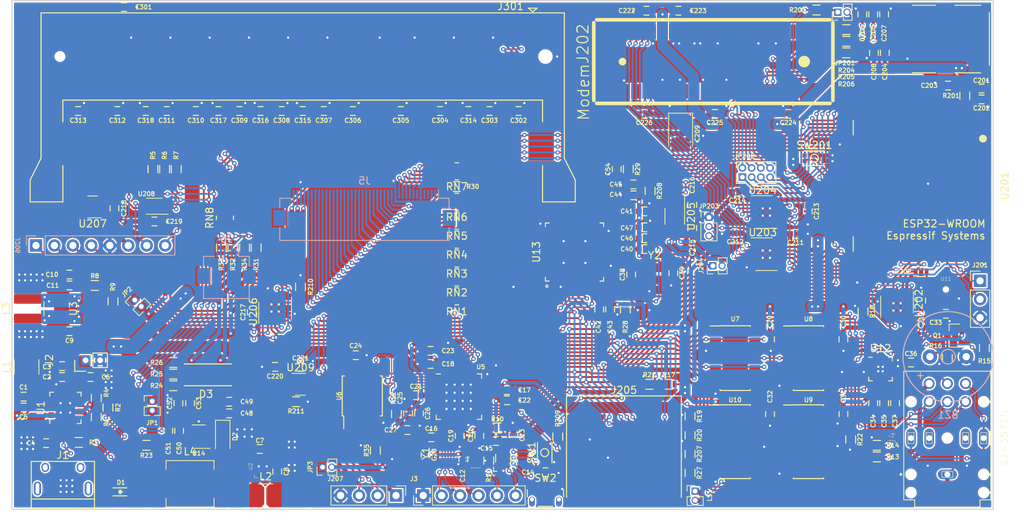
<source format=kicad_pcb>
(kicad_pcb (version 4) (host pcbnew 4.0.7)
  (layers (0 F.Cu signal) (31 B.Cu signal) (34 B.Paste user) (35 F.Paste user) (36 B.SilkS user) (37 F.SilkS user) (38 B.Mask user) (39 F.Mask user) (44 Edge.Cuts user))
  (net 0 "")
  (net 1 GND)
  (net 2 +3V3)
  (net 3 +1V8)
  (net 4 GPIO_13)
  (net 5 GPIO_18)
  (net 6 GPIO_23)
  (net 7 JTAG_TCK)
  (net 8 JTAG_TDO)
  (net 9 JTAG_TMS)
  (net 10 JTAG_TDI)
  (net 11 "Net-(L2-Pad1)")
  (net 12 "Net-(Q1-Pad1)")
  (net 13 "Net-(BZ1-Pad1)")
  (net 14 "Net-(C13-Pad1)")
  (net 15 "Net-(C14-Pad1)")
  (net 16 WAKE)
  (net 17 RESET)
  (net 18 "Net-(R2-Pad2)")
  (net 19 "Net-(U1-Pad12)")
  (net 20 "Net-(C1-Pad1)")
  (net 21 "Net-(C1-Pad2)")
  (net 22 VBUS)
  (net 23 "Net-(C5-Pad1)")
  (net 24 "Net-(C6-Pad1)")
  (net 25 "Net-(C25-Pad1)")
  (net 26 "Net-(C25-Pad2)")
  (net 27 "Net-(C27-Pad1)")
  (net 28 "Net-(C28-Pad1)")
  (net 29 "Net-(D1-Pad1)")
  (net 30 "Net-(J1-Pad2)")
  (net 31 "Net-(J1-Pad3)")
  (net 32 "Net-(J1-Pad4)")
  (net 33 "Net-(J1-Pad6)")
  (net 34 PWM2.1)
  (net 35 PWM0.1)
  (net 36 UART0.TX)
  (net 37 UART0.RX)
  (net 38 "Net-(L3-Pad1)")
  (net 39 "Net-(L3-Pad2)")
  (net 40 "Net-(R1-Pad1)")
  (net 41 "Net-(R3-Pad1)")
  (net 42 "Net-(R8-Pad2)")
  (net 43 PWM1.1)
  (net 44 "Net-(U1-Pad23)")
  (net 45 "Net-(U5-Pad1)")
  (net 46 "Net-(U5-Pad2)")
  (net 47 "Net-(U5-Pad3)")
  (net 48 "Net-(U5-Pad4)")
  (net 49 "Net-(U5-Pad17)")
  (net 50 "Net-(U5-Pad20)")
  (net 51 "Net-(U5-Pad22)")
  (net 52 SPI1.SS0)
  (net 53 SPI1.MOSI)
  (net 54 SPI1.MISO)
  (net 55 SPI1.SCK)
  (net 56 SPI1.SS2)
  (net 57 SPI1.SS3)
  (net 58 "Net-(U5-Pad48)")
  (net 59 "Net-(U7-Pad3)")
  (net 60 "Net-(U7-Pad12)")
  (net 61 "Net-(U10-Pad4)")
  (net 62 "Net-(U8-Pad6)")
  (net 63 "Net-(U9-Pad1)")
  (net 64 "Net-(U9-Pad2)")
  (net 65 "Net-(U9-Pad3)")
  (net 66 "Net-(U9-Pad4)")
  (net 67 "Net-(U9-Pad5)")
  (net 68 "Net-(U9-Pad6)")
  (net 69 "Net-(U9-Pad7)")
  (net 70 "Net-(U9-Pad15)")
  (net 71 "Net-(U10-Pad3)")
  (net 72 "Net-(U10-Pad11)")
  (net 73 "Net-(X1-Pad1)")
  (net 74 /SPK_VO-)
  (net 75 /SPK_VO+)
  (net 76 "Net-(C38-Pad1)")
  (net 77 "Net-(C39-Pad1)")
  (net 78 "Net-(C46-Pad1)")
  (net 79 /DISP_LED_A)
  (net 80 /DISP_LED_K)
  (net 81 "Net-(D2-Pad2)")
  (net 82 "Net-(J4-Pad11)")
  (net 83 "Net-(J4-Pad2)")
  (net 84 "Net-(J4-Pad10)")
  (net 85 "Net-(J4-Pad6)")
  (net 86 /SPK_GAIN)
  (net 87 "Net-(J4-Pad4)")
  (net 88 /EAR_VO+)
  (net 89 "Net-(J5-Pad5)")
  (net 90 "Net-(J5-Pad6)")
  (net 91 "Net-(J5-Pad7)")
  (net 92 "Net-(J5-Pad8)")
  (net 93 "Net-(J5-Pad9)")
  (net 94 "Net-(J5-Pad10)")
  (net 95 "Net-(J5-Pad11)")
  (net 96 "Net-(J5-Pad12)")
  (net 97 "Net-(J5-Pad13)")
  (net 98 "Net-(J5-Pad14)")
  (net 99 "Net-(J5-Pad15)")
  (net 100 "Net-(J5-Pad16)")
  (net 101 "Net-(J5-Pad17)")
  (net 102 "Net-(J5-Pad18)")
  (net 103 "Net-(J5-Pad19)")
  (net 104 "Net-(J5-Pad20)")
  (net 105 "Net-(J5-Pad21)")
  (net 106 "Net-(J5-Pad22)")
  (net 107 "Net-(J5-Pad23)")
  (net 108 "Net-(J5-Pad24)")
  (net 109 "Net-(J5-Pad25)")
  (net 110 "Net-(J5-Pad26)")
  (net 111 "Net-(J5-Pad27)")
  (net 112 "Net-(J5-Pad28)")
  (net 113 "Net-(J5-Pad30)")
  (net 114 "Net-(J5-Pad31)")
  (net 115 "Net-(J5-Pad32)")
  (net 116 "Net-(J5-Pad33)")
  (net 117 "Net-(J5-Pad34)")
  (net 118 "Net-(J5-Pad35)")
  (net 119 "Net-(J5-Pad37)")
  (net 120 "Net-(J5-Pad38)")
  (net 121 "Net-(J5-Pad39)")
  (net 122 "Net-(J5-Pad40)")
  (net 123 "Net-(J6-Pad4)")
  (net 124 "Net-(J6-Pad5)")
  (net 125 "Net-(R15-Pad2)")
  (net 126 PWM2.2)
  (net 127 GPIO_20)
  (net 128 /BL_PWM)
  (net 129 GPIO_21)
  (net 130 "Net-(RN1-Pad1)")
  (net 131 "Net-(RN1-Pad3)")
  (net 132 "Net-(RN1-Pad2)")
  (net 133 "Net-(RN1-Pad4)")
  (net 134 "Net-(RN2-Pad1)")
  (net 135 "Net-(RN2-Pad3)")
  (net 136 "Net-(RN2-Pad2)")
  (net 137 "Net-(RN2-Pad4)")
  (net 138 "Net-(RN3-Pad1)")
  (net 139 "Net-(RN3-Pad3)")
  (net 140 "Net-(RN3-Pad2)")
  (net 141 "Net-(RN3-Pad4)")
  (net 142 "Net-(RN4-Pad1)")
  (net 143 "Net-(RN4-Pad3)")
  (net 144 "Net-(RN4-Pad2)")
  (net 145 "Net-(RN4-Pad4)")
  (net 146 "Net-(RN5-Pad1)")
  (net 147 "Net-(RN5-Pad3)")
  (net 148 "Net-(RN5-Pad2)")
  (net 149 "Net-(RN5-Pad4)")
  (net 150 "Net-(RN6-Pad1)")
  (net 151 "Net-(RN6-Pad3)")
  (net 152 "Net-(RN6-Pad2)")
  (net 153 "Net-(RN6-Pad4)")
  (net 154 "Net-(RN7-Pad1)")
  (net 155 "Net-(RN7-Pad3)")
  (net 156 "Net-(RN7-Pad2)")
  (net 157 "Net-(RN7-Pad4)")
  (net 158 /CTP_SCL)
  (net 159 /CTP_INT)
  (net 160 /CTP_SDA)
  (net 161 /CTP_RST)
  (net 162 "Net-(U1-Pad24)")
  (net 163 GPIO_0)
  (net 164 GPIO_22)
  (net 165 /SPK_EN)
  (net 166 /SPK_CLK)
  (net 167 "Net-(U8-Pad11)")
  (net 168 "Net-(U10-Pad14)")
  (net 169 "Net-(U10-Pad1)")
  (net 170 "Net-(U10-Pad2)")
  (net 171 "Net-(U10-Pad5)")
  (net 172 "Net-(U10-Pad6)")
  (net 173 "Net-(U10-Pad7)")
  (net 174 "Net-(U10-Pad15)")
  (net 175 "Net-(U13-Pad3)")
  (net 176 "Net-(C203-Pad1)")
  (net 177 "Net-(C204-Pad1)")
  (net 178 "Net-(C205-Pad1)")
  (net 179 "Net-(C206-Pad1)")
  (net 180 "Net-(C207-Pad1)")
  (net 181 "Net-(J201-Pad2)")
  (net 182 "Net-(J203-Pad6)")
  (net 183 ESP32.I2C0.SCL)
  (net 184 "Net-(U201-Pad32)")
  (net 185 "Net-(U201-Pad22)")
  (net 186 "Net-(U201-Pad21)")
  (net 187 "Net-(U201-Pad20)")
  (net 188 "Net-(U201-Pad19)")
  (net 189 "Net-(U201-Pad18)")
  (net 190 "Net-(U201-Pad17)")
  (net 191 ESP32.I2C0.SDA)
  (net 192 +VSYS)
  (net 193 "Net-(J202-Pad6)")
  (net 194 "Net-(R30-Pad2)")
  (net 195 "Net-(J202-Pad1)")
  (net 196 "Net-(J202-Pad3)")
  (net 197 "Net-(J202-Pad5)")
  (net 198 "Net-(J202-Pad7)")
  (net 199 "Net-(J202-Pad10)")
  (net 200 "Net-(J202-Pad12)")
  (net 201 "Net-(J202-Pad14)")
  (net 202 "Net-(J202-Pad16)")
  (net 203 "Net-(J202-Pad20)")
  (net 204 "Net-(J202-Pad22)")
  (net 205 "Net-(J202-Pad23)")
  (net 206 "Net-(J202-Pad25)")
  (net 207 "Net-(J202-Pad28)")
  (net 208 "Net-(J202-Pad30)")
  (net 209 "Net-(J202-Pad32)")
  (net 210 "Net-(J202-Pad33)")
  (net 211 "Net-(J202-Pad36)")
  (net 212 "Net-(J202-Pad38)")
  (net 213 "Net-(J202-Pad42)")
  (net 214 "Net-(J202-Pad48)")
  (net 215 "Net-(J207-Pad1)")
  (net 216 "Net-(JP201-Pad1)")
  (net 217 "Net-(JP203-Pad2)")
  (net 218 FT813.GPIO0)
  (net 219 FT813.GPIO1)
  (net 220 "Net-(U13-Pad12)")
  (net 221 FT813.GPIO3)
  (net 222 /periph/Quectel.UART.RXD)
  (net 223 /periph/Quectel.UART.TXD)
  (net 224 /periph/Quectel.UART.RI)
  (net 225 /periph/SIMCom.UART.TXD)
  (net 226 /periph/Quectel.UART.DTR)
  (net 227 /periph/SIMCom.UART.RI)
  (net 228 /periph/SIMCom.UART.DTR)
  (net 229 /periph/ESP32.U2.RXD)
  (net 230 /periph/ESP32.U2.TXD)
  (net 231 /periph/Modem.PCM.CLK)
  (net 232 /periph/Modem.PCM.DO)
  (net 233 /periph/Modem.PCM.DI)
  (net 234 /periph/Modem.PCM.SYNC)
  (net 235 "Net-(U204-Pad6)")
  (net 236 "Net-(U204-Pad9)")
  (net 237 "Net-(J6-Pad2)")
  (net 238 "Net-(J6-Pad1)")
  (net 239 "Net-(C54-Pad1)")
  (net 240 /periph/ESP32.U2.DTR)
  (net 241 /periph/ESP32.U2.RI)
  (net 242 ESP32.BQ_INT)
  (net 243 /periph/ESP32.PCM.SYNC)
  (net 244 /periph/ESP32.PCM.DO)
  (net 245 /periph/ESP32.PCM.CLK)
  (net 246 /periph/ESP32.PCM.DI)
  (net 247 "Net-(C216-Pad1)")
  (net 248 "Net-(J204-Pad1)")
  (net 249 "Net-(J204-Pad2)")
  (net 250 "Net-(J205-Pad3)")
  (net 251 "Net-(J205-Pad8)")
  (net 252 "Net-(J205-Pad9)")
  (net 253 /periph/ESP32.VSPI.SS0)
  (net 254 /periph/ESP32.VSPI.MOSI)
  (net 255 /periph/ESP32.VSPI.MISO)
  (net 256 "Net-(U203-Pad6)")
  (net 257 "Net-(U203-Pad9)")
  (net 258 "Net-(J201-Pad1)")
  (net 259 /periph/CAM.MOSI)
  (net 260 /periph/CAM.MISO)
  (net 261 /periph/CAM.SCK)
  (net 262 /periph/CAM.PWR)
  (net 263 /periph/CAM.SDA)
  (net 264 /periph/CAM.SCL)
  (net 265 "Net-(U207-Pad5)")
  (net 266 "Net-(U207-Pad4)")
  (net 267 "Net-(C301-Pad1)")
  (net 268 "Net-(J301-Pad3)")
  (net 269 "Net-(J301-Pad5)")
  (net 270 ESP32.HSPI.MOSI)
  (net 271 ESP32.HSPI.SCK)
  (net 272 ESP32.HSPI.MISO)
  (net 273 ESP32.HSPI.SS0)
  (net 274 "Net-(J301-Pad21)")
  (net 275 "Net-(J301-Pad23)")
  (net 276 "Net-(J301-Pad25)")
  (net 277 "Net-(J301-Pad27)")
  (net 278 "Net-(J301-Pad29)")
  (net 279 "Net-(J301-Pad31)")
  (net 280 "Net-(J301-Pad33)")
  (net 281 "Net-(J301-Pad35)")
  (net 282 "Net-(J301-Pad39)")
  (net 283 "Net-(J301-Pad41)")
  (net 284 "Net-(J301-Pad43)")
  (net 285 "Net-(J301-Pad45)")
  (net 286 "Net-(J301-Pad47)")
  (net 287 "Net-(J301-Pad49)")
  (net 288 "Net-(J301-Pad51)")
  (net 289 "Net-(J301-Pad53)")
  (net 290 "Net-(J301-Pad57)")
  (net 291 "Net-(J301-Pad59)")
  (net 292 "Net-(J301-Pad61)")
  (net 293 "Net-(J301-Pad63)")
  (net 294 "Net-(J301-Pad65)")
  (net 295 "Net-(J301-Pad67)")
  (net 296 "Net-(J301-Pad69)")
  (net 297 "Net-(J301-Pad73)")
  (net 298 "Net-(J301-Pad75)")
  (net 299 "Net-(J301-Pad77)")
  (net 300 "Net-(J301-Pad79)")
  (net 301 "Net-(J301-Pad81)")
  (net 302 "Net-(J301-Pad83)")
  (net 303 "Net-(J301-Pad85)")
  (net 304 "Net-(J301-Pad89)")
  (net 305 "Net-(J301-Pad91)")
  (net 306 "Net-(J301-Pad93)")
  (net 307 "Net-(J301-Pad95)")
  (net 308 "Net-(J301-Pad97)")
  (net 309 "Net-(J301-Pad99)")
  (net 310 "Net-(J301-Pad101)")
  (net 311 "Net-(J301-Pad103)")
  (net 312 "Net-(J301-Pad107)")
  (net 313 "Net-(J301-Pad109)")
  (net 314 "Net-(J301-Pad111)")
  (net 315 "Net-(J301-Pad113)")
  (net 316 "Net-(J301-Pad115)")
  (net 317 "Net-(J301-Pad117)")
  (net 318 "Net-(J301-Pad119)")
  (net 319 "Net-(J301-Pad121)")
  (net 320 "Net-(J301-Pad125)")
  (net 321 "Net-(J301-Pad127)")
  (net 322 "Net-(J301-Pad129)")
  (net 323 "Net-(J301-Pad131)")
  (net 324 "Net-(J301-Pad133)")
  (net 325 "Net-(J301-Pad135)")
  (net 326 "Net-(J301-Pad137)")
  (net 327 "Net-(J301-Pad139)")
  (net 328 "Net-(J301-Pad143)")
  (net 329 "Net-(J301-Pad145)")
  (net 330 "Net-(J301-Pad147)")
  (net 331 "Net-(J301-Pad149)")
  (net 332 "Net-(J301-Pad151)")
  (net 333 "Net-(J301-Pad153)")
  (net 334 "Net-(J301-Pad155)")
  (net 335 "Net-(J301-Pad157)")
  (net 336 "Net-(J301-Pad161)")
  (net 337 "Net-(J301-Pad163)")
  (net 338 "Net-(J301-Pad165)")
  (net 339 "Net-(J301-Pad167)")
  (net 340 "Net-(J301-Pad169)")
  (net 341 "Net-(J301-Pad171)")
  (net 342 "Net-(J301-Pad173)")
  (net 343 "Net-(J301-Pad175)")
  (net 344 "Net-(J301-Pad179)")
  (net 345 "Net-(J301-Pad181)")
  (net 346 "Net-(J301-Pad185)")
  (net 347 "Net-(J301-Pad187)")
  (net 348 "Net-(J301-Pad189)")
  (net 349 "Net-(J301-Pad191)")
  (net 350 "Net-(J301-Pad193)")
  (net 351 "Net-(J301-Pad195)")
  (net 352 "Net-(J301-Pad197)")
  (net 353 "Net-(J301-Pad199)")
  (net 354 "Net-(J301-Pad201)")
  (net 355 "Net-(J301-Pad203)")
  (net 356 "Net-(J301-Pad2)")
  (net 357 "Net-(J301-Pad4)")
  (net 358 "Net-(J301-Pad6)")
  (net 359 "Net-(J301-Pad8)")
  (net 360 "Net-(J301-Pad12)")
  (net 361 "Net-(J301-Pad14)")
  (net 362 "Net-(J301-Pad16)")
  (net 363 "Net-(J301-Pad18)")
  (net 364 "Net-(J301-Pad20)")
  (net 365 "Net-(J301-Pad22)")
  (net 366 "Net-(J301-Pad24)")
  (net 367 "Net-(J301-Pad26)")
  (net 368 "Net-(J301-Pad30)")
  (net 369 "Net-(J301-Pad32)")
  (net 370 "Net-(J301-Pad34)")
  (net 371 "Net-(J301-Pad36)")
  (net 372 "Net-(J301-Pad38)")
  (net 373 "Net-(J301-Pad40)")
  (net 374 "Net-(J301-Pad42)")
  (net 375 "Net-(J301-Pad44)")
  (net 376 "Net-(J301-Pad48)")
  (net 377 "Net-(J301-Pad50)")
  (net 378 "Net-(J301-Pad52)")
  (net 379 "Net-(J301-Pad54)")
  (net 380 "Net-(J301-Pad56)")
  (net 381 "Net-(J301-Pad58)")
  (net 382 "Net-(J301-Pad60)")
  (net 383 "Net-(J301-Pad62)")
  (net 384 "Net-(J301-Pad66)")
  (net 385 "Net-(J301-Pad68)")
  (net 386 "Net-(J301-Pad70)")
  (net 387 "Net-(J301-Pad72)")
  (net 388 "Net-(J301-Pad74)")
  (net 389 "Net-(J301-Pad76)")
  (net 390 "Net-(J301-Pad80)")
  (net 391 "Net-(J301-Pad82)")
  (net 392 "Net-(J301-Pad84)")
  (net 393 "Net-(J301-Pad86)")
  (net 394 "Net-(J301-Pad88)")
  (net 395 "Net-(J301-Pad90)")
  (net 396 "Net-(J301-Pad92)")
  (net 397 "Net-(J301-Pad94)")
  (net 398 "Net-(J301-Pad98)")
  (net 399 "Net-(J301-Pad100)")
  (net 400 "Net-(J301-Pad102)")
  (net 401 "Net-(J301-Pad104)")
  (net 402 "Net-(J301-Pad106)")
  (net 403 "Net-(J301-Pad108)")
  (net 404 "Net-(J301-Pad110)")
  (net 405 "Net-(J301-Pad112)")
  (net 406 "Net-(J301-Pad116)")
  (net 407 "Net-(J301-Pad118)")
  (net 408 "Net-(J301-Pad120)")
  (net 409 "Net-(J301-Pad122)")
  (net 410 "Net-(J301-Pad124)")
  (net 411 "Net-(J301-Pad126)")
  (net 412 "Net-(J301-Pad128)")
  (net 413 "Net-(J301-Pad130)")
  (net 414 "Net-(J301-Pad134)")
  (net 415 "Net-(J301-Pad136)")
  (net 416 "Net-(J301-Pad138)")
  (net 417 "Net-(J301-Pad140)")
  (net 418 "Net-(J301-Pad142)")
  (net 419 "Net-(J301-Pad144)")
  (net 420 "Net-(J301-Pad146)")
  (net 421 "Net-(J301-Pad148)")
  (net 422 "Net-(J301-Pad152)")
  (net 423 "Net-(J301-Pad154)")
  (net 424 "Net-(J301-Pad156)")
  (net 425 "Net-(J301-Pad158)")
  (net 426 "Net-(J301-Pad160)")
  (net 427 "Net-(J301-Pad162)")
  (net 428 "Net-(J301-Pad164)")
  (net 429 "Net-(J301-Pad166)")
  (net 430 "Net-(J301-Pad170)")
  (net 431 "Net-(J301-Pad172)")
  (net 432 "Net-(J301-Pad174)")
  (net 433 "Net-(J301-Pad176)")
  (net 434 "Net-(J301-Pad178)")
  (net 435 "Net-(J301-Pad180)")
  (net 436 "Net-(J301-Pad182)")
  (net 437 "Net-(J301-Pad184)")
  (net 438 "Net-(J301-Pad188)")
  (net 439 "Net-(J301-Pad190)")
  (net 440 "Net-(J301-Pad192)")
  (net 441 "Net-(J301-Pad194)")
  (net 442 "Net-(J301-Pad196)")
  (net 443 "Net-(J301-Pad198)")
  (net 444 "Net-(J301-Pad200)")
  (net 445 "Net-(J301-Pad202)")
  (net 446 "Net-(C221-Pad2)")
  (net 447 "Net-(U209-Pad5)")
  (net 448 ESP32.IO36)
  (net 449 ESP32.IO27)
  (net 450 "Net-(R35-Pad2)")
  (module Resistors_SMD:R_0603 (layer F.Cu) (at 119.4 121.6 180)
    (fp_text reference R26 (at 2.3 0 180) (layer F.SilkS) (effects (font (size 0.6 0.6) (thickness 0.125))))
    (fp_text value R)
    (pad 1 smd rect (at -0.75 0 180) (size 0.5 0.9) (layers F.Cu F.Paste F.Mask) (net 80 /DISP_LED_K))
    (pad 2 smd rect (at 0.75 0 180) (size 0.5 0.9) (layers F.Cu F.Paste F.Mask) (net 1 GND))
  )
  (module Resistors_SMD:R_0603 (layer F.Cu) (at 127.6 105.8 90)
    (fp_text reference R32 (at -2.3 0 90) (layer F.SilkS) (effects (font (size 0.6 0.6) (thickness 0.125))))
    (fp_text value 1K)
    (pad 1 smd rect (at -0.75 0 90) (size 0.5 0.9) (layers F.Cu F.Paste F.Mask) (net 2 +3V3))
    (pad 2 smd rect (at 0.75 0 90) (size 0.5 0.9) (layers F.Cu F.Paste F.Mask) (net 237 "Net-(J6-Pad2)"))
  )
  (module Resistors_SMD:R_0603 (layer F.Cu) (at 116.6 95 270)
    (fp_text reference R5 (at -1.9 0 270) (layer F.SilkS) (effects (font (size 0.6 0.6) (thickness 0.125))))
    (fp_text value 10K)
    (pad 1 smd rect (at -0.75 0 270) (size 0.5 0.9) (layers F.Cu F.Paste F.Mask) (net 2 +3V3))
    (pad 2 smd rect (at 0.75 0 270) (size 0.5 0.9) (layers F.Cu F.Paste F.Mask) (net 183 ESP32.I2C0.SCL))
  )
  (module Resistors_SMD:R_0603 (layer F.Cu) (at 118.2 95 270)
    (fp_text reference R6 (at -1.9 0 270) (layer F.SilkS) (effects (font (size 0.6 0.6) (thickness 0.125))))
    (fp_text value 10K)
    (pad 1 smd rect (at -0.75 0 270) (size 0.5 0.9) (layers F.Cu F.Paste F.Mask) (net 2 +3V3))
    (pad 2 smd rect (at 0.75 0 270) (size 0.5 0.9) (layers F.Cu F.Paste F.Mask) (net 191 ESP32.I2C0.SDA))
  )
  (module Resistors_SMD:R_0603 (layer F.Cu) (at 119.8 95 270)
    (fp_text reference R7 (at -1.9 0 270) (layer F.SilkS) (effects (font (size 0.6 0.6) (thickness 0.125))))
    (fp_text value 10K)
    (pad 1 smd rect (at -0.75 0 270) (size 0.5 0.9) (layers F.Cu F.Paste F.Mask) (net 2 +3V3))
    (pad 2 smd rect (at 0.75 0 270) (size 0.5 0.9) (layers F.Cu F.Paste F.Mask) (net 242 ESP32.BQ_INT))
  )
  (module Resistors_SMD:R_0603 (layer F.Cu) (at 130.8 105.8 90)
    (fp_text reference R31 (at -2.3 0 90) (layer F.SilkS) (effects (font (size 0.6 0.6) (thickness 0.125))))
    (fp_text value 4.7K)
    (pad 1 smd rect (at -0.75 0 90) (size 0.5 0.9) (layers F.Cu F.Paste F.Mask) (net 2 +3V3))
    (pad 2 smd rect (at 0.75 0 90) (size 0.5 0.9) (layers F.Cu F.Paste F.Mask) (net 124 "Net-(J6-Pad5)"))
  )
  (module Capacitors_SMD:C_0603 (layer F.Cu) (at 154.8 121.8 180)
    (fp_text reference C18 (at -2.4 0 180) (layer F.SilkS) (effects (font (size 0.6 0.6) (thickness 0.125))))
    (fp_text value 0.1uF)
    (pad 1 smd rect (at -0.75 0 180) (size 0.8 0.75) (layers F.Cu F.Paste F.Mask) (net 2 +3V3))
    (pad 2 smd rect (at 0.75 0 180) (size 0.8 0.75) (layers F.Cu F.Paste F.Mask) (net 1 GND))
  )
  (module Capacitors_SMD:C_0603 (layer F.Cu) (at 154.8 120 180)
    (fp_text reference C23 (at -2.4 0 180) (layer F.SilkS) (effects (font (size 0.6 0.6) (thickness 0.125))))
    (fp_text value 0.1uF)
    (pad 1 smd rect (at -0.75 0 180) (size 0.8 0.75) (layers F.Cu F.Paste F.Mask) (net 3 +1V8))
    (pad 2 smd rect (at 0.75 0 180) (size 0.8 0.75) (layers F.Cu F.Paste F.Mask) (net 1 GND))
  )
  (module Pin_Headers:Pin_Header_Straight_1x03_Pitch2.54mm (layer F.Cu) (at 230.4 110.36)
    (fp_text reference J201 (at 0 -2.16) (layer F.SilkS) (effects (font (size 0.6 0.6) (thickness 0.125))))
    (fp_text value ESP32.UART)
    (pad 1 thru_hole rect (at 0 0) (size 1.7 1.7) (drill 1) (layers *.Cu *.Mask) (net 258 "Net-(J201-Pad1)"))
    (pad 2 thru_hole oval (at 0 2.54) (size 1.7 1.7) (drill 1) (layers *.Cu *.Mask) (net 181 "Net-(J201-Pad2)"))
    (pad 3 thru_hole oval (at 0 5.08) (size 1.7 1.7) (drill 1) (layers *.Cu *.Mask) (net 1 GND))
  )
  (module Resistors_SMD:R_0603 (layer F.Cu) (at 184.9 124.6)
    (fp_text reference R21 (at 0 -1.3) (layer F.SilkS) (effects (font (size 0.6 0.6) (thickness 0.125))))
    (fp_text value 100K)
    (pad 1 smd rect (at -0.75 0) (size 0.5 0.9) (layers F.Cu F.Paste F.Mask) (net 1 GND))
    (pad 2 smd rect (at 0.75 0) (size 0.5 0.9) (layers F.Cu F.Paste F.Mask) (net 5 GPIO_18))
  )
  (module Resistors_SMD:R_0603 (layer F.Cu) (at 187.6 124.6 180)
    (fp_text reference R17 (at 0 1.3 180) (layer F.SilkS) (effects (font (size 0.6 0.6) (thickness 0.125))))
    (fp_text value 47K)
    (pad 1 smd rect (at -0.75 0 180) (size 0.5 0.9) (layers F.Cu F.Paste F.Mask) (net 2 +3V3))
    (pad 2 smd rect (at 0.75 0 180) (size 0.5 0.9) (layers F.Cu F.Paste F.Mask) (net 126 PWM2.2))
  )
  (module Capacitors_SMD:C_0603 (layer F.Cu) (at 151.600714 130.899864)
    (fp_text reference C27 (at -2.300714 0.000136) (layer F.SilkS) (effects (font (size 0.6 0.6) (thickness 0.125))))
    (fp_text value 12pF)
    (pad 1 smd rect (at -0.75 0) (size 0.8 0.75) (layers F.Cu F.Paste F.Mask) (net 27 "Net-(C27-Pad1)"))
    (pad 2 smd rect (at 0.75 0) (size 0.8 0.75) (layers F.Cu F.Paste F.Mask) (net 1 GND))
  )
  (module Capacitors_SMD:C_0603 (layer F.Cu) (at 154.100714 134.299864 90)
    (fp_text reference C28 (at 0 1.199286 90) (layer F.SilkS) (effects (font (size 0.6 0.6) (thickness 0.125))))
    (fp_text value 12pF)
    (pad 1 smd rect (at -0.75 0 90) (size 0.8 0.75) (layers F.Cu F.Paste F.Mask) (net 28 "Net-(C28-Pad1)"))
    (pad 2 smd rect (at 0.75 0 90) (size 0.8 0.75) (layers F.Cu F.Paste F.Mask) (net 1 GND))
  )
  (module Capacitors_SMD:C_0603 (layer F.Cu) (at 154.900714 131.899864 180)
    (fp_text reference C16 (at 0.000714 1.199864 180) (layer F.SilkS) (effects (font (size 0.6 0.6) (thickness 0.125))))
    (fp_text value 0.1uF)
    (pad 1 smd rect (at -0.75 0 180) (size 0.8 0.75) (layers F.Cu F.Paste F.Mask) (net 2 +3V3))
    (pad 2 smd rect (at 0.75 0 180) (size 0.8 0.75) (layers F.Cu F.Paste F.Mask) (net 1 GND))
  )
  (module Capacitors_SMD:C_0603 (layer F.Cu) (at 144.500714 120.599864)
    (fp_text reference C24 (at -0.000714 -1.299864) (layer F.SilkS) (effects (font (size 0.6 0.6) (thickness 0.125))))
    (fp_text value 0.1uF)
    (pad 1 smd rect (at -0.75 0) (size 0.8 0.75) (layers F.Cu F.Paste F.Mask) (net 2 +3V3))
    (pad 2 smd rect (at 0.75 0) (size 0.8 0.75) (layers F.Cu F.Paste F.Mask) (net 1 GND))
  )
  (module Capacitors_SMD:C_0603 (layer F.Cu) (at 170.6 136.7)
    (fp_text reference C14 (at -2.4 0) (layer F.SilkS) (effects (font (size 0.6 0.6) (thickness 0.125))))
    (fp_text value 10nF)
    (pad 1 smd rect (at -0.75 0) (size 0.8 0.75) (layers F.Cu F.Paste F.Mask) (net 15 "Net-(C14-Pad1)"))
    (pad 2 smd rect (at 0.75 0) (size 0.8 0.75) (layers F.Cu F.Paste F.Mask) (net 1 GND))
  )
  (module Housings_SOIC:SOIC-16_3.9x9.9mm_Pitch1.27mm (layer F.Cu) (at 206.8 132.5)
    (fp_text reference U9 (at 0 -5.745) (layer F.SilkS) (effects (font (size 0.6 0.6) (thickness 0.125))))
    (fp_text value 74HC595)
    (pad 1 smd rect (at -2.7 -4.445) (size 1.5 0.6) (layers F.Cu F.Paste F.Mask) (net 63 "Net-(U9-Pad1)"))
    (pad 2 smd rect (at -2.7 -3.175) (size 1.5 0.6) (layers F.Cu F.Paste F.Mask) (net 64 "Net-(U9-Pad2)"))
    (pad 3 smd rect (at -2.7 -1.905) (size 1.5 0.6) (layers F.Cu F.Paste F.Mask) (net 65 "Net-(U9-Pad3)"))
    (pad 4 smd rect (at -2.7 -0.635) (size 1.5 0.6) (layers F.Cu F.Paste F.Mask) (net 66 "Net-(U9-Pad4)"))
    (pad 5 smd rect (at -2.7 0.635) (size 1.5 0.6) (layers F.Cu F.Paste F.Mask) (net 67 "Net-(U9-Pad5)"))
    (pad 6 smd rect (at -2.7 1.905) (size 1.5 0.6) (layers F.Cu F.Paste F.Mask) (net 68 "Net-(U9-Pad6)"))
    (pad 7 smd rect (at -2.7 3.175) (size 1.5 0.6) (layers F.Cu F.Paste F.Mask) (net 69 "Net-(U9-Pad7)"))
    (pad 8 smd rect (at -2.7 4.445) (size 1.5 0.6) (layers F.Cu F.Paste F.Mask) (net 1 GND))
    (pad 9 smd rect (at 2.7 4.445) (size 1.5 0.6) (layers F.Cu F.Paste F.Mask) (net 168 "Net-(U10-Pad14)"))
    (pad 10 smd rect (at 2.7 3.175) (size 1.5 0.6) (layers F.Cu F.Paste F.Mask) (net 2 +3V3))
    (pad 11 smd rect (at 2.7 1.905) (size 1.5 0.6) (layers F.Cu F.Paste F.Mask) (net 72 "Net-(U10-Pad11)"))
    (pad 12 smd rect (at 2.7 0.635) (size 1.5 0.6) (layers F.Cu F.Paste F.Mask) (net 1 GND))
    (pad 13 smd rect (at 2.7 -0.635) (size 1.5 0.6) (layers F.Cu F.Paste F.Mask) (net 2 +3V3))
    (pad 14 smd rect (at 2.7 -1.905) (size 1.5 0.6) (layers F.Cu F.Paste F.Mask) (net 127 GPIO_20))
    (pad 15 smd rect (at 2.7 -3.175) (size 1.5 0.6) (layers F.Cu F.Paste F.Mask) (net 70 "Net-(U9-Pad15)"))
    (pad 16 smd rect (at 2.7 -4.445) (size 1.5 0.6) (layers F.Cu F.Paste F.Mask) (net 2 +3V3))
  )
  (module TO_SOT_Packages_SMD:SOT-23 (layer F.Cu) (at 226.9 117.9 180)
    (fp_text reference Q1 (at 2.4 0 180) (layer F.SilkS) (effects (font (size 0.6 0.6) (thickness 0.125))))
    (fp_text value MMBT3906)
    (pad 1 smd rect (at -1 -0.95 180) (size 0.9 0.8) (layers F.Cu F.Paste F.Mask) (net 12 "Net-(Q1-Pad1)"))
    (pad 2 smd rect (at -1 0.95 180) (size 0.9 0.8) (layers F.Cu F.Paste F.Mask) (net 2 +3V3))
    (pad 3 smd rect (at 1 0 180) (size 0.9 0.8) (layers F.Cu F.Paste F.Mask) (net 13 "Net-(BZ1-Pad1)"))
  )
  (module Resistors_SMD:R_0603 (layer F.Cu) (at 231 119.6 270)
    (fp_text reference R15 (at 1.8 0 360) (layer F.SilkS) (effects (font (size 0.6 0.6) (thickness 0.125))))
    (fp_text value 1K)
    (pad 1 smd rect (at -0.75 0 270) (size 0.5 0.9) (layers F.Cu F.Paste F.Mask) (net 12 "Net-(Q1-Pad1)"))
    (pad 2 smd rect (at 0.75 0 270) (size 0.5 0.9) (layers F.Cu F.Paste F.Mask) (net 125 "Net-(R15-Pad2)"))
  )
  (module Resistors_SMD:R_0603 (layer F.Cu) (at 225.9 121 270)
    (fp_text reference R16 (at -1.7 1.6 360) (layer F.SilkS) (effects (font (size 0.6 0.6) (thickness 0.125))))
    (fp_text value 1K)
    (pad 1 smd rect (at -0.75 0 270) (size 0.5 0.9) (layers F.Cu F.Paste F.Mask) (net 13 "Net-(BZ1-Pad1)"))
    (pad 2 smd rect (at 0.75 0 270) (size 0.5 0.9) (layers F.Cu F.Paste F.Mask) (net 1 GND))
  )
  (module Housings_SOIC:SOIC-16_3.9x9.9mm_Pitch1.27mm (layer F.Cu) (at 196.7 132.5)
    (fp_text reference U10 (at 0 -5.745) (layer F.SilkS) (effects (font (size 0.6 0.6) (thickness 0.125))))
    (fp_text value 74HC595)
    (pad 1 smd rect (at -2.7 -4.445) (size 1.5 0.6) (layers F.Cu F.Paste F.Mask) (net 169 "Net-(U10-Pad1)"))
    (pad 2 smd rect (at -2.7 -3.175) (size 1.5 0.6) (layers F.Cu F.Paste F.Mask) (net 170 "Net-(U10-Pad2)"))
    (pad 3 smd rect (at -2.7 -1.905) (size 1.5 0.6) (layers F.Cu F.Paste F.Mask) (net 71 "Net-(U10-Pad3)"))
    (pad 4 smd rect (at -2.7 -0.635) (size 1.5 0.6) (layers F.Cu F.Paste F.Mask) (net 61 "Net-(U10-Pad4)"))
    (pad 5 smd rect (at -2.7 0.635) (size 1.5 0.6) (layers F.Cu F.Paste F.Mask) (net 171 "Net-(U10-Pad5)"))
    (pad 6 smd rect (at -2.7 1.905) (size 1.5 0.6) (layers F.Cu F.Paste F.Mask) (net 172 "Net-(U10-Pad6)"))
    (pad 7 smd rect (at -2.7 3.175) (size 1.5 0.6) (layers F.Cu F.Paste F.Mask) (net 173 "Net-(U10-Pad7)"))
    (pad 8 smd rect (at -2.7 4.445) (size 1.5 0.6) (layers F.Cu F.Paste F.Mask) (net 1 GND))
    (pad 9 smd rect (at 2.7 4.445) (size 1.5 0.6) (layers F.Cu F.Paste F.Mask) (net 4 GPIO_13))
    (pad 10 smd rect (at 2.7 3.175) (size 1.5 0.6) (layers F.Cu F.Paste F.Mask) (net 2 +3V3))
    (pad 11 smd rect (at 2.7 1.905) (size 1.5 0.6) (layers F.Cu F.Paste F.Mask) (net 72 "Net-(U10-Pad11)"))
    (pad 12 smd rect (at 2.7 0.635) (size 1.5 0.6) (layers F.Cu F.Paste F.Mask) (net 1 GND))
    (pad 13 smd rect (at 2.7 -0.635) (size 1.5 0.6) (layers F.Cu F.Paste F.Mask) (net 2 +3V3))
    (pad 14 smd rect (at 2.7 -1.905) (size 1.5 0.6) (layers F.Cu F.Paste F.Mask) (net 168 "Net-(U10-Pad14)"))
    (pad 15 smd rect (at 2.7 -3.175) (size 1.5 0.6) (layers F.Cu F.Paste F.Mask) (net 174 "Net-(U10-Pad15)"))
    (pad 16 smd rect (at 2.7 -4.445) (size 1.5 0.6) (layers F.Cu F.Paste F.Mask) (net 2 +3V3))
  )
  (module Capacitors_SMD:C_0603 (layer F.Cu) (at 201.5 118.4 270)
    (fp_text reference C29 (at -2.4 0 270) (layer F.SilkS) (effects (font (size 0.6 0.6) (thickness 0.125))))
    (fp_text value 0.1uF)
    (pad 1 smd rect (at -0.75 0 270) (size 0.8 0.75) (layers F.Cu F.Paste F.Mask) (net 2 +3V3))
    (pad 2 smd rect (at 0.75 0 270) (size 0.8 0.75) (layers F.Cu F.Paste F.Mask) (net 1 GND))
  )
  (module Capacitors_SMD:C_0603 (layer F.Cu) (at 211.6 128.7 270)
    (fp_text reference C31 (at -2.4 0 450) (layer F.SilkS) (effects (font (size 0.6 0.6) (thickness 0.125))))
    (fp_text value 0.1uF)
    (pad 1 smd rect (at -0.75 0 270) (size 0.8 0.75) (layers F.Cu F.Paste F.Mask) (net 2 +3V3))
    (pad 2 smd rect (at 0.75 0 270) (size 0.8 0.75) (layers F.Cu F.Paste F.Mask) (net 1 GND))
  )
  (module Capacitors_SMD:C_0603 (layer F.Cu) (at 201.5 128.7 270)
    (fp_text reference C32 (at -2.4 0 270) (layer F.SilkS) (effects (font (size 0.6 0.6) (thickness 0.125))))
    (fp_text value 0.1uF)
    (pad 1 smd rect (at -0.75 0 270) (size 0.8 0.75) (layers F.Cu F.Paste F.Mask) (net 2 +3V3))
    (pad 2 smd rect (at 0.75 0 270) (size 0.8 0.75) (layers F.Cu F.Paste F.Mask) (net 1 GND))
  )
  (module Capacitors_SMD:C_0603 (layer F.Cu) (at 133.7 136.6 90)
    (fp_text reference C8 (at 0 1.25 90) (layer F.SilkS) (effects (font (size 0.6 0.6) (thickness 0.125))))
    (fp_text value 10uF)
    (pad 1 smd rect (at -0.75 0 90) (size 0.8 0.75) (layers F.Cu F.Paste F.Mask) (net 3 +1V8))
    (pad 2 smd rect (at 0.75 0 90) (size 0.8 0.75) (layers F.Cu F.Paste F.Mask) (net 1 GND))
  )
  (module Capacitors_SMD:C_0603 (layer F.Cu) (at 131.3 133.5 180)
    (fp_text reference C7 (at 0 1.15 180) (layer F.SilkS) (effects (font (size 0.6 0.6) (thickness 0.125))))
    (fp_text value 10uF)
    (pad 1 smd rect (at -0.75 0 180) (size 0.8 0.75) (layers F.Cu F.Paste F.Mask) (net 192 +VSYS))
    (pad 2 smd rect (at 0.75 0 180) (size 0.8 0.75) (layers F.Cu F.Paste F.Mask) (net 1 GND))
  )
  (module Pin_Headers:Pin_Header_Straight_1x06_Pitch2.54mm (layer F.Cu) (at 153.78 139.9 90)
    (fp_text reference J3 (at 2.3 -1.28 180) (layer F.SilkS) (effects (font (size 0.6 0.6) (thickness 0.125))))
    (fp_text value RV.Debug)
    (pad 1 thru_hole rect (at 0 0 90) (size 1.7 1.7) (drill 1) (layers *.Cu *.Mask) (net 1 GND))
    (pad 2 thru_hole oval (at 0 2.54 90) (size 1.7 1.7) (drill 1) (layers *.Cu *.Mask) (net 7 JTAG_TCK))
    (pad 3 thru_hole oval (at 0 5.08 90) (size 1.7 1.7) (drill 1) (layers *.Cu *.Mask) (net 8 JTAG_TDO))
    (pad 4 thru_hole oval (at 0 7.62 90) (size 1.7 1.7) (drill 1) (layers *.Cu *.Mask) (net 9 JTAG_TMS))
    (pad 5 thru_hole oval (at 0 10.16 90) (size 1.7 1.7) (drill 1) (layers *.Cu *.Mask) (net 10 JTAG_TDI))
    (pad 6 thru_hole oval (at 0 12.7 90) (size 1.7 1.7) (drill 1) (layers *.Cu *.Mask) (net 17 RESET))
  )
  (module Capacitors_SMD:C_0603 (layer F.Cu) (at 211.6 118.4 270)
    (fp_text reference C30 (at -2.4 0 270) (layer F.SilkS) (effects (font (size 0.6 0.6) (thickness 0.125))))
    (fp_text value 0.1uF)
    (pad 1 smd rect (at -0.75 0 270) (size 0.8 0.75) (layers F.Cu F.Paste F.Mask) (net 2 +3V3))
    (pad 2 smd rect (at 0.75 0 270) (size 0.8 0.75) (layers F.Cu F.Paste F.Mask) (net 1 GND))
  )
  (module Housings_SOIC:SOIC-14_3.9x8.7mm_Pitch1.27mm (layer F.Cu) (at 196.7 121)
    (fp_text reference U7 (at 0 -5.375) (layer F.SilkS) (effects (font (size 0.6 0.6) (thickness 0.125))))
    (fp_text value 74HC00)
    (pad 1 smd rect (at -2.7 -3.81) (size 1.5 0.6) (layers F.Cu F.Paste F.Mask) (net 35 PWM0.1))
    (pad 2 smd rect (at -2.7 -2.54) (size 1.5 0.6) (layers F.Cu F.Paste F.Mask) (net 126 PWM2.2))
    (pad 3 smd rect (at -2.7 -1.27) (size 1.5 0.6) (layers F.Cu F.Paste F.Mask) (net 59 "Net-(U7-Pad3)"))
    (pad 4 smd rect (at -2.7 0) (size 1.5 0.6) (layers F.Cu F.Paste F.Mask) (net 59 "Net-(U7-Pad3)"))
    (pad 5 smd rect (at -2.7 1.27) (size 1.5 0.6) (layers F.Cu F.Paste F.Mask) (net 5 GPIO_18))
    (pad 6 smd rect (at -2.7 2.54) (size 1.5 0.6) (layers F.Cu F.Paste F.Mask) (net 72 "Net-(U10-Pad11)"))
    (pad 7 smd rect (at -2.7 3.81) (size 1.5 0.6) (layers F.Cu F.Paste F.Mask) (net 1 GND))
    (pad 8 smd rect (at 2.7 3.81) (size 1.5 0.6) (layers F.Cu F.Paste F.Mask) (net 60 "Net-(U7-Pad12)"))
    (pad 9 smd rect (at 2.7 2.54) (size 1.5 0.6) (layers F.Cu F.Paste F.Mask) (net 5 GPIO_18))
    (pad 10 smd rect (at 2.7 1.27) (size 1.5 0.6) (layers F.Cu F.Paste F.Mask) (net 5 GPIO_18))
    (pad 11 smd rect (at 2.7 0) (size 1.5 0.6) (layers F.Cu F.Paste F.Mask) (net 165 /SPK_EN))
    (pad 12 smd rect (at 2.7 -1.27) (size 1.5 0.6) (layers F.Cu F.Paste F.Mask) (net 60 "Net-(U7-Pad12)"))
    (pad 13 smd rect (at 2.7 -2.54) (size 1.5 0.6) (layers F.Cu F.Paste F.Mask) (net 126 PWM2.2))
    (pad 14 smd rect (at 2.7 -3.81) (size 1.5 0.6) (layers F.Cu F.Paste F.Mask) (net 2 +3V3))
  )
  (module Housings_SOIC:SOIC-14_3.9x8.7mm_Pitch1.27mm (layer F.Cu) (at 206.8 121)
    (fp_text reference U8 (at 0 -5.375) (layer F.SilkS) (effects (font (size 0.6 0.6) (thickness 0.125))))
    (fp_text value 74HC00)
    (pad 1 smd rect (at -2.7 -3.81) (size 1.5 0.6) (layers F.Cu F.Paste F.Mask) (net 35 PWM0.1))
    (pad 2 smd rect (at -2.7 -2.54) (size 1.5 0.6) (layers F.Cu F.Paste F.Mask) (net 35 PWM0.1))
    (pad 3 smd rect (at -2.7 -1.27) (size 1.5 0.6) (layers F.Cu F.Paste F.Mask) (net 166 /SPK_CLK))
    (pad 4 smd rect (at -2.7 0) (size 1.5 0.6) (layers F.Cu F.Paste F.Mask) (net 165 /SPK_EN))
    (pad 5 smd rect (at -2.7 1.27) (size 1.5 0.6) (layers F.Cu F.Paste F.Mask) (net 165 /SPK_EN))
    (pad 6 smd rect (at -2.7 2.54) (size 1.5 0.6) (layers F.Cu F.Paste F.Mask) (net 62 "Net-(U8-Pad6)"))
    (pad 7 smd rect (at -2.7 3.81) (size 1.5 0.6) (layers F.Cu F.Paste F.Mask) (net 1 GND))
    (pad 8 smd rect (at 2.7 3.81) (size 1.5 0.6) (layers F.Cu F.Paste F.Mask) (net 125 "Net-(R15-Pad2)"))
    (pad 9 smd rect (at 2.7 2.54) (size 1.5 0.6) (layers F.Cu F.Paste F.Mask) (net 62 "Net-(U8-Pad6)"))
    (pad 10 smd rect (at 2.7 1.27) (size 1.5 0.6) (layers F.Cu F.Paste F.Mask) (net 43 PWM1.1))
    (pad 11 smd rect (at 2.7 0) (size 1.5 0.6) (layers F.Cu F.Paste F.Mask) (net 167 "Net-(U8-Pad11)"))
    (pad 12 smd rect (at 2.7 -1.27) (size 1.5 0.6) (layers F.Cu F.Paste F.Mask) (net 1 GND))
    (pad 13 smd rect (at 2.7 -2.54) (size 1.5 0.6) (layers F.Cu F.Paste F.Mask) (net 1 GND))
    (pad 14 smd rect (at 2.7 -3.81) (size 1.5 0.6) (layers F.Cu F.Paste F.Mask) (net 2 +3V3))
  )
  (module Resistors_SMD:R_0603 (layer F.Cu) (at 214.3 114.6 270)
    (fp_text reference R18 (at 0 -1.3 270) (layer F.SilkS) (effects (font (size 0.6 0.6) (thickness 0.125))))
    (fp_text value 100K)
    (pad 1 smd rect (at -0.75 0 270) (size 0.5 0.9) (layers F.Cu F.Paste F.Mask) (net 1 GND))
    (pad 2 smd rect (at 0.75 0 270) (size 0.5 0.9) (layers F.Cu F.Paste F.Mask) (net 35 PWM0.1))
  )
  (module Resistors_SMD:R_0603 (layer F.Cu) (at 190.5 131.6 90)
    (fp_text reference R20 (at 0 1.3 90) (layer F.SilkS) (effects (font (size 0.6 0.6) (thickness 0.125))))
    (fp_text value 100K)
    (pad 1 smd rect (at -0.75 0 90) (size 0.5 0.9) (layers F.Cu F.Paste F.Mask) (net 1 GND))
    (pad 2 smd rect (at 0.75 0 90) (size 0.5 0.9) (layers F.Cu F.Paste F.Mask) (net 34 PWM2.1))
  )
  (module Resistors_SMD:R_0603 (layer F.Cu) (at 228.3 84.9 270)
    (fp_text reference R201 (at 0 1.9 360) (layer F.SilkS) (effects (font (size 0.6 0.6) (thickness 0.125))))
    (fp_text value 10K)
    (pad 1 smd rect (at -0.75 0 270) (size 0.5 0.9) (layers F.Cu F.Paste F.Mask) (net 2 +3V3))
    (pad 2 smd rect (at 0.75 0 270) (size 0.5 0.9) (layers F.Cu F.Paste F.Mask) (net 176 "Net-(C203-Pad1)"))
  )
  (module Housings_SOIC:SOIJ-8_5.3x5.3mm_Pitch1.27mm (layer F.Cu) (at 145.4 126.2 90)
    (fp_text reference U6 (at 0 -3.2 90) (layer F.SilkS) (effects (font (size 0.6 0.6) (thickness 0.125))))
    (fp_text value IS25LP128-JBLE)
    (pad 1 smd rect (at -3.65 -1.905 90) (size 1.7 0.65) (layers F.Cu F.Paste F.Mask) (net 450 "Net-(R35-Pad2)"))
    (pad 2 smd rect (at -3.65 -0.635 90) (size 1.7 0.65) (layers F.Cu F.Paste F.Mask) (net 47 "Net-(U5-Pad3)"))
    (pad 3 smd rect (at -3.65 0.635 90) (size 1.7 0.65) (layers F.Cu F.Paste F.Mask) (net 46 "Net-(U5-Pad2)"))
    (pad 4 smd rect (at -3.65 1.905 90) (size 1.7 0.65) (layers F.Cu F.Paste F.Mask) (net 1 GND))
    (pad 5 smd rect (at 3.65 1.905 90) (size 1.7 0.65) (layers F.Cu F.Paste F.Mask) (net 48 "Net-(U5-Pad4)"))
    (pad 6 smd rect (at 3.65 0.635 90) (size 1.7 0.65) (layers F.Cu F.Paste F.Mask) (net 58 "Net-(U5-Pad48)"))
    (pad 7 smd rect (at 3.65 -0.635 90) (size 1.7 0.65) (layers F.Cu F.Paste F.Mask) (net 45 "Net-(U5-Pad1)"))
    (pad 8 smd rect (at 3.65 -1.905 90) (size 1.7 0.65) (layers F.Cu F.Paste F.Mask) (net 2 +3V3))
  )
  (module Housings_DFN_QFN:UQFN-48-1EP_6x6mm_Pitch0.4mm (layer F.Cu) (at 158.7 126.3)
    (fp_text reference U5 (at 3 -4.1) (layer F.SilkS) (effects (font (size 0.6 0.6) (thickness 0.125))))
    (fp_text value E310-G000)
    (pad 1 smd rect (at -3 -2.2) (size 0.8 0.2) (layers F.Cu F.Paste F.Mask) (net 45 "Net-(U5-Pad1)"))
    (pad 2 smd rect (at -3 -1.8) (size 0.8 0.2) (layers F.Cu F.Paste F.Mask) (net 46 "Net-(U5-Pad2)"))
    (pad 3 smd rect (at -3 -1.4) (size 0.8 0.2) (layers F.Cu F.Paste F.Mask) (net 47 "Net-(U5-Pad3)"))
    (pad 4 smd rect (at -3 -1) (size 0.8 0.2) (layers F.Cu F.Paste F.Mask) (net 48 "Net-(U5-Pad4)"))
    (pad 5 smd rect (at -3 -0.6) (size 0.8 0.2) (layers F.Cu F.Paste F.Mask) (net 450 "Net-(R35-Pad2)"))
    (pad 6 smd rect (at -3 -0.2) (size 0.8 0.2) (layers F.Cu F.Paste F.Mask) (net 3 +1V8))
    (pad 7 smd rect (at -3 0.2) (size 0.8 0.2) (layers F.Cu F.Paste F.Mask) (net 25 "Net-(C25-Pad1)"))
    (pad 8 smd rect (at -3 0.6) (size 0.8 0.2) (layers F.Cu F.Paste F.Mask) (net 26 "Net-(C25-Pad2)"))
    (pad 9 smd rect (at -3 1) (size 0.8 0.2) (layers F.Cu F.Paste F.Mask) (net 27 "Net-(C27-Pad1)"))
    (pad 10 smd rect (at -3 1.4) (size 0.8 0.2) (layers F.Cu F.Paste F.Mask) (net 28 "Net-(C28-Pad1)"))
    (pad 11 smd rect (at -3 1.8) (size 0.8 0.2) (layers F.Cu F.Paste F.Mask) (net 2 +3V3))
    (pad 12 smd rect (at -3 2.2) (size 0.8 0.2) (layers F.Cu F.Paste F.Mask) (net 2 +3V3))
    (pad 13 smd rect (at -2.2 3 90) (size 0.8 0.2) (layers F.Cu F.Paste F.Mask) (net 7 JTAG_TCK))
    (pad 14 smd rect (at -1.8 3 90) (size 0.8 0.2) (layers F.Cu F.Paste F.Mask) (net 8 JTAG_TDO))
    (pad 15 smd rect (at -1.4 3 90) (size 0.8 0.2) (layers F.Cu F.Paste F.Mask) (net 9 JTAG_TMS))
    (pad 16 smd rect (at -1 3 90) (size 0.8 0.2) (layers F.Cu F.Paste F.Mask) (net 10 JTAG_TDI))
    (pad 17 smd rect (at -0.6 3 90) (size 0.8 0.2) (layers F.Cu F.Paste F.Mask) (net 49 "Net-(U5-Pad17)"))
    (pad 18 smd rect (at -0.2 3 90) (size 0.8 0.2) (layers F.Cu F.Paste F.Mask) (net 15 "Net-(C14-Pad1)"))
    (pad 19 smd rect (at 0.2 3 90) (size 0.8 0.2) (layers F.Cu F.Paste F.Mask) (net 3 +1V8))
    (pad 20 smd rect (at 0.6 3 90) (size 0.8 0.2) (layers F.Cu F.Paste F.Mask) (net 50 "Net-(U5-Pad20)"))
    (pad 21 smd rect (at 1 3 90) (size 0.8 0.2) (layers F.Cu F.Paste F.Mask) (net 1 GND))
    (pad 22 smd rect (at 1.4 3 90) (size 0.8 0.2) (layers F.Cu F.Paste F.Mask) (net 51 "Net-(U5-Pad22)"))
    (pad 23 smd rect (at 1.8 3 90) (size 0.8 0.2) (layers F.Cu F.Paste F.Mask) (net 3 +1V8))
    (pad 24 smd rect (at 2.2 3 90) (size 0.8 0.2) (layers F.Cu F.Paste F.Mask) (net 14 "Net-(C13-Pad1)"))
    (pad 25 smd rect (at 3 2.2) (size 0.8 0.2) (layers F.Cu F.Paste F.Mask) (net 163 GPIO_0))
    (pad 26 smd rect (at 3 1.8) (size 0.8 0.2) (layers F.Cu F.Paste F.Mask) (net 35 PWM0.1))
    (pad 27 smd rect (at 3 1.4) (size 0.8 0.2) (layers F.Cu F.Paste F.Mask) (net 52 SPI1.SS0))
    (pad 28 smd rect (at 3 1) (size 0.8 0.2) (layers F.Cu F.Paste F.Mask) (net 53 SPI1.MOSI))
    (pad 29 smd rect (at 3 0.6) (size 0.8 0.2) (layers F.Cu F.Paste F.Mask) (net 54 SPI1.MISO))
    (pad 30 smd rect (at 3 0.2) (size 0.8 0.2) (layers F.Cu F.Paste F.Mask) (net 3 +1V8))
    (pad 31 smd rect (at 3 -0.2) (size 0.8 0.2) (layers F.Cu F.Paste F.Mask) (net 55 SPI1.SCK))
    (pad 32 smd rect (at 3 -0.6) (size 0.8 0.2) (layers F.Cu F.Paste F.Mask) (net 2 +3V3))
    (pad 33 smd rect (at 3 -1) (size 0.8 0.2) (layers F.Cu F.Paste F.Mask) (net 56 SPI1.SS2))
    (pad 34 smd rect (at 3 -1.4) (size 0.8 0.2) (layers F.Cu F.Paste F.Mask) (net 57 SPI1.SS3))
    (pad 35 smd rect (at 3 -1.8) (size 0.8 0.2) (layers F.Cu F.Paste F.Mask) (net 34 PWM2.1))
    (pad 36 smd rect (at 3 -2.2) (size 0.8 0.2) (layers F.Cu F.Paste F.Mask) (net 126 PWM2.2))
    (pad 37 smd rect (at 2.2 -3 90) (size 0.8 0.2) (layers F.Cu F.Paste F.Mask) (net 4 GPIO_13))
    (pad 38 smd rect (at 1.8 -3 90) (size 0.8 0.2) (layers F.Cu F.Paste F.Mask) (net 37 UART0.RX))
    (pad 39 smd rect (at 1.4 -3 90) (size 0.8 0.2) (layers F.Cu F.Paste F.Mask) (net 36 UART0.TX))
    (pad 40 smd rect (at 1 -3 90) (size 0.8 0.2) (layers F.Cu F.Paste F.Mask) (net 5 GPIO_18))
    (pad 41 smd rect (at 0.6 -3 90) (size 0.8 0.2) (layers F.Cu F.Paste F.Mask) (net 43 PWM1.1))
    (pad 42 smd rect (at 0.2 -3 90) (size 0.8 0.2) (layers F.Cu F.Paste F.Mask) (net 127 GPIO_20))
    (pad 43 smd rect (at -0.2 -3 90) (size 0.8 0.2) (layers F.Cu F.Paste F.Mask) (net 129 GPIO_21))
    (pad 44 smd rect (at -0.6 -3 90) (size 0.8 0.2) (layers F.Cu F.Paste F.Mask) (net 164 GPIO_22))
    (pad 45 smd rect (at -1 -3 90) (size 0.8 0.2) (layers F.Cu F.Paste F.Mask) (net 6 GPIO_23))
    (pad 46 smd rect (at -1.4 -3 90) (size 0.8 0.2) (layers F.Cu F.Paste F.Mask) (net 3 +1V8))
    (pad 47 smd rect (at -1.8 -3 90) (size 0.8 0.2) (layers F.Cu F.Paste F.Mask) (net 2 +3V3))
    (pad 48 smd rect (at -2.2 -3 90) (size 0.8 0.2) (layers F.Cu F.Paste F.Mask) (net 58 "Net-(U5-Pad48)"))
    (pad 49 smd rect (at 1.66875 1.66875) (size 1.1125 1.1125) (layers F.Cu F.Paste F.Mask) (net 1 GND))
    (pad 49 smd rect (at 1.66875 0.55625) (size 1.1125 1.1125) (layers F.Cu F.Paste F.Mask) (net 1 GND))
    (pad 49 smd rect (at 1.66875 -0.55625) (size 1.1125 1.1125) (layers F.Cu F.Paste F.Mask) (net 1 GND))
    (pad 49 smd rect (at 1.66875 -1.66875) (size 1.1125 1.1125) (layers F.Cu F.Paste F.Mask) (net 1 GND))
    (pad 49 smd rect (at 0.55625 1.66875) (size 1.1125 1.1125) (layers F.Cu F.Paste F.Mask) (net 1 GND))
    (pad 49 smd rect (at 0.55625 0.55625) (size 1.1125 1.1125) (layers F.Cu F.Paste F.Mask) (net 1 GND))
    (pad 49 smd rect (at 0.55625 -0.55625) (size 1.1125 1.1125) (layers F.Cu F.Paste F.Mask) (net 1 GND))
    (pad 49 smd rect (at 0.55625 -1.66875) (size 1.1125 1.1125) (layers F.Cu F.Paste F.Mask) (net 1 GND))
    (pad 49 smd rect (at -0.55625 1.66875) (size 1.1125 1.1125) (layers F.Cu F.Paste F.Mask) (net 1 GND))
    (pad 49 smd rect (at -0.55625 0.55625) (size 1.1125 1.1125) (layers F.Cu F.Paste F.Mask) (net 1 GND))
    (pad 49 smd rect (at -0.55625 -0.55625) (size 1.1125 1.1125) (layers F.Cu F.Paste F.Mask) (net 1 GND))
    (pad 49 smd rect (at -0.55625 -1.66875) (size 1.1125 1.1125) (layers F.Cu F.Paste F.Mask) (net 1 GND))
    (pad 49 smd rect (at -1.66875 1.66875) (size 1.1125 1.1125) (layers F.Cu F.Paste F.Mask) (net 1 GND))
    (pad 49 smd rect (at -1.66875 0.55625) (size 1.1125 1.1125) (layers F.Cu F.Paste F.Mask) (net 1 GND))
    (pad 49 smd rect (at -1.66875 -0.55625) (size 1.1125 1.1125) (layers F.Cu F.Paste F.Mask) (net 1 GND))
    (pad 49 smd rect (at -1.66875 -1.66875) (size 1.1125 1.1125) (layers F.Cu F.Paste F.Mask) (net 1 GND))
  )
  (module TO_SOT_Packages_SMD:SC-70-6 (layer F.Cu) (at 164.800714 134.799864)
    (fp_text reference U4 (at 1.699286 0.05 90) (layer F.SilkS) (effects (font (size 0.6 0.6) (thickness 0.125))))
    (fp_text value SN74LVC2G07)
    (pad 1 smd rect (at -0.65024 0.94996) (size 0.39878 0.7493) (layers F.Cu F.Paste F.Mask) (net 16 WAKE))
    (pad 2 smd rect (at 0 0.94996) (size 0.39878 0.7493) (layers F.Cu F.Paste F.Mask) (net 1 GND))
    (pad 3 smd rect (at 0.65024 0.94996) (size 0.39878 0.7493) (layers F.Cu F.Paste F.Mask) (net 17 RESET))
    (pad 4 smd rect (at 0.65024 -0.94996) (size 0.39878 0.7493) (layers F.Cu F.Paste F.Mask) (net 14 "Net-(C13-Pad1)"))
    (pad 5 smd rect (at 0 -0.94996) (size 0.39878 0.7493) (layers F.Cu F.Paste F.Mask) (net 3 +1V8))
    (pad 6 smd rect (at -0.65024 -0.94996) (size 0.39878 0.7493) (layers F.Cu F.Paste F.Mask) (net 15 "Net-(C14-Pad1)"))
  )
  (module Capacitors_SMD:C_0603 (layer F.Cu) (at 159.300714 134.899864 270)
    (fp_text reference C12 (at 2.300136 0.100714 270) (layer F.SilkS) (effects (font (size 0.6 0.6) (thickness 0.125))))
    (fp_text value 0.1uF)
    (pad 1 smd rect (at -0.75 0 270) (size 0.8 0.75) (layers F.Cu F.Paste F.Mask) (net 3 +1V8))
    (pad 2 smd rect (at 0.75 0 270) (size 0.8 0.75) (layers F.Cu F.Paste F.Mask) (net 1 GND))
  )
  (module Capacitors_SMD:C_0603 (layer F.Cu) (at 166.2 131.6 90)
    (fp_text reference C13 (at 0 1.2 90) (layer F.SilkS) (effects (font (size 0.6 0.6) (thickness 0.125))))
    (fp_text value 10nF)
    (pad 1 smd rect (at -0.75 0 90) (size 0.8 0.75) (layers F.Cu F.Paste F.Mask) (net 14 "Net-(C13-Pad1)"))
    (pad 2 smd rect (at 0.75 0 90) (size 0.8 0.75) (layers F.Cu F.Paste F.Mask) (net 1 GND))
  )
  (module Capacitors_SMD:C_0603 (layer F.Cu) (at 163.800714 132.399864 180)
    (fp_text reference C15 (at 1.300714 -1.000136 180) (layer F.SilkS) (effects (font (size 0.6 0.6) (thickness 0.125))))
    (fp_text value 0.1uF)
    (pad 1 smd rect (at -0.75 0 180) (size 0.8 0.75) (layers F.Cu F.Paste F.Mask) (net 3 +1V8))
    (pad 2 smd rect (at 0.75 0 180) (size 0.8 0.75) (layers F.Cu F.Paste F.Mask) (net 1 GND))
  )
  (module Capacitors_SMD:C_0603 (layer F.Cu) (at 165.300714 125.399864)
    (fp_text reference C17 (at 2.399286 0.000136) (layer F.SilkS) (effects (font (size 0.6 0.6) (thickness 0.125))))
    (fp_text value 0.1uF)
    (pad 1 smd rect (at -0.75 0) (size 0.8 0.75) (layers F.Cu F.Paste F.Mask) (net 2 +3V3))
    (pad 2 smd rect (at 0.75 0) (size 0.8 0.75) (layers F.Cu F.Paste F.Mask) (net 1 GND))
  )
  (module Capacitors_SMD:C_0603 (layer F.Cu) (at 158.800714 131.699864 270)
    (fp_text reference C19 (at 0.000136 1.200714 270) (layer F.SilkS) (effects (font (size 0.6 0.6) (thickness 0.125))))
    (fp_text value 10uF)
    (pad 1 smd rect (at -0.75 0 270) (size 0.8 0.75) (layers F.Cu F.Paste F.Mask) (net 3 +1V8))
    (pad 2 smd rect (at 0.75 0 270) (size 0.8 0.75) (layers F.Cu F.Paste F.Mask) (net 1 GND))
  )
  (module Capacitors_SMD:C_0603 (layer F.Cu) (at 161.500714 131.699864 270)
    (fp_text reference C20 (at 0.000136 1.200714 270) (layer F.SilkS) (effects (font (size 0.6 0.6) (thickness 0.125))))
    (fp_text value 0.1uF)
    (pad 1 smd rect (at -0.75 0 270) (size 0.8 0.75) (layers F.Cu F.Paste F.Mask) (net 3 +1V8))
    (pad 2 smd rect (at 0.75 0 270) (size 0.8 0.75) (layers F.Cu F.Paste F.Mask) (net 1 GND))
  )
  (module Capacitors_SMD:C_0603 (layer F.Cu) (at 152.800714 126.099864 180)
    (fp_text reference C21 (at 0 1.199864 180) (layer F.SilkS) (effects (font (size 0.6 0.6) (thickness 0.125))))
    (fp_text value 10uF)
    (pad 1 smd rect (at -0.75 0 180) (size 0.8 0.75) (layers F.Cu F.Paste F.Mask) (net 3 +1V8))
    (pad 2 smd rect (at 0.75 0 180) (size 0.8 0.75) (layers F.Cu F.Paste F.Mask) (net 1 GND))
  )
  (module Capacitors_SMD:C_0603 (layer F.Cu) (at 165.300714 126.799864)
    (fp_text reference C22 (at 2.399286 0.000136) (layer F.SilkS) (effects (font (size 0.6 0.6) (thickness 0.125))))
    (fp_text value 0.1uF)
    (pad 1 smd rect (at -0.75 0) (size 0.8 0.75) (layers F.Cu F.Paste F.Mask) (net 3 +1V8))
    (pad 2 smd rect (at 0.75 0) (size 0.8 0.75) (layers F.Cu F.Paste F.Mask) (net 1 GND))
  )
  (module Capacitors_SMD:C_0603 (layer F.Cu) (at 151.700714 128.599864 270)
    (fp_text reference C25 (at -2.099864 1.100714 270) (layer F.SilkS) (effects (font (size 0.6 0.6) (thickness 0.125))))
    (fp_text value 0.1uF)
    (pad 1 smd rect (at -0.75 0 270) (size 0.8 0.75) (layers F.Cu F.Paste F.Mask) (net 25 "Net-(C25-Pad1)"))
    (pad 2 smd rect (at 0.75 0 270) (size 0.8 0.75) (layers F.Cu F.Paste F.Mask) (net 26 "Net-(C25-Pad2)"))
  )
  (module Capacitors_SMD:C_0603 (layer F.Cu) (at 153.200714 128.599864 270)
    (fp_text reference C26 (at 0.000136 -1.199286 270) (layer F.SilkS) (effects (font (size 0.6 0.6) (thickness 0.125))))
    (fp_text value 0.1uF)
    (pad 1 smd rect (at -0.75 0 270) (size 0.8 0.75) (layers F.Cu F.Paste F.Mask) (net 25 "Net-(C25-Pad1)"))
    (pad 2 smd rect (at 0.75 0 270) (size 0.8 0.75) (layers F.Cu F.Paste F.Mask) (net 26 "Net-(C25-Pad2)"))
  )
  (module Resistors_SMD:R_0603 (layer F.Cu) (at 164.000714 130.599864 180)
    (fp_text reference R10 (at 0.000714 1.199864 180) (layer F.SilkS) (effects (font (size 0.6 0.6) (thickness 0.125))))
    (fp_text value 100K)
    (pad 1 smd rect (at -0.75 0 180) (size 0.5 0.9) (layers F.Cu F.Paste F.Mask) (net 14 "Net-(C13-Pad1)"))
    (pad 2 smd rect (at 0.75 0 180) (size 0.5 0.9) (layers F.Cu F.Paste F.Mask) (net 3 +1V8))
  )
  (module Resistors_SMD:R_0603 (layer F.Cu) (at 162.8 135.099864 90)
    (fp_text reference R11 (at -2.100136 -0.000714 90) (layer F.SilkS) (effects (font (size 0.6 0.6) (thickness 0.125))))
    (fp_text value 100K)
    (pad 1 smd rect (at -0.75 0 90) (size 0.5 0.9) (layers F.Cu F.Paste F.Mask) (net 15 "Net-(C14-Pad1)"))
    (pad 2 smd rect (at 0.75 0 90) (size 0.5 0.9) (layers F.Cu F.Paste F.Mask) (net 3 +1V8))
  )
  (module Resistors_SMD:R_0603 (layer F.Cu) (at 150.100714 128.699864 270)
    (fp_text reference R12 (at -2.199864 0.400714 270) (layer F.SilkS) (effects (font (size 0.6 0.6) (thickness 0.125))))
    (fp_text value 100R)
    (pad 1 smd rect (at -0.75 0 270) (size 0.5 0.9) (layers F.Cu F.Paste F.Mask) (net 25 "Net-(C25-Pad1)"))
    (pad 2 smd rect (at 0.75 0 270) (size 0.5 0.9) (layers F.Cu F.Paste F.Mask) (net 3 +1V8))
  )
  (module Capacitors_SMD:C_0603 (layer F.Cu) (at 98.8 126.3)
    (fp_text reference C1 (at 0 -1.3) (layer F.SilkS) (effects (font (size 0.6 0.6) (thickness 0.125))))
    (fp_text value 47nF)
    (pad 1 smd rect (at -0.75 0) (size 0.8 0.75) (layers F.Cu F.Paste F.Mask) (net 20 "Net-(C1-Pad1)"))
    (pad 2 smd rect (at 0.75 0) (size 0.8 0.75) (layers F.Cu F.Paste F.Mask) (net 21 "Net-(C1-Pad2)"))
  )
  (module Capacitors_SMD:C_0603 (layer F.Cu) (at 104.1 123.6 180)
    (fp_text reference C2 (at 2.1 0 180) (layer F.SilkS) (effects (font (size 0.6 0.6) (thickness 0.125))))
    (fp_text value 10uF)
    (pad 1 smd rect (at -0.75 0 180) (size 0.8 0.75) (layers F.Cu F.Paste F.Mask) (net 192 +VSYS))
    (pad 2 smd rect (at 0.75 0 180) (size 0.8 0.75) (layers F.Cu F.Paste F.Mask) (net 1 GND))
  )
  (module Capacitors_SMD:C_0603 (layer F.Cu) (at 104.1 122.1 180)
    (fp_text reference C3 (at 2.1 -0.1 180) (layer F.SilkS) (effects (font (size 0.6 0.6) (thickness 0.125))))
    (fp_text value 10uF)
    (pad 1 smd rect (at -0.75 0 180) (size 0.8 0.75) (layers F.Cu F.Paste F.Mask) (net 192 +VSYS))
    (pad 2 smd rect (at 0.75 0 180) (size 0.8 0.75) (layers F.Cu F.Paste F.Mask) (net 1 GND))
  )
  (module Capacitors_SMD:C_0603 (layer F.Cu) (at 101.9 132.7 180)
    (fp_text reference C4 (at 2.1 0 180) (layer F.SilkS) (effects (font (size 0.6 0.6) (thickness 0.125))))
    (fp_text value 1uF)
    (pad 1 smd rect (at -0.75 0 180) (size 0.8 0.75) (layers F.Cu F.Paste F.Mask) (net 22 VBUS))
    (pad 2 smd rect (at 0.75 0 180) (size 0.8 0.75) (layers F.Cu F.Paste F.Mask) (net 1 GND))
  )
  (module Capacitors_SMD:C_0603 (layer F.Cu) (at 98.8 127.8 180)
    (fp_text reference C5 (at 0 -1.3 180) (layer F.SilkS) (effects (font (size 0.6 0.6) (thickness 0.125))))
    (fp_text value 4.7uF)
    (pad 1 smd rect (at -0.75 0 180) (size 0.8 0.75) (layers F.Cu F.Paste F.Mask) (net 23 "Net-(C5-Pad1)"))
    (pad 2 smd rect (at 0.75 0 180) (size 0.8 0.75) (layers F.Cu F.Paste F.Mask) (net 1 GND))
  )
  (module Capacitors_SMD:C_0603 (layer F.Cu) (at 108 123.6)
    (fp_text reference C6 (at 2.1 0) (layer F.SilkS) (effects (font (size 0.6 0.6) (thickness 0.125))))
    (fp_text value 10uF)
    (pad 1 smd rect (at -0.75 0) (size 0.8 0.75) (layers F.Cu F.Paste F.Mask) (net 24 "Net-(C6-Pad1)"))
    (pad 2 smd rect (at 0.75 0) (size 0.8 0.75) (layers F.Cu F.Paste F.Mask) (net 1 GND))
  )
  (module Capacitors_SMD:C_0603 (layer F.Cu) (at 105.1 117.3 180)
    (fp_text reference C9 (at 0 -1.3 180) (layer F.SilkS) (effects (font (size 0.6 0.6) (thickness 0.125))))
    (fp_text value 10uF)
    (pad 1 smd rect (at -0.75 0 180) (size 0.8 0.75) (layers F.Cu F.Paste F.Mask) (net 192 +VSYS))
    (pad 2 smd rect (at 0.75 0 180) (size 0.8 0.75) (layers F.Cu F.Paste F.Mask) (net 1 GND))
  )
  (module Capacitors_SMD:C_0603 (layer F.Cu) (at 105.1 109.5 180)
    (fp_text reference C10 (at 2.4 0 180) (layer F.SilkS) (effects (font (size 0.6 0.6) (thickness 0.125))))
    (fp_text value 22uF)
    (pad 1 smd rect (at -0.75 0 180) (size 0.8 0.75) (layers F.Cu F.Paste F.Mask) (net 2 +3V3))
    (pad 2 smd rect (at 0.75 0 180) (size 0.8 0.75) (layers F.Cu F.Paste F.Mask) (net 1 GND))
  )
  (module Capacitors_SMD:C_0603 (layer F.Cu) (at 105.1 111 180)
    (fp_text reference C11 (at 2.3 0 180) (layer F.SilkS) (effects (font (size 0.6 0.6) (thickness 0.125))))
    (fp_text value 22uF)
    (pad 1 smd rect (at -0.75 0 180) (size 0.8 0.75) (layers F.Cu F.Paste F.Mask) (net 2 +3V3))
    (pad 2 smd rect (at 0.75 0 180) (size 0.8 0.75) (layers F.Cu F.Paste F.Mask) (net 1 GND))
  )
  (module LEDs:LED_0603 (layer F.Cu) (at 112.2 139.4)
    (fp_text reference D1 (at 0 -1.3) (layer F.SilkS) (effects (font (size 0.6 0.6) (thickness 0.125))))
    (fp_text value LED)
    (pad 2 smd rect (at 0.7493 0 180) (size 0.79756 0.79756) (layers F.Cu F.Paste F.Mask) (net 192 +VSYS))
    (pad 1 smd rect (at -0.7493 0 180) (size 0.79756 0.79756) (layers F.Cu F.Paste F.Mask) (net 29 "Net-(D1-Pad1)"))
  )
  (module Resistors_SMD:R_0603 (layer F.Cu) (at 108.8 129.1 90)
    (fp_text reference R1 (at -0.7 1.4 90) (layer F.SilkS) (effects (font (size 0.6 0.6) (thickness 0.125))))
    (fp_text value 260R)
    (pad 1 smd rect (at -0.75 0 90) (size 0.5 0.9) (layers F.Cu F.Paste F.Mask) (net 40 "Net-(R1-Pad1)"))
    (pad 2 smd rect (at 0.75 0 90) (size 0.5 0.9) (layers F.Cu F.Paste F.Mask) (net 1 GND))
  )
  (module Resistors_SMD:R_0603 (layer F.Cu) (at 110.4 127.8 90)
    (fp_text reference R2 (at 0 1.4 90) (layer F.SilkS) (effects (font (size 0.6 0.6) (thickness 0.125))))
    (fp_text value 10K)
    (pad 1 smd rect (at -0.75 0 90) (size 0.5 0.9) (layers F.Cu F.Paste F.Mask) (net 23 "Net-(C5-Pad1)"))
    (pad 2 smd rect (at 0.75 0 90) (size 0.5 0.9) (layers F.Cu F.Paste F.Mask) (net 18 "Net-(R2-Pad2)"))
  )
  (module Resistors_SMD:R_0603 (layer F.Cu) (at 106.4 132.6)
    (fp_text reference R3 (at 2 0) (layer F.SilkS) (effects (font (size 0.6 0.6) (thickness 0.125))))
    (fp_text value 2.2K)
    (pad 1 smd rect (at -0.75 0) (size 0.5 0.9) (layers F.Cu F.Paste F.Mask) (net 41 "Net-(R3-Pad1)"))
    (pad 2 smd rect (at 0.75 0) (size 0.5 0.9) (layers F.Cu F.Paste F.Mask) (net 29 "Net-(D1-Pad1)"))
  )
  (module Resistors_SMD:R_0603 (layer F.Cu) (at 108.8 126.5 270)
    (fp_text reference R4 (at -0.7 -1.4 270) (layer F.SilkS) (effects (font (size 0.6 0.6) (thickness 0.125))))
    (fp_text value 10K)
    (pad 1 smd rect (at -0.75 0 270) (size 0.5 0.9) (layers F.Cu F.Paste F.Mask) (net 18 "Net-(R2-Pad2)"))
    (pad 2 smd rect (at 0.75 0 270) (size 0.5 0.9) (layers F.Cu F.Paste F.Mask) (net 1 GND))
  )
  (module Capacitors_SMD:C_0603 (layer F.Cu) (at 225.7 114.9)
    (fp_text reference C33 (at -1.4 1.2) (layer F.SilkS) (effects (font (size 0.6 0.6) (thickness 0.125))))
    (fp_text value 0.1uF)
    (pad 1 smd rect (at -0.75 0) (size 0.8 0.75) (layers F.Cu F.Paste F.Mask) (net 2 +3V3))
    (pad 2 smd rect (at 0.75 0) (size 0.8 0.75) (layers F.Cu F.Paste F.Mask) (net 1 GND))
  )
  (module Capacitors_SMD:C_0603 (layer F.Cu) (at 215.7 127.2 270)
    (fp_text reference C34 (at 2.5 0 270) (layer F.SilkS) (effects (font (size 0.6 0.6) (thickness 0.125))))
    (fp_text value 10uF)
    (pad 1 smd rect (at -0.75 0 270) (size 0.8 0.75) (layers F.Cu F.Paste F.Mask) (net 2 +3V3))
    (pad 2 smd rect (at 0.75 0 270) (size 0.8 0.75) (layers F.Cu F.Paste F.Mask) (net 1 GND))
  )
  (module Capacitors_SMD:C_0603 (layer F.Cu) (at 217.2 127.2 270)
    (fp_text reference C35 (at 2.5 0 270) (layer F.SilkS) (effects (font (size 0.6 0.6) (thickness 0.125))))
    (fp_text value 0.1uF)
    (pad 1 smd rect (at -0.75 0 270) (size 0.8 0.75) (layers F.Cu F.Paste F.Mask) (net 2 +3V3))
    (pad 2 smd rect (at 0.75 0 270) (size 0.8 0.75) (layers F.Cu F.Paste F.Mask) (net 1 GND))
  )
  (module Capacitors_SMD:C_0603 (layer F.Cu) (at 220.9 121.6 180)
    (fp_text reference C36 (at 0 1.2 180) (layer F.SilkS) (effects (font (size 0.6 0.6) (thickness 0.125))))
    (fp_text value 220pF)
    (pad 1 smd rect (at -0.75 0 180) (size 0.8 0.75) (layers F.Cu F.Paste F.Mask) (net 74 /SPK_VO-))
    (pad 2 smd rect (at 0.75 0 180) (size 0.8 0.75) (layers F.Cu F.Paste F.Mask) (net 1 GND))
  )
  (module Capacitors_SMD:C_0603 (layer F.Cu) (at 218.7 127.2 270)
    (fp_text reference C37 (at 2.5 0 270) (layer F.SilkS) (effects (font (size 0.6 0.6) (thickness 0.125))))
    (fp_text value 220pF)
    (pad 1 smd rect (at -0.75 0 270) (size 0.8 0.75) (layers F.Cu F.Paste F.Mask) (net 75 /SPK_VO+))
    (pad 2 smd rect (at 0.75 0 270) (size 0.8 0.75) (layers F.Cu F.Paste F.Mask) (net 1 GND))
  )
  (module Capacitors_SMD:C_0603 (layer F.Cu) (at 182.4 109.5 90)
    (fp_text reference C38 (at 0 -1.2 90) (layer F.SilkS) (effects (font (size 0.6 0.6) (thickness 0.125))))
    (fp_text value 18pF)
    (pad 1 smd rect (at -0.75 0 90) (size 0.8 0.75) (layers F.Cu F.Paste F.Mask) (net 76 "Net-(C38-Pad1)"))
    (pad 2 smd rect (at 0.75 0 90) (size 0.8 0.75) (layers F.Cu F.Paste F.Mask) (net 1 GND))
  )
  (module Capacitors_SMD:C_0603 (layer F.Cu) (at 188.2 109.3 270)
    (fp_text reference C39 (at 0 -1.2 270) (layer F.SilkS) (effects (font (size 0.6 0.6) (thickness 0.125))))
    (fp_text value 18pF)
    (pad 1 smd rect (at -0.75 0 270) (size 0.8 0.75) (layers F.Cu F.Paste F.Mask) (net 77 "Net-(C39-Pad1)"))
    (pad 2 smd rect (at 0.75 0 270) (size 0.8 0.75) (layers F.Cu F.Paste F.Mask) (net 1 GND))
  )
  (module Capacitors_SMD:C_0603 (layer F.Cu) (at 184.2 106)
    (fp_text reference C40 (at -2.4 0) (layer F.SilkS) (effects (font (size 0.6 0.6) (thickness 0.125))))
    (fp_text value 0.1uF)
    (pad 1 smd rect (at -0.75 0) (size 0.8 0.75) (layers F.Cu F.Paste F.Mask) (net 2 +3V3))
    (pad 2 smd rect (at 0.75 0) (size 0.8 0.75) (layers F.Cu F.Paste F.Mask) (net 1 GND))
  )
  (module Capacitors_SMD:C_0603 (layer F.Cu) (at 184.2 100.8)
    (fp_text reference C41 (at -2.4 0) (layer F.SilkS) (effects (font (size 0.6 0.6) (thickness 0.125))))
    (fp_text value 0.1uF)
    (pad 1 smd rect (at -0.75 0) (size 0.8 0.75) (layers F.Cu F.Paste F.Mask) (net 2 +3V3))
    (pad 2 smd rect (at 0.75 0) (size 0.8 0.75) (layers F.Cu F.Paste F.Mask) (net 1 GND))
  )
  (module Capacitors_SMD:C_0603 (layer F.Cu) (at 178 114.3 270)
    (fp_text reference C42 (at 2.4 0.1 270) (layer F.SilkS) (effects (font (size 0.6 0.6) (thickness 0.125))))
    (fp_text value 27pF)
    (pad 1 smd rect (at -0.75 0 270) (size 0.8 0.75) (layers F.Cu F.Paste F.Mask) (net 2 +3V3))
    (pad 2 smd rect (at 0.75 0 270) (size 0.8 0.75) (layers F.Cu F.Paste F.Mask) (net 1 GND))
  )
  (module Capacitors_SMD:C_0603 (layer F.Cu) (at 179.5 114.3 270)
    (fp_text reference C43 (at 2.4 0 270) (layer F.SilkS) (effects (font (size 0.6 0.6) (thickness 0.125))))
    (fp_text value 0.1uF)
    (pad 1 smd rect (at -0.75 0 270) (size 0.8 0.75) (layers F.Cu F.Paste F.Mask) (net 2 +3V3))
    (pad 2 smd rect (at 0.75 0 270) (size 0.8 0.75) (layers F.Cu F.Paste F.Mask) (net 1 GND))
  )
  (module Capacitors_SMD:C_0603 (layer F.Cu) (at 182.7 98.6 180)
    (fp_text reference C44 (at 2.4 0.1 180) (layer F.SilkS) (effects (font (size 0.6 0.6) (thickness 0.125))))
    (fp_text value 27pF)
    (pad 1 smd rect (at -0.75 0 180) (size 0.8 0.75) (layers F.Cu F.Paste F.Mask) (net 2 +3V3))
    (pad 2 smd rect (at 0.75 0 180) (size 0.8 0.75) (layers F.Cu F.Paste F.Mask) (net 1 GND))
  )
  (module Capacitors_SMD:C_0603 (layer F.Cu) (at 182.7 97.1 180)
    (fp_text reference C45 (at 2.4 0 180) (layer F.SilkS) (effects (font (size 0.6 0.6) (thickness 0.125))))
    (fp_text value 0.1uF)
    (pad 1 smd rect (at -0.75 0 180) (size 0.8 0.75) (layers F.Cu F.Paste F.Mask) (net 2 +3V3))
    (pad 2 smd rect (at 0.75 0 180) (size 0.8 0.75) (layers F.Cu F.Paste F.Mask) (net 1 GND))
  )
  (module Capacitors_SMD:C_0603 (layer F.Cu) (at 184.2 104.5)
    (fp_text reference C46 (at -2.4 0) (layer F.SilkS) (effects (font (size 0.6 0.6) (thickness 0.125))))
    (fp_text value 4.7uF)
    (pad 1 smd rect (at -0.75 0) (size 0.8 0.75) (layers F.Cu F.Paste F.Mask) (net 78 "Net-(C46-Pad1)"))
    (pad 2 smd rect (at 0.75 0) (size 0.8 0.75) (layers F.Cu F.Paste F.Mask) (net 1 GND))
  )
  (module Capacitors_SMD:C_0603 (layer F.Cu) (at 184.2 103)
    (fp_text reference C47 (at -2.4 0.1) (layer F.SilkS) (effects (font (size 0.6 0.6) (thickness 0.125))))
    (fp_text value 0.1uF)
    (pad 1 smd rect (at -0.75 0) (size 0.8 0.75) (layers F.Cu F.Paste F.Mask) (net 78 "Net-(C46-Pad1)"))
    (pad 2 smd rect (at 0.75 0) (size 0.8 0.75) (layers F.Cu F.Paste F.Mask) (net 1 GND))
  )
  (module Capacitors_SMD:C_0603 (layer F.Cu) (at 127.1 128.6)
    (fp_text reference C48 (at 2.4 0) (layer F.SilkS) (effects (font (size 0.6 0.6) (thickness 0.125))))
    (fp_text value 1uF)
    (pad 1 smd rect (at -0.75 0) (size 0.8 0.75) (layers F.Cu F.Paste F.Mask) (net 79 /DISP_LED_A))
    (pad 2 smd rect (at 0.75 0) (size 0.8 0.75) (layers F.Cu F.Paste F.Mask) (net 1 GND))
  )
  (module Capacitors_SMD:C_0603 (layer F.Cu) (at 127.1 127)
    (fp_text reference C49 (at 2.4 0) (layer F.SilkS) (effects (font (size 0.6 0.6) (thickness 0.125))))
    (fp_text value 1uF)
    (pad 1 smd rect (at -0.75 0) (size 0.8 0.75) (layers F.Cu F.Paste F.Mask) (net 79 /DISP_LED_A))
    (pad 2 smd rect (at 0.75 0) (size 0.8 0.75) (layers F.Cu F.Paste F.Mask) (net 1 GND))
  )
  (module Capacitors_SMD:C_0603 (layer F.Cu) (at 120.2 131 90)
    (fp_text reference C50 (at -2.4 0 90) (layer F.SilkS) (effects (font (size 0.6 0.6) (thickness 0.125))))
    (fp_text value 10uF)
    (pad 1 smd rect (at -0.75 0 90) (size 0.8 0.75) (layers F.Cu F.Paste F.Mask) (net 192 +VSYS))
    (pad 2 smd rect (at 0.75 0 90) (size 0.8 0.75) (layers F.Cu F.Paste F.Mask) (net 1 GND))
  )
  (module Capacitors_SMD:C_0603 (layer F.Cu) (at 118.7 131 90)
    (fp_text reference C51 (at -2.4 0 90) (layer F.SilkS) (effects (font (size 0.6 0.6) (thickness 0.125))))
    (fp_text value 27pF)
    (pad 1 smd rect (at -0.75 0 90) (size 0.8 0.75) (layers F.Cu F.Paste F.Mask) (net 192 +VSYS))
    (pad 2 smd rect (at 0.75 0 90) (size 0.8 0.75) (layers F.Cu F.Paste F.Mask) (net 1 GND))
  )
  (module Capacitors_SMD:C_0603 (layer F.Cu) (at 120.1 127.2 270)
    (fp_text reference C52 (at 0 1.2 270) (layer F.SilkS) (effects (font (size 0.6 0.6) (thickness 0.125))))
    (fp_text value 0.1uF)
    (pad 1 smd rect (at -0.75 0 270) (size 0.8 0.75) (layers F.Cu F.Paste F.Mask) (net 80 /DISP_LED_K))
    (pad 2 smd rect (at 0.75 0 270) (size 0.8 0.75) (layers F.Cu F.Paste F.Mask) (net 1 GND))
  )
  (module Capacitors_SMD:C_0603 (layer F.Cu) (at 121.7 127.2 270)
    (fp_text reference C53 (at 0 -1.2 270) (layer F.SilkS) (effects (font (size 0.6 0.6) (thickness 0.125))))
    (fp_text value 27pF)
    (pad 1 smd rect (at -0.75 0 270) (size 0.8 0.75) (layers F.Cu F.Paste F.Mask) (net 80 /DISP_LED_K))
    (pad 2 smd rect (at 0.75 0 270) (size 0.8 0.75) (layers F.Cu F.Paste F.Mask) (net 1 GND))
  )
  (module Diodes_SMD:D_SOD-123 (layer F.Cu) (at 126.2 131.8 270)
    (fp_text reference D2 (at 0 -1.7 270) (layer F.SilkS) (effects (font (size 0.6 0.6) (thickness 0.125))))
    (fp_text value MBR0540)
    (pad 1 smd rect (at -1.65 0 270) (size 0.9 1.2) (layers F.Cu F.Paste F.Mask) (net 79 /DISP_LED_A))
    (pad 2 smd rect (at 1.65 0 270) (size 0.9 1.2) (layers F.Cu F.Paste F.Mask) (net 81 "Net-(D2-Pad2)"))
  )
  (module Resistors_SMD:R_0603 (layer F.Cu) (at 108.6 111)
    (fp_text reference R8 (at 0 -1.3) (layer F.SilkS) (effects (font (size 0.6 0.6) (thickness 0.125))))
    (fp_text value 560K)
    (pad 1 smd rect (at -0.75 0) (size 0.5 0.9) (layers F.Cu F.Paste F.Mask) (net 2 +3V3))
    (pad 2 smd rect (at 0.75 0) (size 0.5 0.9) (layers F.Cu F.Paste F.Mask) (net 42 "Net-(R8-Pad2)"))
  )
  (module Resistors_SMD:R_0603 (layer F.Cu) (at 111.1 113.2 270)
    (fp_text reference R9 (at -2 0 270) (layer F.SilkS) (effects (font (size 0.6 0.6) (thickness 0.125))))
    (fp_text value 180K)
    (pad 1 smd rect (at -0.75 0 270) (size 0.5 0.9) (layers F.Cu F.Paste F.Mask) (net 42 "Net-(R8-Pad2)"))
    (pad 2 smd rect (at 0.75 0 270) (size 0.5 0.9) (layers F.Cu F.Paste F.Mask) (net 1 GND))
  )
  (module Resistors_SMD:R_0603 (layer F.Cu) (at 216.2 134.6)
    (fp_text reference R13 (at 2.2 0) (layer F.SilkS) (effects (font (size 0.6 0.6) (thickness 0.125))))
    (fp_text value 100K)
    (pad 1 smd rect (at -0.75 0) (size 0.5 0.9) (layers F.Cu F.Paste F.Mask) (net 2 +3V3))
    (pad 2 smd rect (at 0.75 0) (size 0.5 0.9) (layers F.Cu F.Paste F.Mask) (net 85 "Net-(J4-Pad6)"))
  )
  (module Resistors_SMD:R_0603 (layer F.Cu) (at 216.2 133 180)
    (fp_text reference R14 (at -2.2 0 180) (layer F.SilkS) (effects (font (size 0.6 0.6) (thickness 0.125))))
    (fp_text value 100K)
    (pad 1 smd rect (at -0.75 0 180) (size 0.5 0.9) (layers F.Cu F.Paste F.Mask) (net 87 "Net-(J4-Pad4)"))
    (pad 2 smd rect (at 0.75 0 180) (size 0.5 0.9) (layers F.Cu F.Paste F.Mask) (net 1 GND))
  )
  (module Resistors_SMD:R_0603 (layer F.Cu) (at 190.5 129 90)
    (fp_text reference R19 (at 0 1.3 90) (layer F.SilkS) (effects (font (size 0.6 0.6) (thickness 0.125))))
    (fp_text value 100K)
    (pad 1 smd rect (at -0.75 0 90) (size 0.5 0.9) (layers F.Cu F.Paste F.Mask) (net 1 GND))
    (pad 2 smd rect (at 0.75 0 90) (size 0.5 0.9) (layers F.Cu F.Paste F.Mask) (net 43 PWM1.1))
  )
  (module Resistors_SMD:R_0603 (layer F.Cu) (at 212.6 132.2 90)
    (fp_text reference R22 (at 0 1.3 90) (layer F.SilkS) (effects (font (size 0.6 0.6) (thickness 0.125))))
    (fp_text value 100K)
    (pad 1 smd rect (at -0.75 0 90) (size 0.5 0.9) (layers F.Cu F.Paste F.Mask) (net 1 GND))
    (pad 2 smd rect (at 0.75 0 90) (size 0.5 0.9) (layers F.Cu F.Paste F.Mask) (net 127 GPIO_20))
  )
  (module Resistors_SMD:R_0603 (layer F.Cu) (at 115.7 133 180)
    (fp_text reference R23 (at 0 -1.4 180) (layer F.SilkS) (effects (font (size 0.6 0.6) (thickness 0.125))))
    (fp_text value 47K)
    (pad 1 smd rect (at -0.75 0 180) (size 0.5 0.9) (layers F.Cu F.Paste F.Mask) (net 192 +VSYS))
    (pad 2 smd rect (at 0.75 0 180) (size 0.5 0.9) (layers F.Cu F.Paste F.Mask) (net 128 /BL_PWM))
  )
  (module Resistors_SMD:R_0603 (layer F.Cu) (at 119.4 124.8 180)
    (fp_text reference R24 (at 2.3 0 180) (layer F.SilkS) (effects (font (size 0.6 0.6) (thickness 0.125))))
    (fp_text value 22R)
    (pad 1 smd rect (at -0.75 0 180) (size 0.5 0.9) (layers F.Cu F.Paste F.Mask) (net 80 /DISP_LED_K))
    (pad 2 smd rect (at 0.75 0 180) (size 0.5 0.9) (layers F.Cu F.Paste F.Mask) (net 1 GND))
  )
  (module Resistors_SMD:R_0603 (layer F.Cu) (at 119.4 123.2 180)
    (fp_text reference R25 (at 2.3 0 180) (layer F.SilkS) (effects (font (size 0.6 0.6) (thickness 0.125))))
    (fp_text value 15R)
    (pad 1 smd rect (at -0.75 0 180) (size 0.5 0.9) (layers F.Cu F.Paste F.Mask) (net 80 /DISP_LED_K))
    (pad 2 smd rect (at 0.75 0 180) (size 0.5 0.9) (layers F.Cu F.Paste F.Mask) (net 1 GND))
  )
  (module Resistors_SMD:R_0603 (layer F.Cu) (at 190.5 136.8 270)
    (fp_text reference R27 (at 0 -1.3 270) (layer F.SilkS) (effects (font (size 0.6 0.6) (thickness 0.125))))
    (fp_text value 47K)
    (pad 1 smd rect (at -0.75 0 270) (size 0.5 0.9) (layers F.Cu F.Paste F.Mask) (net 2 +3V3))
    (pad 2 smd rect (at 0.75 0 270) (size 0.5 0.9) (layers F.Cu F.Paste F.Mask) (net 56 SPI1.SS2))
  )
  (module Resistors_SMD:R_0603 (layer F.Cu) (at 181.6 114.3 270)
    (fp_text reference R28 (at 2.4 0 270) (layer F.SilkS) (effects (font (size 0.6 0.6) (thickness 0.125))))
    (fp_text value 47K)
    (pad 1 smd rect (at -0.75 0 270) (size 0.5 0.9) (layers F.Cu F.Paste F.Mask) (net 2 +3V3))
    (pad 2 smd rect (at 0.75 0 270) (size 0.5 0.9) (layers F.Cu F.Paste F.Mask) (net 163 GPIO_0))
  )
  (module Resistors_SMD:R_0603 (layer F.Cu) (at 158.4 97.4)
    (fp_text reference R30 (at 2.2 0) (layer F.SilkS) (effects (font (size 0.6 0.6) (thickness 0.125))))
    (fp_text value 33R)
    (pad 1 smd rect (at -0.75 0) (size 0.5 0.9) (layers F.Cu F.Paste F.Mask) (net 113 "Net-(J5-Pad30)"))
    (pad 2 smd rect (at 0.75 0) (size 0.5 0.9) (layers F.Cu F.Paste F.Mask) (net 194 "Net-(R30-Pad2)"))
  )
  (module Resistors_SMD:R_0603 (layer F.Cu) (at 126 105.8 90)
    (fp_text reference R33 (at -2.3 0 90) (layer F.SilkS) (effects (font (size 0.6 0.6) (thickness 0.125))))
    (fp_text value 1K)
    (pad 1 smd rect (at -0.75 0 90) (size 0.5 0.9) (layers F.Cu F.Paste F.Mask) (net 2 +3V3))
    (pad 2 smd rect (at 0.75 0 90) (size 0.5 0.9) (layers F.Cu F.Paste F.Mask) (net 238 "Net-(J6-Pad1)"))
  )
  (module Resistors_SMD:R_0603 (layer F.Cu) (at 129.2 105.8 270)
    (fp_text reference R34 (at 2.3 0 270) (layer F.SilkS) (effects (font (size 0.6 0.6) (thickness 0.125))))
    (fp_text value 100K)
    (pad 1 smd rect (at -0.75 0 270) (size 0.5 0.9) (layers F.Cu F.Paste F.Mask) (net 123 "Net-(J6-Pad4)"))
    (pad 2 smd rect (at 0.75 0 270) (size 0.5 0.9) (layers F.Cu F.Paste F.Mask) (net 1 GND))
  )
  (module TO_SOT_Packages_SMD:SOT-23-5 (layer F.Cu) (at 122.9 131.8 180)
    (fp_text reference U14 (at 0 -2.3 180) (layer F.SilkS) (effects (font (size 0.6 0.6) (thickness 0.125))))
    (fp_text value FAN5333BSX)
    (pad 1 smd rect (at -1.1 -0.95 180) (size 1.06 0.65) (layers F.Cu F.Paste F.Mask) (net 81 "Net-(D2-Pad2)"))
    (pad 2 smd rect (at -1.1 0 180) (size 1.06 0.65) (layers F.Cu F.Paste F.Mask) (net 1 GND))
    (pad 3 smd rect (at -1.1 0.95 180) (size 1.06 0.65) (layers F.Cu F.Paste F.Mask) (net 80 /DISP_LED_K))
    (pad 4 smd rect (at 1.1 0.95 180) (size 1.06 0.65) (layers F.Cu F.Paste F.Mask) (net 128 /BL_PWM))
    (pad 5 smd rect (at 1.1 -0.95 180) (size 1.06 0.65) (layers F.Cu F.Paste F.Mask) (net 192 +VSYS))
  )
  (module Pin_Headers:Pin_Header_Straight_1x02_Pitch1.27mm (layer F.Cu) (at 191.2 139.3)
    (fp_text reference LS1 (at 2 0.6 90) (layer F.SilkS) (effects (font (size 0.6 0.6) (thickness 0.125))))
    (fp_text value Speaker)
    (pad 1 thru_hole rect (at 0 0) (size 1 1) (drill 0.65) (layers *.Cu *.Mask) (net 88 /EAR_VO+))
    (pad 2 thru_hole oval (at 0 1.27) (size 1 1) (drill 0.65) (layers *.Cu *.Mask) (net 74 /SPK_VO-))
  )
  (module Capacitors_SMD:C_0603 (layer F.Cu) (at 230.602101 83.9)
    (fp_text reference C201 (at -0.002101 -1.1) (layer F.SilkS) (effects (font (size 0.6 0.6) (thickness 0.125))))
    (fp_text value 0.1uF)
    (pad 1 smd rect (at -0.75 0) (size 0.8 0.75) (layers F.Cu F.Paste F.Mask) (net 2 +3V3))
    (pad 2 smd rect (at 0.75 0) (size 0.8 0.75) (layers F.Cu F.Paste F.Mask) (net 1 GND))
  )
  (module Capacitors_SMD:C_0603 (layer F.Cu) (at 230.602101 85.4)
    (fp_text reference C202 (at -0.002101 1.2) (layer F.SilkS) (effects (font (size 0.6 0.6) (thickness 0.125))))
    (fp_text value 10uF)
    (pad 1 smd rect (at -0.75 0) (size 0.8 0.75) (layers F.Cu F.Paste F.Mask) (net 2 +3V3))
    (pad 2 smd rect (at 0.75 0) (size 0.8 0.75) (layers F.Cu F.Paste F.Mask) (net 1 GND))
  )
  (module Capacitors_SMD:C_0603 (layer F.Cu) (at 226 83.5 180)
    (fp_text reference C203 (at 2.6 0 180) (layer F.SilkS) (effects (font (size 0.6 0.6) (thickness 0.125))))
    (fp_text value 0.1uF)
    (pad 1 smd rect (at -0.75 0 180) (size 0.8 0.75) (layers F.Cu F.Paste F.Mask) (net 176 "Net-(C203-Pad1)"))
    (pad 2 smd rect (at 0.75 0 180) (size 0.8 0.75) (layers F.Cu F.Paste F.Mask) (net 1 GND))
  )
  (module Capacitors_SMD:C_0603 (layer F.Cu) (at 217.3 79 270)
    (fp_text reference C204 (at 2.6 0 270) (layer F.SilkS) (effects (font (size 0.6 0.6) (thickness 0.125))))
    (fp_text value 0.1uF)
    (pad 1 smd rect (at -0.75 0 270) (size 0.8 0.75) (layers F.Cu F.Paste F.Mask) (net 177 "Net-(C204-Pad1)"))
    (pad 2 smd rect (at 0.75 0 270) (size 0.8 0.75) (layers F.Cu F.Paste F.Mask) (net 1 GND))
  )
  (module Capacitors_SMD:C_0603 (layer F.Cu) (at 215.7 73.7 90)
    (fp_text reference C205 (at -2.6 0 90) (layer F.SilkS) (effects (font (size 0.6 0.6) (thickness 0.125))))
    (fp_text value 33pF)
    (pad 1 smd rect (at -0.75 0 90) (size 0.8 0.75) (layers F.Cu F.Paste F.Mask) (net 178 "Net-(C205-Pad1)"))
    (pad 2 smd rect (at 0.75 0 90) (size 0.8 0.75) (layers F.Cu F.Paste F.Mask) (net 1 GND))
  )
  (module Capacitors_SMD:C_0603 (layer F.Cu) (at 214.2 73.7 90)
    (fp_text reference C206 (at -2.6 0 90) (layer F.SilkS) (effects (font (size 0.6 0.6) (thickness 0.125))))
    (fp_text value 33pF)
    (pad 1 smd rect (at -0.75 0 90) (size 0.8 0.75) (layers F.Cu F.Paste F.Mask) (net 179 "Net-(C206-Pad1)"))
    (pad 2 smd rect (at 0.75 0 90) (size 0.8 0.75) (layers F.Cu F.Paste F.Mask) (net 1 GND))
  )
  (module Capacitors_SMD:C_0603 (layer F.Cu) (at 217.2 73.7 90)
    (fp_text reference C207 (at -2.6 0 90) (layer F.SilkS) (effects (font (size 0.6 0.6) (thickness 0.125))))
    (fp_text value 33pF)
    (pad 1 smd rect (at -0.75 0 90) (size 0.8 0.75) (layers F.Cu F.Paste F.Mask) (net 180 "Net-(C207-Pad1)"))
    (pad 2 smd rect (at 0.75 0 90) (size 0.8 0.75) (layers F.Cu F.Paste F.Mask) (net 1 GND))
  )
  (module Capacitors_SMD:C_0603 (layer F.Cu) (at 215.8 79 270)
    (fp_text reference C208 (at 2.6 0 270) (layer F.SilkS) (effects (font (size 0.6 0.6) (thickness 0.125))))
    (fp_text value 33pF)
    (pad 1 smd rect (at -0.75 0 270) (size 0.8 0.75) (layers F.Cu F.Paste F.Mask) (net 177 "Net-(C204-Pad1)"))
    (pad 2 smd rect (at 0.75 0 270) (size 0.8 0.75) (layers F.Cu F.Paste F.Mask) (net 1 GND))
  )
  (module Pin_Headers:Pin_Header_Straight_1x04_Pitch2.54mm (layer F.Cu) (at 150.04 139.9 270)
    (fp_text reference J207 (at -2.3 8.34 360) (layer F.SilkS) (effects (font (size 0.6 0.6) (thickness 0.125))))
    (fp_text value GPS)
    (pad 1 thru_hole rect (at 0 0 270) (size 1.7 1.7) (drill 1) (layers *.Cu *.Mask) (net 215 "Net-(J207-Pad1)"))
    (pad 2 thru_hole oval (at 0 2.54 270) (size 1.7 1.7) (drill 1) (layers *.Cu *.Mask) (net 36 UART0.TX))
    (pad 3 thru_hole oval (at 0 5.08 270) (size 1.7 1.7) (drill 1) (layers *.Cu *.Mask) (net 37 UART0.RX))
    (pad 4 thru_hole oval (at 0 7.62 270) (size 1.7 1.7) (drill 1) (layers *.Cu *.Mask) (net 1 GND))
  )
  (module Resistors_SMD:R_0603 (layer F.Cu) (at 207.9 73.1 180)
    (fp_text reference R203 (at 2.6 0 180) (layer F.SilkS) (effects (font (size 0.6 0.6) (thickness 0.125))))
    (fp_text value 15K)
    (pad 1 smd rect (at -0.75 0 180) (size 0.5 0.9) (layers F.Cu F.Paste F.Mask) (net 216 "Net-(JP201-Pad1)"))
    (pad 2 smd rect (at 0.75 0 180) (size 0.5 0.9) (layers F.Cu F.Paste F.Mask) (net 177 "Net-(C204-Pad1)"))
  )
  (module Resistors_SMD:R_0603 (layer F.Cu) (at 212 75.8 180)
    (fp_text reference R204 (at 0 -5.6 360) (layer F.SilkS) (effects (font (size 0.6 0.6) (thickness 0.125))))
    (fp_text value 22R)
    (pad 1 smd rect (at -0.75 0 180) (size 0.5 0.9) (layers F.Cu F.Paste F.Mask) (net 180 "Net-(C207-Pad1)"))
    (pad 2 smd rect (at 0.75 0 180) (size 0.5 0.9) (layers F.Cu F.Paste F.Mask) (net 199 "Net-(J202-Pad10)"))
  )
  (module Resistors_SMD:R_0603 (layer F.Cu) (at 212 77.4 180)
    (fp_text reference R205 (at 0 -4.9 180) (layer F.SilkS) (effects (font (size 0.6 0.6) (thickness 0.125))))
    (fp_text value 22R)
    (pad 1 smd rect (at -0.75 0 180) (size 0.5 0.9) (layers F.Cu F.Paste F.Mask) (net 179 "Net-(C206-Pad1)"))
    (pad 2 smd rect (at 0.75 0 180) (size 0.5 0.9) (layers F.Cu F.Paste F.Mask) (net 200 "Net-(J202-Pad12)"))
  )
  (module Resistors_SMD:R_0603 (layer F.Cu) (at 212 79 180)
    (fp_text reference R206 (at 0 -4.3 180) (layer F.SilkS) (effects (font (size 0.6 0.6) (thickness 0.125))))
    (fp_text value 22R)
    (pad 1 smd rect (at -0.75 0 180) (size 0.5 0.9) (layers F.Cu F.Paste F.Mask) (net 178 "Net-(C205-Pad1)"))
    (pad 2 smd rect (at 0.75 0 180) (size 0.5 0.9) (layers F.Cu F.Paste F.Mask) (net 201 "Net-(J202-Pad14)"))
  )
  (module Resistors_SMD:R_0603 (layer F.Cu) (at 136.3 127)
    (fp_text reference R211 (at 0 1.3) (layer F.SilkS) (effects (font (size 0.6 0.6) (thickness 0.125))))
    (fp_text value 100K)
    (pad 1 smd rect (at -0.75 0) (size 0.5 0.9) (layers F.Cu F.Paste F.Mask) (net 218 FT813.GPIO0))
    (pad 2 smd rect (at 0.75 0) (size 0.5 0.9) (layers F.Cu F.Paste F.Mask) (net 1 GND))
  )
  (module Resistors_SMD:R_0603 (layer F.Cu) (at 182 95 90)
    (fp_text reference R29 (at 0 1.3 90) (layer F.SilkS) (effects (font (size 0.6 0.6) (thickness 0.125))))
    (fp_text value 47K)
    (pad 1 smd rect (at -0.75 0 90) (size 0.5 0.9) (layers F.Cu F.Paste F.Mask) (net 2 +3V3))
    (pad 2 smd rect (at 0.75 0 90) (size 0.5 0.9) (layers F.Cu F.Paste F.Mask) (net 239 "Net-(C54-Pad1)"))
  )
  (module Resistors_SMD:R_0603 (layer F.Cu) (at 222.3 109.1 180)
    (fp_text reference R202 (at 2.5 0 180) (layer F.SilkS) (effects (font (size 0.6 0.6) (thickness 0.125))))
    (fp_text value 47K)
    (pad 1 smd rect (at -0.75 0 180) (size 0.5 0.9) (layers F.Cu F.Paste F.Mask) (net 2 +3V3))
    (pad 2 smd rect (at 0.75 0 180) (size 0.5 0.9) (layers F.Cu F.Paste F.Mask) (net 253 /periph/ESP32.VSPI.SS0))
  )
  (module Resistors_SMD:R_0603 (layer F.Cu) (at 172.3 131.8 270)
    (fp_text reference R209 (at -2.5 0 270) (layer F.SilkS) (effects (font (size 0.6 0.6) (thickness 0.125))))
    (fp_text value 47K)
    (pad 1 smd rect (at -0.75 0 270) (size 0.5 0.9) (layers F.Cu F.Paste F.Mask) (net 2 +3V3))
    (pad 2 smd rect (at 0.75 0 270) (size 0.5 0.9) (layers F.Cu F.Paste F.Mask) (net 52 SPI1.SS0))
  )
  (module Capacitors_SMD:C_0603 (layer F.Cu) (at 206.7 100.8 270)
    (fp_text reference C213 (at 0 -1.2 270) (layer F.SilkS) (effects (font (size 0.6 0.6) (thickness 0.125))))
    (fp_text value 0.1uF)
    (pad 1 smd rect (at -0.75 0 270) (size 0.8 0.75) (layers F.Cu F.Paste F.Mask) (net 2 +3V3))
    (pad 2 smd rect (at 0.75 0 270) (size 0.8 0.75) (layers F.Cu F.Paste F.Mask) (net 1 GND))
  )
  (module Capacitors_SMD:C_0603 (layer F.Cu) (at 197 98.1)
    (fp_text reference C214 (at 0 1.2) (layer F.SilkS) (effects (font (size 0.6 0.6) (thickness 0.125))))
    (fp_text value 0.1uF)
    (pad 1 smd rect (at -0.75 0) (size 0.8 0.75) (layers F.Cu F.Paste F.Mask) (net 3 +1V8))
    (pad 2 smd rect (at 0.75 0) (size 0.8 0.75) (layers F.Cu F.Paste F.Mask) (net 1 GND))
  )
  (module Capacitors_Tantalum_SMD:CP_Tantalum_Case-B_EIA-3528-21_Reflow (layer F.Cu) (at 189.2 90.1 270)
    (fp_text reference C209 (at 0 -2.3 270) (layer F.SilkS) (effects (font (size 0.6 0.6) (thickness 0.125))))
    (fp_text value 470uF)
    (pad 1 smd rect (at -1.525 0 270) (size 1.95 2.5) (layers F.Cu F.Paste F.Mask) (net 2 +3V3))
    (pad 2 smd rect (at 1.525 0 270) (size 1.95 2.5) (layers F.Cu F.Paste F.Mask) (net 1 GND))
  )
  (module Capacitors_SMD:C_0603 (layer F.Cu) (at 190.8 103.1 270)
    (fp_text reference C215 (at 2.7 0 270) (layer F.SilkS) (effects (font (size 0.6 0.6) (thickness 0.125))))
    (fp_text value 1uF)
    (pad 1 smd rect (at -0.75 0 270) (size 0.8 0.75) (layers F.Cu F.Paste F.Mask) (net 1 GND))
    (pad 2 smd rect (at 0.75 0 270) (size 0.8 0.75) (layers F.Cu F.Paste F.Mask) (net 2 +3V3))
  )
  (module Capacitors_SMD:C_0603 (layer F.Cu) (at 190.8 99.9 270)
    (fp_text reference C216 (at -2.7 0 270) (layer F.SilkS) (effects (font (size 0.6 0.6) (thickness 0.125))))
    (fp_text value 1uF)
    (pad 1 smd rect (at -0.75 0 270) (size 0.8 0.75) (layers F.Cu F.Paste F.Mask) (net 247 "Net-(C216-Pad1)"))
    (pad 2 smd rect (at 0.75 0 270) (size 0.8 0.75) (layers F.Cu F.Paste F.Mask) (net 1 GND))
  )
  (module Pin_Headers:Pin_Header_Straight_1x02_Pitch1.27mm (layer F.Cu) (at 193.63 108.3 90)
    (fp_text reference J204 (at 0 -1.63 90) (layer F.SilkS) (effects (font (size 0.6 0.6) (thickness 0.125))))
    (fp_text value Motor)
    (pad 1 thru_hole rect (at 0 0 90) (size 1 1) (drill 0.65) (layers *.Cu *.Mask) (net 248 "Net-(J204-Pad1)"))
    (pad 2 thru_hole oval (at 0 1.27 90) (size 1 1) (drill 0.65) (layers *.Cu *.Mask) (net 249 "Net-(J204-Pad2)"))
  )
  (module Pin_Headers:Pin_Header_Straight_1x02_Pitch1.27mm (layer F.Cu) (at 116.5 126.93)
    (fp_text reference JP1 (at 0 2.97) (layer F.SilkS) (effects (font (size 0.6 0.6) (thickness 0.125))))
    (fp_text value VSYS)
    (pad 1 thru_hole rect (at 0 0) (size 1 1) (drill 0.65) (layers *.Cu *.Mask) (net 192 +VSYS))
    (pad 2 thru_hole oval (at 0 1.27) (size 1 1) (drill 0.65) (layers *.Cu *.Mask) (net 192 +VSYS))
  )
  (module Pin_Headers:Pin_Header_Straight_1x02_Pitch1.27mm (layer F.Cu) (at 210.83 73.4 90)
    (fp_text reference JP201 (at -7 0.97 180) (layer F.SilkS) (effects (font (size 0.6 0.6) (thickness 0.125))))
    (fp_text value "SIM PULL")
    (pad 1 thru_hole rect (at 0 0 90) (size 1 1) (drill 0.65) (layers *.Cu *.Mask) (net 216 "Net-(JP201-Pad1)"))
    (pad 2 thru_hole oval (at 0 1.27 90) (size 1 1) (drill 0.65) (layers *.Cu *.Mask) (net 180 "Net-(C207-Pad1)"))
  )
  (module Pin_Headers:Pin_Header_Straight_2x04_Pitch1.27mm (layer F.Cu) (at 197.7 96.1 90)
    (fp_text reference JP202 (at 2.9 0.3 180) (layer F.SilkS) (effects (font (size 0.6 0.6) (thickness 0.125))))
    (fp_text value "UART SW")
    (pad 1 thru_hole rect (at 0 0 90) (size 1.05 1.05) (drill 0.65) (layers *.Cu *.Mask) (net 240 /periph/ESP32.U2.DTR))
    (pad 3 thru_hole circle (at 0 1.27 90) (size 1.05 1.05) (drill 0.65) (layers *.Cu *.Mask) (net 241 /periph/ESP32.U2.RI))
    (pad 5 thru_hole circle (at 0 2.54 90) (size 1.05 1.05) (drill 0.65) (layers *.Cu *.Mask) (net 229 /periph/ESP32.U2.RXD))
    (pad 7 thru_hole circle (at 0 3.81 90) (size 1.05 1.05) (drill 0.65) (layers *.Cu *.Mask) (net 230 /periph/ESP32.U2.TXD))
    (pad 4 thru_hole circle (at 1.27 1.27 90) (size 1.05 1.05) (drill 0.65) (layers *.Cu *.Mask) (net 224 /periph/Quectel.UART.RI))
    (pad 6 thru_hole circle (at 1.27 2.54 90) (size 1.05 1.05) (drill 0.65) (layers *.Cu *.Mask) (net 223 /periph/Quectel.UART.TXD))
    (pad 8 thru_hole circle (at 1.27 3.81 90) (size 1.05 1.05) (drill 0.65) (layers *.Cu *.Mask) (net 222 /periph/Quectel.UART.RXD))
    (pad 2 thru_hole circle (at 1.27 0 90) (size 1.05 1.05) (drill 0.65) (layers *.Cu *.Mask) (net 226 /periph/Quectel.UART.DTR))
  )
  (module Pin_Headers:Pin_Header_Straight_1x03_Pitch1.27mm (layer F.Cu) (at 193.1 101.63)
    (fp_text reference JP203 (at 0 -1.53) (layer F.SilkS) (effects (font (size 0.6 0.6) (thickness 0.125))))
    (fp_text value "LEVEL EN")
    (pad 1 thru_hole rect (at 0 0) (size 1 1) (drill 0.65) (layers *.Cu *.Mask) (net 1 GND))
    (pad 2 thru_hole oval (at 0 1.27) (size 1 1) (drill 0.65) (layers *.Cu *.Mask) (net 217 "Net-(JP203-Pad2)"))
    (pad 3 thru_hole oval (at 0 2.54) (size 1 1) (drill 0.65) (layers *.Cu *.Mask) (net 3 +1V8))
  )
  (module Capacitors_SMD:C_0603 (layer F.Cu) (at 196.7 103.8 180)
    (fp_text reference C212 (at 0 -1.2 180) (layer F.SilkS) (effects (font (size 0.6 0.6) (thickness 0.125))))
    (fp_text value 0.1uF)
    (pad 1 smd rect (at -0.75 0 180) (size 0.8 0.75) (layers F.Cu F.Paste F.Mask) (net 3 +1V8))
    (pad 2 smd rect (at 0.75 0 180) (size 0.8 0.75) (layers F.Cu F.Paste F.Mask) (net 1 GND))
  )
  (module Capacitors_SMD:C_0603 (layer F.Cu) (at 205 103.9)
    (fp_text reference C211 (at 0 1.2) (layer F.SilkS) (effects (font (size 0.6 0.6) (thickness 0.125))))
    (fp_text value 0.1uF)
    (pad 1 smd rect (at -0.75 0) (size 0.8 0.75) (layers F.Cu F.Paste F.Mask) (net 2 +3V3))
    (pad 2 smd rect (at 0.75 0) (size 0.8 0.75) (layers F.Cu F.Paste F.Mask) (net 1 GND))
  )
  (module Capacitors_SMD:C_0603 (layer F.Cu) (at 180.4 95 270)
    (fp_text reference C54 (at 0 1.2 270) (layer F.SilkS) (effects (font (size 0.6 0.6) (thickness 0.125))))
    (fp_text value 0.1uF)
    (pad 1 smd rect (at -0.75 0 270) (size 0.8 0.75) (layers F.Cu F.Paste F.Mask) (net 239 "Net-(C54-Pad1)"))
    (pad 2 smd rect (at 0.75 0 270) (size 0.8 0.75) (layers F.Cu F.Paste F.Mask) (net 1 GND))
  )
  (module Capacitors_SMD:C_0603 (layer F.Cu) (at 222.3 113.1 90)
    (fp_text reference C210 (at -2.7 0 90) (layer F.SilkS) (effects (font (size 0.6 0.6) (thickness 0.125))))
    (fp_text value 0.1uF)
    (pad 1 smd rect (at -0.75 0 90) (size 0.8 0.75) (layers F.Cu F.Paste F.Mask) (net 2 +3V3))
    (pad 2 smd rect (at 0.75 0 90) (size 0.8 0.75) (layers F.Cu F.Paste F.Mask) (net 1 GND))
  )
  (module Resistors_SMD:R_0603 (layer F.Cu) (at 190.5 134.2 270)
    (fp_text reference R207 (at 0 -1.3 270) (layer F.SilkS) (effects (font (size 0.6 0.6) (thickness 0.125))))
    (fp_text value 47K)
    (pad 1 smd rect (at -0.75 0 270) (size 0.5 0.9) (layers F.Cu F.Paste F.Mask) (net 2 +3V3))
    (pad 2 smd rect (at 0.75 0 270) (size 0.5 0.9) (layers F.Cu F.Paste F.Mask) (net 57 SPI1.SS3))
  )
  (module Resistors_SMD:R_0603 (layer F.Cu) (at 185 98 270)
    (fp_text reference R208 (at 0 -1.3 270) (layer F.SilkS) (effects (font (size 0.6 0.6) (thickness 0.125))))
    (fp_text value 47K)
    (pad 1 smd rect (at -0.75 0 270) (size 0.5 0.9) (layers F.Cu F.Paste F.Mask) (net 221 FT813.GPIO3))
    (pad 2 smd rect (at 0.75 0 270) (size 0.5 0.9) (layers F.Cu F.Paste F.Mask) (net 2 +3V3))
  )
  (module Capacitors_SMD:C_0603 (layer F.Cu) (at 130.2 114.7 270)
    (fp_text reference C217 (at 0 1.2 270) (layer F.SilkS) (effects (font (size 0.6 0.6) (thickness 0.125))))
    (fp_text value 0.1uF)
    (pad 1 smd rect (at -0.75 0 270) (size 0.8 0.75) (layers F.Cu F.Paste F.Mask) (net 2 +3V3))
    (pad 2 smd rect (at 0.75 0 270) (size 0.8 0.75) (layers F.Cu F.Paste F.Mask) (net 1 GND))
  )
  (module Capacitors_SMD:C_0603 (layer F.Cu) (at 111.3 100.4 90)
    (fp_text reference C218 (at 0 1.3 90) (layer F.SilkS) (effects (font (size 0.6 0.6) (thickness 0.125))))
    (fp_text value 1uF)
    (pad 1 smd rect (at -0.75 0 90) (size 0.8 0.75) (layers F.Cu F.Paste F.Mask) (net 2 +3V3))
    (pad 2 smd rect (at 0.75 0 90) (size 0.8 0.75) (layers F.Cu F.Paste F.Mask) (net 1 GND))
  )
  (module Capacitors_SMD:C_0603 (layer F.Cu) (at 116.8 102.2)
    (fp_text reference C219 (at 2.7 0) (layer F.SilkS) (effects (font (size 0.6 0.6) (thickness 0.125))))
    (fp_text value 0.1uF)
    (pad 1 smd rect (at -0.75 0) (size 0.8 0.75) (layers F.Cu F.Paste F.Mask) (net 2 +3V3))
    (pad 2 smd rect (at 0.75 0) (size 0.8 0.75) (layers F.Cu F.Paste F.Mask) (net 1 GND))
  )
  (module Pin_Headers:Pin_Header_Straight_1x08_Pitch2.54mm (layer B.Cu) (at 100.5 105.5 270)
    (fp_text reference J206 (at 0 2.5 270) (layer B.SilkS) (effects (font (size 0.6 0.6) (thickness 0.125)) (justify mirror)))
    (fp_text value Camera)
    (pad 1 thru_hole rect (at 0 0 270) (size 1.7 1.7) (drill 1) (layers *.Cu *.Mask) (net 6 GPIO_23))
    (pad 2 thru_hole oval (at 0 -2.54 270) (size 1.7 1.7) (drill 1) (layers *.Cu *.Mask) (net 259 /periph/CAM.MOSI))
    (pad 3 thru_hole oval (at 0 -5.08 270) (size 1.7 1.7) (drill 1) (layers *.Cu *.Mask) (net 260 /periph/CAM.MISO))
    (pad 4 thru_hole oval (at 0 -7.62 270) (size 1.7 1.7) (drill 1) (layers *.Cu *.Mask) (net 261 /periph/CAM.SCK))
    (pad 5 thru_hole oval (at 0 -10.16 270) (size 1.7 1.7) (drill 1) (layers *.Cu *.Mask) (net 1 GND))
    (pad 6 thru_hole oval (at 0 -12.7 270) (size 1.7 1.7) (drill 1) (layers *.Cu *.Mask) (net 262 /periph/CAM.PWR))
    (pad 7 thru_hole oval (at 0 -15.24 270) (size 1.7 1.7) (drill 1) (layers *.Cu *.Mask) (net 263 /periph/CAM.SDA))
    (pad 8 thru_hole oval (at 0 -17.78 270) (size 1.7 1.7) (drill 1) (layers *.Cu *.Mask) (net 264 /periph/CAM.SCL))
  )
  (module Resistors_SMD:R_0603 (layer F.Cu) (at 136.9 111.2 270)
    (fp_text reference R210 (at 0 -1.4 270) (layer F.SilkS) (effects (font (size 0.6 0.6) (thickness 0.125))))
    (fp_text value 100K)
    (pad 1 smd rect (at -0.75 0 270) (size 0.5 0.9) (layers F.Cu F.Paste F.Mask) (net 1 GND))
    (pad 2 smd rect (at 0.75 0 270) (size 0.5 0.9) (layers F.Cu F.Paste F.Mask) (net 219 FT813.GPIO1))
  )
  (module Housings_SSOP:VSSOP-8_2.3x2mm_Pitch0.5mm (layer F.Cu) (at 116.8 100.1 180)
    (fp_text reference U208 (at 1.1 1.7 180) (layer F.SilkS) (effects (font (size 0.6 0.6) (thickness 0.125))))
    (fp_text value SN74LVC2G66)
    (pad 1 smd rect (at -1.55 -0.75 90) (size 0.3 0.8) (layers F.Cu F.Paste F.Mask) (net 264 /periph/CAM.SCL))
    (pad 2 smd rect (at -1.55 -0.25 90) (size 0.3 0.8) (layers F.Cu F.Paste F.Mask) (net 183 ESP32.I2C0.SCL))
    (pad 3 smd rect (at -1.55 0.25 90) (size 0.3 0.8) (layers F.Cu F.Paste F.Mask) (net 219 FT813.GPIO1))
    (pad 4 smd rect (at -1.55 0.75 90) (size 0.3 0.8) (layers F.Cu F.Paste F.Mask) (net 1 GND))
    (pad 5 smd rect (at 1.55 0.75 90) (size 0.3 0.8) (layers F.Cu F.Paste F.Mask) (net 191 ESP32.I2C0.SDA))
    (pad 6 smd rect (at 1.55 0.25 90) (size 0.3 0.8) (layers F.Cu F.Paste F.Mask) (net 263 /periph/CAM.SDA))
    (pad 7 smd rect (at 1.55 -0.25 90) (size 0.3 0.8) (layers F.Cu F.Paste F.Mask) (net 219 FT813.GPIO1))
    (pad 8 smd rect (at 1.55 -0.75 90) (size 0.3 0.8) (layers F.Cu F.Paste F.Mask) (net 2 +3V3))
  )
  (module Capacitors_SMD:C_0603 (layer F.Cu) (at 112.6 72.7)
    (fp_text reference C301 (at 2.7 0) (layer F.SilkS) (effects (font (size 0.6 0.6) (thickness 0.125))))
    (fp_text value 4.7uF)
    (pad 1 smd rect (at -0.75 0) (size 0.8 0.75) (layers F.Cu F.Paste F.Mask) (net 267 "Net-(C301-Pad1)"))
    (pad 2 smd rect (at 0.75 0) (size 0.8 0.75) (layers F.Cu F.Paste F.Mask) (net 1 GND))
  )
  (module Capacitors_SMD:C_0603 (layer F.Cu) (at 166.9 87)
    (fp_text reference C302 (at 0 1.3) (layer F.SilkS) (effects (font (size 0.6 0.6) (thickness 0.125))))
    (fp_text value 0.1uF)
    (pad 1 smd rect (at -0.75 0) (size 0.8 0.75) (layers F.Cu F.Paste F.Mask) (net 192 +VSYS))
    (pad 2 smd rect (at 0.75 0) (size 0.8 0.75) (layers F.Cu F.Paste F.Mask) (net 1 GND))
  )
  (module Capacitors_SMD:C_0603 (layer F.Cu) (at 162.9 87)
    (fp_text reference C303 (at 0 1.3) (layer F.SilkS) (effects (font (size 0.6 0.6) (thickness 0.125))))
    (fp_text value 0.1uF)
    (pad 1 smd rect (at -0.75 0) (size 0.8 0.75) (layers F.Cu F.Paste F.Mask) (net 192 +VSYS))
    (pad 2 smd rect (at 0.75 0) (size 0.8 0.75) (layers F.Cu F.Paste F.Mask) (net 1 GND))
  )
  (module Capacitors_SMD:C_0603 (layer F.Cu) (at 156.1 87)
    (fp_text reference C304 (at 0 1.3) (layer F.SilkS) (effects (font (size 0.6 0.6) (thickness 0.125))))
    (fp_text value 0.1uF)
    (pad 1 smd rect (at -0.75 0) (size 0.8 0.75) (layers F.Cu F.Paste F.Mask) (net 192 +VSYS))
    (pad 2 smd rect (at 0.75 0) (size 0.8 0.75) (layers F.Cu F.Paste F.Mask) (net 1 GND))
  )
  (module Capacitors_SMD:C_0603 (layer F.Cu) (at 150.7 87)
    (fp_text reference C305 (at 0 1.3) (layer F.SilkS) (effects (font (size 0.6 0.6) (thickness 0.125))))
    (fp_text value 0.1uF)
    (pad 1 smd rect (at -0.75 0) (size 0.8 0.75) (layers F.Cu F.Paste F.Mask) (net 192 +VSYS))
    (pad 2 smd rect (at 0.75 0) (size 0.8 0.75) (layers F.Cu F.Paste F.Mask) (net 1 GND))
  )
  (module Capacitors_SMD:C_0603 (layer F.Cu) (at 144.1 87)
    (fp_text reference C306 (at 0 1.3) (layer F.SilkS) (effects (font (size 0.6 0.6) (thickness 0.125))))
    (fp_text value 0.1uF)
    (pad 1 smd rect (at -0.75 0) (size 0.8 0.75) (layers F.Cu F.Paste F.Mask) (net 192 +VSYS))
    (pad 2 smd rect (at 0.75 0) (size 0.8 0.75) (layers F.Cu F.Paste F.Mask) (net 1 GND))
  )
  (module Capacitors_SMD:C_0603 (layer F.Cu) (at 140.1 87)
    (fp_text reference C307 (at 0 1.3) (layer F.SilkS) (effects (font (size 0.6 0.6) (thickness 0.125))))
    (fp_text value 0.1uF)
    (pad 1 smd rect (at -0.75 0) (size 0.8 0.75) (layers F.Cu F.Paste F.Mask) (net 192 +VSYS))
    (pad 2 smd rect (at 0.75 0) (size 0.8 0.75) (layers F.Cu F.Paste F.Mask) (net 1 GND))
  )
  (module Capacitors_SMD:C_0603 (layer F.Cu) (at 134.3 87)
    (fp_text reference C308 (at 0 1.3) (layer F.SilkS) (effects (font (size 0.6 0.6) (thickness 0.125))))
    (fp_text value 0.1uF)
    (pad 1 smd rect (at -0.75 0) (size 0.8 0.75) (layers F.Cu F.Paste F.Mask) (net 192 +VSYS))
    (pad 2 smd rect (at 0.75 0) (size 0.8 0.75) (layers F.Cu F.Paste F.Mask) (net 1 GND))
  )
  (module Capacitors_SMD:C_0603 (layer F.Cu) (at 128.5 87)
    (fp_text reference C309 (at 0 1.3) (layer F.SilkS) (effects (font (size 0.6 0.6) (thickness 0.125))))
    (fp_text value 0.1uF)
    (pad 1 smd rect (at -0.75 0) (size 0.8 0.75) (layers F.Cu F.Paste F.Mask) (net 192 +VSYS))
    (pad 2 smd rect (at 0.75 0) (size 0.8 0.75) (layers F.Cu F.Paste F.Mask) (net 1 GND))
  )
  (module Capacitors_SMD:C_0603 (layer F.Cu) (at 122.5 87)
    (fp_text reference C310 (at 0 1.3) (layer F.SilkS) (effects (font (size 0.6 0.6) (thickness 0.125))))
    (fp_text value 0.1uF)
    (pad 1 smd rect (at -0.75 0) (size 0.8 0.75) (layers F.Cu F.Paste F.Mask) (net 192 +VSYS))
    (pad 2 smd rect (at 0.75 0) (size 0.8 0.75) (layers F.Cu F.Paste F.Mask) (net 1 GND))
  )
  (module Capacitors_SMD:C_0603 (layer F.Cu) (at 118.5 87)
    (fp_text reference C311 (at 0 1.3) (layer F.SilkS) (effects (font (size 0.6 0.6) (thickness 0.125))))
    (fp_text value 0.1uF)
    (pad 1 smd rect (at -0.75 0) (size 0.8 0.75) (layers F.Cu F.Paste F.Mask) (net 192 +VSYS))
    (pad 2 smd rect (at 0.75 0) (size 0.8 0.75) (layers F.Cu F.Paste F.Mask) (net 1 GND))
  )
  (module Capacitors_SMD:C_0603 (layer F.Cu) (at 111.7 87)
    (fp_text reference C312 (at 0 1.3) (layer F.SilkS) (effects (font (size 0.6 0.6) (thickness 0.125))))
    (fp_text value 0.1uF)
    (pad 1 smd rect (at -0.75 0) (size 0.8 0.75) (layers F.Cu F.Paste F.Mask) (net 192 +VSYS))
    (pad 2 smd rect (at 0.75 0) (size 0.8 0.75) (layers F.Cu F.Paste F.Mask) (net 1 GND))
  )
  (module Capacitors_SMD:C_0603 (layer F.Cu) (at 106.3 87)
    (fp_text reference C313 (at 0 1.3) (layer F.SilkS) (effects (font (size 0.6 0.6) (thickness 0.125))))
    (fp_text value 0.1uF)
    (pad 1 smd rect (at -0.75 0) (size 0.8 0.75) (layers F.Cu F.Paste F.Mask) (net 192 +VSYS))
    (pad 2 smd rect (at 0.75 0) (size 0.8 0.75) (layers F.Cu F.Paste F.Mask) (net 1 GND))
  )
  (module Capacitors_SMD:C_0603 (layer F.Cu) (at 160 87 180)
    (fp_text reference C314 (at 0 -1.3 180) (layer F.SilkS) (effects (font (size 0.6 0.6) (thickness 0.125))))
    (fp_text value 22uF)
    (pad 1 smd rect (at -0.75 0 180) (size 0.8 0.75) (layers F.Cu F.Paste F.Mask) (net 192 +VSYS))
    (pad 2 smd rect (at 0.75 0 180) (size 0.8 0.75) (layers F.Cu F.Paste F.Mask) (net 1 GND))
  )
  (module Capacitors_SMD:C_0603 (layer F.Cu) (at 137.2 87 180)
    (fp_text reference C315 (at 0 -1.3 180) (layer F.SilkS) (effects (font (size 0.6 0.6) (thickness 0.125))))
    (fp_text value 22uF)
    (pad 1 smd rect (at -0.75 0 180) (size 0.8 0.75) (layers F.Cu F.Paste F.Mask) (net 192 +VSYS))
    (pad 2 smd rect (at 0.75 0 180) (size 0.8 0.75) (layers F.Cu F.Paste F.Mask) (net 1 GND))
  )
  (module Capacitors_SMD:C_0603 (layer F.Cu) (at 131.4 87 180)
    (fp_text reference C316 (at 0 -1.3 180) (layer F.SilkS) (effects (font (size 0.6 0.6) (thickness 0.125))))
    (fp_text value 22uF)
    (pad 1 smd rect (at -0.75 0 180) (size 0.8 0.75) (layers F.Cu F.Paste F.Mask) (net 192 +VSYS))
    (pad 2 smd rect (at 0.75 0 180) (size 0.8 0.75) (layers F.Cu F.Paste F.Mask) (net 1 GND))
  )
  (module Capacitors_SMD:C_0603 (layer F.Cu) (at 125.6 87 180)
    (fp_text reference C317 (at 0 -1.3 180) (layer F.SilkS) (effects (font (size 0.6 0.6) (thickness 0.125))))
    (fp_text value 22uF)
    (pad 1 smd rect (at -0.75 0 180) (size 0.8 0.75) (layers F.Cu F.Paste F.Mask) (net 192 +VSYS))
    (pad 2 smd rect (at 0.75 0 180) (size 0.8 0.75) (layers F.Cu F.Paste F.Mask) (net 1 GND))
  )
  (module Capacitors_SMD:C_0603 (layer F.Cu) (at 115.6 87 180)
    (fp_text reference C318 (at 0 -1.3 180) (layer F.SilkS) (effects (font (size 0.6 0.6) (thickness 0.125))))
    (fp_text value 22uF)
    (pad 1 smd rect (at -0.75 0 180) (size 0.8 0.75) (layers F.Cu F.Paste F.Mask) (net 192 +VSYS))
    (pad 2 smd rect (at 0.75 0 180) (size 0.8 0.75) (layers F.Cu F.Paste F.Mask) (net 1 GND))
  )
  (module Capacitors_SMD:C_0603 (layer F.Cu) (at 133.4 122.2 180)
    (fp_text reference C220 (at 0 -1.3 180) (layer F.SilkS) (effects (font (size 0.6 0.6) (thickness 0.125))))
    (fp_text value 1uF)
    (pad 1 smd rect (at -0.75 0 180) (size 0.8 0.75) (layers F.Cu F.Paste F.Mask) (net 2 +3V3))
    (pad 2 smd rect (at 0.75 0 180) (size 0.8 0.75) (layers F.Cu F.Paste F.Mask) (net 1 GND))
  )
  (module Capacitors_SMD:C_0603 (layer F.Cu) (at 136.9 122.2)
    (fp_text reference C221 (at 0 -1.2) (layer F.SilkS) (effects (font (size 0.6 0.6) (thickness 0.125))))
    (fp_text value 1000pF)
    (pad 1 smd rect (at -0.75 0) (size 0.8 0.75) (layers F.Cu F.Paste F.Mask) (net 2 +3V3))
    (pad 2 smd rect (at 0.75 0) (size 0.8 0.75) (layers F.Cu F.Paste F.Mask) (net 446 "Net-(C221-Pad2)"))
  )
  (module Capacitors_SMD:C_0603 (layer F.Cu) (at 184.5 73.2 180)
    (fp_text reference C222 (at 2.7 0 180) (layer F.SilkS) (effects (font (size 0.6 0.6) (thickness 0.125))))
    (fp_text value 0.1uF)
    (pad 1 smd rect (at -0.75 0 180) (size 0.8 0.75) (layers F.Cu F.Paste F.Mask) (net 2 +3V3))
    (pad 2 smd rect (at 0.75 0 180) (size 0.8 0.75) (layers F.Cu F.Paste F.Mask) (net 1 GND))
  )
  (module Capacitors_SMD:C_0603 (layer F.Cu) (at 188.9 73.2)
    (fp_text reference C223 (at 2.7 0) (layer F.SilkS) (effects (font (size 0.6 0.6) (thickness 0.125))))
    (fp_text value 0.1uF)
    (pad 1 smd rect (at -0.75 0) (size 0.8 0.75) (layers F.Cu F.Paste F.Mask) (net 2 +3V3))
    (pad 2 smd rect (at 0.75 0) (size 0.8 0.75) (layers F.Cu F.Paste F.Mask) (net 1 GND))
  )
  (module Capacitors_SMD:C_0603 (layer F.Cu) (at 204 87.4 180)
    (fp_text reference C224 (at 0 -1.2 180) (layer F.SilkS) (effects (font (size 0.6 0.6) (thickness 0.125))))
    (fp_text value 0.1uF)
    (pad 1 smd rect (at -0.75 0 180) (size 0.8 0.75) (layers F.Cu F.Paste F.Mask) (net 2 +3V3))
    (pad 2 smd rect (at 0.75 0 180) (size 0.8 0.75) (layers F.Cu F.Paste F.Mask) (net 1 GND))
  )
  (module Capacitors_SMD:C_0603 (layer F.Cu) (at 193.9 87.4)
    (fp_text reference C225 (at 0 1.2) (layer F.SilkS) (effects (font (size 0.6 0.6) (thickness 0.125))))
    (fp_text value 0.1uF)
    (pad 1 smd rect (at -0.75 0) (size 0.8 0.75) (layers F.Cu F.Paste F.Mask) (net 2 +3V3))
    (pad 2 smd rect (at 0.75 0) (size 0.8 0.75) (layers F.Cu F.Paste F.Mask) (net 1 GND))
  )
  (module Capacitors_SMD:C_0603 (layer F.Cu) (at 184.2 87.4)
    (fp_text reference C226 (at 0 1.2) (layer F.SilkS) (effects (font (size 0.6 0.6) (thickness 0.125))))
    (fp_text value 0.1uF)
    (pad 1 smd rect (at -0.75 0) (size 0.8 0.75) (layers F.Cu F.Paste F.Mask) (net 2 +3V3))
    (pad 2 smd rect (at 0.75 0) (size 0.8 0.75) (layers F.Cu F.Paste F.Mask) (net 1 GND))
  )
  (module Pin_Headers:Pin_Header_Straight_1x02_Pitch1.27mm (layer F.Cu) (at 114.101974 113.001974 45)
    (fp_text reference JP2 (at -0.001396 -1.557031 45) (layer F.SilkS) (effects (font (size 0.6 0.6) (thickness 0.125))))
    (fp_text value 3V3)
    (pad 1 thru_hole rect (at 0 0 45) (size 1 1) (drill 0.65) (layers *.Cu *.Mask) (net 2 +3V3))
    (pad 2 thru_hole oval (at 0 1.27 45) (size 1 1) (drill 0.65) (layers *.Cu *.Mask) (net 2 +3V3))
  )
  (module Pin_Headers:Pin_Header_Straight_1x02_Pitch1.27mm (layer F.Cu) (at 139.93 136 90)
    (fp_text reference JP3 (at 0 -1.695 90) (layer F.SilkS) (effects (font (size 0.6 0.6) (thickness 0.125))))
    (fp_text value 1V8)
    (pad 1 thru_hole rect (at 0 0 90) (size 1 1) (drill 0.65) (layers *.Cu *.Mask) (net 3 +1V8))
    (pad 2 thru_hole oval (at 0 1.27 90) (size 1 1) (drill 0.65) (layers *.Cu *.Mask) (net 3 +1V8))
  )
  (module Resistors_SMD:R_0603 (layer F.Cu) (at 147.2 133.7 90)
    (fp_text reference R35 (at 0 -1.2 90) (layer F.SilkS) (effects (font (size 0.6 0.6) (thickness 0.125))))
    (fp_text value 100K)
    (pad 1 smd rect (at -0.75 0 90) (size 0.5 0.9) (layers F.Cu F.Paste F.Mask) (net 2 +3V3))
    (pad 2 smd rect (at 0.75 0 90) (size 0.5 0.9) (layers F.Cu F.Paste F.Mask) (net 450 "Net-(R35-Pad2)"))
  )
  (module Pin_Headers:Pin_Header_Straight_1x02_Pitch2.00mm (layer F.Cu) (at 107.33 121.3 90)
    (fp_text reference J2 (at 0 -5 90) (layer F.SilkS))
    (fp_text value BATT)
    (pad 1 thru_hole rect (at 0 0 90) (size 1.35 1.35) (drill 0.8) (layers *.Cu *.Mask) (net 24 "Net-(C6-Pad1)"))
    (pad 2 thru_hole circle (at 0 2 90) (size 1.35 1.35) (drill 0.8) (layers *.Cu *.Mask) (net 1 GND))
  )
  (module footprints:Buzzer_12x9.5RM5.0 (layer B.Cu) (at 226 120.8)
    (fp_text reference BZ1 (at 0 8.001) (layer B.SilkS) (effects (justify mirror)))
    (fp_text value Buzzer)
    (fp_text user + (at -3.81 2.54) (layer B.SilkS) (effects (justify mirror)))
    (pad 1 thru_hole circle (at -2.5 0) (size 2 2) (drill 1.00076) (layers *.Cu *.Mask) (net 13 "Net-(BZ1-Pad1)"))
    (pad 2 thru_hole circle (at 2.5 0) (size 2 2) (drill 1.00076) (layers *.Cu *.Mask) (net 1 GND))
  )
  (module footprints:DO-214AC (layer F.Cu) (at 123.9 123.3 180)
    (fp_text reference D3 (at 0 -2.65 180) (layer F.SilkS))
    (fp_text value 3SMAJ5935B-TP)
    (pad 2 smd rect (at 2 0 180) (size 1.8 2.2) (layers F.Cu F.Paste F.Mask) (net 80 /DISP_LED_K))
    (pad 1 smd rect (at -2 0 180) (size 1.8 2.2) (layers F.Cu F.Paste F.Mask) (net 79 /DISP_LED_A))
  )
  (module footprints:USB_Micro-B (layer F.Cu) (at 104.2 137.8)
    (fp_text reference J1 (at 0.0009 -3.45) (layer F.SilkS))
    (fp_text value USB_OTG)
    (pad 1 smd rect (at -1.3 -1.56254 90) (size 1.35 0.4) (layers F.Cu F.Paste F.Mask) (net 22 VBUS))
    (pad 2 smd rect (at -0.65 -1.56254 90) (size 1.35 0.4) (layers F.Cu F.Paste F.Mask) (net 30 "Net-(J1-Pad2)"))
    (pad 3 smd rect (at 0 -1.56254 90) (size 1.35 0.4) (layers F.Cu F.Paste F.Mask) (net 31 "Net-(J1-Pad3)"))
    (pad 4 smd rect (at 0.65 -1.56254 90) (size 1.35 0.4) (layers F.Cu F.Paste F.Mask) (net 32 "Net-(J1-Pad4)"))
    (pad 5 smd rect (at 1.3 -1.56254 90) (size 1.35 0.4) (layers F.Cu F.Paste F.Mask) (net 1 GND))
    (pad 6 thru_hole oval (at -2.425 -1.76254) (size 1.05 1.25) (drill oval 0.65 0.85) (layers *.Cu *.Mask) (net 33 "Net-(J1-Pad6)"))
    (pad 6 thru_hole oval (at 2.425 -1.76254) (size 1.05 1.25) (drill oval 0.65 0.85) (layers *.Cu *.Mask) (net 33 "Net-(J1-Pad6)"))
    (pad 6 thru_hole oval (at -3.5 1.13746 90) (size 1.9 1) (drill oval 1.5 0.5) (layers *.Cu *.Mask) (net 33 "Net-(J1-Pad6)"))
    (pad 6 thru_hole oval (at 3.5 1.13746 90) (size 1.9 1) (drill oval 1.5 0.5) (layers *.Cu *.Mask) (net 33 "Net-(J1-Pad6)"))
  )
  (module footprints:CUI_SJ-3571N (layer F.Cu) (at 225.9 132 90)
    (fp_text reference J4 (at 0 -7.6 90) (layer F.SilkS) (effects (font (size 1.00047 1.00047) (thickness 0.05))))
    (fp_text value SJ-3571N (at 0 7.8 90) (layer F.SilkS) (effects (font (size 1.00163 1.00163) (thickness 0.05))))
    (fp_line (start 0.75 -5.4) (end 0.75 -4.6) (layer Edge.Cuts) (width 0))
    (fp_line (start 0.75 -4.6) (end -0.75 -4.6) (layer Edge.Cuts) (width 0))
    (fp_line (start -0.75 -4.6) (end -0.75 -5.4) (layer Edge.Cuts) (width 0))
    (fp_line (start -0.75 -5.4) (end 0.75 -5.4) (layer Edge.Cuts) (width 0))
    (fp_line (start 0.75 -2.9) (end 0.75 -2.1) (layer Edge.Cuts) (width 0))
    (fp_line (start 0.75 -2.1) (end -0.75 -2.1) (layer Edge.Cuts) (width 0))
    (fp_line (start -0.75 -2.1) (end -0.75 -2.9) (layer Edge.Cuts) (width 0))
    (fp_line (start -0.75 -2.9) (end 0.75 -2.9) (layer Edge.Cuts) (width 0))
    (fp_line (start -5.4 -0.75) (end -4.6 -0.75) (layer Edge.Cuts) (width 0))
    (fp_line (start -4.6 -0.75) (end -4.6 0.75) (layer Edge.Cuts) (width 0))
    (fp_line (start -4.6 0.75) (end -5.4 0.75) (layer Edge.Cuts) (width 0))
    (fp_line (start -5.4 0.75) (end -5.4 -0.75) (layer Edge.Cuts) (width 0))
    (fp_line (start 0.75 2.1) (end 0.75 2.9) (layer Edge.Cuts) (width 0))
    (fp_line (start 0.75 2.9) (end -0.75 2.9) (layer Edge.Cuts) (width 0))
    (fp_line (start -0.75 2.9) (end -0.75 2.1) (layer Edge.Cuts) (width 0))
    (fp_line (start -0.75 2.1) (end 0.75 2.1) (layer Edge.Cuts) (width 0))
    (fp_line (start 0.75 4.6) (end 0.75 5.4) (layer Edge.Cuts) (width 0))
    (fp_line (start 0.75 5.4) (end -0.75 5.4) (layer Edge.Cuts) (width 0))
    (fp_line (start -0.75 5.4) (end -0.75 4.6) (layer Edge.Cuts) (width 0))
    (fp_line (start -0.75 4.6) (end 0.75 4.6) (layer Edge.Cuts) (width 0))
    (pad 11 thru_hole oval (at 0 -2.5 90) (size 2.616 1.308) (drill 0.8) (layers *.Cu *.Mask) (net 82 "Net-(J4-Pad11)"))
    (pad 3 thru_hole oval (at 0 -5 90) (size 2.616 1.308) (drill 0.8) (layers *.Cu *.Mask) (net 83 "Net-(J4-Pad2)"))
    (pad 10 thru_hole oval (at 0 2.5 90) (size 2.616 1.308) (drill 0.8) (layers *.Cu *.Mask) (net 84 "Net-(J4-Pad10)"))
    (pad 2 thru_hole oval (at 0 5 90) (size 2.616 1.308) (drill 0.8) (layers *.Cu *.Mask) (net 83 "Net-(J4-Pad2)"))
    (pad 6 thru_hole circle (at 5 2.5 90) (size 1.508 1.508) (drill 1) (layers *.Cu *.Mask) (net 85 "Net-(J4-Pad6)"))
    (pad 5 thru_hole circle (at 5 0 90) (size 1.508 1.508) (drill 1) (layers *.Cu *.Mask) (net 86 /SPK_GAIN))
    (pad 4 thru_hole circle (at 5 -2.5 90) (size 1.508 1.508) (drill 1) (layers *.Cu *.Mask) (net 87 "Net-(J4-Pad4)"))
    (pad 1 thru_hole oval (at -5 0 180) (size 2.616 1.308) (drill 0.8) (layers *.Cu *.Mask) (net 74 /SPK_VO-))
    (pad Hole np_thru_hole circle (at 5 -5 90) (size 1.2 1.2) (drill 1.2) (layers *.Cu *.Mask F.SilkS))
    (pad Hole np_thru_hole circle (at 5 5 90) (size 1.2 1.2) (drill 1.2) (layers *.Cu *.Mask F.SilkS))
    (pad Hole np_thru_hole circle (at 0 0 90) (size 1.2 1.2) (drill 1.2) (layers *.Cu *.Mask F.SilkS))
    (pad Hole np_thru_hole circle (at -5 -5 90) (size 1.2 1.2) (drill 1.2) (layers *.Cu *.Mask F.SilkS))
    (pad Hole np_thru_hole circle (at -7.5 -5 90) (size 1.2 1.2) (drill 1.2) (layers *.Cu *.Mask F.SilkS))
    (pad Hole np_thru_hole circle (at -5 5 90) (size 1.2 1.2) (drill 1.2) (layers *.Cu *.Mask F.SilkS))
    (pad Hole np_thru_hole circle (at -7.5 5 90) (size 1.2 1.2) (drill 1.2) (layers *.Cu *.Mask F.SilkS))
    (pad 7 thru_hole circle (at 7.5 -2.5 90) (size 1.508 1.508) (drill 1) (layers *.Cu *.Mask) (net 88 /EAR_VO+))
    (pad 8 thru_hole circle (at 7.5 0 90) (size 1.508 1.508) (drill 1) (layers *.Cu *.Mask) (net 75 /SPK_VO+))
    (pad 9 thru_hole circle (at 7.5 2.5 90) (size 1.508 1.508) (drill 1) (layers *.Cu *.Mask) (net 83 "Net-(J4-Pad2)"))
  )
  (module footprints:Hirose_FH12-40S-0.5SH_1x40-1MP_P0.50mm_Horizontal_Bottom (layer B.Cu) (at 145.7 100.3 180)
    (fp_text reference J5 (at 0 3.7 180) (layer B.SilkS) (effects (justify mirror)))
    (fp_text value Display)
    (pad MP smd rect (at 11.65 -1.4 180) (size 1.8 2.2) (layers B.Cu B.Paste B.Mask))
    (pad MP smd rect (at -11.65 -1.4 180) (size 1.8 2.2) (layers B.Cu B.Paste B.Mask))
    (pad 40 smd rect (at -9.75 1.85 180) (size 0.3 1.3) (layers B.Cu B.Paste B.Mask) (net 122 "Net-(J5-Pad40)"))
    (pad 39 smd rect (at -9.25 1.85 180) (size 0.3 1.3) (layers B.Cu B.Paste B.Mask) (net 121 "Net-(J5-Pad39)"))
    (pad 38 smd rect (at -8.75 1.85 180) (size 0.3 1.3) (layers B.Cu B.Paste B.Mask) (net 120 "Net-(J5-Pad38)"))
    (pad 37 smd rect (at -8.25 1.85 180) (size 0.3 1.3) (layers B.Cu B.Paste B.Mask) (net 119 "Net-(J5-Pad37)"))
    (pad 36 smd rect (at -7.75 1.85 180) (size 0.3 1.3) (layers B.Cu B.Paste B.Mask) (net 1 GND))
    (pad 35 smd rect (at -7.25 1.85 180) (size 0.3 1.3) (layers B.Cu B.Paste B.Mask) (net 118 "Net-(J5-Pad35)"))
    (pad 34 smd rect (at -6.75 1.85 180) (size 0.3 1.3) (layers B.Cu B.Paste B.Mask) (net 117 "Net-(J5-Pad34)"))
    (pad 33 smd rect (at -6.25 1.85 180) (size 0.3 1.3) (layers B.Cu B.Paste B.Mask) (net 116 "Net-(J5-Pad33)"))
    (pad 32 smd rect (at -5.75 1.85 180) (size 0.3 1.3) (layers B.Cu B.Paste B.Mask) (net 115 "Net-(J5-Pad32)"))
    (pad 31 smd rect (at -5.25 1.85 180) (size 0.3 1.3) (layers B.Cu B.Paste B.Mask) (net 114 "Net-(J5-Pad31)"))
    (pad 30 smd rect (at -4.75 1.85 180) (size 0.3 1.3) (layers B.Cu B.Paste B.Mask) (net 113 "Net-(J5-Pad30)"))
    (pad 29 smd rect (at -4.25 1.85 180) (size 0.3 1.3) (layers B.Cu B.Paste B.Mask) (net 1 GND))
    (pad 28 smd rect (at -3.75 1.85 180) (size 0.3 1.3) (layers B.Cu B.Paste B.Mask) (net 112 "Net-(J5-Pad28)"))
    (pad 27 smd rect (at -3.25 1.85 180) (size 0.3 1.3) (layers B.Cu B.Paste B.Mask) (net 111 "Net-(J5-Pad27)"))
    (pad 26 smd rect (at -2.75 1.85 180) (size 0.3 1.3) (layers B.Cu B.Paste B.Mask) (net 110 "Net-(J5-Pad26)"))
    (pad 25 smd rect (at -2.25 1.85 180) (size 0.3 1.3) (layers B.Cu B.Paste B.Mask) (net 109 "Net-(J5-Pad25)"))
    (pad 24 smd rect (at -1.75 1.85 180) (size 0.3 1.3) (layers B.Cu B.Paste B.Mask) (net 108 "Net-(J5-Pad24)"))
    (pad 23 smd rect (at -1.25 1.85 180) (size 0.3 1.3) (layers B.Cu B.Paste B.Mask) (net 107 "Net-(J5-Pad23)"))
    (pad 22 smd rect (at -0.75 1.85 180) (size 0.3 1.3) (layers B.Cu B.Paste B.Mask) (net 106 "Net-(J5-Pad22)"))
    (pad 21 smd rect (at -0.25 1.85 180) (size 0.3 1.3) (layers B.Cu B.Paste B.Mask) (net 105 "Net-(J5-Pad21)"))
    (pad 20 smd rect (at 0.25 1.85 180) (size 0.3 1.3) (layers B.Cu B.Paste B.Mask) (net 104 "Net-(J5-Pad20)"))
    (pad 19 smd rect (at 0.75 1.85 180) (size 0.3 1.3) (layers B.Cu B.Paste B.Mask) (net 103 "Net-(J5-Pad19)"))
    (pad 18 smd rect (at 1.25 1.85 180) (size 0.3 1.3) (layers B.Cu B.Paste B.Mask) (net 102 "Net-(J5-Pad18)"))
    (pad 17 smd rect (at 1.75 1.85 180) (size 0.3 1.3) (layers B.Cu B.Paste B.Mask) (net 101 "Net-(J5-Pad17)"))
    (pad 16 smd rect (at 2.25 1.85 180) (size 0.3 1.3) (layers B.Cu B.Paste B.Mask) (net 100 "Net-(J5-Pad16)"))
    (pad 15 smd rect (at 2.75 1.85 180) (size 0.3 1.3) (layers B.Cu B.Paste B.Mask) (net 99 "Net-(J5-Pad15)"))
    (pad 14 smd rect (at 3.25 1.85 180) (size 0.3 1.3) (layers B.Cu B.Paste B.Mask) (net 98 "Net-(J5-Pad14)"))
    (pad 13 smd rect (at 3.75 1.85 180) (size 0.3 1.3) (layers B.Cu B.Paste B.Mask) (net 97 "Net-(J5-Pad13)"))
    (pad 12 smd rect (at 4.25 1.85 180) (size 0.3 1.3) (layers B.Cu B.Paste B.Mask) (net 96 "Net-(J5-Pad12)"))
    (pad 11 smd rect (at 4.75 1.85 180) (size 0.3 1.3) (layers B.Cu B.Paste B.Mask) (net 95 "Net-(J5-Pad11)"))
    (pad 10 smd rect (at 5.25 1.85 180) (size 0.3 1.3) (layers B.Cu B.Paste B.Mask) (net 94 "Net-(J5-Pad10)"))
    (pad 9 smd rect (at 5.75 1.85 180) (size 0.3 1.3) (layers B.Cu B.Paste B.Mask) (net 93 "Net-(J5-Pad9)"))
    (pad 8 smd rect (at 6.25 1.85 180) (size 0.3 1.3) (layers B.Cu B.Paste B.Mask) (net 92 "Net-(J5-Pad8)"))
    (pad 7 smd rect (at 6.75 1.85 180) (size 0.3 1.3) (layers B.Cu B.Paste B.Mask) (net 91 "Net-(J5-Pad7)"))
    (pad 6 smd rect (at 7.25 1.85 180) (size 0.3 1.3) (layers B.Cu B.Paste B.Mask) (net 90 "Net-(J5-Pad6)"))
    (pad 5 smd rect (at 7.75 1.85 180) (size 0.3 1.3) (layers B.Cu B.Paste B.Mask) (net 89 "Net-(J5-Pad5)"))
    (pad 4 smd rect (at 8.25 1.85 180) (size 0.3 1.3) (layers B.Cu B.Paste B.Mask) (net 2 +3V3))
    (pad 3 smd rect (at 8.75 1.85 180) (size 0.3 1.3) (layers B.Cu B.Paste B.Mask) (net 1 GND))
    (pad 2 smd rect (at 9.25 1.85 180) (size 0.3 1.3) (layers B.Cu B.Paste B.Mask) (net 79 /DISP_LED_A))
    (pad 1 smd rect (at 9.75 1.85 180) (size 0.3 1.3) (layers B.Cu B.Paste B.Mask) (net 80 /DISP_LED_K))
  )
  (module footprints:Hirose_FH12-6S-0.5SH_1x06-1MP_P0.50mm_Horizontal_Bottom (layer B.Cu) (at 126.7 108.3 180)
    (fp_text reference J6 (at 0 3.7 180) (layer B.SilkS) (effects (justify mirror)))
    (fp_text value Touch)
    (pad MP smd rect (at 3.15 -1.4 180) (size 1.8 2.2) (layers B.Cu B.Paste B.Mask))
    (pad MP smd rect (at -3.15 -1.4 180) (size 1.8 2.2) (layers B.Cu B.Paste B.Mask))
    (pad 6 smd rect (at -1.25 1.85 180) (size 0.3 1.3) (layers B.Cu B.Paste B.Mask) (net 1 GND))
    (pad 5 smd rect (at -0.75 1.85 180) (size 0.3 1.3) (layers B.Cu B.Paste B.Mask) (net 124 "Net-(J6-Pad5)"))
    (pad 4 smd rect (at -0.25 1.85 180) (size 0.3 1.3) (layers B.Cu B.Paste B.Mask) (net 123 "Net-(J6-Pad4)"))
    (pad 3 smd rect (at 0.25 1.85 180) (size 0.3 1.3) (layers B.Cu B.Paste B.Mask) (net 2 +3V3))
    (pad 2 smd rect (at 0.75 1.85 180) (size 0.3 1.3) (layers B.Cu B.Paste B.Mask) (net 237 "Net-(J6-Pad2)"))
    (pad 1 smd rect (at 1.25 1.85 180) (size 0.3 1.3) (layers B.Cu B.Paste B.Mask) (net 238 "Net-(J6-Pad1)"))
  )
  (module footprints:mpcie-socket (layer F.Cu) (at 206.2 80.2 180)
    (fp_text reference J202 (at 30.45 2.45 270) (layer F.SilkS))
    (fp_text value Modem (at 30.35 -4.2 270) (layer F.SilkS))
    (pad "" connect circle (at 25 0 180) (size 1.05 1.05) (layers F.SilkS Dwgs.User))
    (pad "" connect circle (at 0 0 180) (size 1.6 1.6) (layers F.SilkS Dwgs.User))
    (pad "" smd rect (at -2.15 3.5 180) (size 2.3 3.2) (layers F.Cu F.Paste F.Mask))
    (pad "" smd rect (at 27.15 3.5 180) (size 2.3 3.2) (layers F.Cu F.Paste F.Mask))
    (pad 1 smd rect (at 0.7 4.1 180) (size 0.6 2) (layers F.Cu F.Paste F.Mask) (net 195 "Net-(J202-Pad1)"))
    (pad 2 smd rect (at 1.1 -4.1 180) (size 0.6 2) (layers F.Cu F.Paste F.Mask) (net 2 +3V3))
    (pad 3 smd rect (at 1.5 4.1 180) (size 0.6 2) (layers F.Cu F.Paste F.Mask) (net 196 "Net-(J202-Pad3)"))
    (pad 4 smd rect (at 1.9 -4.1 180) (size 0.6 2) (layers F.Cu F.Paste F.Mask) (net 1 GND))
    (pad 5 smd rect (at 2.3 4.1 180) (size 0.6 2) (layers F.Cu F.Paste F.Mask) (net 197 "Net-(J202-Pad5)"))
    (pad 6 smd rect (at 2.7 -4.1 180) (size 0.6 2) (layers F.Cu F.Paste F.Mask) (net 193 "Net-(J202-Pad6)"))
    (pad 7 smd rect (at 3.1 4.1 180) (size 0.6 2) (layers F.Cu F.Paste F.Mask) (net 198 "Net-(J202-Pad7)"))
    (pad 8 smd rect (at 3.5 -4.1 180) (size 0.6 2) (layers F.Cu F.Paste F.Mask) (net 177 "Net-(C204-Pad1)"))
    (pad 9 smd rect (at 3.9 4.1 180) (size 0.6 2) (layers F.Cu F.Paste F.Mask) (net 1 GND))
    (pad 10 smd rect (at 4.3 -4.1 180) (size 0.6 2) (layers F.Cu F.Paste F.Mask) (net 199 "Net-(J202-Pad10)"))
    (pad 11 smd rect (at 4.7 4.1 180) (size 0.6 2) (layers F.Cu F.Paste F.Mask) (net 222 /periph/Quectel.UART.RXD))
    (pad 12 smd rect (at 5.1 -4.1 180) (size 0.6 2) (layers F.Cu F.Paste F.Mask) (net 200 "Net-(J202-Pad12)"))
    (pad 13 smd rect (at 5.5 4.1 180) (size 0.6 2) (layers F.Cu F.Paste F.Mask) (net 223 /periph/Quectel.UART.TXD))
    (pad 14 smd rect (at 5.9 -4.1 180) (size 0.6 2) (layers F.Cu F.Paste F.Mask) (net 201 "Net-(J202-Pad14)"))
    (pad 15 smd rect (at 6.3 4.1 180) (size 0.6 2) (layers F.Cu F.Paste F.Mask) (net 1 GND))
    (pad 16 smd rect (at 6.7 -4.1 180) (size 0.6 2) (layers F.Cu F.Paste F.Mask) (net 202 "Net-(J202-Pad16)"))
    (pad 17 smd rect (at 10.3 4.1 180) (size 0.6 2) (layers F.Cu F.Paste F.Mask) (net 224 /periph/Quectel.UART.RI))
    (pad 18 smd rect (at 10.7 -4.1 180) (size 0.6 2) (layers F.Cu F.Paste F.Mask) (net 1 GND))
    (pad 19 smd rect (at 11.1 4.1 180) (size 0.6 2) (layers F.Cu F.Paste F.Mask) (net 225 /periph/SIMCom.UART.TXD))
    (pad 20 smd rect (at 11.5 -4.1 180) (size 0.6 2) (layers F.Cu F.Paste F.Mask) (net 203 "Net-(J202-Pad20)"))
    (pad 21 smd rect (at 11.9 4.1 180) (size 0.6 2) (layers F.Cu F.Paste F.Mask) (net 1 GND))
    (pad 22 smd rect (at 12.3 -4.1 180) (size 0.6 2) (layers F.Cu F.Paste F.Mask) (net 204 "Net-(J202-Pad22)"))
    (pad 23 smd rect (at 12.7 4.1 180) (size 0.6 2) (layers F.Cu F.Paste F.Mask) (net 205 "Net-(J202-Pad23)"))
    (pad 24 smd rect (at 13.1 -4.1 180) (size 0.6 2) (layers F.Cu F.Paste F.Mask) (net 2 +3V3))
    (pad 25 smd rect (at 13.5 4.1 180) (size 0.6 2) (layers F.Cu F.Paste F.Mask) (net 206 "Net-(J202-Pad25)"))
    (pad 26 smd rect (at 13.9 -4.1 180) (size 0.6 2) (layers F.Cu F.Paste F.Mask) (net 1 GND))
    (pad 27 smd rect (at 14.3 4.1 180) (size 0.6 2) (layers F.Cu F.Paste F.Mask) (net 1 GND))
    (pad 28 smd rect (at 14.7 -4.1 180) (size 0.6 2) (layers F.Cu F.Paste F.Mask) (net 207 "Net-(J202-Pad28)"))
    (pad 29 smd rect (at 15.1 4.1 180) (size 0.6 2) (layers F.Cu F.Paste F.Mask) (net 1 GND))
    (pad 30 smd rect (at 15.5 -4.1 180) (size 0.6 2) (layers F.Cu F.Paste F.Mask) (net 208 "Net-(J202-Pad30)"))
    (pad 31 smd rect (at 15.9 4.1 180) (size 0.6 2) (layers F.Cu F.Paste F.Mask) (net 226 /periph/Quectel.UART.DTR))
    (pad 32 smd rect (at 16.3 -4.1 180) (size 0.6 2) (layers F.Cu F.Paste F.Mask) (net 209 "Net-(J202-Pad32)"))
    (pad 33 smd rect (at 16.7 4.1 180) (size 0.6 2) (layers F.Cu F.Paste F.Mask) (net 210 "Net-(J202-Pad33)"))
    (pad 34 smd rect (at 17.1 -4.1 180) (size 0.6 2) (layers F.Cu F.Paste F.Mask) (net 1 GND))
    (pad 35 smd rect (at 17.5 4.1 180) (size 0.6 2) (layers F.Cu F.Paste F.Mask) (net 1 GND))
    (pad 36 smd rect (at 17.9 -4.1 180) (size 0.6 2) (layers F.Cu F.Paste F.Mask) (net 211 "Net-(J202-Pad36)"))
    (pad 37 smd rect (at 18.3 4.1 180) (size 0.6 2) (layers F.Cu F.Paste F.Mask) (net 1 GND))
    (pad 38 smd rect (at 18.7 -4.1 180) (size 0.6 2) (layers F.Cu F.Paste F.Mask) (net 212 "Net-(J202-Pad38)"))
    (pad 39 smd rect (at 19.1 4.1 180) (size 0.6 2) (layers F.Cu F.Paste F.Mask) (net 2 +3V3))
    (pad 40 smd rect (at 19.5 -4.1 180) (size 0.6 2) (layers F.Cu F.Paste F.Mask) (net 1 GND))
    (pad 41 smd rect (at 19.9 4.1 180) (size 0.6 2) (layers F.Cu F.Paste F.Mask) (net 2 +3V3))
    (pad 42 smd rect (at 20.3 -4.1 180) (size 0.6 2) (layers F.Cu F.Paste F.Mask) (net 213 "Net-(J202-Pad42)"))
    (pad 43 smd rect (at 20.7 4.1 180) (size 0.6 2) (layers F.Cu F.Paste F.Mask) (net 1 GND))
    (pad 44 smd rect (at 21.1 -4.1 180) (size 0.6 2) (layers F.Cu F.Paste F.Mask) (net 227 /periph/SIMCom.UART.RI))
    (pad 45 smd rect (at 21.5 4.1 180) (size 0.6 2) (layers F.Cu F.Paste F.Mask) (net 231 /periph/Modem.PCM.CLK))
    (pad 46 smd rect (at 21.9 -4.1 180) (size 0.6 2) (layers F.Cu F.Paste F.Mask) (net 228 /periph/SIMCom.UART.DTR))
    (pad 47 smd rect (at 22.3 4.1 180) (size 0.6 2) (layers F.Cu F.Paste F.Mask) (net 232 /periph/Modem.PCM.DO))
    (pad 48 smd rect (at 22.7 -4.1 180) (size 0.6 2) (layers F.Cu F.Paste F.Mask) (net 214 "Net-(J202-Pad48)"))
    (pad 49 smd rect (at 23.1 4.1 180) (size 0.6 2) (layers F.Cu F.Paste F.Mask) (net 233 /periph/Modem.PCM.DI))
    (pad 50 smd rect (at 23.5 -4.1 180) (size 0.6 2) (layers F.Cu F.Paste F.Mask) (net 1 GND))
    (pad 51 smd rect (at 23.9 4.1 180) (size 0.6 2) (layers F.Cu F.Paste F.Mask) (net 234 /periph/Modem.PCM.SYNC))
    (pad 52 smd rect (at 24.3 -4.1 180) (size 0.6 2) (layers F.Cu F.Paste F.Mask) (net 2 +3V3))
  )
  (module footprints:Wurth_NanoSIM-693043020611 (layer F.Cu) (at 225.6 77.1 90)
    (fp_text reference J203 hide)
    (fp_text value SIM_Card hide)
    (pad 5 smd rect (at -3.175 -6.42 90) (size 0.65 1.3) (layers F.Cu F.Paste F.Mask) (net 1 GND))
    (pad 1 smd rect (at -1.905 -6.42 90) (size 0.65 1.3) (layers F.Cu F.Paste F.Mask) (net 177 "Net-(C204-Pad1)"))
    (pad 6 smd rect (at -0.635 -6.42 90) (size 0.65 1.3) (layers F.Cu F.Paste F.Mask) (net 182 "Net-(J203-Pad6)"))
    (pad 2 smd rect (at 0.635 -6.42 90) (size 0.65 1.3) (layers F.Cu F.Paste F.Mask) (net 178 "Net-(C205-Pad1)"))
    (pad 3 smd rect (at 1.905 -6.42 90) (size 0.65 1.3) (layers F.Cu F.Paste F.Mask) (net 179 "Net-(C206-Pad1)"))
    (pad 7 smd rect (at 3.175 -6.42 90) (size 0.65 1.3) (layers F.Cu F.Paste F.Mask) (net 180 "Net-(C207-Pad1)"))
    (pad 0 smd rect (at -4.43 -5.75 90) (size 0.35 1.8) (layers F.Cu F.Paste F.Mask))
    (pad 0 smd rect (at 4.43 -5.75 90) (size 0.35 1.8) (layers F.Cu F.Paste F.Mask))
    (pad 0 smd rect (at -4.43 0 90) (size 0.35 2) (layers F.Cu F.Paste F.Mask))
    (pad 0 smd rect (at 4.43 0 90) (size 0.35 2) (layers F.Cu F.Paste F.Mask))
    (pad 0 smd rect (at -4.4 5.72 90) (size 0.9 1) (layers F.Cu F.Paste F.Mask))
    (pad 0 smd rect (at 4.4 5.72 90) (size 0.9 1) (layers F.Cu F.Paste F.Mask))
  )
  (module footprints:MicroSd (layer F.Cu) (at 181.4 134.4)
    (fp_text reference J205 (at 0 -9) (layer F.SilkS))
    (fp_text value Micro_SD_Card)
    (pad 1 smd rect (at 3.275 1.55) (size 0.8 1.5) (layers F.Cu F.Paste F.Mask) (net 52 SPI1.SS0))
    (pad 2 smd rect (at 2.175 1.55) (size 0.8 1.5) (layers F.Cu F.Paste F.Mask) (net 53 SPI1.MOSI))
    (pad 3 smd rect (at 1.075 1.55) (size 0.8 1.5) (layers F.Cu F.Paste F.Mask) (net 250 "Net-(J205-Pad3)"))
    (pad 4 smd rect (at -0.025 1.55) (size 0.8 1.5) (layers F.Cu F.Paste F.Mask) (net 2 +3V3))
    (pad 5 smd rect (at -1.125 1.55) (size 0.8 1.5) (layers F.Cu F.Paste F.Mask) (net 55 SPI1.SCK))
    (pad 6 smd rect (at -2.225 1.55) (size 0.8 1.5) (layers F.Cu F.Paste F.Mask) (net 1 GND))
    (pad 7 smd rect (at -3.325 1.55) (size 0.8 1.5) (layers F.Cu F.Paste F.Mask) (net 54 SPI1.MISO))
    (pad 8 smd rect (at -4.425 1.55) (size 0.8 1.5) (layers F.Cu F.Paste F.Mask) (net 251 "Net-(J205-Pad8)"))
    (pad 9 smd rect (at 6.875 -4.15) (size 1.45 2) (layers F.Cu F.Paste F.Mask) (net 252 "Net-(J205-Pad9)"))
    (pad 9 smd rect (at 6.875 4.15) (size 1.45 2) (layers F.Cu F.Paste F.Mask) (net 252 "Net-(J205-Pad9)"))
    (pad 9 smd rect (at -6.875 -4.15) (size 1.45 2) (layers F.Cu F.Paste F.Mask) (net 252 "Net-(J205-Pad9)"))
    (pad 9 smd rect (at -6.875 4.15) (size 1.45 2) (layers F.Cu F.Paste F.Mask) (net 252 "Net-(J205-Pad9)"))
  )
  (module footprints:Socket_SODIMM_DDR3_TE_2013289 (layer F.Cu) (at 137.2 79.5 180)
    (fp_text reference J301 (at -28.6 6.9 180) (layer F.SilkS))
    (fp_text value iMX8)
    (pad "" np_thru_hole circle (at -33.4 0 180) (size 1.6 1.6) (drill 1.6) (layers *.Cu *.Mask))
    (pad "" np_thru_hole circle (at 33.4 0 180) (size 1.1 1.1) (drill 1.1) (layers *.Cu *.Mask))
    (pad "" smd rect (at 32.8 -12 180) (size 3.5 4.6) (layers F.Cu F.Paste F.Mask))
    (pad "" smd rect (at -32.8 -12 180) (size 3.5 4.6) (layers F.Cu F.Paste F.Mask))
    (pad 1 smd rect (at -31.65 4.1 180) (size 0.35 2) (layers F.Cu F.Paste F.Mask) (net 1 GND))
    (pad 3 smd rect (at -31.05 4.1 180) (size 0.35 2) (layers F.Cu F.Paste F.Mask) (net 268 "Net-(J301-Pad3)"))
    (pad 5 smd rect (at -30.45 4.1 180) (size 0.35 2) (layers F.Cu F.Paste F.Mask) (net 269 "Net-(J301-Pad5)"))
    (pad 7 smd rect (at -29.85 4.1 180) (size 0.35 2) (layers F.Cu F.Paste F.Mask) (net 448 ESP32.IO36))
    (pad 9 smd rect (at -29.25 4.1 180) (size 0.35 2) (layers F.Cu F.Paste F.Mask) (net 449 ESP32.IO27))
    (pad 11 smd rect (at -28.65 4.1 180) (size 0.35 2) (layers F.Cu F.Paste F.Mask) (net 270 ESP32.HSPI.MOSI))
    (pad 13 smd rect (at -28.05 4.1 180) (size 0.35 2) (layers F.Cu F.Paste F.Mask) (net 271 ESP32.HSPI.SCK))
    (pad 15 smd rect (at -27.45 4.1 180) (size 0.35 2) (layers F.Cu F.Paste F.Mask) (net 272 ESP32.HSPI.MISO))
    (pad 17 smd rect (at -26.85 4.1 180) (size 0.35 2) (layers F.Cu F.Paste F.Mask) (net 273 ESP32.HSPI.SS0))
    (pad 19 smd rect (at -26.25 4.1 180) (size 0.35 2) (layers F.Cu F.Paste F.Mask) (net 1 GND))
    (pad 21 smd rect (at -25.65 4.1 180) (size 0.35 2) (layers F.Cu F.Paste F.Mask) (net 274 "Net-(J301-Pad21)"))
    (pad 23 smd rect (at -25.05 4.1 180) (size 0.35 2) (layers F.Cu F.Paste F.Mask) (net 275 "Net-(J301-Pad23)"))
    (pad 25 smd rect (at -24.45 4.1 180) (size 0.35 2) (layers F.Cu F.Paste F.Mask) (net 276 "Net-(J301-Pad25)"))
    (pad 27 smd rect (at -23.85 4.1 180) (size 0.35 2) (layers F.Cu F.Paste F.Mask) (net 277 "Net-(J301-Pad27)"))
    (pad 29 smd rect (at -23.25 4.1 180) (size 0.35 2) (layers F.Cu F.Paste F.Mask) (net 278 "Net-(J301-Pad29)"))
    (pad 31 smd rect (at -22.65 4.1 180) (size 0.35 2) (layers F.Cu F.Paste F.Mask) (net 279 "Net-(J301-Pad31)"))
    (pad 33 smd rect (at -22.05 4.1 180) (size 0.35 2) (layers F.Cu F.Paste F.Mask) (net 280 "Net-(J301-Pad33)"))
    (pad 35 smd rect (at -21.45 4.1 180) (size 0.35 2) (layers F.Cu F.Paste F.Mask) (net 281 "Net-(J301-Pad35)"))
    (pad 37 smd rect (at -20.85 4.1 180) (size 0.35 2) (layers F.Cu F.Paste F.Mask) (net 1 GND))
    (pad 39 smd rect (at -20.25 4.1 180) (size 0.35 2) (layers F.Cu F.Paste F.Mask) (net 282 "Net-(J301-Pad39)"))
    (pad 41 smd rect (at -19.65 4.1 180) (size 0.35 2) (layers F.Cu F.Paste F.Mask) (net 283 "Net-(J301-Pad41)"))
    (pad 43 smd rect (at -19.05 4.1 180) (size 0.35 2) (layers F.Cu F.Paste F.Mask) (net 284 "Net-(J301-Pad43)"))
    (pad 45 smd rect (at -18.45 4.1 180) (size 0.35 2) (layers F.Cu F.Paste F.Mask) (net 285 "Net-(J301-Pad45)"))
    (pad 47 smd rect (at -17.85 4.1 180) (size 0.35 2) (layers F.Cu F.Paste F.Mask) (net 286 "Net-(J301-Pad47)"))
    (pad 49 smd rect (at -17.25 4.1 180) (size 0.35 2) (layers F.Cu F.Paste F.Mask) (net 287 "Net-(J301-Pad49)"))
    (pad 51 smd rect (at -16.65 4.1 180) (size 0.35 2) (layers F.Cu F.Paste F.Mask) (net 288 "Net-(J301-Pad51)"))
    (pad 53 smd rect (at -16.05 4.1 180) (size 0.35 2) (layers F.Cu F.Paste F.Mask) (net 289 "Net-(J301-Pad53)"))
    (pad 55 smd rect (at -15.45 4.1 180) (size 0.35 2) (layers F.Cu F.Paste F.Mask) (net 1 GND))
    (pad 57 smd rect (at -14.85 4.1 180) (size 0.35 2) (layers F.Cu F.Paste F.Mask) (net 290 "Net-(J301-Pad57)"))
    (pad 59 smd rect (at -14.25 4.1 180) (size 0.35 2) (layers F.Cu F.Paste F.Mask) (net 291 "Net-(J301-Pad59)"))
    (pad 61 smd rect (at -13.65 4.1 180) (size 0.35 2) (layers F.Cu F.Paste F.Mask) (net 292 "Net-(J301-Pad61)"))
    (pad 63 smd rect (at -13.05 4.1 180) (size 0.35 2) (layers F.Cu F.Paste F.Mask) (net 293 "Net-(J301-Pad63)"))
    (pad 65 smd rect (at -12.45 4.1 180) (size 0.35 2) (layers F.Cu F.Paste F.Mask) (net 294 "Net-(J301-Pad65)"))
    (pad 67 smd rect (at -11.85 4.1 180) (size 0.35 2) (layers F.Cu F.Paste F.Mask) (net 295 "Net-(J301-Pad67)"))
    (pad 69 smd rect (at -11.25 4.1 180) (size 0.35 2) (layers F.Cu F.Paste F.Mask) (net 296 "Net-(J301-Pad69)"))
    (pad 71 smd rect (at -10.65 4.1 180) (size 0.35 2) (layers F.Cu F.Paste F.Mask) (net 1 GND))
    (pad 73 smd rect (at -7.65 4.1 180) (size 0.35 2) (layers F.Cu F.Paste F.Mask) (net 297 "Net-(J301-Pad73)"))
    (pad 75 smd rect (at -7.05 4.1 180) (size 0.35 2) (layers F.Cu F.Paste F.Mask) (net 298 "Net-(J301-Pad75)"))
    (pad 77 smd rect (at -6.45 4.1 180) (size 0.35 2) (layers F.Cu F.Paste F.Mask) (net 299 "Net-(J301-Pad77)"))
    (pad 79 smd rect (at -5.85 4.1 180) (size 0.35 2) (layers F.Cu F.Paste F.Mask) (net 300 "Net-(J301-Pad79)"))
    (pad 81 smd rect (at -5.25 4.1 180) (size 0.35 2) (layers F.Cu F.Paste F.Mask) (net 301 "Net-(J301-Pad81)"))
    (pad 83 smd rect (at -4.65 4.1 180) (size 0.35 2) (layers F.Cu F.Paste F.Mask) (net 302 "Net-(J301-Pad83)"))
    (pad 85 smd rect (at -4.05 4.1 180) (size 0.35 2) (layers F.Cu F.Paste F.Mask) (net 303 "Net-(J301-Pad85)"))
    (pad 87 smd rect (at -3.45 4.1 180) (size 0.35 2) (layers F.Cu F.Paste F.Mask) (net 1 GND))
    (pad 89 smd rect (at -2.85 4.1 180) (size 0.35 2) (layers F.Cu F.Paste F.Mask) (net 304 "Net-(J301-Pad89)"))
    (pad 91 smd rect (at -2.25 4.1 180) (size 0.35 2) (layers F.Cu F.Paste F.Mask) (net 305 "Net-(J301-Pad91)"))
    (pad 93 smd rect (at -1.65 4.1 180) (size 0.35 2) (layers F.Cu F.Paste F.Mask) (net 306 "Net-(J301-Pad93)"))
    (pad 95 smd rect (at -1.05 4.1 180) (size 0.35 2) (layers F.Cu F.Paste F.Mask) (net 307 "Net-(J301-Pad95)"))
    (pad 97 smd rect (at -0.45 4.1 180) (size 0.35 2) (layers F.Cu F.Paste F.Mask) (net 308 "Net-(J301-Pad97)"))
    (pad 99 smd rect (at 0.15 4.1 180) (size 0.35 2) (layers F.Cu F.Paste F.Mask) (net 309 "Net-(J301-Pad99)"))
    (pad 101 smd rect (at 0.75 4.1 180) (size 0.35 2) (layers F.Cu F.Paste F.Mask) (net 310 "Net-(J301-Pad101)"))
    (pad 103 smd rect (at 1.35 4.1 180) (size 0.35 2) (layers F.Cu F.Paste F.Mask) (net 311 "Net-(J301-Pad103)"))
    (pad 105 smd rect (at 1.95 4.1 180) (size 0.35 2) (layers F.Cu F.Paste F.Mask) (net 1 GND))
    (pad 107 smd rect (at 2.55 4.1 180) (size 0.35 2) (layers F.Cu F.Paste F.Mask) (net 312 "Net-(J301-Pad107)"))
    (pad 109 smd rect (at 3.15 4.1 180) (size 0.35 2) (layers F.Cu F.Paste F.Mask) (net 313 "Net-(J301-Pad109)"))
    (pad 111 smd rect (at 3.75 4.1 180) (size 0.35 2) (layers F.Cu F.Paste F.Mask) (net 314 "Net-(J301-Pad111)"))
    (pad 113 smd rect (at 4.35 4.1 180) (size 0.35 2) (layers F.Cu F.Paste F.Mask) (net 315 "Net-(J301-Pad113)"))
    (pad 115 smd rect (at 4.95 4.1 180) (size 0.35 2) (layers F.Cu F.Paste F.Mask) (net 316 "Net-(J301-Pad115)"))
    (pad 117 smd rect (at 5.55 4.1 180) (size 0.35 2) (layers F.Cu F.Paste F.Mask) (net 317 "Net-(J301-Pad117)"))
    (pad 119 smd rect (at 6.15 4.1 180) (size 0.35 2) (layers F.Cu F.Paste F.Mask) (net 318 "Net-(J301-Pad119)"))
    (pad 121 smd rect (at 6.75 4.1 180) (size 0.35 2) (layers F.Cu F.Paste F.Mask) (net 319 "Net-(J301-Pad121)"))
    (pad 123 smd rect (at 7.35 4.1 180) (size 0.35 2) (layers F.Cu F.Paste F.Mask) (net 1 GND))
    (pad 125 smd rect (at 7.95 4.1 180) (size 0.35 2) (layers F.Cu F.Paste F.Mask) (net 320 "Net-(J301-Pad125)"))
    (pad 127 smd rect (at 8.55 4.1 180) (size 0.35 2) (layers F.Cu F.Paste F.Mask) (net 321 "Net-(J301-Pad127)"))
    (pad 129 smd rect (at 9.15 4.1 180) (size 0.35 2) (layers F.Cu F.Paste F.Mask) (net 322 "Net-(J301-Pad129)"))
    (pad 131 smd rect (at 9.75 4.1 180) (size 0.35 2) (layers F.Cu F.Paste F.Mask) (net 323 "Net-(J301-Pad131)"))
    (pad 133 smd rect (at 10.35 4.1 180) (size 0.35 2) (layers F.Cu F.Paste F.Mask) (net 324 "Net-(J301-Pad133)"))
    (pad 135 smd rect (at 10.95 4.1 180) (size 0.35 2) (layers F.Cu F.Paste F.Mask) (net 325 "Net-(J301-Pad135)"))
    (pad 137 smd rect (at 11.55 4.1 180) (size 0.35 2) (layers F.Cu F.Paste F.Mask) (net 326 "Net-(J301-Pad137)"))
    (pad 139 smd rect (at 12.15 4.1 180) (size 0.35 2) (layers F.Cu F.Paste F.Mask) (net 327 "Net-(J301-Pad139)"))
    (pad 141 smd rect (at 12.75 4.1 180) (size 0.35 2) (layers F.Cu F.Paste F.Mask) (net 1 GND))
    (pad 143 smd rect (at 13.35 4.1 180) (size 0.35 2) (layers F.Cu F.Paste F.Mask) (net 328 "Net-(J301-Pad143)"))
    (pad 145 smd rect (at 13.95 4.1 180) (size 0.35 2) (layers F.Cu F.Paste F.Mask) (net 329 "Net-(J301-Pad145)"))
    (pad 147 smd rect (at 14.55 4.1 180) (size 0.35 2) (layers F.Cu F.Paste F.Mask) (net 330 "Net-(J301-Pad147)"))
    (pad 149 smd rect (at 15.15 4.1 180) (size 0.35 2) (layers F.Cu F.Paste F.Mask) (net 331 "Net-(J301-Pad149)"))
    (pad 151 smd rect (at 15.75 4.1 180) (size 0.35 2) (layers F.Cu F.Paste F.Mask) (net 332 "Net-(J301-Pad151)"))
    (pad 153 smd rect (at 16.35 4.1 180) (size 0.35 2) (layers F.Cu F.Paste F.Mask) (net 333 "Net-(J301-Pad153)"))
    (pad 155 smd rect (at 16.95 4.1 180) (size 0.35 2) (layers F.Cu F.Paste F.Mask) (net 334 "Net-(J301-Pad155)"))
    (pad 157 smd rect (at 17.55 4.1 180) (size 0.35 2) (layers F.Cu F.Paste F.Mask) (net 335 "Net-(J301-Pad157)"))
    (pad 159 smd rect (at 18.15 4.1 180) (size 0.35 2) (layers F.Cu F.Paste F.Mask) (net 1 GND))
    (pad 161 smd rect (at 18.75 4.1 180) (size 0.35 2) (layers F.Cu F.Paste F.Mask) (net 336 "Net-(J301-Pad161)"))
    (pad 163 smd rect (at 19.35 4.1 180) (size 0.35 2) (layers F.Cu F.Paste F.Mask) (net 337 "Net-(J301-Pad163)"))
    (pad 165 smd rect (at 19.95 4.1 180) (size 0.35 2) (layers F.Cu F.Paste F.Mask) (net 338 "Net-(J301-Pad165)"))
    (pad 167 smd rect (at 20.55 4.1 180) (size 0.35 2) (layers F.Cu F.Paste F.Mask) (net 339 "Net-(J301-Pad167)"))
    (pad 169 smd rect (at 21.15 4.1 180) (size 0.35 2) (layers F.Cu F.Paste F.Mask) (net 340 "Net-(J301-Pad169)"))
    (pad 171 smd rect (at 21.75 4.1 180) (size 0.35 2) (layers F.Cu F.Paste F.Mask) (net 341 "Net-(J301-Pad171)"))
    (pad 173 smd rect (at 22.35 4.1 180) (size 0.35 2) (layers F.Cu F.Paste F.Mask) (net 342 "Net-(J301-Pad173)"))
    (pad 175 smd rect (at 22.95 4.1 180) (size 0.35 2) (layers F.Cu F.Paste F.Mask) (net 343 "Net-(J301-Pad175)"))
    (pad 177 smd rect (at 23.55 4.1 180) (size 0.35 2) (layers F.Cu F.Paste F.Mask) (net 1 GND))
    (pad 179 smd rect (at 24.15 4.1 180) (size 0.35 2) (layers F.Cu F.Paste F.Mask) (net 344 "Net-(J301-Pad179)"))
    (pad 181 smd rect (at 24.75 4.1 180) (size 0.35 2) (layers F.Cu F.Paste F.Mask) (net 345 "Net-(J301-Pad181)"))
    (pad 183 smd rect (at 25.35 4.1 180) (size 0.35 2) (layers F.Cu F.Paste F.Mask) (net 267 "Net-(C301-Pad1)"))
    (pad 185 smd rect (at 25.95 4.1 180) (size 0.35 2) (layers F.Cu F.Paste F.Mask) (net 346 "Net-(J301-Pad185)"))
    (pad 187 smd rect (at 26.55 4.1 180) (size 0.35 2) (layers F.Cu F.Paste F.Mask) (net 347 "Net-(J301-Pad187)"))
    (pad 189 smd rect (at 27.15 4.1 180) (size 0.35 2) (layers F.Cu F.Paste F.Mask) (net 348 "Net-(J301-Pad189)"))
    (pad 191 smd rect (at 27.75 4.1 180) (size 0.35 2) (layers F.Cu F.Paste F.Mask) (net 349 "Net-(J301-Pad191)"))
    (pad 193 smd rect (at 28.35 4.1 180) (size 0.35 2) (layers F.Cu F.Paste F.Mask) (net 350 "Net-(J301-Pad193)"))
    (pad 195 smd rect (at 28.95 4.1 180) (size 0.35 2) (layers F.Cu F.Paste F.Mask) (net 351 "Net-(J301-Pad195)"))
    (pad 197 smd rect (at 29.55 4.1 180) (size 0.35 2) (layers F.Cu F.Paste F.Mask) (net 352 "Net-(J301-Pad197)"))
    (pad 199 smd rect (at 30.15 4.1 180) (size 0.35 2) (layers F.Cu F.Paste F.Mask) (net 353 "Net-(J301-Pad199)"))
    (pad 201 smd rect (at 30.75 4.1 180) (size 0.35 2) (layers F.Cu F.Paste F.Mask) (net 354 "Net-(J301-Pad201)"))
    (pad 203 smd rect (at 31.35 4.1 180) (size 0.35 2) (layers F.Cu F.Paste F.Mask) (net 355 "Net-(J301-Pad203)"))
    (pad 2 smd rect (at -31.35 -4.1 180) (size 0.35 2) (layers F.Cu F.Paste F.Mask) (net 356 "Net-(J301-Pad2)"))
    (pad 4 smd rect (at -30.75 -4.1 180) (size 0.35 2) (layers F.Cu F.Paste F.Mask) (net 357 "Net-(J301-Pad4)"))
    (pad 6 smd rect (at -30.15 -4.1 180) (size 0.35 2) (layers F.Cu F.Paste F.Mask) (net 358 "Net-(J301-Pad6)"))
    (pad 8 smd rect (at -29.55 -4.1 180) (size 0.35 2) (layers F.Cu F.Paste F.Mask) (net 359 "Net-(J301-Pad8)"))
    (pad 10 smd rect (at -28.95 -4.1 180) (size 0.35 2) (layers F.Cu F.Paste F.Mask) (net 192 +VSYS))
    (pad 12 smd rect (at -28.35 -4.1 180) (size 0.35 2) (layers F.Cu F.Paste F.Mask) (net 360 "Net-(J301-Pad12)"))
    (pad 14 smd rect (at -27.75 -4.1 180) (size 0.35 2) (layers F.Cu F.Paste F.Mask) (net 361 "Net-(J301-Pad14)"))
    (pad 16 smd rect (at -27.15 -4.1 180) (size 0.35 2) (layers F.Cu F.Paste F.Mask) (net 362 "Net-(J301-Pad16)"))
    (pad 18 smd rect (at -26.55 -4.1 180) (size 0.35 2) (layers F.Cu F.Paste F.Mask) (net 363 "Net-(J301-Pad18)"))
    (pad 20 smd rect (at -25.95 -4.1 180) (size 0.35 2) (layers F.Cu F.Paste F.Mask) (net 364 "Net-(J301-Pad20)"))
    (pad 22 smd rect (at -25.35 -4.1 180) (size 0.35 2) (layers F.Cu F.Paste F.Mask) (net 365 "Net-(J301-Pad22)"))
    (pad 24 smd rect (at -24.75 -4.1 180) (size 0.35 2) (layers F.Cu F.Paste F.Mask) (net 366 "Net-(J301-Pad24)"))
    (pad 26 smd rect (at -24.15 -4.1 180) (size 0.35 2) (layers F.Cu F.Paste F.Mask) (net 367 "Net-(J301-Pad26)"))
    (pad 28 smd rect (at -23.55 -4.1 180) (size 0.35 2) (layers F.Cu F.Paste F.Mask) (net 192 +VSYS))
    (pad 30 smd rect (at -22.95 -4.1 180) (size 0.35 2) (layers F.Cu F.Paste F.Mask) (net 368 "Net-(J301-Pad30)"))
    (pad 32 smd rect (at -22.35 -4.1 180) (size 0.35 2) (layers F.Cu F.Paste F.Mask) (net 369 "Net-(J301-Pad32)"))
    (pad 34 smd rect (at -21.75 -4.1 180) (size 0.35 2) (layers F.Cu F.Paste F.Mask) (net 370 "Net-(J301-Pad34)"))
    (pad 36 smd rect (at -21.15 -4.1 180) (size 0.35 2) (layers F.Cu F.Paste F.Mask) (net 371 "Net-(J301-Pad36)"))
    (pad 38 smd rect (at -20.55 -4.1 180) (size 0.35 2) (layers F.Cu F.Paste F.Mask) (net 372 "Net-(J301-Pad38)"))
    (pad 40 smd rect (at -19.95 -4.1 180) (size 0.35 2) (layers F.Cu F.Paste F.Mask) (net 373 "Net-(J301-Pad40)"))
    (pad 42 smd rect (at -19.35 -4.1 180) (size 0.35 2) (layers F.Cu F.Paste F.Mask) (net 374 "Net-(J301-Pad42)"))
    (pad 44 smd rect (at -18.75 -4.1 180) (size 0.35 2) (layers F.Cu F.Paste F.Mask) (net 375 "Net-(J301-Pad44)"))
    (pad 46 smd rect (at -18.15 -4.1 180) (size 0.35 2) (layers F.Cu F.Paste F.Mask) (net 192 +VSYS))
    (pad 48 smd rect (at -17.55 -4.1 180) (size 0.35 2) (layers F.Cu F.Paste F.Mask) (net 376 "Net-(J301-Pad48)"))
    (pad 50 smd rect (at -16.95 -4.1 180) (size 0.35 2) (layers F.Cu F.Paste F.Mask) (net 377 "Net-(J301-Pad50)"))
    (pad 52 smd rect (at -16.35 -4.1 180) (size 0.35 2) (layers F.Cu F.Paste F.Mask) (net 378 "Net-(J301-Pad52)"))
    (pad 54 smd rect (at -15.75 -4.1 180) (size 0.35 2) (layers F.Cu F.Paste F.Mask) (net 379 "Net-(J301-Pad54)"))
    (pad 56 smd rect (at -15.15 -4.1 180) (size 0.35 2) (layers F.Cu F.Paste F.Mask) (net 380 "Net-(J301-Pad56)"))
    (pad 58 smd rect (at -14.55 -4.1 180) (size 0.35 2) (layers F.Cu F.Paste F.Mask) (net 381 "Net-(J301-Pad58)"))
    (pad 60 smd rect (at -13.95 -4.1 180) (size 0.35 2) (layers F.Cu F.Paste F.Mask) (net 382 "Net-(J301-Pad60)"))
    (pad 62 smd rect (at -13.35 -4.1 180) (size 0.35 2) (layers F.Cu F.Paste F.Mask) (net 383 "Net-(J301-Pad62)"))
    (pad 64 smd rect (at -12.75 -4.1 180) (size 0.35 2) (layers F.Cu F.Paste F.Mask) (net 192 +VSYS))
    (pad 66 smd rect (at -12.15 -4.1 180) (size 0.35 2) (layers F.Cu F.Paste F.Mask) (net 384 "Net-(J301-Pad66)"))
    (pad 68 smd rect (at -11.55 -4.1 180) (size 0.35 2) (layers F.Cu F.Paste F.Mask) (net 385 "Net-(J301-Pad68)"))
    (pad 70 smd rect (at -10.95 -4.1 180) (size 0.35 2) (layers F.Cu F.Paste F.Mask) (net 386 "Net-(J301-Pad70)"))
    (pad 72 smd rect (at -10.35 -4.1 180) (size 0.35 2) (layers F.Cu F.Paste F.Mask) (net 387 "Net-(J301-Pad72)"))
    (pad 74 smd rect (at -7.35 -4.1 180) (size 0.35 2) (layers F.Cu F.Paste F.Mask) (net 388 "Net-(J301-Pad74)"))
    (pad 76 smd rect (at -6.75 -4.1 180) (size 0.35 2) (layers F.Cu F.Paste F.Mask) (net 389 "Net-(J301-Pad76)"))
    (pad 78 smd rect (at -6.15 -4.1 180) (size 0.35 2) (layers F.Cu F.Paste F.Mask) (net 192 +VSYS))
    (pad 80 smd rect (at -5.55 -4.1 180) (size 0.35 2) (layers F.Cu F.Paste F.Mask) (net 390 "Net-(J301-Pad80)"))
    (pad 82 smd rect (at -4.95 -4.1 180) (size 0.35 2) (layers F.Cu F.Paste F.Mask) (net 391 "Net-(J301-Pad82)"))
    (pad 84 smd rect (at -4.35 -4.1 180) (size 0.35 2) (layers F.Cu F.Paste F.Mask) (net 392 "Net-(J301-Pad84)"))
    (pad 86 smd rect (at -3.75 -4.1 180) (size 0.35 2) (layers F.Cu F.Paste F.Mask) (net 393 "Net-(J301-Pad86)"))
    (pad 88 smd rect (at -3.15 -4.1 180) (size 0.35 2) (layers F.Cu F.Paste F.Mask) (net 394 "Net-(J301-Pad88)"))
    (pad 90 smd rect (at -2.55 -4.1 180) (size 0.35 2) (layers F.Cu F.Paste F.Mask) (net 395 "Net-(J301-Pad90)"))
    (pad 92 smd rect (at -1.95 -4.1 180) (size 0.35 2) (layers F.Cu F.Paste F.Mask) (net 396 "Net-(J301-Pad92)"))
    (pad 94 smd rect (at -1.35 -4.1 180) (size 0.35 2) (layers F.Cu F.Paste F.Mask) (net 397 "Net-(J301-Pad94)"))
    (pad 96 smd rect (at -0.75 -4.1 180) (size 0.35 2) (layers F.Cu F.Paste F.Mask) (net 192 +VSYS))
    (pad 98 smd rect (at -0.15 -4.1 180) (size 0.35 2) (layers F.Cu F.Paste F.Mask) (net 398 "Net-(J301-Pad98)"))
    (pad 100 smd rect (at 0.45 -4.1 180) (size 0.35 2) (layers F.Cu F.Paste F.Mask) (net 399 "Net-(J301-Pad100)"))
    (pad 102 smd rect (at 1.05 -4.1 180) (size 0.35 2) (layers F.Cu F.Paste F.Mask) (net 400 "Net-(J301-Pad102)"))
    (pad 104 smd rect (at 1.65 -4.1 180) (size 0.35 2) (layers F.Cu F.Paste F.Mask) (net 401 "Net-(J301-Pad104)"))
    (pad 106 smd rect (at 2.25 -4.1 180) (size 0.35 2) (layers F.Cu F.Paste F.Mask) (net 402 "Net-(J301-Pad106)"))
    (pad 108 smd rect (at 2.85 -4.1 180) (size 0.35 2) (layers F.Cu F.Paste F.Mask) (net 403 "Net-(J301-Pad108)"))
    (pad 110 smd rect (at 3.45 -4.1 180) (size 0.35 2) (layers F.Cu F.Paste F.Mask) (net 404 "Net-(J301-Pad110)"))
    (pad 112 smd rect (at 4.05 -4.1 180) (size 0.35 2) (layers F.Cu F.Paste F.Mask) (net 405 "Net-(J301-Pad112)"))
    (pad 114 smd rect (at 4.65 -4.1 180) (size 0.35 2) (layers F.Cu F.Paste F.Mask) (net 192 +VSYS))
    (pad 116 smd rect (at 5.25 -4.1 180) (size 0.35 2) (layers F.Cu F.Paste F.Mask) (net 406 "Net-(J301-Pad116)"))
    (pad 118 smd rect (at 5.85 -4.1 180) (size 0.35 2) (layers F.Cu F.Paste F.Mask) (net 407 "Net-(J301-Pad118)"))
    (pad 120 smd rect (at 6.45 -4.1 180) (size 0.35 2) (layers F.Cu F.Paste F.Mask) (net 408 "Net-(J301-Pad120)"))
    (pad 122 smd rect (at 7.05 -4.1 180) (size 0.35 2) (layers F.Cu F.Paste F.Mask) (net 409 "Net-(J301-Pad122)"))
    (pad 124 smd rect (at 7.65 -4.1 180) (size 0.35 2) (layers F.Cu F.Paste F.Mask) (net 410 "Net-(J301-Pad124)"))
    (pad 126 smd rect (at 8.25 -4.1 180) (size 0.35 2) (layers F.Cu F.Paste F.Mask) (net 411 "Net-(J301-Pad126)"))
    (pad 128 smd rect (at 8.85 -4.1 180) (size 0.35 2) (layers F.Cu F.Paste F.Mask) (net 412 "Net-(J301-Pad128)"))
    (pad 130 smd rect (at 9.45 -4.1 180) (size 0.35 2) (layers F.Cu F.Paste F.Mask) (net 413 "Net-(J301-Pad130)"))
    (pad 132 smd rect (at 10.05 -4.1 180) (size 0.35 2) (layers F.Cu F.Paste F.Mask) (net 192 +VSYS))
    (pad 134 smd rect (at 10.65 -4.1 180) (size 0.35 2) (layers F.Cu F.Paste F.Mask) (net 414 "Net-(J301-Pad134)"))
    (pad 136 smd rect (at 11.25 -4.1 180) (size 0.35 2) (layers F.Cu F.Paste F.Mask) (net 415 "Net-(J301-Pad136)"))
    (pad 138 smd rect (at 11.85 -4.1 180) (size 0.35 2) (layers F.Cu F.Paste F.Mask) (net 416 "Net-(J301-Pad138)"))
    (pad 140 smd rect (at 12.45 -4.1 180) (size 0.35 2) (layers F.Cu F.Paste F.Mask) (net 417 "Net-(J301-Pad140)"))
    (pad 142 smd rect (at 13.05 -4.1 180) (size 0.35 2) (layers F.Cu F.Paste F.Mask) (net 418 "Net-(J301-Pad142)"))
    (pad 144 smd rect (at 13.65 -4.1 180) (size 0.35 2) (layers F.Cu F.Paste F.Mask) (net 419 "Net-(J301-Pad144)"))
    (pad 146 smd rect (at 14.25 -4.1 180) (size 0.35 2) (layers F.Cu F.Paste F.Mask) (net 420 "Net-(J301-Pad146)"))
    (pad 148 smd rect (at 14.85 -4.1 180) (size 0.35 2) (layers F.Cu F.Paste F.Mask) (net 421 "Net-(J301-Pad148)"))
    (pad 150 smd rect (at 15.45 -4.1 180) (size 0.35 2) (layers F.Cu F.Paste F.Mask) (net 192 +VSYS))
    (pad 152 smd rect (at 16.05 -4.1 180) (size 0.35 2) (layers F.Cu F.Paste F.Mask) (net 422 "Net-(J301-Pad152)"))
    (pad 154 smd rect (at 16.65 -4.1 180) (size 0.35 2) (layers F.Cu F.Paste F.Mask) (net 423 "Net-(J301-Pad154)"))
    (pad 156 smd rect (at 17.25 -4.1 180) (size 0.35 2) (layers F.Cu F.Paste F.Mask) (net 424 "Net-(J301-Pad156)"))
    (pad 158 smd rect (at 17.85 -4.1 180) (size 0.35 2) (layers F.Cu F.Paste F.Mask) (net 425 "Net-(J301-Pad158)"))
    (pad 160 smd rect (at 18.45 -4.1 180) (size 0.35 2) (layers F.Cu F.Paste F.Mask) (net 426 "Net-(J301-Pad160)"))
    (pad 162 smd rect (at 19.05 -4.1 180) (size 0.35 2) (layers F.Cu F.Paste F.Mask) (net 427 "Net-(J301-Pad162)"))
    (pad 164 smd rect (at 19.65 -4.1 180) (size 0.35 2) (layers F.Cu F.Paste F.Mask) (net 428 "Net-(J301-Pad164)"))
    (pad 166 smd rect (at 20.25 -4.1 180) (size 0.35 2) (layers F.Cu F.Paste F.Mask) (net 429 "Net-(J301-Pad166)"))
    (pad 168 smd rect (at 20.85 -4.1 180) (size 0.35 2) (layers F.Cu F.Paste F.Mask) (net 192 +VSYS))
    (pad 170 smd rect (at 21.45 -4.1 180) (size 0.35 2) (layers F.Cu F.Paste F.Mask) (net 430 "Net-(J301-Pad170)"))
    (pad 172 smd rect (at 22.05 -4.1 180) (size 0.35 2) (layers F.Cu F.Paste F.Mask) (net 431 "Net-(J301-Pad172)"))
    (pad 174 smd rect (at 22.65 -4.1 180) (size 0.35 2) (layers F.Cu F.Paste F.Mask) (net 432 "Net-(J301-Pad174)"))
    (pad 176 smd rect (at 23.25 -4.1 180) (size 0.35 2) (layers F.Cu F.Paste F.Mask) (net 433 "Net-(J301-Pad176)"))
    (pad 178 smd rect (at 23.85 -4.1 180) (size 0.35 2) (layers F.Cu F.Paste F.Mask) (net 434 "Net-(J301-Pad178)"))
    (pad 180 smd rect (at 24.45 -4.1 180) (size 0.35 2) (layers F.Cu F.Paste F.Mask) (net 435 "Net-(J301-Pad180)"))
    (pad 182 smd rect (at 25.05 -4.1 180) (size 0.35 2) (layers F.Cu F.Paste F.Mask) (net 436 "Net-(J301-Pad182)"))
    (pad 184 smd rect (at 25.65 -4.1 180) (size 0.35 2) (layers F.Cu F.Paste F.Mask) (net 437 "Net-(J301-Pad184)"))
    (pad 186 smd rect (at 26.25 -4.1 180) (size 0.35 2) (layers F.Cu F.Paste F.Mask) (net 192 +VSYS))
    (pad 188 smd rect (at 26.85 -4.1 180) (size 0.35 2) (layers F.Cu F.Paste F.Mask) (net 438 "Net-(J301-Pad188)"))
    (pad 190 smd rect (at 27.45 -4.1 180) (size 0.35 2) (layers F.Cu F.Paste F.Mask) (net 439 "Net-(J301-Pad190)"))
    (pad 192 smd rect (at 28.05 -4.1 180) (size 0.35 2) (layers F.Cu F.Paste F.Mask) (net 440 "Net-(J301-Pad192)"))
    (pad 194 smd rect (at 28.65 -4.1 180) (size 0.35 2) (layers F.Cu F.Paste F.Mask) (net 441 "Net-(J301-Pad194)"))
    (pad 196 smd rect (at 29.25 -4.1 180) (size 0.35 2) (layers F.Cu F.Paste F.Mask) (net 442 "Net-(J301-Pad196)"))
    (pad 198 smd rect (at 29.85 -4.1 180) (size 0.35 2) (layers F.Cu F.Paste F.Mask) (net 443 "Net-(J301-Pad198)"))
    (pad 200 smd rect (at 30.45 -4.1 180) (size 0.35 2) (layers F.Cu F.Paste F.Mask) (net 444 "Net-(J301-Pad200)"))
    (pad 202 smd rect (at 31.05 -4.1 180) (size 0.35 2) (layers F.Cu F.Paste F.Mask) (net 445 "Net-(J301-Pad202)"))
    (pad 204 smd rect (at 31.65 -4.1 180) (size 0.35 2) (layers F.Cu F.Paste F.Mask) (net 192 +VSYS))
  )
  (module footprints:Coilcraft_LPS3015 (layer F.Cu) (at 99.2 122.2 90)
    (fp_text reference L1 (at 0 -2.7 90) (layer F.SilkS))
    (fp_text value 2.2uH)
    (pad 1 smd rect (at -1.27 0 90) (size 0.76 3) (layers F.Cu F.Paste F.Mask) (net 20 "Net-(C1-Pad1)"))
    (pad 2 smd rect (at 1.27 0 90) (size 0.76 3) (layers F.Cu F.Paste F.Mask) (net 192 +VSYS))
  )
  (module footprints:Coilcraft_LPS3015 (layer F.Cu) (at 132.1 140)
    (fp_text reference L2 (at 0 -2.7) (layer F.SilkS))
    (fp_text value 2.2uH)
    (pad 1 smd rect (at -1.27 0) (size 0.76 3) (layers F.Cu F.Paste F.Mask) (net 11 "Net-(L2-Pad1)"))
    (pad 2 smd rect (at 1.27 0) (size 0.76 3) (layers F.Cu F.Paste F.Mask) (net 3 +1V8))
  )
  (module footprints:Coilcraft_XAL40 (layer F.Cu) (at 99.4 114.2 90)
    (fp_text reference L3 (at 0 -3 90) (layer F.SilkS))
    (fp_text value 1uH)
    (pad 1 smd rect (at -1.185 0 90) (size 0.98 3.4) (layers F.Cu F.Paste F.Mask) (net 38 "Net-(L3-Pad1)"))
    (pad 2 smd rect (at 1.185 0 90) (size 0.98 3.4) (layers F.Cu F.Paste F.Mask) (net 39 "Net-(L3-Pad2)"))
  )
  (module footprints:Murata_LQH66SN (layer F.Cu) (at 121.7 138.3)
    (fp_text reference L4 (at 0 -4.45) (layer F.SilkS))
    (fp_text value 10uH)
    (pad 1 smd rect (at -2.5 0) (size 3 3.5) (layers F.Cu F.Paste F.Mask) (net 192 +VSYS))
    (pad 2 smd rect (at 2.5 0) (size 3 3.5) (layers F.Cu F.Paste F.Mask) (net 81 "Net-(D2-Pad2)"))
  )
  (module footprints:R_Array_Convex_4x0402 (layer F.Cu) (at 158.4 112.5 180)
    (fp_text reference RN1 (at 0 -2.1 180) (layer F.SilkS))
    (fp_text value 33R)
    (pad 1 smd rect (at -0.5 -0.8 180) (size 0.5 0.4) (layers F.Cu F.Paste F.Mask) (net 130 "Net-(RN1-Pad1)"))
    (pad 3 smd rect (at -0.5 0.25 180) (size 0.5 0.3) (layers F.Cu F.Paste F.Mask) (net 131 "Net-(RN1-Pad3)"))
    (pad 2 smd rect (at -0.5 -0.25 180) (size 0.5 0.3) (layers F.Cu F.Paste F.Mask) (net 132 "Net-(RN1-Pad2)"))
    (pad 4 smd rect (at -0.5 0.8 180) (size 0.5 0.4) (layers F.Cu F.Paste F.Mask) (net 133 "Net-(RN1-Pad4)"))
    (pad 7 smd rect (at 0.5 -0.25 180) (size 0.5 0.3) (layers F.Cu F.Paste F.Mask) (net 90 "Net-(J5-Pad6)"))
    (pad 8 smd rect (at 0.5 -0.8 180) (size 0.5 0.4) (layers F.Cu F.Paste F.Mask) (net 89 "Net-(J5-Pad5)"))
    (pad 6 smd rect (at 0.5 0.25 180) (size 0.5 0.3) (layers F.Cu F.Paste F.Mask) (net 91 "Net-(J5-Pad7)"))
    (pad 5 smd rect (at 0.5 0.8 180) (size 0.5 0.4) (layers F.Cu F.Paste F.Mask) (net 92 "Net-(J5-Pad8)"))
  )
  (module footprints:R_Array_Convex_4x0402 (layer F.Cu) (at 158.4 109.9 180)
    (fp_text reference RN2 (at 0 -2.1 180) (layer F.SilkS))
    (fp_text value 33R)
    (pad 1 smd rect (at -0.5 -0.8 180) (size 0.5 0.4) (layers F.Cu F.Paste F.Mask) (net 134 "Net-(RN2-Pad1)"))
    (pad 3 smd rect (at -0.5 0.25 180) (size 0.5 0.3) (layers F.Cu F.Paste F.Mask) (net 135 "Net-(RN2-Pad3)"))
    (pad 2 smd rect (at -0.5 -0.25 180) (size 0.5 0.3) (layers F.Cu F.Paste F.Mask) (net 136 "Net-(RN2-Pad2)"))
    (pad 4 smd rect (at -0.5 0.8 180) (size 0.5 0.4) (layers F.Cu F.Paste F.Mask) (net 137 "Net-(RN2-Pad4)"))
    (pad 7 smd rect (at 0.5 -0.25 180) (size 0.5 0.3) (layers F.Cu F.Paste F.Mask) (net 94 "Net-(J5-Pad10)"))
    (pad 8 smd rect (at 0.5 -0.8 180) (size 0.5 0.4) (layers F.Cu F.Paste F.Mask) (net 93 "Net-(J5-Pad9)"))
    (pad 6 smd rect (at 0.5 0.25 180) (size 0.5 0.3) (layers F.Cu F.Paste F.Mask) (net 95 "Net-(J5-Pad11)"))
    (pad 5 smd rect (at 0.5 0.8 180) (size 0.5 0.4) (layers F.Cu F.Paste F.Mask) (net 96 "Net-(J5-Pad12)"))
  )
  (module footprints:R_Array_Convex_4x0402 (layer F.Cu) (at 158.4 107.3 180)
    (fp_text reference RN3 (at 0 -2.1 180) (layer F.SilkS))
    (fp_text value 33R)
    (pad 1 smd rect (at -0.5 -0.8 180) (size 0.5 0.4) (layers F.Cu F.Paste F.Mask) (net 138 "Net-(RN3-Pad1)"))
    (pad 3 smd rect (at -0.5 0.25 180) (size 0.5 0.3) (layers F.Cu F.Paste F.Mask) (net 139 "Net-(RN3-Pad3)"))
    (pad 2 smd rect (at -0.5 -0.25 180) (size 0.5 0.3) (layers F.Cu F.Paste F.Mask) (net 140 "Net-(RN3-Pad2)"))
    (pad 4 smd rect (at -0.5 0.8 180) (size 0.5 0.4) (layers F.Cu F.Paste F.Mask) (net 141 "Net-(RN3-Pad4)"))
    (pad 7 smd rect (at 0.5 -0.25 180) (size 0.5 0.3) (layers F.Cu F.Paste F.Mask) (net 98 "Net-(J5-Pad14)"))
    (pad 8 smd rect (at 0.5 -0.8 180) (size 0.5 0.4) (layers F.Cu F.Paste F.Mask) (net 97 "Net-(J5-Pad13)"))
    (pad 6 smd rect (at 0.5 0.25 180) (size 0.5 0.3) (layers F.Cu F.Paste F.Mask) (net 99 "Net-(J5-Pad15)"))
    (pad 5 smd rect (at 0.5 0.8 180) (size 0.5 0.4) (layers F.Cu F.Paste F.Mask) (net 100 "Net-(J5-Pad16)"))
  )
  (module footprints:R_Array_Convex_4x0402 (layer F.Cu) (at 158.4 104.7 180)
    (fp_text reference RN4 (at 0 -2.1 180) (layer F.SilkS))
    (fp_text value 33R)
    (pad 1 smd rect (at -0.5 -0.8 180) (size 0.5 0.4) (layers F.Cu F.Paste F.Mask) (net 142 "Net-(RN4-Pad1)"))
    (pad 3 smd rect (at -0.5 0.25 180) (size 0.5 0.3) (layers F.Cu F.Paste F.Mask) (net 143 "Net-(RN4-Pad3)"))
    (pad 2 smd rect (at -0.5 -0.25 180) (size 0.5 0.3) (layers F.Cu F.Paste F.Mask) (net 144 "Net-(RN4-Pad2)"))
    (pad 4 smd rect (at -0.5 0.8 180) (size 0.5 0.4) (layers F.Cu F.Paste F.Mask) (net 145 "Net-(RN4-Pad4)"))
    (pad 7 smd rect (at 0.5 -0.25 180) (size 0.5 0.3) (layers F.Cu F.Paste F.Mask) (net 102 "Net-(J5-Pad18)"))
    (pad 8 smd rect (at 0.5 -0.8 180) (size 0.5 0.4) (layers F.Cu F.Paste F.Mask) (net 101 "Net-(J5-Pad17)"))
    (pad 6 smd rect (at 0.5 0.25 180) (size 0.5 0.3) (layers F.Cu F.Paste F.Mask) (net 103 "Net-(J5-Pad19)"))
    (pad 5 smd rect (at 0.5 0.8 180) (size 0.5 0.4) (layers F.Cu F.Paste F.Mask) (net 104 "Net-(J5-Pad20)"))
  )
  (module footprints:R_Array_Convex_4x0402 (layer F.Cu) (at 158.4 102.1 180)
    (fp_text reference RN5 (at 0 -2.1 180) (layer F.SilkS))
    (fp_text value 33R)
    (pad 1 smd rect (at -0.5 -0.8 180) (size 0.5 0.4) (layers F.Cu F.Paste F.Mask) (net 146 "Net-(RN5-Pad1)"))
    (pad 3 smd rect (at -0.5 0.25 180) (size 0.5 0.3) (layers F.Cu F.Paste F.Mask) (net 147 "Net-(RN5-Pad3)"))
    (pad 2 smd rect (at -0.5 -0.25 180) (size 0.5 0.3) (layers F.Cu F.Paste F.Mask) (net 148 "Net-(RN5-Pad2)"))
    (pad 4 smd rect (at -0.5 0.8 180) (size 0.5 0.4) (layers F.Cu F.Paste F.Mask) (net 149 "Net-(RN5-Pad4)"))
    (pad 7 smd rect (at 0.5 -0.25 180) (size 0.5 0.3) (layers F.Cu F.Paste F.Mask) (net 106 "Net-(J5-Pad22)"))
    (pad 8 smd rect (at 0.5 -0.8 180) (size 0.5 0.4) (layers F.Cu F.Paste F.Mask) (net 105 "Net-(J5-Pad21)"))
    (pad 6 smd rect (at 0.5 0.25 180) (size 0.5 0.3) (layers F.Cu F.Paste F.Mask) (net 107 "Net-(J5-Pad23)"))
    (pad 5 smd rect (at 0.5 0.8 180) (size 0.5 0.4) (layers F.Cu F.Paste F.Mask) (net 108 "Net-(J5-Pad24)"))
  )
  (module footprints:R_Array_Convex_4x0402 (layer F.Cu) (at 158.4 99.5 180)
    (fp_text reference RN6 (at 0 -2.1 180) (layer F.SilkS))
    (fp_text value 33R)
    (pad 1 smd rect (at -0.5 -0.8 180) (size 0.5 0.4) (layers F.Cu F.Paste F.Mask) (net 150 "Net-(RN6-Pad1)"))
    (pad 3 smd rect (at -0.5 0.25 180) (size 0.5 0.3) (layers F.Cu F.Paste F.Mask) (net 151 "Net-(RN6-Pad3)"))
    (pad 2 smd rect (at -0.5 -0.25 180) (size 0.5 0.3) (layers F.Cu F.Paste F.Mask) (net 152 "Net-(RN6-Pad2)"))
    (pad 4 smd rect (at -0.5 0.8 180) (size 0.5 0.4) (layers F.Cu F.Paste F.Mask) (net 153 "Net-(RN6-Pad4)"))
    (pad 7 smd rect (at 0.5 -0.25 180) (size 0.5 0.3) (layers F.Cu F.Paste F.Mask) (net 110 "Net-(J5-Pad26)"))
    (pad 8 smd rect (at 0.5 -0.8 180) (size 0.5 0.4) (layers F.Cu F.Paste F.Mask) (net 109 "Net-(J5-Pad25)"))
    (pad 6 smd rect (at 0.5 0.25 180) (size 0.5 0.3) (layers F.Cu F.Paste F.Mask) (net 111 "Net-(J5-Pad27)"))
    (pad 5 smd rect (at 0.5 0.8 180) (size 0.5 0.4) (layers F.Cu F.Paste F.Mask) (net 112 "Net-(J5-Pad28)"))
  )
  (module footprints:R_Array_Convex_4x0402 (layer F.Cu) (at 158.4 95.3 180)
    (fp_text reference RN7 (at 0 -2.1 180) (layer F.SilkS))
    (fp_text value 33R)
    (pad 1 smd rect (at -0.5 -0.8 180) (size 0.5 0.4) (layers F.Cu F.Paste F.Mask) (net 154 "Net-(RN7-Pad1)"))
    (pad 3 smd rect (at -0.5 0.25 180) (size 0.5 0.3) (layers F.Cu F.Paste F.Mask) (net 155 "Net-(RN7-Pad3)"))
    (pad 2 smd rect (at -0.5 -0.25 180) (size 0.5 0.3) (layers F.Cu F.Paste F.Mask) (net 156 "Net-(RN7-Pad2)"))
    (pad 4 smd rect (at -0.5 0.8 180) (size 0.5 0.4) (layers F.Cu F.Paste F.Mask) (net 157 "Net-(RN7-Pad4)"))
    (pad 7 smd rect (at 0.5 -0.25 180) (size 0.5 0.3) (layers F.Cu F.Paste F.Mask) (net 115 "Net-(J5-Pad32)"))
    (pad 8 smd rect (at 0.5 -0.8 180) (size 0.5 0.4) (layers F.Cu F.Paste F.Mask) (net 114 "Net-(J5-Pad31)"))
    (pad 6 smd rect (at 0.5 0.25 180) (size 0.5 0.3) (layers F.Cu F.Paste F.Mask) (net 116 "Net-(J5-Pad33)"))
    (pad 5 smd rect (at 0.5 0.8 180) (size 0.5 0.4) (layers F.Cu F.Paste F.Mask) (net 117 "Net-(J5-Pad34)"))
  )
  (module footprints:R_Array_Convex_4x0402 (layer F.Cu) (at 126.5 101.7 90)
    (fp_text reference RN8 (at 0 -2.1 90) (layer F.SilkS))
    (fp_text value 33R)
    (pad 1 smd rect (at -0.5 -0.8 90) (size 0.5 0.4) (layers F.Cu F.Paste F.Mask) (net 238 "Net-(J6-Pad1)"))
    (pad 3 smd rect (at -0.5 0.25 90) (size 0.5 0.3) (layers F.Cu F.Paste F.Mask) (net 123 "Net-(J6-Pad4)"))
    (pad 2 smd rect (at -0.5 -0.25 90) (size 0.5 0.3) (layers F.Cu F.Paste F.Mask) (net 237 "Net-(J6-Pad2)"))
    (pad 4 smd rect (at -0.5 0.8 90) (size 0.5 0.4) (layers F.Cu F.Paste F.Mask) (net 124 "Net-(J6-Pad5)"))
    (pad 7 smd rect (at 0.5 -0.25 90) (size 0.5 0.3) (layers F.Cu F.Paste F.Mask) (net 160 /CTP_SDA))
    (pad 8 smd rect (at 0.5 -0.8 90) (size 0.5 0.4) (layers F.Cu F.Paste F.Mask) (net 158 /CTP_SCL))
    (pad 6 smd rect (at 0.5 0.25 90) (size 0.5 0.3) (layers F.Cu F.Paste F.Mask) (net 161 /CTP_RST))
    (pad 5 smd rect (at 0.5 0.8 90) (size 0.5 0.4) (layers F.Cu F.Paste F.Mask) (net 159 /CTP_INT))
  )
  (module footprints:Panasonic_EVPBB (layer F.Cu) (at 170.5 134 90)
    (fp_text reference SW1 (at 0 -1.8 90) (layer F.SilkS))
    (fp_text value RESET)
    (pad 2 smd rect (at 1.325 -0.375 90) (size 0.55 0.55) (layers F.Cu F.Paste F.Mask) (net 14 "Net-(C13-Pad1)"))
    (pad 1 smd rect (at -1.325 -0.375 90) (size 0.55 0.55) (layers F.Cu F.Paste F.Mask) (net 1 GND))
    (pad 1 smd rect (at -1.325 0.375 90) (size 0.55 0.55) (layers F.Cu F.Paste F.Mask) (net 1 GND))
    (pad 2 smd rect (at 1.325 0.375 90) (size 0.55 0.55) (layers F.Cu F.Paste F.Mask) (net 14 "Net-(C13-Pad1)"))
  )
  (module footprints:Panasonic_EVPAK (layer F.Cu) (at 170.6 139.1)
    (fp_text reference SW2 (at 0 -1.6) (layer F.SilkS))
    (fp_text value WAKE)
    (pad 1 smd rect (at -1.4 0) (size 0.7 1.1) (layers F.Cu F.Paste F.Mask) (net 15 "Net-(C14-Pad1)"))
    (pad 2 smd rect (at 1.4 0) (size 0.7 1.1) (layers F.Cu F.Paste F.Mask) (net 1 GND))
    (pad "" smd rect (at 0 -0.15) (size 1.2 1.1) (layers F.Cu F.Paste F.Mask))
    (pad " " thru_hole oval (at -1.85 1.35) (size 0.8 1.35) (drill 0.55 (offset 0 0.3)) (layers *.Cu *.Mask))
    (pad "" thru_hole oval (at 1.85 1.35) (size 0.8 1.35) (drill 0.55 (offset 0 0.3)) (layers *.Cu *.Mask))
  )
  (module footprints:Panasonic_EVPBB (layer F.Cu) (at 207.6 93.5)
    (fp_text reference SW201 (at 0 -1.8) (layer F.SilkS))
    (fp_text value BOOT)
    (pad 2 smd rect (at 1.325 -0.375) (size 0.55 0.55) (layers F.Cu F.Paste F.Mask) (net 1 GND))
    (pad 1 smd rect (at -1.325 -0.375) (size 0.55 0.55) (layers F.Cu F.Paste F.Mask) (net 243 /periph/ESP32.PCM.SYNC))
    (pad 1 smd rect (at -1.325 0.375) (size 0.55 0.55) (layers F.Cu F.Paste F.Mask) (net 243 /periph/ESP32.PCM.SYNC))
    (pad 2 smd rect (at 1.325 0.375) (size 0.55 0.55) (layers F.Cu F.Paste F.Mask) (net 1 GND))
  )
  (module footprints:QFN-24-1EP_4x4mm_Pitch0.5mm (layer F.Cu) (at 104.55 127.85 90)
    (fp_text reference U1 (at 0 -3.375 90) (layer F.SilkS))
    (fp_text value BQ25895)
    (pad 1 smd oval (at -1.95 -1.25 90) (size 0.85 0.3) (layers F.Cu F.Paste F.Mask) (net 22 VBUS))
    (pad 2 smd oval (at -1.95 -0.75 90) (size 0.85 0.3) (layers F.Cu F.Paste F.Mask) (net 31 "Net-(J1-Pad3)"))
    (pad 3 smd oval (at -1.95 -0.25 90) (size 0.85 0.3) (layers F.Cu F.Paste F.Mask) (net 30 "Net-(J1-Pad2)"))
    (pad 4 smd oval (at -1.95 0.25 90) (size 0.85 0.3) (layers F.Cu F.Paste F.Mask) (net 41 "Net-(R3-Pad1)"))
    (pad 5 smd oval (at -1.95 0.75 90) (size 0.85 0.3) (layers F.Cu F.Paste F.Mask) (net 183 ESP32.I2C0.SCL))
    (pad 6 smd oval (at -1.95 1.25 90) (size 0.85 0.3) (layers F.Cu F.Paste F.Mask) (net 191 ESP32.I2C0.SDA))
    (pad 7 smd oval (at -1.25 1.95 180) (size 0.85 0.3) (layers F.Cu F.Paste F.Mask) (net 242 ESP32.BQ_INT))
    (pad 8 smd oval (at -0.75 1.95 180) (size 0.85 0.3) (layers F.Cu F.Paste F.Mask) (net 1 GND))
    (pad 9 smd oval (at -0.25 1.95 180) (size 0.85 0.3) (layers F.Cu F.Paste F.Mask) (net 1 GND))
    (pad 10 smd oval (at 0.25 1.95 180) (size 0.85 0.3) (layers F.Cu F.Paste F.Mask) (net 40 "Net-(R1-Pad1)"))
    (pad 11 smd oval (at 0.75 1.95 180) (size 0.85 0.3) (layers F.Cu F.Paste F.Mask) (net 18 "Net-(R2-Pad2)"))
    (pad 12 smd oval (at 1.25 1.95 180) (size 0.85 0.3) (layers F.Cu F.Paste F.Mask) (net 19 "Net-(U1-Pad12)"))
    (pad 13 smd oval (at 1.95 1.25 90) (size 0.85 0.3) (layers F.Cu F.Paste F.Mask) (net 24 "Net-(C6-Pad1)"))
    (pad 14 smd oval (at 1.95 0.75 90) (size 0.85 0.3) (layers F.Cu F.Paste F.Mask) (net 24 "Net-(C6-Pad1)"))
    (pad 15 smd oval (at 1.95 0.25 90) (size 0.85 0.3) (layers F.Cu F.Paste F.Mask) (net 192 +VSYS))
    (pad 16 smd oval (at 1.95 -0.25 90) (size 0.85 0.3) (layers F.Cu F.Paste F.Mask) (net 192 +VSYS))
    (pad 17 smd oval (at 1.95 -0.75 90) (size 0.85 0.3) (layers F.Cu F.Paste F.Mask) (net 1 GND))
    (pad 18 smd oval (at 1.95 -1.25 90) (size 0.85 0.3) (layers F.Cu F.Paste F.Mask) (net 1 GND))
    (pad 19 smd oval (at 1.25 -1.95 180) (size 0.85 0.3) (layers F.Cu F.Paste F.Mask) (net 20 "Net-(C1-Pad1)"))
    (pad 20 smd oval (at 0.75 -1.95 180) (size 0.85 0.3) (layers F.Cu F.Paste F.Mask) (net 20 "Net-(C1-Pad1)"))
    (pad 21 smd oval (at 0.25 -1.95 180) (size 0.85 0.3) (layers F.Cu F.Paste F.Mask) (net 21 "Net-(C1-Pad2)"))
    (pad 22 smd oval (at -0.25 -1.95 180) (size 0.85 0.3) (layers F.Cu F.Paste F.Mask) (net 23 "Net-(C5-Pad1)"))
    (pad 23 smd oval (at -0.75 -1.95 180) (size 0.85 0.3) (layers F.Cu F.Paste F.Mask) (net 44 "Net-(U1-Pad23)"))
    (pad 24 smd oval (at -1.25 -1.95 180) (size 0.85 0.3) (layers F.Cu F.Paste F.Mask) (net 162 "Net-(U1-Pad24)"))
    (pad 25 smd rect (at 0.65 0.65 90) (size 1.3 1.3) (layers F.Cu F.Paste F.Mask) (net 1 GND))
    (pad 25 smd rect (at 0.65 -0.65 90) (size 1.3 1.3) (layers F.Cu F.Paste F.Mask) (net 1 GND))
    (pad 25 smd rect (at -0.65 0.65 90) (size 1.3 1.3) (layers F.Cu F.Paste F.Mask) (net 1 GND))
    (pad 25 smd rect (at -0.65 -0.65 90) (size 1.3 1.3) (layers F.Cu F.Paste F.Mask) (net 1 GND))
  )
  (module footprints:TPS62290 (layer F.Cu) (at 131.7 135.9 90)
    (fp_text reference U2 (at 0 -1.65 90) (layer F.SilkS) (effects (font (size 0.5 0.5) (thickness 0.05))))
    (fp_text value TPS62293)
    (pad 1 smd rect (at -0.975 -0.65 90) (size 0.45 0.3) (layers F.Cu F.Paste F.Mask) (net 11 "Net-(L2-Pad1)"))
    (pad 2 smd rect (at -0.975 0 90) (size 0.45 0.3) (layers F.Cu F.Paste F.Mask) (net 1 GND))
    (pad 3 smd rect (at -0.975 0.65 90) (size 0.45 0.3) (layers F.Cu F.Paste F.Mask) (net 3 +1V8))
    (pad 4 smd rect (at 0.975 0.65 90) (size 0.45 0.3) (layers F.Cu F.Paste F.Mask) (net 192 +VSYS))
    (pad 5 smd rect (at 0.975 0 90) (size 0.45 0.3) (layers F.Cu F.Paste F.Mask) (net 192 +VSYS))
    (pad 6 smd rect (at 0.975 -0.65 90) (size 0.45 0.3) (layers F.Cu F.Paste F.Mask) (net 1 GND))
    (pad 7 smd rect (at 0 0 90) (size 1 0.6) (layers F.Cu F.Paste F.Mask) (net 1 GND))
    (pad 7 smd rect (at 0 -0.55 90) (size 1 0.5) (layers F.Cu F.Paste F.Mask) (net 1 GND))
    (pad 7 smd rect (at 0 0.55 90) (size 1 0.5) (layers F.Cu F.Paste F.Mask) (net 1 GND))
  )
  (module footprints:TPS630250 (layer F.Cu) (at 108.2 114.2 90)
    (fp_text reference U3 (at 0 -2.55 90) (layer F.SilkS))
    (fp_text value TPS630250)
    (pad 1 smd rect (at 0.49 -0.555 90) (size 0.22 1.79) (layers F.Cu F.Paste F.Mask) (net 39 "Net-(L3-Pad2)"))
    (pad 2 smd rect (at 0 -0.555 90) (size 0.24 1.79) (layers F.Cu F.Paste F.Mask) (net 1 GND))
    (pad 3 smd rect (at -0.49 -0.555 90) (size 0.22 1.79) (layers F.Cu F.Paste F.Mask) (net 38 "Net-(L3-Pad1)"))
    (pad 8 smd rect (at -0.5 1.15 90) (size 0.24 0.6) (layers F.Cu F.Paste F.Mask) (net 192 +VSYS))
    (pad 9 smd rect (at 0 1.15 90) (size 0.24 0.6) (layers F.Cu F.Paste F.Mask) (net 1 GND))
    (pad 10 smd rect (at 0.5 1.15 90) (size 0.24 0.6) (layers F.Cu F.Paste F.Mask) (net 1 GND))
    (pad 4 smd rect (at -1.4 -0.75 90) (size 0.6 0.24) (layers F.Cu F.Paste F.Mask) (net 192 +VSYS))
    (pad 5 smd rect (at -1.4 -0.25 90) (size 0.6 0.24) (layers F.Cu F.Paste F.Mask) (net 192 +VSYS))
    (pad 6 smd rect (at -1.4 0.25 90) (size 0.6 0.24) (layers F.Cu F.Paste F.Mask) (net 192 +VSYS))
    (pad 7 smd rect (at -1.4 0.75 90) (size 0.6 0.24) (layers F.Cu F.Paste F.Mask) (net 192 +VSYS))
    (pad 11 smd rect (at 1.4 0.75 90) (size 0.6 0.24) (layers F.Cu F.Paste F.Mask) (net 42 "Net-(R8-Pad2)"))
    (pad 12 smd rect (at 1.4 0.25 90) (size 0.6 0.24) (layers F.Cu F.Paste F.Mask) (net 2 +3V3))
    (pad 13 smd rect (at 1.4 -0.25 90) (size 0.6 0.24) (layers F.Cu F.Paste F.Mask) (net 2 +3V3))
    (pad 14 smd rect (at 1.4 -0.75 90) (size 0.6 0.24) (layers F.Cu F.Paste F.Mask) (net 2 +3V3))
  )
  (module footprints:TDK_ICS-43434 (layer F.Cu) (at 225.7 112.8)
    (fp_text reference U11 (at 0 -2.7) (layer F.SilkS) (effects (font (size 0.5 0.5) (thickness 0.05))))
    (fp_text value ICS-43434)
    (pad 1 smd rect (at 0.9 0.822) (size 0.6 0.522) (layers F.Cu F.Paste F.Mask) (net 34 PWM2.1))
    (pad 2 smd rect (at 0.9 0) (size 0.6 0.522) (layers F.Cu F.Paste F.Mask) (net 1 GND))
    (pad 5 smd rect (at -0.9 0.822) (size 0.6 0.522) (layers F.Cu F.Paste F.Mask) (net 2 +3V3))
    (pad 4 smd rect (at -0.9 0) (size 0.6 0.522) (layers F.Cu F.Paste F.Mask) (net 35 PWM0.1))
    (pad 6 smd rect (at 0 0.822) (size 0.6 0.522) (layers F.Cu F.Paste F.Mask) (net 127 GPIO_20))
    (pad 3 smd trapezoid (at 0 -1.8845) (size 0.55 0.36) (rect_delta 0 -0.12) (layers F.Cu F.Paste F.Mask) (net 1 GND))
    (pad 3 smd trapezoid (at -0.6325 -1.252) (size 0.36 0.55) (rect_delta 0.12 0) (layers F.Cu F.Paste F.Mask) (net 1 GND))
    (pad 3 smd trapezoid (at 0.447 -1.7 315) (size 0.55 0.36) (rect_delta 0 -0.12) (layers F.Cu F.Paste F.Mask) (net 1 GND))
    (pad "" np_thru_hole circle (at 0 -1.252) (size 0.5 0.5) (drill 0.5) (layers *.Cu *.Mask))
    (pad 3 smd trapezoid (at 0.6325 -1.252 180) (size 0.36 0.55) (rect_delta 0.12 0) (layers F.Cu F.Paste F.Mask) (net 1 GND))
    (pad 3 smd trapezoid (at -0.447 -1.7 45) (size 0.55 0.36) (rect_delta 0 -0.12) (layers F.Cu F.Paste F.Mask) (net 1 GND))
    (pad 3 smd trapezoid (at 0 -0.615 180) (size 0.55 0.36) (rect_delta 0 -0.12) (layers F.Cu F.Paste F.Mask) (net 1 GND))
    (pad 3 smd trapezoid (at 0.447 -0.8 225) (size 0.55 0.36) (rect_delta 0 -0.12) (layers F.Cu F.Paste F.Mask) (net 1 GND))
    (pad 3 smd trapezoid (at -0.447 -0.8 135) (size 0.55 0.36) (rect_delta 0 -0.12) (layers F.Cu F.Paste F.Mask) (net 1 GND))
  )
  (module footprints:MAX98357 (layer F.Cu) (at 216.7 122.5)
    (fp_text reference U12 (at 0 -2.85) (layer F.SilkS))
    (fp_text value MAX98357A)
    (pad 1 smd oval (at -1.475 -0.75) (size 0.75 0.3) (layers F.Cu F.Paste F.Mask) (net 4 GPIO_13))
    (pad 2 smd oval (at -1.475 -0.25) (size 0.75 0.3) (layers F.Cu F.Paste F.Mask) (net 86 /SPK_GAIN))
    (pad 3 smd oval (at -1.475 0.25) (size 0.75 0.3) (layers F.Cu F.Paste F.Mask) (net 1 GND))
    (pad 4 smd oval (at -1.475 0.75) (size 0.75 0.3) (layers F.Cu F.Paste F.Mask) (net 165 /SPK_EN))
    (pad 5 smd oval (at -0.75 1.475 90) (size 0.75 0.3) (layers F.Cu F.Paste F.Mask))
    (pad 6 smd oval (at -0.25 1.475 90) (size 0.75 0.3) (layers F.Cu F.Paste F.Mask))
    (pad 7 smd oval (at 0.25 1.475 90) (size 0.75 0.3) (layers F.Cu F.Paste F.Mask) (net 2 +3V3))
    (pad 8 smd oval (at 0.75 1.475 90) (size 0.75 0.3) (layers F.Cu F.Paste F.Mask) (net 2 +3V3))
    (pad 9 smd oval (at 1.475 0.75) (size 0.75 0.3) (layers F.Cu F.Paste F.Mask) (net 75 /SPK_VO+))
    (pad 10 smd oval (at 1.475 0.25) (size 0.75 0.3) (layers F.Cu F.Paste F.Mask) (net 74 /SPK_VO-))
    (pad 11 smd oval (at 1.475 -0.25) (size 0.75 0.3) (layers F.Cu F.Paste F.Mask) (net 1 GND))
    (pad 12 smd oval (at 1.475 -0.75) (size 0.75 0.3) (layers F.Cu F.Paste F.Mask))
    (pad 13 smd oval (at 0.75 -1.475 90) (size 0.75 0.3) (layers F.Cu F.Paste F.Mask))
    (pad 14 smd oval (at 0.25 -1.475 90) (size 0.75 0.3) (layers F.Cu F.Paste F.Mask) (net 43 PWM1.1))
    (pad 15 smd oval (at -0.25 -1.475 90) (size 0.75 0.3) (layers F.Cu F.Paste F.Mask) (net 1 GND))
    (pad 16 smd oval (at -0.75 -1.475 90) (size 0.75 0.3) (layers F.Cu F.Paste F.Mask) (net 166 /SPK_CLK))
    (pad 17 smd rect (at 0.3075 0.3075) (size 0.615 0.615) (layers F.Cu F.Paste F.Mask) (net 1 GND))
    (pad 17 smd rect (at 0.3075 -0.3075) (size 0.615 0.615) (layers F.Cu F.Paste F.Mask) (net 1 GND))
    (pad 17 smd rect (at -0.3075 0.3075) (size 0.615 0.615) (layers F.Cu F.Paste F.Mask) (net 1 GND))
    (pad 17 smd rect (at -0.3075 -0.3075) (size 0.615 0.615) (layers F.Cu F.Paste F.Mask) (net 1 GND))
  )
  (module footprints:FT813Q (layer F.Cu) (at 174.6 106.4 90)
    (fp_text reference U13 (at 0 -5.25 90) (layer F.SilkS))
    (fp_text value FT813Q)
    (pad 1 smd oval (at -3.9 -3.25 90) (size 0.6 0.24) (layers F.Cu F.Paste F.Mask) (net 132 "Net-(RN1-Pad2)"))
    (pad 2 smd oval (at -3.9 -2.75 90) (size 0.6 0.24) (layers F.Cu F.Paste F.Mask) (net 130 "Net-(RN1-Pad1)"))
    (pad 3 smd oval (at -3.9 -2.25 90) (size 0.6 0.24) (layers F.Cu F.Paste F.Mask) (net 175 "Net-(U13-Pad3)"))
    (pad 4 smd oval (at -3.9 -1.75 90) (size 0.6 0.24) (layers F.Cu F.Paste F.Mask) (net 1 GND))
    (pad 5 smd oval (at -3.9 -1.25 90) (size 0.6 0.24) (layers F.Cu F.Paste F.Mask) (net 55 SPI1.SCK))
    (pad 6 smd oval (at -3.9 -0.75 90) (size 0.6 0.24) (layers F.Cu F.Paste F.Mask) (net 54 SPI1.MISO))
    (pad 7 smd oval (at -3.9 -0.25 90) (size 0.6 0.24) (layers F.Cu F.Paste F.Mask) (net 53 SPI1.MOSI))
    (pad 8 smd oval (at -3.9 0.25 90) (size 0.6 0.24) (layers F.Cu F.Paste F.Mask) (net 56 SPI1.SS2))
    (pad 9 smd oval (at -3.9 0.75 90) (size 0.6 0.24) (layers F.Cu F.Paste F.Mask) (net 218 FT813.GPIO0))
    (pad 10 smd oval (at -3.9 1.25 90) (size 0.6 0.24) (layers F.Cu F.Paste F.Mask) (net 219 FT813.GPIO1))
    (pad 11 smd oval (at -3.9 1.75 90) (size 0.6 0.24) (layers F.Cu F.Paste F.Mask) (net 2 +3V3))
    (pad 12 smd oval (at -3.9 2.25 90) (size 0.6 0.24) (layers F.Cu F.Paste F.Mask) (net 220 "Net-(U13-Pad12)"))
    (pad 13 smd oval (at -3.9 2.75 90) (size 0.6 0.24) (layers F.Cu F.Paste F.Mask) (net 163 GPIO_0))
    (pad 14 smd oval (at -3.9 3.25 90) (size 0.6 0.24) (layers F.Cu F.Paste F.Mask) (net 239 "Net-(C54-Pad1)"))
    (pad 15 smd oval (at -3.25 3.9 90) (size 0.24 0.6) (layers F.Cu F.Paste F.Mask) (net 221 FT813.GPIO3))
    (pad 16 smd oval (at -2.75 3.9 90) (size 0.24 0.6) (layers F.Cu F.Paste F.Mask) (net 76 "Net-(C38-Pad1)"))
    (pad 17 smd oval (at -2.25 3.9 90) (size 0.24 0.6) (layers F.Cu F.Paste F.Mask) (net 77 "Net-(C39-Pad1)"))
    (pad 18 smd oval (at -1.75 3.9 90) (size 0.24 0.6) (layers F.Cu F.Paste F.Mask) (net 1 GND))
    (pad 19 smd oval (at -1.25 3.9 90) (size 0.24 0.6) (layers F.Cu F.Paste F.Mask) (net 2 +3V3))
    (pad 20 smd oval (at -0.75 3.9 90) (size 0.24 0.6) (layers F.Cu F.Paste F.Mask) (net 78 "Net-(C46-Pad1)"))
    (pad 21 smd oval (at -0.25 3.9 90) (size 0.24 0.6) (layers F.Cu F.Paste F.Mask) (net 2 +3V3))
    (pad 22 smd oval (at 0.25 3.9 90) (size 0.24 0.6) (layers F.Cu F.Paste F.Mask) (net 2 +3V3))
    (pad 23 smd oval (at 0.75 3.9 90) (size 0.24 0.6) (layers F.Cu F.Paste F.Mask) (net 161 /CTP_RST))
    (pad 24 smd oval (at 1.25 3.9 90) (size 0.24 0.6) (layers F.Cu F.Paste F.Mask) (net 159 /CTP_INT))
    (pad 25 smd oval (at 1.75 3.9 90) (size 0.24 0.6) (layers F.Cu F.Paste F.Mask) (net 158 /CTP_SCL))
    (pad 26 smd oval (at 2.25 3.9 90) (size 0.24 0.6) (layers F.Cu F.Paste F.Mask) (net 160 /CTP_SDA))
    (pad 27 smd oval (at 2.75 3.9 90) (size 0.24 0.6) (layers F.Cu F.Paste F.Mask) (net 1 GND))
    (pad 28 smd oval (at 3.25 3.9 90) (size 0.24 0.6) (layers F.Cu F.Paste F.Mask) (net 128 /BL_PWM))
    (pad 29 smd oval (at 3.9 3.25 90) (size 0.6 0.24) (layers F.Cu F.Paste F.Mask) (net 157 "Net-(RN7-Pad4)"))
    (pad 30 smd oval (at 3.9 2.75 90) (size 0.6 0.24) (layers F.Cu F.Paste F.Mask) (net 155 "Net-(RN7-Pad3)"))
    (pad 31 smd oval (at 3.9 2.25 90) (size 0.6 0.24) (layers F.Cu F.Paste F.Mask) (net 156 "Net-(RN7-Pad2)"))
    (pad 32 smd oval (at 3.9 1.75 90) (size 0.6 0.24) (layers F.Cu F.Paste F.Mask) (net 154 "Net-(RN7-Pad1)"))
    (pad 33 smd oval (at 3.9 1.25 90) (size 0.6 0.24) (layers F.Cu F.Paste F.Mask) (net 194 "Net-(R30-Pad2)"))
    (pad 34 smd oval (at 3.9 0.75 90) (size 0.6 0.24) (layers F.Cu F.Paste F.Mask) (net 153 "Net-(RN6-Pad4)"))
    (pad 35 smd oval (at 3.9 0.25 90) (size 0.6 0.24) (layers F.Cu F.Paste F.Mask) (net 151 "Net-(RN6-Pad3)"))
    (pad 36 smd oval (at 3.9 -0.25 90) (size 0.6 0.24) (layers F.Cu F.Paste F.Mask) (net 152 "Net-(RN6-Pad2)"))
    (pad 37 smd oval (at 3.9 -0.75 90) (size 0.6 0.24) (layers F.Cu F.Paste F.Mask) (net 150 "Net-(RN6-Pad1)"))
    (pad 38 smd oval (at 3.9 -1.25 90) (size 0.6 0.24) (layers F.Cu F.Paste F.Mask) (net 149 "Net-(RN5-Pad4)"))
    (pad 39 smd oval (at 3.9 -1.75 90) (size 0.6 0.24) (layers F.Cu F.Paste F.Mask) (net 147 "Net-(RN5-Pad3)"))
    (pad 40 smd oval (at 3.9 -2.25 90) (size 0.6 0.24) (layers F.Cu F.Paste F.Mask) (net 148 "Net-(RN5-Pad2)"))
    (pad 41 smd oval (at 3.9 -2.75 90) (size 0.6 0.24) (layers F.Cu F.Paste F.Mask) (net 146 "Net-(RN5-Pad1)"))
    (pad 42 smd oval (at 3.9 -3.25 90) (size 0.6 0.24) (layers F.Cu F.Paste F.Mask) (net 1 GND))
    (pad 43 smd oval (at 3.25 -3.9 90) (size 0.24 0.6) (layers F.Cu F.Paste F.Mask) (net 145 "Net-(RN4-Pad4)"))
    (pad 44 smd oval (at 2.75 -3.9 90) (size 0.24 0.6) (layers F.Cu F.Paste F.Mask) (net 143 "Net-(RN4-Pad3)"))
    (pad 45 smd oval (at 2.25 -3.9 90) (size 0.24 0.6) (layers F.Cu F.Paste F.Mask) (net 144 "Net-(RN4-Pad2)"))
    (pad 46 smd oval (at 1.75 -3.9 90) (size 0.24 0.6) (layers F.Cu F.Paste F.Mask) (net 142 "Net-(RN4-Pad1)"))
    (pad 47 smd oval (at 1.25 -3.9 90) (size 0.24 0.6) (layers F.Cu F.Paste F.Mask) (net 141 "Net-(RN3-Pad4)"))
    (pad 48 smd oval (at 0.75 -3.9 90) (size 0.24 0.6) (layers F.Cu F.Paste F.Mask) (net 139 "Net-(RN3-Pad3)"))
    (pad 49 smd oval (at 0.25 -3.9 90) (size 0.24 0.6) (layers F.Cu F.Paste F.Mask) (net 140 "Net-(RN3-Pad2)"))
    (pad 50 smd oval (at -0.25 -3.9 90) (size 0.24 0.6) (layers F.Cu F.Paste F.Mask) (net 138 "Net-(RN3-Pad1)"))
    (pad 51 smd oval (at -0.75 -3.9 90) (size 0.24 0.6) (layers F.Cu F.Paste F.Mask) (net 137 "Net-(RN2-Pad4)"))
    (pad 52 smd oval (at -1.25 -3.9 90) (size 0.24 0.6) (layers F.Cu F.Paste F.Mask) (net 135 "Net-(RN2-Pad3)"))
    (pad 53 smd oval (at -1.75 -3.9 90) (size 0.24 0.6) (layers F.Cu F.Paste F.Mask) (net 136 "Net-(RN2-Pad2)"))
    (pad 54 smd oval (at -2.25 -3.9 90) (size 0.24 0.6) (layers F.Cu F.Paste F.Mask) (net 134 "Net-(RN2-Pad1)"))
    (pad 55 smd oval (at -2.75 -3.9 90) (size 0.24 0.6) (layers F.Cu F.Paste F.Mask) (net 133 "Net-(RN1-Pad4)"))
    (pad 56 smd oval (at -3.25 -3.9 90) (size 0.24 0.6) (layers F.Cu F.Paste F.Mask) (net 131 "Net-(RN1-Pad3)"))
    (pad 57 smd rect (at -1.5 -1.5 90) (size 3 3) (layers F.Cu F.Paste F.Mask) (net 1 GND))
    (pad 57 smd rect (at 1.5 -1.5 90) (size 3 3) (layers F.Cu F.Paste F.Mask) (net 1 GND))
    (pad 57 smd rect (at -1.5 1.5 90) (size 3 3) (layers F.Cu F.Paste F.Mask) (net 1 GND))
    (pad 57 smd rect (at 1.5 1.5 90) (size 3 3) (layers F.Cu F.Paste F.Mask) (net 1 GND))
  )
  (module footprints:ESP32-WROOM (layer F.Cu) (at 225.7 97.3 90)
    (fp_text reference U201 (at 0 8.1 90) (layer F.SilkS))
    (fp_text value ESP32-WROOM)
    (fp_text user "Espressif Systems" (at -6.858 -1.389 180) (layer F.SilkS))
    (fp_text user ESP32-WROOM (at -5.207 -0.246 180) (layer F.SilkS))
    (pad 38 smd oval (at -9 5.25 90) (size 2.5 0.9) (layers F.Cu F.Paste F.Mask) (net 1 GND))
    (pad 37 smd oval (at -9 3.98 90) (size 2.5 0.9) (layers F.Cu F.Paste F.Mask) (net 254 /periph/ESP32.VSPI.MOSI))
    (pad 36 smd oval (at -9 2.71 90) (size 2.5 0.9) (layers F.Cu F.Paste F.Mask) (net 129 GPIO_21))
    (pad 35 smd oval (at -9 1.44 90) (size 2.5 0.9) (layers F.Cu F.Paste F.Mask) (net 258 "Net-(J201-Pad1)"))
    (pad 34 smd oval (at -9 0.17 90) (size 2.5 0.9) (layers F.Cu F.Paste F.Mask) (net 181 "Net-(J201-Pad2)"))
    (pad 33 smd oval (at -9 -1.1 90) (size 2.5 0.9) (layers F.Cu F.Paste F.Mask) (net 164 GPIO_22))
    (pad 32 smd oval (at -9 -2.37 90) (size 2.5 0.9) (layers F.Cu F.Paste F.Mask) (net 184 "Net-(U201-Pad32)"))
    (pad 31 smd oval (at -9 -3.64 90) (size 2.5 0.9) (layers F.Cu F.Paste F.Mask) (net 255 /periph/ESP32.VSPI.MISO))
    (pad 30 smd oval (at -9 -4.91 90) (size 2.5 0.9) (layers F.Cu F.Paste F.Mask) (net 55 SPI1.SCK))
    (pad 29 smd oval (at -9 -6.18 90) (size 2.5 0.9) (layers F.Cu F.Paste F.Mask) (net 253 /periph/ESP32.VSPI.SS0))
    (pad 28 smd oval (at -9 -7.45 90) (size 2.5 0.9) (layers F.Cu F.Paste F.Mask) (net 230 /periph/ESP32.U2.TXD))
    (pad 27 smd oval (at -9 -8.72 90) (size 2.5 0.9) (layers F.Cu F.Paste F.Mask) (net 229 /periph/ESP32.U2.RXD))
    (pad 26 smd oval (at -9 -9.99 90) (size 2.5 0.9) (layers F.Cu F.Paste F.Mask) (net 16 WAKE))
    (pad 25 smd oval (at -9 -11.26 90) (size 2.5 0.9) (layers F.Cu F.Paste F.Mask) (net 243 /periph/ESP32.PCM.SYNC))
    (pad 24 smd oval (at -5.715 -12.75 90) (size 0.9 2.5) (layers F.Cu F.Paste F.Mask) (net 244 /periph/ESP32.PCM.DO))
    (pad 23 smd oval (at -4.445 -12.75 90) (size 0.9 2.5) (layers F.Cu F.Paste F.Mask) (net 273 ESP32.HSPI.SS0))
    (pad 22 smd oval (at -3.175 -12.75 90) (size 0.9 2.5) (layers F.Cu F.Paste F.Mask) (net 185 "Net-(U201-Pad22)"))
    (pad 21 smd oval (at -1.905 -12.75 90) (size 0.9 2.5) (layers F.Cu F.Paste F.Mask) (net 186 "Net-(U201-Pad21)"))
    (pad 20 smd oval (at -0.635 -12.75 90) (size 0.9 2.5) (layers F.Cu F.Paste F.Mask) (net 187 "Net-(U201-Pad20)"))
    (pad 19 smd oval (at 0.635 -12.75 90) (size 0.9 2.5) (layers F.Cu F.Paste F.Mask) (net 188 "Net-(U201-Pad19)"))
    (pad 18 smd oval (at 1.905 -12.75 90) (size 0.9 2.5) (layers F.Cu F.Paste F.Mask) (net 189 "Net-(U201-Pad18)"))
    (pad 17 smd oval (at 3.175 -12.75 90) (size 0.9 2.5) (layers F.Cu F.Paste F.Mask) (net 190 "Net-(U201-Pad17)"))
    (pad 16 smd oval (at 4.445 -12.75 90) (size 0.9 2.5) (layers F.Cu F.Paste F.Mask) (net 270 ESP32.HSPI.MOSI))
    (pad 15 smd oval (at 5.715 -12.75 90) (size 0.9 2.5) (layers F.Cu F.Paste F.Mask) (net 1 GND))
    (pad 14 smd oval (at 9 -11.26 90) (size 2.5 0.9) (layers F.Cu F.Paste F.Mask) (net 272 ESP32.HSPI.MISO))
    (pad 13 smd oval (at 9 -9.99 90) (size 2.5 0.9) (layers F.Cu F.Paste F.Mask) (net 271 ESP32.HSPI.SCK))
    (pad 12 smd oval (at 9 -8.72 90) (size 2.5 0.9) (layers F.Cu F.Paste F.Mask) (net 449 ESP32.IO27))
    (pad 11 smd oval (at 9 -7.45 90) (size 2.5 0.9) (layers F.Cu F.Paste F.Mask) (net 183 ESP32.I2C0.SCL))
    (pad 10 smd oval (at 9 -6.18 90) (size 2.5 0.9) (layers F.Cu F.Paste F.Mask) (net 191 ESP32.I2C0.SDA))
    (pad 9 smd oval (at 9 -4.91 90) (size 2.5 0.9) (layers F.Cu F.Paste F.Mask) (net 245 /periph/ESP32.PCM.CLK))
    (pad 8 smd oval (at 9 -3.64 90) (size 2.5 0.9) (layers F.Cu F.Paste F.Mask) (net 240 /periph/ESP32.U2.DTR))
    (pad 7 smd oval (at 9 -2.37 90) (size 2.5 0.9) (layers F.Cu F.Paste F.Mask) (net 241 /periph/ESP32.U2.RI))
    (pad 6 smd oval (at 9 -1.1 90) (size 2.5 0.9) (layers F.Cu F.Paste F.Mask) (net 246 /periph/ESP32.PCM.DI))
    (pad 5 smd oval (at 9 0.17 90) (size 2.5 0.9) (layers F.Cu F.Paste F.Mask) (net 242 ESP32.BQ_INT))
    (pad 4 smd oval (at 9 1.44 90) (size 2.5 0.9) (layers F.Cu F.Paste F.Mask) (net 448 ESP32.IO36))
    (pad 3 smd oval (at 9 2.71 90) (size 2.5 0.9) (layers F.Cu F.Paste F.Mask) (net 176 "Net-(C203-Pad1)"))
    (pad 2 smd oval (at 9 3.98 90) (size 2.5 0.9) (layers F.Cu F.Paste F.Mask) (net 2 +3V3))
    (pad 1 smd oval (at 9 5.25 90) (size 2.5 0.9) (layers F.Cu F.Paste F.Mask) (net 1 GND))
    (pad 39 smd rect (at 0.3 -2.45 90) (size 6 6) (layers F.Cu F.Paste F.Mask) (net 1 GND))
  )
  (module footprints:Texas_S-PVQFN-N14_ThermalVias (layer F.Cu) (at 218.975 113.95 270)
    (fp_text reference U202 (at -0.5 -3 270) (layer F.SilkS))
    (fp_text value SN74CBTLV3125)
    (pad 1 smd rect (at -0.75 -1.725 180) (size 0.85 0.28) (layers F.Cu F.Paste F.Mask) (net 57 SPI1.SS3))
    (pad 2 smd rect (at -1.725 -1 180) (size 0.28 0.85) (layers F.Cu F.Paste F.Mask) (net 1 GND))
    (pad 3 smd rect (at -1.725 -0.5 180) (size 0.28 0.85) (layers F.Cu F.Paste F.Mask) (net 253 /periph/ESP32.VSPI.SS0))
    (pad 4 smd rect (at -1.725 0 180) (size 0.28 0.85) (layers F.Cu F.Paste F.Mask) (net 57 SPI1.SS3))
    (pad 5 smd rect (at -1.725 0.5 180) (size 0.28 0.85) (layers F.Cu F.Paste F.Mask) (net 255 /periph/ESP32.VSPI.MISO))
    (pad 6 smd rect (at -1.725 1 180) (size 0.28 0.85) (layers F.Cu F.Paste F.Mask) (net 54 SPI1.MISO))
    (pad 7 smd rect (at -0.75 1.725 180) (size 0.85 0.28) (layers F.Cu F.Paste F.Mask) (net 1 GND))
    (pad 8 smd rect (at 0.75 1.725 180) (size 0.85 0.28) (layers F.Cu F.Paste F.Mask) (net 53 SPI1.MOSI))
    (pad 9 smd rect (at 1.725 1 180) (size 0.28 0.85) (layers F.Cu F.Paste F.Mask) (net 254 /periph/ESP32.VSPI.MOSI))
    (pad 10 smd rect (at 1.725 0.5 180) (size 0.28 0.85) (layers F.Cu F.Paste F.Mask) (net 57 SPI1.SS3))
    (pad 11 smd rect (at 1.725 0 180) (size 0.28 0.85) (layers F.Cu F.Paste F.Mask) (net 1 GND))
    (pad 12 smd rect (at 1.725 -0.5 180) (size 0.28 0.85) (layers F.Cu F.Paste F.Mask) (net 1 GND))
    (pad 13 smd rect (at 1.725 -1 180) (size 0.28 0.85) (layers F.Cu F.Paste F.Mask) (net 2 +3V3))
    (pad 14 smd rect (at 0.75 -1.725 180) (size 0.85 0.28) (layers F.Cu F.Paste F.Mask) (net 2 +3V3))
    (pad 15 smd rect (at 0 0 180) (size 2.05 2.05) (layers F.Cu F.Mask) (net 1 GND))
    (pad 15 thru_hole circle (at 0.5 -0.5 180) (size 0.6096 0.6096) (drill 0.3048) (layers *.Cu F.Mask) (net 1 GND))
    (pad 15 thru_hole circle (at 0.5 0.5 180) (size 0.6096 0.6096) (drill 0.3048) (layers *.Cu F.Mask) (net 1 GND))
    (pad 15 thru_hole circle (at -0.5 0.5 180) (size 0.6096 0.6096) (drill 0.3048) (layers *.Cu F.Mask) (net 1 GND))
    (pad 15 thru_hole circle (at -0.5 -0.5 180) (size 0.6096 0.6096) (drill 0.3048) (layers *.Cu F.Mask) (net 1 GND))
  )
  (module footprints:Texas_S-PVQFN-N14_ThermalVias (layer F.Cu) (at 201 106.7)
    (fp_text reference U203 (at -0.5 -3) (layer F.SilkS))
    (fp_text value TXB0104RGY)
    (pad 1 smd rect (at -0.75 -1.725 270) (size 0.85 0.28) (layers F.Cu F.Paste F.Mask) (net 3 +1V8))
    (pad 2 smd rect (at -1.725 -1 270) (size 0.28 0.85) (layers F.Cu F.Paste F.Mask) (net 231 /periph/Modem.PCM.CLK))
    (pad 3 smd rect (at -1.725 -0.5 270) (size 0.28 0.85) (layers F.Cu F.Paste F.Mask) (net 232 /periph/Modem.PCM.DO))
    (pad 4 smd rect (at -1.725 0 270) (size 0.28 0.85) (layers F.Cu F.Paste F.Mask) (net 233 /periph/Modem.PCM.DI))
    (pad 5 smd rect (at -1.725 0.5 270) (size 0.28 0.85) (layers F.Cu F.Paste F.Mask) (net 234 /periph/Modem.PCM.SYNC))
    (pad 6 smd rect (at -1.725 1 270) (size 0.28 0.85) (layers F.Cu F.Paste F.Mask) (net 256 "Net-(U203-Pad6)"))
    (pad 7 smd rect (at -0.75 1.725 270) (size 0.85 0.28) (layers F.Cu F.Paste F.Mask) (net 1 GND))
    (pad 8 smd rect (at 0.75 1.725 270) (size 0.85 0.28) (layers F.Cu F.Paste F.Mask) (net 3 +1V8))
    (pad 9 smd rect (at 1.725 1 270) (size 0.28 0.85) (layers F.Cu F.Paste F.Mask) (net 257 "Net-(U203-Pad9)"))
    (pad 10 smd rect (at 1.725 0.5 270) (size 0.28 0.85) (layers F.Cu F.Paste F.Mask) (net 243 /periph/ESP32.PCM.SYNC))
    (pad 11 smd rect (at 1.725 0 270) (size 0.28 0.85) (layers F.Cu F.Paste F.Mask) (net 244 /periph/ESP32.PCM.DO))
    (pad 12 smd rect (at 1.725 -0.5 270) (size 0.28 0.85) (layers F.Cu F.Paste F.Mask) (net 246 /periph/ESP32.PCM.DI))
    (pad 13 smd rect (at 1.725 -1 270) (size 0.28 0.85) (layers F.Cu F.Paste F.Mask) (net 245 /periph/ESP32.PCM.CLK))
    (pad 14 smd rect (at 0.75 -1.725 270) (size 0.85 0.28) (layers F.Cu F.Paste F.Mask) (net 2 +3V3))
    (pad 15 smd rect (at 0 0 270) (size 2.05 2.05) (layers F.Cu F.Mask) (net 1 GND))
    (pad 15 thru_hole circle (at 0.5 -0.5 270) (size 0.6096 0.6096) (drill 0.3048) (layers *.Cu F.Mask) (net 1 GND))
    (pad 15 thru_hole circle (at 0.5 0.5 270) (size 0.6096 0.6096) (drill 0.3048) (layers *.Cu F.Mask) (net 1 GND))
    (pad 15 thru_hole circle (at -0.5 0.5 270) (size 0.6096 0.6096) (drill 0.3048) (layers *.Cu F.Mask) (net 1 GND))
    (pad 15 thru_hole circle (at -0.5 -0.5 270) (size 0.6096 0.6096) (drill 0.3048) (layers *.Cu F.Mask) (net 1 GND))
  )
  (module footprints:Texas_S-PVQFN-N14_ThermalVias (layer F.Cu) (at 201 100.9)
    (fp_text reference U204 (at -0.5 -3) (layer F.SilkS))
    (fp_text value TXB0104RGY)
    (pad 1 smd rect (at -0.75 -1.725 270) (size 0.85 0.28) (layers F.Cu F.Paste F.Mask) (net 3 +1V8))
    (pad 2 smd rect (at -1.725 -1 270) (size 0.28 0.85) (layers F.Cu F.Paste F.Mask) (net 228 /periph/SIMCom.UART.DTR))
    (pad 3 smd rect (at -1.725 -0.5 270) (size 0.28 0.85) (layers F.Cu F.Paste F.Mask) (net 227 /periph/SIMCom.UART.RI))
    (pad 4 smd rect (at -1.725 0 270) (size 0.28 0.85) (layers F.Cu F.Paste F.Mask) (net 225 /periph/SIMCom.UART.TXD))
    (pad 5 smd rect (at -1.725 0.5 270) (size 0.28 0.85) (layers F.Cu F.Paste F.Mask) (net 224 /periph/Quectel.UART.RI))
    (pad 6 smd rect (at -1.725 1 270) (size 0.28 0.85) (layers F.Cu F.Paste F.Mask) (net 235 "Net-(U204-Pad6)"))
    (pad 7 smd rect (at -0.75 1.725 270) (size 0.85 0.28) (layers F.Cu F.Paste F.Mask) (net 1 GND))
    (pad 8 smd rect (at 0.75 1.725 270) (size 0.85 0.28) (layers F.Cu F.Paste F.Mask) (net 217 "Net-(JP203-Pad2)"))
    (pad 9 smd rect (at 1.725 1 270) (size 0.28 0.85) (layers F.Cu F.Paste F.Mask) (net 236 "Net-(U204-Pad9)"))
    (pad 10 smd rect (at 1.725 0.5 270) (size 0.28 0.85) (layers F.Cu F.Paste F.Mask) (net 230 /periph/ESP32.U2.TXD))
    (pad 11 smd rect (at 1.725 0 270) (size 0.28 0.85) (layers F.Cu F.Paste F.Mask) (net 229 /periph/ESP32.U2.RXD))
    (pad 12 smd rect (at 1.725 -0.5 270) (size 0.28 0.85) (layers F.Cu F.Paste F.Mask) (net 241 /periph/ESP32.U2.RI))
    (pad 13 smd rect (at 1.725 -1 270) (size 0.28 0.85) (layers F.Cu F.Paste F.Mask) (net 240 /periph/ESP32.U2.DTR))
    (pad 14 smd rect (at 0.75 -1.725 270) (size 0.85 0.28) (layers F.Cu F.Paste F.Mask) (net 2 +3V3))
    (pad 15 smd rect (at 0 0 270) (size 2.05 2.05) (layers F.Cu F.Mask) (net 1 GND))
    (pad 15 thru_hole circle (at 0.5 -0.5 270) (size 0.6096 0.6096) (drill 0.3048) (layers *.Cu F.Mask) (net 1 GND))
    (pad 15 thru_hole circle (at 0.5 0.5 270) (size 0.6096 0.6096) (drill 0.3048) (layers *.Cu F.Mask) (net 1 GND))
    (pad 15 thru_hole circle (at -0.5 0.5 270) (size 0.6096 0.6096) (drill 0.3048) (layers *.Cu F.Mask) (net 1 GND))
    (pad 15 thru_hole circle (at -0.5 -0.5 270) (size 0.6096 0.6096) (drill 0.3048) (layers *.Cu F.Mask) (net 1 GND))
  )
  (module footprints:VSSOP-10_3x3mm_Pitch0.5mm (layer F.Cu) (at 188.4 101.5 270)
    (fp_text reference U205 (at 0 -2.25 270) (layer F.SilkS))
    (fp_text value DRV2605L)
    (pad 1 smd rect (at -2.2 -1 270) (size 1.45 0.3) (layers F.Cu F.Paste F.Mask) (net 247 "Net-(C216-Pad1)"))
    (pad 2 smd rect (at -2.2 -0.5 270) (size 1.45 0.3) (layers F.Cu F.Paste F.Mask) (net 183 ESP32.I2C0.SCL))
    (pad 3 smd rect (at -2.2 0 270) (size 1.45 0.3) (layers F.Cu F.Paste F.Mask) (net 191 ESP32.I2C0.SDA))
    (pad 4 smd rect (at -2.2 0.5 270) (size 1.45 0.3) (layers F.Cu F.Paste F.Mask) (net 221 FT813.GPIO3))
    (pad 5 smd rect (at -2.2 1 270) (size 1.45 0.3) (layers F.Cu F.Paste F.Mask) (net 2 +3V3))
    (pad 6 smd rect (at 2.2 1 270) (size 1.45 0.3) (layers F.Cu F.Paste F.Mask) (net 2 +3V3))
    (pad 7 smd rect (at 2.2 0.5 270) (size 1.45 0.3) (layers F.Cu F.Paste F.Mask) (net 248 "Net-(J204-Pad1)"))
    (pad 8 smd rect (at 2.2 0 270) (size 1.45 0.3) (layers F.Cu F.Paste F.Mask) (net 1 GND))
    (pad 9 smd rect (at 2.2 -0.5 270) (size 1.45 0.3) (layers F.Cu F.Paste F.Mask) (net 249 "Net-(J204-Pad2)"))
    (pad 10 smd rect (at 2.2 -1 270) (size 1.45 0.3) (layers F.Cu F.Paste F.Mask) (net 2 +3V3))
  )
  (module footprints:Texas_S-PVQFN-N14_ThermalVias (layer F.Cu) (at 133.4 114.1 90)
    (fp_text reference U206 (at -0.5 -3 90) (layer F.SilkS))
    (fp_text value SN74CBTLV3126)
    (pad 1 smd rect (at -0.75 -1.725) (size 0.85 0.28) (layers F.Cu F.Paste F.Mask) (net 219 FT813.GPIO1))
    (pad 2 smd rect (at -1.725 -1) (size 0.28 0.85) (layers F.Cu F.Paste F.Mask) (net 259 /periph/CAM.MOSI))
    (pad 3 smd rect (at -1.725 -0.5) (size 0.28 0.85) (layers F.Cu F.Paste F.Mask) (net 53 SPI1.MOSI))
    (pad 4 smd rect (at -1.725 0) (size 0.28 0.85) (layers F.Cu F.Paste F.Mask) (net 219 FT813.GPIO1))
    (pad 5 smd rect (at -1.725 0.5) (size 0.28 0.85) (layers F.Cu F.Paste F.Mask) (net 260 /periph/CAM.MISO))
    (pad 6 smd rect (at -1.725 1) (size 0.28 0.85) (layers F.Cu F.Paste F.Mask) (net 54 SPI1.MISO))
    (pad 7 smd rect (at -0.75 1.725) (size 0.85 0.28) (layers F.Cu F.Paste F.Mask) (net 1 GND))
    (pad 8 smd rect (at 0.75 1.725) (size 0.85 0.28) (layers F.Cu F.Paste F.Mask) (net 55 SPI1.SCK))
    (pad 9 smd rect (at 1.725 1) (size 0.28 0.85) (layers F.Cu F.Paste F.Mask) (net 261 /periph/CAM.SCK))
    (pad 10 smd rect (at 1.725 0.5) (size 0.28 0.85) (layers F.Cu F.Paste F.Mask) (net 219 FT813.GPIO1))
    (pad 11 smd rect (at 1.725 0) (size 0.28 0.85) (layers F.Cu F.Paste F.Mask) (net 1 GND))
    (pad 12 smd rect (at 1.725 -0.5) (size 0.28 0.85) (layers F.Cu F.Paste F.Mask) (net 1 GND))
    (pad 13 smd rect (at 1.725 -1) (size 0.28 0.85) (layers F.Cu F.Paste F.Mask) (net 1 GND))
    (pad 14 smd rect (at 0.75 -1.725) (size 0.85 0.28) (layers F.Cu F.Paste F.Mask) (net 2 +3V3))
    (pad 15 smd rect (at 0 0) (size 2.05 2.05) (layers F.Cu F.Mask) (net 1 GND))
    (pad 15 thru_hole circle (at 0.5 -0.5) (size 0.6096 0.6096) (drill 0.3048) (layers *.Cu F.Mask) (net 1 GND))
    (pad 15 thru_hole circle (at 0.5 0.5) (size 0.6096 0.6096) (drill 0.3048) (layers *.Cu F.Mask) (net 1 GND))
    (pad 15 thru_hole circle (at -0.5 0.5) (size 0.6096 0.6096) (drill 0.3048) (layers *.Cu F.Mask) (net 1 GND))
    (pad 15 thru_hole circle (at -0.5 -0.5) (size 0.6096 0.6096) (drill 0.3048) (layers *.Cu F.Mask) (net 1 GND))
  )
  (module footprints:Texas_R-PDSO-G6 (layer F.Cu) (at 108.3 100.2 180)
    (fp_text reference U207 (at 0 -2.3 180) (layer F.SilkS))
    (fp_text value TPS22917)
    (pad 1 smd rect (at -1.35 -0.95 180) (size 1 0.6) (layers F.Cu F.Paste F.Mask) (net 2 +3V3))
    (pad 3 smd rect (at -1.35 0.95 180) (size 1 0.6) (layers F.Cu F.Paste F.Mask) (net 219 FT813.GPIO1))
    (pad 5 smd rect (at 1.35 0 180) (size 1 0.6) (layers F.Cu F.Paste F.Mask) (net 265 "Net-(U207-Pad5)"))
    (pad 2 smd rect (at -1.35 0 180) (size 1 0.6) (layers F.Cu F.Paste F.Mask) (net 1 GND))
    (pad 4 smd rect (at 1.35 0.95 180) (size 1 0.6) (layers F.Cu F.Paste F.Mask) (net 266 "Net-(U207-Pad4)"))
    (pad 6 smd rect (at 1.35 -0.95 180) (size 1 0.6) (layers F.Cu F.Paste F.Mask) (net 262 /periph/CAM.PWR))
  )
  (module footprints:Texas_R-PDSO-G6 (layer F.Cu) (at 136.9 124.6)
    (fp_text reference U209 (at 0 -2.3) (layer F.SilkS))
    (fp_text value TPS22917)
    (pad 1 smd rect (at -1.35 -0.95) (size 1 0.6) (layers F.Cu F.Paste F.Mask) (net 2 +3V3))
    (pad 3 smd rect (at -1.35 0.95) (size 1 0.6) (layers F.Cu F.Paste F.Mask) (net 218 FT813.GPIO0))
    (pad 5 smd rect (at 1.35 0) (size 1 0.6) (layers F.Cu F.Paste F.Mask) (net 447 "Net-(U209-Pad5)"))
    (pad 2 smd rect (at -1.35 0) (size 1 0.6) (layers F.Cu F.Paste F.Mask) (net 1 GND))
    (pad 4 smd rect (at 1.35 0.95) (size 1 0.6) (layers F.Cu F.Paste F.Mask) (net 446 "Net-(C221-Pad2)"))
    (pad 6 smd rect (at 1.35 -0.95) (size 1 0.6) (layers F.Cu F.Paste F.Mask) (net 215 "Net-(J207-Pad1)"))
  )
  (module footprints:SiT1533 (layer F.Cu) (at 161.000714 134.899864 90)
    (fp_text reference X1 (at 0 -1.15 90) (layer F.SilkS) (effects (font (size 0.5 0.5) (thickness 0.05))))
    (fp_text value SiT1533)
    (pad 1 smd rect (at -0.8 0 90) (size 0.4 1.4) (layers F.Cu F.Paste F.Mask) (net 73 "Net-(X1-Pad1)"))
    (pad 3 smd rect (at 0.8 0 90) (size 0.4 1.4) (layers F.Cu F.Paste F.Mask) (net 50 "Net-(U5-Pad20)"))
    (pad 2 smd rect (at -0.1 0.45 90) (size 0.2 0.5) (layers F.Cu F.Paste F.Mask) (net 1 GND))
    (pad 4 smd rect (at 0.1 -0.45 90) (size 0.2 0.5) (layers F.Cu F.Paste F.Mask) (net 3 +1V8))
  )
  (module footprints:TXC_7M (layer F.Cu) (at 151.6 133.8 270)
    (fp_text reference Y1 (at 0.3 -2.55 270) (layer F.SilkS))
    (fp_text value 16MHz)
    (pad 1 smd rect (at -1.1 0.85 270) (size 1.4 1.2) (layers F.Cu F.Paste F.Mask) (net 27 "Net-(C27-Pad1)"))
    (pad 2 smd rect (at 1.1 -0.85 270) (size 1.4 1.2) (layers F.Cu F.Paste F.Mask) (net 28 "Net-(C28-Pad1)"))
    (pad 3 smd rect (at 1.1 0.85 270) (size 1.4 1.2) (layers F.Cu F.Paste F.Mask) (net 1 GND))
    (pad 3 smd rect (at -1.1 -0.85 270) (size 1.4 1.2) (layers F.Cu F.Paste F.Mask) (net 1 GND))
  )
  (module footprints:TXC_7M (layer F.Cu) (at 185.3 109.4)
    (fp_text reference Y2 (at 0.3 -2.55) (layer F.SilkS))
    (fp_text value 12MHz)
    (pad 1 smd rect (at -1.1 0.85) (size 1.4 1.2) (layers F.Cu F.Paste F.Mask) (net 76 "Net-(C38-Pad1)"))
    (pad 2 smd rect (at 1.1 -0.85) (size 1.4 1.2) (layers F.Cu F.Paste F.Mask) (net 77 "Net-(C39-Pad1)"))
    (pad 3 smd rect (at 1.1 0.85) (size 1.4 1.2) (layers F.Cu F.Paste F.Mask) (net 1 GND))
    (pad 3 smd rect (at -1.1 -0.85) (size 1.4 1.2) (layers F.Cu F.Paste F.Mask) (net 1 GND))
  )
  (gr_line (start 97.2 71.8) (end 232.2 71.8) (layer Edge.Cuts) (width 0.15))
  (gr_line (start 97.2 141.8) (end 97.2 71.8) (layer Edge.Cuts) (width 0.15))
  (gr_line (start 232.2 141.8) (end 97.2 141.8) (layer Edge.Cuts) (width 0.15))
  (gr_line (start 232.2 71.8) (end 232.2 141.8) (layer Edge.Cuts) (width 0.15))
  (segment (start 99.3 132.7) (end 99.3 131.9) (width 0.25) (layer F.Cu) (net 1))
  (segment (start 99.3 132.7) (end 99.3 133.5) (width 0.25) (layer F.Cu) (net 1))
  (segment (start 98.5 132.7) (end 98.5 133.5) (width 0.25) (layer F.Cu) (net 1))
  (segment (start 98.5 131.9) (end 98.5 132.7) (width 0.25) (layer F.Cu) (net 1))
  (segment (start 99.3 132.7) (end 100.1 132.7) (width 0.25) (layer F.Cu) (net 1))
  (segment (start 100.1 133.5) (end 99.3 133.5) (width 0.25) (layer F.Cu) (net 1))
  (segment (start 99.3 131.9) (end 100.1 131.9) (width 0.25) (layer F.Cu) (net 1))
  (segment (start 99.3 133.5) (end 98.5 133.5) (width 0.25) (layer F.Cu) (net 1))
  (via (at 98.5 133.5) (size 0.6096) (drill 0.3048) (layers F.Cu B.Cu) (net 1))
  (via (at 99.3 133.5) (size 0.6096) (drill 0.3048) (layers F.Cu B.Cu) (net 1))
  (segment (start 100.1 132.7) (end 100.1 133.5) (width 0.25) (layer F.Cu) (net 1))
  (via (at 100.1 133.5) (size 0.6096) (drill 0.3048) (layers F.Cu B.Cu) (net 1))
  (segment (start 100.1 131.9) (end 100.1 132.7) (width 0.25) (layer F.Cu) (net 1))
  (via (at 100.1 131.9) (size 0.6096) (drill 0.3048) (layers F.Cu B.Cu) (net 1))
  (segment (start 98.5 131.9) (end 99.3 131.9) (width 0.25) (layer F.Cu) (net 1))
  (via (at 99.3 131.9) (size 0.6096) (drill 0.3048) (layers F.Cu B.Cu) (net 1))
  (via (at 98.5 131.9) (size 0.6096) (drill 0.3048) (layers F.Cu B.Cu) (net 1))
  (segment (start 99.3 132.7) (end 98.5 132.7) (width 0.25) (layer F.Cu) (net 1))
  (via (at 98.5 132.7) (size 0.6096) (drill 0.3048) (layers F.Cu B.Cu) (net 1))
  (via (at 99.3 132.7) (size 0.6096) (drill 0.3048) (layers F.Cu B.Cu) (net 1))
  (segment (start 101.15 132.7) (end 100.1 132.7) (width 0.25) (layer F.Cu) (net 1))
  (via (at 100.1 132.7) (size 0.6096) (drill 0.3048) (layers F.Cu B.Cu) (net 1))
  (segment (start 104.7 138.6) (end 104.7 139.4) (width 0.25) (layer F.Cu) (net 1))
  (segment (start 104.7 137.8) (end 104.7 138.6) (width 0.25) (layer F.Cu) (net 1))
  (segment (start 103.9 138.6) (end 103.9 137.8) (width 0.25) (layer F.Cu) (net 1))
  (segment (start 103.9 139.4) (end 103.9 138.6) (width 0.25) (layer F.Cu) (net 1))
  (segment (start 105.5 138.6) (end 105.5 139.4) (width 0.25) (layer F.Cu) (net 1))
  (segment (start 105.5 137.8) (end 105.5 138.6) (width 0.25) (layer F.Cu) (net 1))
  (segment (start 104.7 137.8) (end 105.5 137.8) (width 0.25) (layer F.Cu) (net 1))
  (segment (start 104.7 138.6) (end 105.5 138.6) (width 0.25) (layer F.Cu) (net 1))
  (segment (start 104.7 139.4) (end 105.5 139.4) (width 0.25) (layer F.Cu) (net 1))
  (segment (start 104.7 139.4) (end 103.9 139.4) (width 0.25) (layer F.Cu) (net 1))
  (via (at 103.9 139.4) (size 0.6096) (drill 0.3048) (layers F.Cu B.Cu) (net 1))
  (via (at 104.7 139.4) (size 0.6096) (drill 0.3048) (layers F.Cu B.Cu) (net 1))
  (via (at 105.5 139.4) (size 0.6096) (drill 0.3048) (layers F.Cu B.Cu) (net 1))
  (via (at 105.5 138.6) (size 0.6096) (drill 0.3048) (layers F.Cu B.Cu) (net 1))
  (segment (start 103.9 138.6) (end 104.7 138.6) (width 0.25) (layer F.Cu) (net 1))
  (via (at 104.7 138.6) (size 0.6096) (drill 0.3048) (layers F.Cu B.Cu) (net 1))
  (via (at 103.9 138.6) (size 0.6096) (drill 0.3048) (layers F.Cu B.Cu) (net 1))
  (segment (start 104.7 137.8) (end 103.9 137.8) (width 0.25) (layer F.Cu) (net 1))
  (via (at 103.9 137.8) (size 0.6096) (drill 0.3048) (layers F.Cu B.Cu) (net 1))
  (via (at 104.7 137.8) (size 0.6096) (drill 0.3048) (layers F.Cu B.Cu) (net 1))
  (segment (start 105.5 136.23746) (end 105.5 137.8) (width 0.25) (layer F.Cu) (net 1))
  (via (at 105.5 137.8) (size 0.6096) (drill 0.3048) (layers F.Cu B.Cu) (net 1))
  (segment (start 108.75 123.6) (end 108.75 121.88) (width 0.25) (layer F.Cu) (net 1))
  (segment (start 108.75 121.88) (end 109.33 121.3) (width 0.25) (layer F.Cu) (net 1))
  (segment (start 110.1 122.7) (end 110.9 122.7) (width 0.25) (layer F.Cu) (net 1))
  (segment (start 163.050714 132.399864) (end 163.050714 132.949286) (width 0.25) (layer F.Cu) (net 1))
  (segment (start 163.050714 132.949286) (end 162.6 133.4) (width 0.25) (layer F.Cu) (net 1))
  (via (at 162.6 133.4) (size 0.6096) (drill 0.3048) (layers F.Cu B.Cu) (net 1))
  (segment (start 161.450714 134.999864) (end 162.199864 134.999864) (width 0.25) (layer F.Cu) (net 1))
  (via (at 162.3 135.1) (size 0.6096) (drill 0.3048) (layers F.Cu B.Cu) (net 1))
  (segment (start 162.199864 134.999864) (end 162.3 135.1) (width 0.25) (layer F.Cu) (net 1))
  (segment (start 163.8 124.6) (end 164.6 125.4) (width 0.25) (layer B.Cu) (net 1))
  (segment (start 164.6 125.4) (end 167.1 125.4) (width 0.25) (layer B.Cu) (net 1))
  (segment (start 163.8 122) (end 163.8 124.6) (width 0.25) (layer B.Cu) (net 1))
  (segment (start 163.45 75.4) (end 163.45 76.85) (width 0.25) (layer F.Cu) (net 1))
  (segment (start 163.45 76.85) (end 163.4 76.9) (width 0.25) (layer F.Cu) (net 1))
  (via (at 163.4 76.9) (size 0.6096) (drill 0.3048) (layers F.Cu B.Cu) (net 1))
  (segment (start 158.05 75.4) (end 158.05 76.85) (width 0.25) (layer F.Cu) (net 1))
  (segment (start 158.05 76.85) (end 158 76.9) (width 0.25) (layer F.Cu) (net 1))
  (via (at 158 76.9) (size 0.6096) (drill 0.3048) (layers F.Cu B.Cu) (net 1))
  (segment (start 147.85 75.4) (end 147.85 76.85) (width 0.25) (layer F.Cu) (net 1))
  (segment (start 147.85 76.85) (end 147.8 76.9) (width 0.25) (layer F.Cu) (net 1))
  (via (at 147.8 76.9) (size 0.6096) (drill 0.3048) (layers F.Cu B.Cu) (net 1))
  (segment (start 152.65 75.4) (end 152.65 76.85) (width 0.25) (layer F.Cu) (net 1))
  (segment (start 152.65 76.85) (end 152.6 76.9) (width 0.25) (layer F.Cu) (net 1))
  (via (at 152.6 76.9) (size 0.6096) (drill 0.3048) (layers F.Cu B.Cu) (net 1))
  (segment (start 140.65 75.4) (end 140.65 76.85) (width 0.25) (layer F.Cu) (net 1))
  (segment (start 140.65 76.85) (end 140.6 76.9) (width 0.25) (layer F.Cu) (net 1))
  (via (at 140.6 76.9) (size 0.6096) (drill 0.3048) (layers F.Cu B.Cu) (net 1))
  (segment (start 135.25 75.4) (end 135.25 76.85) (width 0.25) (layer F.Cu) (net 1))
  (segment (start 135.25 76.85) (end 135.2 76.9) (width 0.25) (layer F.Cu) (net 1))
  (via (at 135.2 76.9) (size 0.6096) (drill 0.3048) (layers F.Cu B.Cu) (net 1))
  (segment (start 129.85 75.4) (end 129.85 76.85) (width 0.25) (layer F.Cu) (net 1))
  (segment (start 129.85 76.85) (end 129.8 76.9) (width 0.25) (layer F.Cu) (net 1))
  (via (at 129.8 76.9) (size 0.6096) (drill 0.3048) (layers F.Cu B.Cu) (net 1))
  (segment (start 124.45 75.4) (end 124.45 76.85) (width 0.25) (layer F.Cu) (net 1))
  (segment (start 124.45 76.85) (end 124.4 76.9) (width 0.25) (layer F.Cu) (net 1))
  (via (at 124.4 76.9) (size 0.6096) (drill 0.3048) (layers F.Cu B.Cu) (net 1))
  (segment (start 119.05 75.4) (end 119.05 76.85) (width 0.25) (layer F.Cu) (net 1))
  (segment (start 119.05 76.85) (end 119 76.9) (width 0.25) (layer F.Cu) (net 1))
  (via (at 119 76.9) (size 0.6096) (drill 0.3048) (layers F.Cu B.Cu) (net 1))
  (segment (start 113.65 75.4) (end 113.65 76.85) (width 0.25) (layer F.Cu) (net 1))
  (segment (start 113.65 76.85) (end 113.6 76.9) (width 0.25) (layer F.Cu) (net 1))
  (via (at 113.6 76.9) (size 0.6096) (drill 0.3048) (layers F.Cu B.Cu) (net 1))
  (segment (start 181.4 82.8) (end 178.1 79.5) (width 0.25) (layer B.Cu) (net 1))
  (segment (start 178.1 79.5) (end 172.2 79.5) (width 0.25) (layer B.Cu) (net 1))
  (via (at 172.2 79.5) (size 0.6096) (drill 0.3048) (layers F.Cu B.Cu) (net 1))
  (segment (start 225.7 112.185) (end 225.962 112.185) (width 0.25) (layer F.Cu) (net 1))
  (segment (start 225.962 112.185) (end 226.147 112) (width 0.25) (layer F.Cu) (net 1))
  (segment (start 225.253 112) (end 225.438 112.185) (width 0.25) (layer F.Cu) (net 1))
  (segment (start 225.438 112.185) (end 225.7 112.185) (width 0.25) (layer F.Cu) (net 1))
  (segment (start 225.0675 111.548) (end 225.0675 111.8145) (width 0.25) (layer F.Cu) (net 1))
  (segment (start 225.0675 111.8145) (end 225.253 112) (width 0.25) (layer F.Cu) (net 1))
  (segment (start 225.253 111.1) (end 225.0675 111.2855) (width 0.25) (layer F.Cu) (net 1))
  (segment (start 225.0675 111.2855) (end 225.0675 111.548) (width 0.25) (layer F.Cu) (net 1))
  (segment (start 225.7 110.9155) (end 225.4375 110.9155) (width 0.25) (layer F.Cu) (net 1))
  (segment (start 225.4375 110.9155) (end 225.253 111.1) (width 0.25) (layer F.Cu) (net 1))
  (segment (start 226.147 111.1) (end 225.9625 110.9155) (width 0.25) (layer F.Cu) (net 1))
  (segment (start 225.9625 110.9155) (end 225.7 110.9155) (width 0.25) (layer F.Cu) (net 1))
  (segment (start 226.3325 111.548) (end 226.3325 111.2855) (width 0.25) (layer F.Cu) (net 1))
  (segment (start 226.3325 111.2855) (end 226.147 111.1) (width 0.25) (layer F.Cu) (net 1))
  (segment (start 226.147 112) (end 226.3325 111.8145) (width 0.25) (layer F.Cu) (net 1))
  (segment (start 226.3325 111.8145) (end 226.3325 111.548) (width 0.25) (layer F.Cu) (net 1))
  (segment (start 226.6 112.8) (end 226.6 112.453) (width 0.25) (layer F.Cu) (net 1))
  (segment (start 226.6 112.453) (end 226.147 112) (width 0.25) (layer F.Cu) (net 1))
  (segment (start 223.25 97) (end 213.5 106.75) (width 0.25) (layer B.Cu) (net 1))
  (segment (start 213.5 106.75) (end 213.5 110.6) (width 0.25) (layer B.Cu) (net 1))
  (via (at 213.5 110.6) (size 0.6096) (drill 0.3048) (layers F.Cu B.Cu) (net 1))
  (segment (start 106.2 114.2) (end 104.35 116.05) (width 0.25) (layer F.Cu) (net 1))
  (segment (start 104.35 116.05) (end 104.35 117.3) (width 0.25) (layer F.Cu) (net 1))
  (segment (start 104.35 111) (end 104.35 109.5) (width 0.25) (layer F.Cu) (net 1))
  (segment (start 106.2 114.2) (end 104.35 112.35) (width 0.25) (layer F.Cu) (net 1))
  (segment (start 104.35 112.35) (end 104.35 111) (width 0.25) (layer F.Cu) (net 1))
  (segment (start 107.645 114.2) (end 106.2 114.2) (width 0.25) (layer F.Cu) (net 1))
  (segment (start 117.55 102.2) (end 118.6 102.2) (width 0.25) (layer F.Cu) (net 1))
  (via (at 118.6 102.2) (size 0.6096) (drill 0.3048) (layers F.Cu B.Cu) (net 1))
  (segment (start 118.35 99.35) (end 119.25 99.35) (width 0.25) (layer F.Cu) (net 1))
  (segment (start 119.25 99.35) (end 119.4 99.2) (width 0.25) (layer F.Cu) (net 1))
  (via (at 119.4 99.2) (size 0.6096) (drill 0.3048) (layers F.Cu B.Cu) (net 1))
  (segment (start 203.25 87.4) (end 203.25 86.35) (width 0.25) (layer F.Cu) (net 1))
  (segment (start 203.25 86.35) (end 203.3 86.3) (width 0.25) (layer F.Cu) (net 1))
  (via (at 203.3 86.3) (size 0.6096) (drill 0.3048) (layers F.Cu B.Cu) (net 1))
  (segment (start 225.25 83.5) (end 224.6 83.5) (width 0.25) (layer F.Cu) (net 1))
  (segment (start 224.6 83.5) (end 224.2 83.1) (width 0.25) (layer F.Cu) (net 1))
  (via (at 224.2 83.1) (size 0.6096) (drill 0.3048) (layers F.Cu B.Cu) (net 1))
  (segment (start 231.4 86.5) (end 230.95 86.95) (width 0.6) (layer F.Cu) (net 1))
  (segment (start 230.95 86.95) (end 230.95 88.3) (width 0.6) (layer F.Cu) (net 1))
  (segment (start 231.352101 85.4) (end 231.352101 86.452101) (width 0.6) (layer F.Cu) (net 1))
  (segment (start 231.352101 86.452101) (end 231.4 86.5) (width 0.6) (layer F.Cu) (net 1))
  (via (at 231.4 86.5) (size 0.6096) (drill 0.3048) (layers F.Cu B.Cu) (net 1))
  (segment (start 186.6 87.4) (end 187.7 86.3) (width 0.25) (layer F.Cu) (net 1))
  (via (at 187.7 86.3) (size 0.6096) (drill 0.3048) (layers F.Cu B.Cu) (net 1))
  (segment (start 194.65 87.4) (end 194.65 87.15) (width 0.25) (layer F.Cu) (net 1))
  (segment (start 194.65 87.15) (end 195.5 86.3) (width 0.25) (layer F.Cu) (net 1))
  (via (at 195.5 86.3) (size 0.6096) (drill 0.3048) (layers F.Cu B.Cu) (net 1))
  (segment (start 184.95 87.4) (end 186.6 87.4) (width 0.25) (layer F.Cu) (net 1))
  (segment (start 183.75 73.2) (end 182.7 73.2) (width 0.25) (layer F.Cu) (net 1))
  (via (at 182.7 73.2) (size 0.6096) (drill 0.3048) (layers F.Cu B.Cu) (net 1))
  (segment (start 189.65 73.2) (end 190.7 73.2) (width 0.25) (layer F.Cu) (net 1))
  (via (at 190.7 73.2) (size 0.6096) (drill 0.3048) (layers F.Cu B.Cu) (net 1))
  (segment (start 113.35 72.7) (end 114.4 72.7) (width 0.25) (layer F.Cu) (net 1))
  (via (at 114.4 72.7) (size 0.6096) (drill 0.3048) (layers F.Cu B.Cu) (net 1))
  (segment (start 111.3 99.65) (end 112.35 99.65) (width 0.25) (layer F.Cu) (net 1))
  (segment (start 112.35 99.65) (end 112.4 99.7) (width 0.25) (layer F.Cu) (net 1))
  (via (at 112.4 99.7) (size 0.6096) (drill 0.3048) (layers F.Cu B.Cu) (net 1))
  (segment (start 132.65 122.2) (end 131.6 122.2) (width 0.25) (layer F.Cu) (net 1))
  (via (at 131.6 122.2) (size 0.6096) (drill 0.3048) (layers F.Cu B.Cu) (net 1))
  (segment (start 137.9 127) (end 138.6 126.3) (width 0.25) (layer B.Cu) (net 1))
  (segment (start 138.6 126.3) (end 138.6 121.4) (width 0.25) (layer B.Cu) (net 1))
  (via (at 138.6 121.4) (size 0.6096) (drill 0.3048) (layers F.Cu B.Cu) (net 1))
  (segment (start 137.05 127) (end 137.9 127) (width 0.25) (layer F.Cu) (net 1))
  (via (at 137.9 127) (size 0.6096) (drill 0.3048) (layers F.Cu B.Cu) (net 1))
  (segment (start 167.65 87) (end 167.65 85.95) (width 0.25) (layer F.Cu) (net 1))
  (segment (start 167.65 85.95) (end 167.7 85.9) (width 0.25) (layer F.Cu) (net 1))
  (via (at 167.7 85.9) (size 0.6096) (drill 0.3048) (layers F.Cu B.Cu) (net 1))
  (segment (start 163.65 87) (end 163.65 85.95) (width 0.25) (layer F.Cu) (net 1))
  (segment (start 163.65 85.95) (end 163.7 85.9) (width 0.25) (layer F.Cu) (net 1))
  (via (at 163.7 85.9) (size 0.6096) (drill 0.3048) (layers F.Cu B.Cu) (net 1))
  (segment (start 159.25 87) (end 159.25 85.95) (width 0.25) (layer F.Cu) (net 1))
  (segment (start 159.25 85.95) (end 159.2 85.9) (width 0.25) (layer F.Cu) (net 1))
  (via (at 159.2 85.9) (size 0.6096) (drill 0.3048) (layers F.Cu B.Cu) (net 1))
  (segment (start 156.85 87) (end 156.85 85.95) (width 0.25) (layer F.Cu) (net 1))
  (segment (start 156.85 85.95) (end 156.9 85.9) (width 0.25) (layer F.Cu) (net 1))
  (via (at 156.9 85.9) (size 0.6096) (drill 0.3048) (layers F.Cu B.Cu) (net 1))
  (segment (start 151.45 87) (end 151.45 85.95) (width 0.25) (layer F.Cu) (net 1))
  (segment (start 151.45 85.95) (end 151.5 85.9) (width 0.25) (layer F.Cu) (net 1))
  (via (at 151.5 85.9) (size 0.6096) (drill 0.3048) (layers F.Cu B.Cu) (net 1))
  (segment (start 144.85 87) (end 144.85 85.95) (width 0.25) (layer F.Cu) (net 1))
  (segment (start 144.85 85.95) (end 144.9 85.9) (width 0.25) (layer F.Cu) (net 1))
  (via (at 144.9 85.9) (size 0.6096) (drill 0.3048) (layers F.Cu B.Cu) (net 1))
  (segment (start 140.85 87) (end 140.85 85.95) (width 0.25) (layer F.Cu) (net 1))
  (segment (start 140.85 85.95) (end 140.9 85.9) (width 0.25) (layer F.Cu) (net 1))
  (via (at 140.9 85.9) (size 0.6096) (drill 0.3048) (layers F.Cu B.Cu) (net 1))
  (segment (start 136.45 87) (end 136.45 85.95) (width 0.25) (layer F.Cu) (net 1))
  (segment (start 136.45 85.95) (end 136.4 85.9) (width 0.25) (layer F.Cu) (net 1))
  (via (at 136.4 85.9) (size 0.6096) (drill 0.3048) (layers F.Cu B.Cu) (net 1))
  (segment (start 135.05 87) (end 135.05 85.95) (width 0.25) (layer F.Cu) (net 1))
  (segment (start 135.05 85.95) (end 135.1 85.9) (width 0.25) (layer F.Cu) (net 1))
  (via (at 135.1 85.9) (size 0.6096) (drill 0.3048) (layers F.Cu B.Cu) (net 1))
  (segment (start 130.65 87) (end 130.65 85.95) (width 0.25) (layer F.Cu) (net 1))
  (segment (start 130.65 85.95) (end 130.6 85.9) (width 0.25) (layer F.Cu) (net 1))
  (via (at 130.6 85.9) (size 0.6096) (drill 0.3048) (layers F.Cu B.Cu) (net 1))
  (segment (start 129.25 87) (end 129.25 85.95) (width 0.25) (layer F.Cu) (net 1))
  (segment (start 129.25 85.95) (end 129.3 85.9) (width 0.25) (layer F.Cu) (net 1))
  (via (at 129.3 85.9) (size 0.6096) (drill 0.3048) (layers F.Cu B.Cu) (net 1))
  (segment (start 124.85 87) (end 124.85 85.95) (width 0.25) (layer F.Cu) (net 1))
  (segment (start 124.85 85.95) (end 124.8 85.9) (width 0.25) (layer F.Cu) (net 1))
  (via (at 124.8 85.9) (size 0.6096) (drill 0.3048) (layers F.Cu B.Cu) (net 1))
  (segment (start 123.25 87) (end 123.25 85.95) (width 0.25) (layer F.Cu) (net 1))
  (via (at 123.3 85.9) (size 0.6096) (drill 0.3048) (layers F.Cu B.Cu) (net 1))
  (segment (start 123.25 85.95) (end 123.3 85.9) (width 0.25) (layer F.Cu) (net 1))
  (segment (start 119.25 87) (end 119.25 85.95) (width 0.25) (layer F.Cu) (net 1))
  (segment (start 119.25 85.95) (end 119.3 85.9) (width 0.25) (layer F.Cu) (net 1))
  (via (at 119.3 85.9) (size 0.6096) (drill 0.3048) (layers F.Cu B.Cu) (net 1))
  (segment (start 114.85 87) (end 114.85 85.95) (width 0.25) (layer F.Cu) (net 1))
  (segment (start 114.85 85.95) (end 114.8 85.9) (width 0.25) (layer F.Cu) (net 1))
  (via (at 114.8 85.9) (size 0.6096) (drill 0.3048) (layers F.Cu B.Cu) (net 1))
  (segment (start 112.45 87) (end 112.45 85.95) (width 0.25) (layer F.Cu) (net 1))
  (segment (start 112.45 85.95) (end 112.5 85.9) (width 0.25) (layer F.Cu) (net 1))
  (via (at 112.5 85.9) (size 0.6096) (drill 0.3048) (layers F.Cu B.Cu) (net 1))
  (segment (start 107.05 87) (end 107.05 85.95) (width 0.25) (layer F.Cu) (net 1))
  (segment (start 107.05 85.95) (end 107.1 85.9) (width 0.25) (layer F.Cu) (net 1))
  (via (at 107.1 85.9) (size 0.6096) (drill 0.3048) (layers F.Cu B.Cu) (net 1))
  (segment (start 97.9 128.9) (end 98.05 128.75) (width 0.6) (layer F.Cu) (net 1))
  (segment (start 98.05 128.75) (end 98.05 127.8) (width 0.6) (layer F.Cu) (net 1))
  (segment (start 103.5 128.9) (end 97.9 128.9) (width 0.6) (layer B.Cu) (net 1))
  (via (at 97.9 128.9) (size 0.6096) (drill 0.3048) (layers F.Cu B.Cu) (net 1))
  (segment (start 103.9 128.5) (end 103.5 128.9) (width 0.6) (layer B.Cu) (net 1))
  (segment (start 149.95 98.45) (end 149.95 96.85) (width 0.25) (layer B.Cu) (net 1))
  (segment (start 149.95 96.85) (end 149.7 96.6) (width 0.25) (layer B.Cu) (net 1))
  (via (at 149.7 96.6) (size 0.6096) (drill 0.3048) (layers F.Cu B.Cu) (net 1))
  (segment (start 136.9 110.45) (end 136.9 109.6) (width 0.25) (layer F.Cu) (net 1))
  (via (at 136.9 109.6) (size 0.6096) (drill 0.3048) (layers F.Cu B.Cu) (net 1))
  (segment (start 162.6 123.2) (end 163.8 122) (width 0.25) (layer F.Cu) (net 1))
  (via (at 163.8 122) (size 0.6096) (drill 0.3048) (layers F.Cu B.Cu) (net 1))
  (via (at 162.6 123.2) (size 0.6096) (drill 0.3048) (layers F.Cu B.Cu) (net 1))
  (segment (start 118.65 123.2) (end 118.65 121.6) (width 0.25) (layer F.Cu) (net 1))
  (segment (start 118.65 124.8) (end 118.65 123.2) (width 0.25) (layer F.Cu) (net 1))
  (segment (start 129.05 106.55) (end 128 107.6) (width 0.25) (layer F.Cu) (net 1))
  (segment (start 128 107.6) (end 127.7 107.6) (width 0.25) (layer F.Cu) (net 1))
  (segment (start 129.2 106.55) (end 129.05 106.55) (width 0.25) (layer F.Cu) (net 1))
  (segment (start 136.95 98.45) (end 136.95 96.85) (width 0.25) (layer B.Cu) (net 1))
  (segment (start 136.95 96.85) (end 136.9 96.8) (width 0.25) (layer B.Cu) (net 1))
  (via (at 136.9 96.8) (size 0.6096) (drill 0.3048) (layers F.Cu B.Cu) (net 1))
  (segment (start 127.95 106.45) (end 127.95 107.35) (width 0.25) (layer B.Cu) (net 1))
  (segment (start 127.95 107.35) (end 127.7 107.6) (width 0.25) (layer B.Cu) (net 1))
  (via (at 127.7 107.6) (size 0.6096) (drill 0.3048) (layers F.Cu B.Cu) (net 1))
  (segment (start 179.2 134.7) (end 176.7 132.2) (width 0.25) (layer B.Cu) (net 1))
  (via (at 176.7 132.2) (size 0.6096) (drill 0.3048) (layers F.Cu B.Cu) (net 1))
  (segment (start 148.3 129.899864) (end 145.2 132.999864) (width 0.25) (layer B.Cu) (net 1))
  (segment (start 145.2 132.999864) (end 145.2 133) (width 0.25) (layer B.Cu) (net 1))
  (via (at 145.2 133) (size 0.6096) (drill 0.3048) (layers F.Cu B.Cu) (net 1))
  (segment (start 132.4 112.375) (end 132.4 111.4) (width 0.25) (layer F.Cu) (net 1))
  (via (at 132.4 111.4) (size 0.6096) (drill 0.3048) (layers F.Cu B.Cu) (net 1))
  (segment (start 132.9 112.375) (end 132.4 112.375) (width 0.25) (layer F.Cu) (net 1))
  (segment (start 133.4 112.375) (end 132.9 112.375) (width 0.25) (layer F.Cu) (net 1))
  (segment (start 130.2 115.45) (end 130.2 116.2) (width 0.25) (layer F.Cu) (net 1))
  (segment (start 130.2 116.2) (end 130.5 116.5) (width 0.25) (layer F.Cu) (net 1))
  (via (at 130.5 116.5) (size 0.6096) (drill 0.3048) (layers F.Cu B.Cu) (net 1))
  (segment (start 135.125 114.85) (end 136.05 114.85) (width 0.25) (layer F.Cu) (net 1))
  (segment (start 136.05 114.85) (end 136.1 114.9) (width 0.25) (layer F.Cu) (net 1))
  (via (at 136.1 114.9) (size 0.6096) (drill 0.3048) (layers F.Cu B.Cu) (net 1))
  (segment (start 201.6 120) (end 192.7 120) (width 0.25) (layer B.Cu) (net 1))
  (via (at 192.7 120) (size 0.6096) (drill 0.3048) (layers F.Cu B.Cu) (net 1))
  (segment (start 214.4 122.9) (end 211.4 122.9) (width 0.25) (layer B.Cu) (net 1))
  (via (at 211.4 122.9) (size 0.6096) (drill 0.3048) (layers F.Cu B.Cu) (net 1))
  (segment (start 103.3 125.9) (end 103.8 125.9) (width 0.25) (layer F.Cu) (net 1))
  (segment (start 103.3 124.6) (end 103.3 125.9) (width 0.25) (layer F.Cu) (net 1))
  (segment (start 136.1 133.3) (end 136.1 135.7) (width 0.25) (layer F.Cu) (net 1))
  (segment (start 135.3 133.3) (end 135.3 135.7) (width 0.25) (layer F.Cu) (net 1))
  (segment (start 133.7 135.85) (end 135.15 135.85) (width 0.25) (layer F.Cu) (net 1))
  (segment (start 135.15 135.85) (end 135.3 135.7) (width 0.25) (layer F.Cu) (net 1))
  (segment (start 154.05 121.8) (end 153 121.8) (width 0.25) (layer F.Cu) (net 1))
  (via (at 153 121.8) (size 0.6096) (drill 0.3048) (layers F.Cu B.Cu) (net 1))
  (segment (start 154.05 120) (end 153.1 120) (width 0.25) (layer F.Cu) (net 1))
  (segment (start 153.1 120) (end 153 120.1) (width 0.25) (layer F.Cu) (net 1))
  (via (at 153 120.1) (size 0.6096) (drill 0.3048) (layers F.Cu B.Cu) (net 1))
  (segment (start 154.050578 121.9) (end 154.050714 121.899864) (width 0.25) (layer F.Cu) (net 1))
  (segment (start 154.050578 119.9) (end 154.050714 119.899864) (width 0.25) (layer F.Cu) (net 1))
  (segment (start 171.35 102.5) (end 169.9 102.5) (width 0.25) (layer F.Cu) (net 1))
  (via (at 169.9 102.5) (size 0.6096) (drill 0.3048) (layers F.Cu B.Cu) (net 1))
  (segment (start 110.1 125.1) (end 110.9 125.1) (width 0.25) (layer F.Cu) (net 1))
  (segment (start 110.9 123.5) (end 110.9 124.3) (width 0.25) (layer F.Cu) (net 1))
  (segment (start 110.9 124.3) (end 110.9 125.1) (width 0.25) (layer F.Cu) (net 1))
  (via (at 110.9 125.1) (size 0.6096) (drill 0.3048) (layers F.Cu B.Cu) (net 1))
  (via (at 110.9 124.3) (size 0.6096) (drill 0.3048) (layers F.Cu B.Cu) (net 1))
  (segment (start 110.9 122.7) (end 110.9 123.5) (width 0.25) (layer F.Cu) (net 1))
  (via (at 110.9 123.5) (size 0.6096) (drill 0.3048) (layers F.Cu B.Cu) (net 1))
  (via (at 110.9 122.7) (size 0.6096) (drill 0.3048) (layers F.Cu B.Cu) (net 1))
  (segment (start 110.1 123.5) (end 110.1 124.3) (width 0.25) (layer F.Cu) (net 1))
  (segment (start 110.1 123.5) (end 110.1 122.7) (width 0.25) (layer F.Cu) (net 1))
  (via (at 110.1 122.7) (size 0.6096) (drill 0.3048) (layers F.Cu B.Cu) (net 1))
  (via (at 110.1 123.5) (size 0.6096) (drill 0.3048) (layers F.Cu B.Cu) (net 1))
  (segment (start 110.1 124.3) (end 110.1 125.1) (width 0.25) (layer F.Cu) (net 1))
  (via (at 110.1 124.3) (size 0.6096) (drill 0.3048) (layers F.Cu B.Cu) (net 1))
  (via (at 110.1 125.1) (size 0.6096) (drill 0.3048) (layers F.Cu B.Cu) (net 1))
  (segment (start 110 123.6) (end 110.1 123.5) (width 0.25) (layer F.Cu) (net 1))
  (segment (start 108.75 123.6) (end 110 123.6) (width 0.25) (layer F.Cu) (net 1))
  (segment (start 172.7 111.2) (end 166.2 111.2) (width 0.25) (layer B.Cu) (net 1))
  (via (at 166.2 111.2) (size 0.6096) (drill 0.3048) (layers F.Cu B.Cu) (net 1))
  (segment (start 153 120.1) (end 154.2 118.9) (width 0.25) (layer B.Cu) (net 1))
  (segment (start 154.2 118.9) (end 157.2 118.9) (width 0.25) (layer B.Cu) (net 1))
  (via (at 157.2 118.9) (size 0.6096) (drill 0.3048) (layers F.Cu B.Cu) (net 1))
  (segment (start 102.4 123.7) (end 103.3 124.6) (width 0.25) (layer F.Cu) (net 1))
  (segment (start 103.35 123.6) (end 103.35 124.55) (width 0.25) (layer F.Cu) (net 1))
  (segment (start 103.35 124.55) (end 103.3 124.6) (width 0.25) (layer F.Cu) (net 1))
  (via (at 103.3 124.6) (size 0.6096) (drill 0.3048) (layers F.Cu B.Cu) (net 1))
  (segment (start 102.4 122.9) (end 102.4 123.7) (width 0.25) (layer F.Cu) (net 1))
  (segment (start 102.4 122.1) (end 102.4 122.9) (width 0.25) (layer F.Cu) (net 1))
  (segment (start 103.35 122.1) (end 102.4 122.1) (width 0.25) (layer F.Cu) (net 1))
  (segment (start 166.050714 126.799864) (end 167.099864 126.799864) (width 0.25) (layer F.Cu) (net 1))
  (segment (start 167.099864 126.799864) (end 167.1 126.8) (width 0.25) (layer F.Cu) (net 1))
  (via (at 167.1 126.8) (size 0.6096) (drill 0.3048) (layers F.Cu B.Cu) (net 1))
  (segment (start 166.050714 125.399864) (end 167.099864 125.399864) (width 0.25) (layer F.Cu) (net 1))
  (segment (start 167.099864 125.399864) (end 167.1 125.4) (width 0.25) (layer F.Cu) (net 1))
  (via (at 167.1 125.4) (size 0.6096) (drill 0.3048) (layers F.Cu B.Cu) (net 1))
  (segment (start 150.75 134.9) (end 149.5 134.9) (width 0.25) (layer F.Cu) (net 1))
  (via (at 149.5 134.9) (size 0.6096) (drill 0.3048) (layers F.Cu B.Cu) (net 1))
  (segment (start 152.050714 126.099864) (end 151.700136 126.099864) (width 0.508) (layer F.Cu) (net 1))
  (segment (start 151.700136 126.099864) (end 151.2 126.6) (width 0.508) (layer F.Cu) (net 1))
  (via (at 151.2 126.6) (size 0.6096) (drill 0.3048) (layers F.Cu B.Cu) (net 1))
  (segment (start 152.350714 130.899864) (end 152.700136 130.899864) (width 0.508) (layer F.Cu) (net 1))
  (segment (start 152.700136 130.899864) (end 153.3 130.3) (width 0.508) (layer F.Cu) (net 1))
  (via (at 153.3 130.3) (size 0.6096) (drill 0.3048) (layers F.Cu B.Cu) (net 1))
  (via (at 166.1 129.9) (size 0.6096) (drill 0.3048) (layers F.Cu B.Cu) (net 1))
  (via (at 161.5 133.4) (size 0.6096) (drill 0.3048) (layers F.Cu B.Cu) (net 1))
  (segment (start 166.2 130.85) (end 166.2 130) (width 0.25) (layer F.Cu) (net 1))
  (segment (start 161.500714 132.449864) (end 161.500714 133.399286) (width 0.25) (layer F.Cu) (net 1))
  (segment (start 154.150714 131.899864) (end 154.150714 131.549286) (width 0.508) (layer F.Cu) (net 1))
  (segment (start 154.150714 131.549286) (end 154.8 130.9) (width 0.508) (layer F.Cu) (net 1))
  (via (at 154.8 130.9) (size 0.6096) (drill 0.3048) (layers F.Cu B.Cu) (net 1))
  (segment (start 158.800714 132.449864) (end 158.800714 133.199286) (width 0.25) (layer F.Cu) (net 1))
  (segment (start 158.800714 133.199286) (end 158.8 133.2) (width 0.25) (layer F.Cu) (net 1))
  (via (at 158.8 133.2) (size 0.6096) (drill 0.3048) (layers F.Cu B.Cu) (net 1))
  (segment (start 159.7 129.3) (end 159.7 129.9) (width 0.2) (layer F.Cu) (net 1))
  (via (at 160 130.2) (size 0.6096) (drill 0.3048) (layers F.Cu B.Cu) (net 1))
  (segment (start 159.7 129.9) (end 160 130.2) (width 0.2) (layer F.Cu) (net 1))
  (segment (start 223.2 135.8) (end 228.6 135.8) (width 0.25) (layer B.Cu) (net 1))
  (via (at 228.6 135.8) (size 0.6096) (drill 0.3048) (layers F.Cu B.Cu) (net 1))
  (segment (start 212.5 133.6) (end 214.7 135.8) (width 0.25) (layer B.Cu) (net 1))
  (via (at 223.2 135.8) (size 0.6096) (drill 0.3048) (layers F.Cu B.Cu) (net 1))
  (segment (start 214.7 135.8) (end 223.2 135.8) (width 0.25) (layer B.Cu) (net 1))
  (segment (start 215.45 133) (end 215.45 131.95) (width 0.25) (layer F.Cu) (net 1))
  (segment (start 215.45 131.95) (end 215.5 131.9) (width 0.25) (layer F.Cu) (net 1))
  (via (at 215.5 131.9) (size 0.6096) (drill 0.3048) (layers F.Cu B.Cu) (net 1))
  (segment (start 217.2 127.95) (end 217.2 128.9) (width 0.25) (layer F.Cu) (net 1))
  (via (at 217.2 128.9) (size 0.6096) (drill 0.3048) (layers F.Cu B.Cu) (net 1))
  (segment (start 215.7 127.95) (end 215.7 128.9) (width 0.25) (layer F.Cu) (net 1))
  (via (at 215.7 128.9) (size 0.6096) (drill 0.3048) (layers F.Cu B.Cu) (net 1))
  (segment (start 218.7 127.95) (end 218.7 128.9) (width 0.25) (layer F.Cu) (net 1))
  (via (at 218.7 128.9) (size 0.6096) (drill 0.3048) (layers F.Cu B.Cu) (net 1))
  (segment (start 187.9 111) (end 187.1 111.8) (width 0.25) (layer F.Cu) (net 1))
  (segment (start 187.1 111.8) (end 184.9 111.8) (width 0.25) (layer F.Cu) (net 1))
  (segment (start 188.2 110.05) (end 188.2 110.7) (width 0.25) (layer F.Cu) (net 1))
  (segment (start 188.2 110.7) (end 187.9 111) (width 0.25) (layer F.Cu) (net 1))
  (via (at 187.9 111) (size 0.6096) (drill 0.3048) (layers F.Cu B.Cu) (net 1))
  (segment (start 180.4 95.75) (end 179.35 95.75) (width 0.25) (layer F.Cu) (net 1))
  (segment (start 179.35 95.75) (end 179.3 95.7) (width 0.25) (layer F.Cu) (net 1))
  (via (at 179.3 95.7) (size 0.6096) (drill 0.3048) (layers F.Cu B.Cu) (net 1))
  (segment (start 220.15 121.6) (end 219.4 121.6) (width 0.25) (layer F.Cu) (net 1))
  (segment (start 219.4 121.6) (end 219.1 121.3) (width 0.25) (layer F.Cu) (net 1))
  (via (at 219.1 121.3) (size 0.6096) (drill 0.3048) (layers F.Cu B.Cu) (net 1))
  (segment (start 225.9 121.75) (end 224.85 121.75) (width 0.25) (layer F.Cu) (net 1))
  (segment (start 224.85 121.75) (end 224.8 121.8) (width 0.25) (layer F.Cu) (net 1))
  (via (at 224.8 121.8) (size 0.6096) (drill 0.3048) (layers F.Cu B.Cu) (net 1))
  (segment (start 170.875 135.325) (end 171.775 135.325) (width 0.25) (layer F.Cu) (net 1))
  (segment (start 171.775 135.325) (end 171.8 135.3) (width 0.25) (layer F.Cu) (net 1))
  (via (at 171.8 135.3) (size 0.6096) (drill 0.3048) (layers F.Cu B.Cu) (net 1))
  (segment (start 170.125 135.325) (end 170.875 135.325) (width 0.25) (layer F.Cu) (net 1))
  (segment (start 189.65 129.75) (end 189.4 129.5) (width 0.25) (layer F.Cu) (net 1))
  (segment (start 189.4 129.5) (end 189.4 128.8) (width 0.25) (layer F.Cu) (net 1))
  (segment (start 190.5 129.75) (end 189.65 129.75) (width 0.25) (layer F.Cu) (net 1))
  (via (at 189.4 128.8) (size 0.6096) (drill 0.3048) (layers F.Cu B.Cu) (net 1))
  (segment (start 190.5 132.35) (end 189.45 132.35) (width 0.25) (layer F.Cu) (net 1))
  (segment (start 189.45 132.35) (end 189.4 132.4) (width 0.25) (layer F.Cu) (net 1))
  (via (at 189.4 132.4) (size 0.6096) (drill 0.3048) (layers F.Cu B.Cu) (net 1))
  (segment (start 217.25 113.2) (end 216.3 113.2) (width 0.25) (layer F.Cu) (net 1))
  (via (at 216.3 113.2) (size 0.6096) (drill 0.3048) (layers F.Cu B.Cu) (net 1))
  (segment (start 221.9 110.3) (end 222.3 110.7) (width 0.25) (layer F.Cu) (net 1))
  (segment (start 222.3 110.7) (end 222.3 111.3) (width 0.25) (layer F.Cu) (net 1))
  (segment (start 220.8 110.3) (end 221.9 110.3) (width 0.25) (layer F.Cu) (net 1))
  (segment (start 220.3 110.8) (end 220.8 110.3) (width 0.25) (layer F.Cu) (net 1))
  (segment (start 220.3 111.4) (end 220.3 110.8) (width 0.25) (layer F.Cu) (net 1))
  (segment (start 219.975 111.725) (end 220.3 111.4) (width 0.25) (layer F.Cu) (net 1))
  (segment (start 219.975 112.225) (end 219.975 111.725) (width 0.25) (layer F.Cu) (net 1))
  (segment (start 222.3 112.35) (end 222.3 111.3) (width 0.25) (layer F.Cu) (net 1))
  (via (at 222.3 111.3) (size 0.6096) (drill 0.3048) (layers F.Cu B.Cu) (net 1))
  (segment (start 226.6 112.8) (end 227.5 112.8) (width 0.25) (layer F.Cu) (net 1))
  (via (at 227.5 112.8) (size 0.6096) (drill 0.3048) (layers F.Cu B.Cu) (net 1))
  (segment (start 218.975 115.675) (end 219.475 115.675) (width 0.25) (layer F.Cu) (net 1))
  (segment (start 214.3 113.85) (end 213.25 113.85) (width 0.25) (layer F.Cu) (net 1))
  (segment (start 213.25 113.85) (end 213.2 113.8) (width 0.25) (layer F.Cu) (net 1))
  (via (at 213.2 113.8) (size 0.6096) (drill 0.3048) (layers F.Cu B.Cu) (net 1))
  (segment (start 226.45 114.9) (end 226.45 115.65) (width 0.25) (layer F.Cu) (net 1))
  (segment (start 226.45 115.65) (end 226.2 115.9) (width 0.25) (layer F.Cu) (net 1))
  (via (at 226.2 115.9) (size 0.6096) (drill 0.3048) (layers F.Cu B.Cu) (net 1))
  (segment (start 219.475 115.675) (end 219.475 116.575) (width 0.25) (layer F.Cu) (net 1))
  (segment (start 219.475 116.575) (end 219.5 116.6) (width 0.25) (layer F.Cu) (net 1))
  (via (at 219.5 116.6) (size 0.6096) (drill 0.3048) (layers F.Cu B.Cu) (net 1))
  (segment (start 195.95 103.8) (end 195.85 103.9) (width 0.6) (layer F.Cu) (net 1))
  (segment (start 195.85 103.9) (end 194.9 103.9) (width 0.6) (layer F.Cu) (net 1))
  (via (at 194.9 103.9) (size 0.6096) (drill 0.3048) (layers F.Cu B.Cu) (net 1))
  (segment (start 208.925 93.875) (end 210.075 93.875) (width 0.25) (layer F.Cu) (net 1))
  (segment (start 210.075 93.875) (end 210.1 93.9) (width 0.25) (layer F.Cu) (net 1))
  (via (at 210.1 93.9) (size 0.6096) (drill 0.3048) (layers F.Cu B.Cu) (net 1))
  (segment (start 208.925 93.125) (end 210.075 93.125) (width 0.25) (layer F.Cu) (net 1))
  (segment (start 210.075 93.125) (end 210.1 93.1) (width 0.25) (layer F.Cu) (net 1))
  (via (at 210.1 93.1) (size 0.6096) (drill 0.3048) (layers F.Cu B.Cu) (net 1))
  (segment (start 135.3 132.5) (end 135.3 133.3) (width 0.25) (layer F.Cu) (net 1))
  (segment (start 135.3 135.7) (end 135.3 136.5) (width 0.25) (layer F.Cu) (net 1))
  (segment (start 136.1 135.7) (end 136.1 136.5) (width 0.25) (layer F.Cu) (net 1))
  (segment (start 136.1 132.5) (end 136.1 133.3) (width 0.25) (layer F.Cu) (net 1))
  (segment (start 136.1 136.5) (end 135.3 136.5) (width 0.25) (layer F.Cu) (net 1))
  (via (at 136.1 136.5) (size 0.6096) (drill 0.3048) (layers F.Cu B.Cu) (net 1))
  (via (at 136.1 135.7) (size 0.6096) (drill 0.3048) (layers F.Cu B.Cu) (net 1))
  (via (at 136.1 133.3) (size 0.6096) (drill 0.3048) (layers F.Cu B.Cu) (net 1))
  (segment (start 135.3 132.5) (end 136.1 132.5) (width 0.25) (layer F.Cu) (net 1))
  (via (at 136.1 132.5) (size 0.6096) (drill 0.3048) (layers F.Cu B.Cu) (net 1))
  (via (at 135.3 132.5) (size 0.6096) (drill 0.3048) (layers F.Cu B.Cu) (net 1))
  (via (at 135.3 133.3) (size 0.6096) (drill 0.3048) (layers F.Cu B.Cu) (net 1))
  (via (at 135.3 135.7) (size 0.6096) (drill 0.3048) (layers F.Cu B.Cu) (net 1))
  (via (at 135.3 136.5) (size 0.6096) (drill 0.3048) (layers F.Cu B.Cu) (net 1))
  (segment (start 99.8 109.5) (end 100.6 109.5) (width 0.25) (layer F.Cu) (net 1))
  (segment (start 99 110.3) (end 99.8 110.3) (width 0.25) (layer F.Cu) (net 1))
  (segment (start 101.4 109.5) (end 101.4 110.3) (width 0.25) (layer F.Cu) (net 1))
  (segment (start 98.2 109.5) (end 98.2 110.3) (width 0.25) (layer F.Cu) (net 1))
  (segment (start 98.2 109.5) (end 99 109.5) (width 0.25) (layer F.Cu) (net 1))
  (segment (start 104.35 109.5) (end 101.4 109.5) (width 0.25) (layer F.Cu) (net 1))
  (segment (start 99.8 109.5) (end 99 109.5) (width 0.25) (layer F.Cu) (net 1))
  (via (at 99 109.5) (size 0.6096) (drill 0.3048) (layers F.Cu B.Cu) (net 1))
  (via (at 99.8 109.5) (size 0.6096) (drill 0.3048) (layers F.Cu B.Cu) (net 1))
  (segment (start 101.4 109.5) (end 100.6 109.5) (width 0.25) (layer F.Cu) (net 1))
  (via (at 100.6 109.5) (size 0.6096) (drill 0.3048) (layers F.Cu B.Cu) (net 1))
  (via (at 101.4 109.5) (size 0.6096) (drill 0.3048) (layers F.Cu B.Cu) (net 1))
  (segment (start 100.6 110.3) (end 101.4 110.3) (width 0.25) (layer F.Cu) (net 1))
  (via (at 101.4 110.3) (size 0.6096) (drill 0.3048) (layers F.Cu B.Cu) (net 1))
  (segment (start 99.8 110.3) (end 100.6 110.3) (width 0.25) (layer F.Cu) (net 1))
  (via (at 100.6 110.3) (size 0.6096) (drill 0.3048) (layers F.Cu B.Cu) (net 1))
  (via (at 99.8 110.3) (size 0.6096) (drill 0.3048) (layers F.Cu B.Cu) (net 1))
  (segment (start 98.2 110.3) (end 99 110.3) (width 0.25) (layer F.Cu) (net 1))
  (via (at 99 110.3) (size 0.6096) (drill 0.3048) (layers F.Cu B.Cu) (net 1))
  (via (at 98.2 110.3) (size 0.6096) (drill 0.3048) (layers F.Cu B.Cu) (net 1))
  (via (at 98.2 109.5) (size 0.6096) (drill 0.3048) (layers F.Cu B.Cu) (net 1))
  (segment (start 118.6 127.7) (end 118.6 128.5) (width 0.25) (layer F.Cu) (net 1))
  (segment (start 118.6 126.1) (end 118.6 126.9) (width 0.25) (layer F.Cu) (net 1))
  (segment (start 129.2 131.8) (end 128.2 131.8) (width 0.25) (layer F.Cu) (net 1))
  (segment (start 130.2 130.8) (end 130.2 131.8) (width 0.25) (layer F.Cu) (net 1))
  (segment (start 128.2 130.8) (end 129.2 130.8) (width 0.25) (layer F.Cu) (net 1))
  (segment (start 101.4 117.3) (end 101.4 118.1) (width 0.25) (layer F.Cu) (net 1))
  (segment (start 98.2 117.3) (end 99 117.3) (width 0.25) (layer F.Cu) (net 1))
  (segment (start 99.8 117.3) (end 100.6 117.3) (width 0.25) (layer F.Cu) (net 1))
  (segment (start 99.8 117.3) (end 99 117.3) (width 0.25) (layer F.Cu) (net 1))
  (via (at 99 117.3) (size 0.6096) (drill 0.3048) (layers F.Cu B.Cu) (net 1))
  (via (at 99.8 117.3) (size 0.6096) (drill 0.3048) (layers F.Cu B.Cu) (net 1))
  (segment (start 101.4 117.3) (end 100.6 117.3) (width 0.25) (layer F.Cu) (net 1))
  (via (at 100.6 117.3) (size 0.6096) (drill 0.3048) (layers F.Cu B.Cu) (net 1))
  (segment (start 104.35 117.3) (end 101.4 117.3) (width 0.25) (layer F.Cu) (net 1))
  (via (at 101.4 117.3) (size 0.6096) (drill 0.3048) (layers F.Cu B.Cu) (net 1))
  (segment (start 100.6 118.1) (end 101.4 118.1) (width 0.25) (layer F.Cu) (net 1))
  (via (at 101.4 118.1) (size 0.6096) (drill 0.3048) (layers F.Cu B.Cu) (net 1))
  (segment (start 99.8 118.1) (end 100.6 118.1) (width 0.25) (layer F.Cu) (net 1))
  (via (at 100.6 118.1) (size 0.6096) (drill 0.3048) (layers F.Cu B.Cu) (net 1))
  (segment (start 99 118.1) (end 99.8 118.1) (width 0.25) (layer F.Cu) (net 1))
  (via (at 99.8 118.1) (size 0.6096) (drill 0.3048) (layers F.Cu B.Cu) (net 1))
  (segment (start 98.2 118.1) (end 99 118.1) (width 0.25) (layer F.Cu) (net 1))
  (via (at 99 118.1) (size 0.6096) (drill 0.3048) (layers F.Cu B.Cu) (net 1))
  (segment (start 98.2 117.3) (end 98.2 118.1) (width 0.25) (layer F.Cu) (net 1))
  (via (at 98.2 118.1) (size 0.6096) (drill 0.3048) (layers F.Cu B.Cu) (net 1))
  (via (at 98.2 117.3) (size 0.6096) (drill 0.3048) (layers F.Cu B.Cu) (net 1))
  (segment (start 127.85 128.6) (end 127.85 127) (width 0.25) (layer F.Cu) (net 1))
  (segment (start 128.2 130.8) (end 127.85 130.45) (width 0.25) (layer F.Cu) (net 1))
  (segment (start 127.85 130.45) (end 127.85 128.6) (width 0.25) (layer F.Cu) (net 1))
  (via (at 128.2 130.8) (size 0.6096) (drill 0.3048) (layers F.Cu B.Cu) (net 1))
  (via (at 129.2 130.8) (size 0.6096) (drill 0.3048) (layers F.Cu B.Cu) (net 1))
  (segment (start 130.2 130.8) (end 129.2 130.8) (width 0.25) (layer F.Cu) (net 1))
  (via (at 130.2 130.8) (size 0.6096) (drill 0.3048) (layers F.Cu B.Cu) (net 1))
  (segment (start 129.2 131.8) (end 130.2 131.8) (width 0.25) (layer F.Cu) (net 1))
  (via (at 130.2 131.8) (size 0.6096) (drill 0.3048) (layers F.Cu B.Cu) (net 1))
  (via (at 129.2 131.8) (size 0.6096) (drill 0.3048) (layers F.Cu B.Cu) (net 1))
  (segment (start 124 131.8) (end 128.2 131.8) (width 0.25) (layer F.Cu) (net 1))
  (via (at 128.2 131.8) (size 0.6096) (drill 0.3048) (layers F.Cu B.Cu) (net 1))
  (segment (start 132.25 135.9) (end 133.65 135.9) (width 0.25) (layer F.Cu) (net 1))
  (segment (start 133.65 135.9) (end 133.7 135.85) (width 0.25) (layer F.Cu) (net 1))
  (segment (start 131.05 134.925) (end 130.55 134.425) (width 0.25) (layer F.Cu) (net 1))
  (segment (start 130.55 134.425) (end 130.55 133.5) (width 0.25) (layer F.Cu) (net 1))
  (segment (start 131.05 134.925) (end 131.05 135.8) (width 0.25) (layer F.Cu) (net 1))
  (segment (start 131.05 135.8) (end 131.15 135.9) (width 0.25) (layer F.Cu) (net 1))
  (segment (start 131.7 136.875) (end 131.7 137.7) (width 0.25) (layer F.Cu) (net 1))
  (via (at 131.7 137.7) (size 0.6096) (drill 0.3048) (layers F.Cu B.Cu) (net 1))
  (segment (start 120.1 127.95) (end 119.85 127.7) (width 0.25) (layer F.Cu) (net 1))
  (segment (start 119.85 127.7) (end 118.6 127.7) (width 0.25) (layer F.Cu) (net 1))
  (segment (start 118.6 128.5) (end 118.6 130.15) (width 0.25) (layer F.Cu) (net 1))
  (segment (start 118.6 130.15) (end 118.7 130.25) (width 0.25) (layer F.Cu) (net 1))
  (via (at 118.6 128.5) (size 0.6096) (drill 0.3048) (layers F.Cu B.Cu) (net 1))
  (segment (start 118.6 126.9) (end 118.6 127.7) (width 0.25) (layer F.Cu) (net 1))
  (via (at 118.6 127.7) (size 0.6096) (drill 0.3048) (layers F.Cu B.Cu) (net 1))
  (via (at 118.6 126.9) (size 0.6096) (drill 0.3048) (layers F.Cu B.Cu) (net 1))
  (segment (start 118.65 124.8) (end 118.65 126.05) (width 0.25) (layer F.Cu) (net 1))
  (segment (start 118.65 126.05) (end 118.6 126.1) (width 0.25) (layer F.Cu) (net 1))
  (via (at 118.6 126.1) (size 0.6096) (drill 0.3048) (layers F.Cu B.Cu) (net 1))
  (segment (start 123.3 131.8) (end 122.9 131.4) (width 0.25) (layer F.Cu) (net 1))
  (segment (start 122.9 131.4) (end 122.9 129.7) (width 0.25) (layer F.Cu) (net 1))
  (via (at 122.9 129.7) (size 0.6096) (drill 0.3048) (layers F.Cu B.Cu) (net 1))
  (segment (start 124 131.8) (end 123.3 131.8) (width 0.25) (layer F.Cu) (net 1))
  (segment (start 118.7 130.25) (end 120.2 130.25) (width 0.25) (layer F.Cu) (net 1))
  (segment (start 121.7 127.95) (end 120.1 127.95) (width 0.25) (layer F.Cu) (net 1))
  (segment (start 109.35 114.2) (end 110.85 114.2) (width 0.25) (layer F.Cu) (net 1))
  (segment (start 110.85 114.2) (end 111.1 113.95) (width 0.25) (layer F.Cu) (net 1))
  (segment (start 108.8 127.25) (end 108.8 128.35) (width 0.25) (layer F.Cu) (net 1))
  (segment (start 109.35 113.7) (end 109.35 114.2) (width 0.25) (layer F.Cu) (net 1))
  (segment (start 107.645 114.2) (end 109.35 114.2) (width 0.25) (layer F.Cu) (net 1))
  (segment (start 184.9 114.4) (end 184.9 111.8) (width 0.25) (layer B.Cu) (net 1))
  (via (at 184.9 111.8) (size 0.6096) (drill 0.3048) (layers F.Cu B.Cu) (net 1))
  (segment (start 180.5 115) (end 180.5 116.3) (width 0.25) (layer B.Cu) (net 1))
  (segment (start 180.5 116.3) (end 182.2 118) (width 0.25) (layer B.Cu) (net 1))
  (via (at 182.2 118) (size 0.6096) (drill 0.3048) (layers F.Cu B.Cu) (net 1))
  (segment (start 183.3 114.4) (end 184.9 114.4) (width 0.25) (layer F.Cu) (net 1))
  (via (at 184.9 114.4) (size 0.6096) (drill 0.3048) (layers F.Cu B.Cu) (net 1))
  (segment (start 180.5 115) (end 182.7 115) (width 0.25) (layer B.Cu) (net 1))
  (segment (start 182.7 115) (end 183.3 114.4) (width 0.25) (layer B.Cu) (net 1))
  (via (at 183.3 114.4) (size 0.6096) (drill 0.3048) (layers F.Cu B.Cu) (net 1))
  (segment (start 164.800714 135.749824) (end 164.800714 136.499864) (width 0.25) (layer F.Cu) (net 1))
  (segment (start 159.300714 135.649864) (end 158.649864 135.649864) (width 0.25) (layer F.Cu) (net 1))
  (segment (start 158.649864 135.649864) (end 158.6 135.6) (width 0.25) (layer F.Cu) (net 1))
  (segment (start 145.250714 120.599864) (end 146.000714 120.599864) (width 0.25) (layer F.Cu) (net 1))
  (segment (start 147.305 129.85) (end 148.250136 129.85) (width 0.25) (layer F.Cu) (net 1))
  (segment (start 148.250136 129.85) (end 148.3 129.899864) (width 0.25) (layer F.Cu) (net 1))
  (segment (start 152.45 132.95) (end 150.75 134.65) (width 0.25) (layer F.Cu) (net 1))
  (segment (start 150.75 134.65) (end 150.75 134.9) (width 0.25) (layer F.Cu) (net 1))
  (segment (start 152.45 132.7) (end 152.45 132.95) (width 0.25) (layer F.Cu) (net 1))
  (segment (start 171.35 136.7) (end 172.3 136.7) (width 0.25) (layer F.Cu) (net 1))
  (segment (start 172.3 136.7) (end 172.4 136.8) (width 0.25) (layer F.Cu) (net 1))
  (via (at 172.4 136.8) (size 0.6096) (drill 0.3048) (layers F.Cu B.Cu) (net 1))
  (segment (start 179.175 135.95) (end 179.175 134.725) (width 0.25) (layer F.Cu) (net 1))
  (segment (start 179.175 134.725) (end 179.2 134.7) (width 0.25) (layer F.Cu) (net 1))
  (via (at 179.2 134.7) (size 0.6096) (drill 0.3048) (layers F.Cu B.Cu) (net 1))
  (segment (start 184.15 124.6) (end 184.15 123.55) (width 0.25) (layer F.Cu) (net 1))
  (segment (start 184.15 123.55) (end 184.1 123.5) (width 0.25) (layer F.Cu) (net 1))
  (via (at 184.1 123.5) (size 0.6096) (drill 0.3048) (layers F.Cu B.Cu) (net 1))
  (segment (start 178 115.05) (end 178 116.1) (width 0.25) (layer F.Cu) (net 1))
  (via (at 178 116.1) (size 0.6096) (drill 0.3048) (layers F.Cu B.Cu) (net 1))
  (segment (start 191.9 76.1) (end 191.9 77.7) (width 0.25) (layer F.Cu) (net 1))
  (via (at 191.9 77.7) (size 0.6096) (drill 0.3048) (layers F.Cu B.Cu) (net 1))
  (segment (start 191.1 76.1) (end 191.1 77.7) (width 0.25) (layer F.Cu) (net 1))
  (via (at 191.1 77.7) (size 0.6096) (drill 0.3048) (layers F.Cu B.Cu) (net 1))
  (segment (start 195.5 84.3) (end 195.5 82.7) (width 0.25) (layer F.Cu) (net 1))
  (via (at 195.5 82.7) (size 0.6096) (drill 0.3048) (layers F.Cu B.Cu) (net 1))
  (segment (start 186.7 84.3) (end 186.7 82.7) (width 0.25) (layer F.Cu) (net 1))
  (via (at 186.7 82.7) (size 0.6096) (drill 0.3048) (layers F.Cu B.Cu) (net 1))
  (segment (start 189.1 84.3) (end 189.1 82.7) (width 0.25) (layer F.Cu) (net 1))
  (via (at 189.1 82.7) (size 0.6096) (drill 0.3048) (layers F.Cu B.Cu) (net 1))
  (segment (start 192.3 84.3) (end 192.3 82.7) (width 0.25) (layer F.Cu) (net 1))
  (via (at 192.3 82.7) (size 0.6096) (drill 0.3048) (layers F.Cu B.Cu) (net 1))
  (segment (start 202.3 76.1) (end 202.3 77.7) (width 0.25) (layer F.Cu) (net 1))
  (via (at 202.3 77.7) (size 0.6096) (drill 0.3048) (layers F.Cu B.Cu) (net 1))
  (segment (start 199.9 76.1) (end 199.9 77.7) (width 0.25) (layer F.Cu) (net 1))
  (via (at 199.9 77.7) (size 0.6096) (drill 0.3048) (layers F.Cu B.Cu) (net 1))
  (segment (start 194.3 76.1) (end 194.3 77.7) (width 0.25) (layer F.Cu) (net 1))
  (via (at 194.3 77.7) (size 0.6096) (drill 0.3048) (layers F.Cu B.Cu) (net 1))
  (segment (start 185.5 76.1) (end 185.5 77.6) (width 0.25) (layer F.Cu) (net 1))
  (segment (start 185.5 77.6) (end 185.4 77.7) (width 0.25) (layer F.Cu) (net 1))
  (via (at 185.4 77.7) (size 0.6096) (drill 0.3048) (layers F.Cu B.Cu) (net 1))
  (segment (start 188.7 76.1) (end 188.7 77.4) (width 0.25) (layer F.Cu) (net 1))
  (segment (start 188.7 77.4) (end 189 77.7) (width 0.25) (layer F.Cu) (net 1))
  (via (at 189 77.7) (size 0.6096) (drill 0.3048) (layers F.Cu B.Cu) (net 1))
  (segment (start 187.9 76.1) (end 187.9 77.4) (width 0.25) (layer F.Cu) (net 1))
  (segment (start 187.9 77.4) (end 188.2 77.7) (width 0.25) (layer F.Cu) (net 1))
  (via (at 188.2 77.7) (size 0.6096) (drill 0.3048) (layers F.Cu B.Cu) (net 1))
  (segment (start 215.8 79.75) (end 214.85 79.75) (width 0.6) (layer F.Cu) (net 1))
  (segment (start 214.85 79.75) (end 214.8 79.7) (width 0.6) (layer F.Cu) (net 1))
  (via (at 214.8 79.7) (size 0.6096) (drill 0.3048) (layers F.Cu B.Cu) (net 1))
  (segment (start 217.3 79.75) (end 215.8 79.75) (width 0.6) (layer F.Cu) (net 1))
  (segment (start 218.275 80.275) (end 217.75 79.75) (width 0.6) (layer F.Cu) (net 1))
  (segment (start 217.75 79.75) (end 217.3 79.75) (width 0.6) (layer F.Cu) (net 1))
  (segment (start 219.18 80.275) (end 218.275 80.275) (width 0.6) (layer F.Cu) (net 1))
  (segment (start 219.18 80.275) (end 219.925 80.275) (width 0.25) (layer F.Cu) (net 1))
  (segment (start 219.925 80.275) (end 220.4 79.8) (width 0.25) (layer F.Cu) (net 1))
  (via (at 220.4 79.8) (size 0.6096) (drill 0.3048) (layers F.Cu B.Cu) (net 1))
  (segment (start 190.8 102.35) (end 191.85 102.35) (width 0.25) (layer F.Cu) (net 1))
  (segment (start 191.85 102.35) (end 191.9 102.3) (width 0.25) (layer F.Cu) (net 1))
  (via (at 191.9 102.3) (size 0.6096) (drill 0.3048) (layers F.Cu B.Cu) (net 1))
  (segment (start 200.125 102.5) (end 195.1 102.5) (width 0.25) (layer F.Cu) (net 1))
  (segment (start 195.1 102.5) (end 194.9 102.3) (width 0.25) (layer F.Cu) (net 1))
  (via (at 194.9 102.3) (size 0.6096) (drill 0.3048) (layers F.Cu B.Cu) (net 1))
  (segment (start 200.25 102.625) (end 200.125 102.5) (width 0.25) (layer F.Cu) (net 1))
  (segment (start 200.25 108.425) (end 198.375 108.425) (width 0.25) (layer F.Cu) (net 1))
  (segment (start 198.375 108.425) (end 198.3 108.5) (width 0.25) (layer F.Cu) (net 1))
  (via (at 198.3 108.5) (size 0.6096) (drill 0.3048) (layers F.Cu B.Cu) (net 1))
  (segment (start 197.75 98.1) (end 198.8 98.1) (width 0.25) (layer F.Cu) (net 1))
  (via (at 198.8 98.1) (size 0.6096) (drill 0.3048) (layers F.Cu B.Cu) (net 1))
  (segment (start 205.75 103.9) (end 206.7 103.9) (width 0.25) (layer F.Cu) (net 1))
  (via (at 206.7 103.9) (size 0.6096) (drill 0.3048) (layers F.Cu B.Cu) (net 1))
  (segment (start 231.352101 83.9) (end 231.352101 82.847899) (width 0.6) (layer F.Cu) (net 1))
  (segment (start 231.352101 82.847899) (end 231.4 82.8) (width 0.6) (layer F.Cu) (net 1))
  (via (at 231.4 82.8) (size 0.6096) (drill 0.3048) (layers F.Cu B.Cu) (net 1))
  (via (at 181.4 82.8) (size 0.6096) (drill 0.3048) (layers F.Cu B.Cu) (net 1))
  (segment (start 182.3 82.8) (end 181.4 82.8) (width 0.25) (layer F.Cu) (net 1))
  (segment (start 182.7 83.2) (end 182.3 82.8) (width 0.25) (layer F.Cu) (net 1))
  (segment (start 182.7 84.3) (end 182.7 83.2) (width 0.25) (layer F.Cu) (net 1))
  (segment (start 208.925 93.125) (end 208.925 93.875) (width 0.25) (layer F.Cu) (net 1))
  (segment (start 231.352101 83.9) (end 231.352101 85.4) (width 0.6) (layer F.Cu) (net 1))
  (segment (start 230.95 106.3) (end 230.95 108.05) (width 0.25) (layer F.Cu) (net 1))
  (segment (start 230.95 108.05) (end 230.9 108.1) (width 0.25) (layer F.Cu) (net 1))
  (via (at 230.9 108.1) (size 0.6096) (drill 0.3048) (layers F.Cu B.Cu) (net 1))
  (via (at 223.25 97) (size 0.6096) (drill 0.3048) (layers F.Cu B.Cu) (net 1))
  (segment (start 212.95 91.585) (end 211.115 91.585) (width 0.25) (layer F.Cu) (net 1))
  (segment (start 211.115 91.585) (end 211.1 91.6) (width 0.25) (layer F.Cu) (net 1))
  (via (at 211.1 91.6) (size 0.6096) (drill 0.3048) (layers F.Cu B.Cu) (net 1))
  (segment (start 172 139.1) (end 172.8 139.1) (width 0.25) (layer F.Cu) (net 1))
  (segment (start 172.8 139.1) (end 172.9 139) (width 0.25) (layer F.Cu) (net 1))
  (via (at 172.9 139) (size 0.6096) (drill 0.3048) (layers F.Cu B.Cu) (net 1))
  (segment (start 194 136.945) (end 194 138) (width 0.25) (layer F.Cu) (net 1))
  (via (at 194 138) (size 0.6096) (drill 0.3048) (layers F.Cu B.Cu) (net 1))
  (segment (start 194 124.81) (end 194 125.9) (width 0.25) (layer F.Cu) (net 1))
  (via (at 194 125.9) (size 0.6096) (drill 0.3048) (layers F.Cu B.Cu) (net 1))
  (via (at 148.3 129.899864) (size 0.6096) (drill 0.3048) (layers F.Cu B.Cu) (net 1))
  (via (at 158.6 135.6) (size 0.6096) (drill 0.3048) (layers F.Cu B.Cu) (net 1))
  (segment (start 218.175 122.25) (end 218.95 122.25) (width 0.25) (layer F.Cu) (net 1))
  (segment (start 218.95 122.25) (end 219.1 122.1) (width 0.25) (layer F.Cu) (net 1))
  (via (at 219.1 122.1) (size 0.6096) (drill 0.3048) (layers F.Cu B.Cu) (net 1))
  (via (at 216.3925 122.8075) (size 0.6096) (drill 0.3048) (layers F.Cu B.Cu) (net 1))
  (via (at 217.0075 122.8075) (size 0.6096) (drill 0.3048) (layers F.Cu B.Cu) (net 1))
  (via (at 217.0075 122.1925) (size 0.6096) (drill 0.3048) (layers F.Cu B.Cu) (net 1))
  (via (at 216.3925 122.1925) (size 0.6096) (drill 0.3048) (layers F.Cu B.Cu) (net 1))
  (via (at 156.991478 127.988774) (size 0.6096) (drill 0.3048) (layers F.Cu B.Cu) (net 1))
  (via (at 158.103978 127.988774) (size 0.6096) (drill 0.3048) (layers F.Cu B.Cu) (net 1))
  (via (at 159.216478 127.988774) (size 0.6096) (drill 0.3048) (layers F.Cu B.Cu) (net 1))
  (via (at 160.328978 127.988774) (size 0.6096) (drill 0.3048) (layers F.Cu B.Cu) (net 1))
  (via (at 160.328978 126.876274) (size 0.6096) (drill 0.3048) (layers F.Cu B.Cu) (net 1))
  (via (at 159.216478 126.876274) (size 0.6096) (drill 0.3048) (layers F.Cu B.Cu) (net 1))
  (via (at 158.103978 126.876274) (size 0.6096) (drill 0.3048) (layers F.Cu B.Cu) (net 1))
  (via (at 156.991478 126.876274) (size 0.6096) (drill 0.3048) (layers F.Cu B.Cu) (net 1))
  (via (at 156.991478 125.763774) (size 0.6096) (drill 0.3048) (layers F.Cu B.Cu) (net 1))
  (via (at 158.103978 125.763774) (size 0.6096) (drill 0.3048) (layers F.Cu B.Cu) (net 1))
  (via (at 159.216478 125.763774) (size 0.6096) (drill 0.3048) (layers F.Cu B.Cu) (net 1))
  (via (at 160.328978 125.763774) (size 0.6096) (drill 0.3048) (layers F.Cu B.Cu) (net 1))
  (via (at 160.328978 124.651274) (size 0.6096) (drill 0.3048) (layers F.Cu B.Cu) (net 1))
  (via (at 159.216478 124.651274) (size 0.6096) (drill 0.3048) (layers F.Cu B.Cu) (net 1))
  (via (at 158.103978 124.651274) (size 0.6096) (drill 0.3048) (layers F.Cu B.Cu) (net 1))
  (via (at 156.991478 124.651274) (size 0.6096) (drill 0.3048) (layers F.Cu B.Cu) (net 1))
  (segment (start 215.7 72.95) (end 217.2 72.95) (width 0.6) (layer F.Cu) (net 1))
  (segment (start 214.2 72.95) (end 215.7 72.95) (width 0.6) (layer F.Cu) (net 1))
  (segment (start 214.2 72.95) (end 213.35 72.95) (width 0.25) (layer F.Cu) (net 1))
  (segment (start 213.35 72.95) (end 213.3 72.9) (width 0.25) (layer F.Cu) (net 1))
  (via (at 213.3 72.9) (size 0.6096) (drill 0.3048) (layers F.Cu B.Cu) (net 1))
  (segment (start 217.2 72.95) (end 218.05 72.95) (width 0.25) (layer F.Cu) (net 1))
  (segment (start 218.05 72.95) (end 218.1 72.9) (width 0.25) (layer F.Cu) (net 1))
  (via (at 218.1 72.9) (size 0.6096) (drill 0.3048) (layers F.Cu B.Cu) (net 1))
  (segment (start 206.7 101.55) (end 206.7 102.6) (width 0.25) (layer F.Cu) (net 1))
  (via (at 206.7 102.6) (size 0.6096) (drill 0.3048) (layers F.Cu B.Cu) (net 1))
  (segment (start 190.8 100.65) (end 191.85 100.65) (width 0.25) (layer F.Cu) (net 1))
  (segment (start 191.85 100.65) (end 191.9 100.7) (width 0.25) (layer F.Cu) (net 1))
  (via (at 191.9 100.7) (size 0.6096) (drill 0.3048) (layers F.Cu B.Cu) (net 1))
  (segment (start 181.95 97.1) (end 180.9 97.1) (width 0.25) (layer F.Cu) (net 1))
  (via (at 180.9 97.1) (size 0.6096) (drill 0.3048) (layers F.Cu B.Cu) (net 1))
  (segment (start 184.95 103) (end 184.95 102.15) (width 0.6) (layer F.Cu) (net 1))
  (segment (start 184.95 102.15) (end 185 102.1) (width 0.6) (layer F.Cu) (net 1))
  (via (at 185 102.1) (size 0.6096) (drill 0.3048) (layers F.Cu B.Cu) (net 1))
  (segment (start 184.95 104.5) (end 184.95 103) (width 0.6) (layer F.Cu) (net 1))
  (segment (start 184.95 106) (end 184.95 104.5) (width 0.6) (layer F.Cu) (net 1))
  (segment (start 184.95 100.8) (end 184.95 99.75) (width 0.25) (layer F.Cu) (net 1))
  (segment (start 184.95 99.75) (end 184.9 99.7) (width 0.25) (layer F.Cu) (net 1))
  (via (at 184.9 99.7) (size 0.6096) (drill 0.3048) (layers F.Cu B.Cu) (net 1))
  (segment (start 181.95 98.6) (end 181.1 98.6) (width 0.25) (layer F.Cu) (net 1))
  (segment (start 181.1 98.6) (end 180.9 98.4) (width 0.25) (layer F.Cu) (net 1))
  (via (at 180.9 98.4) (size 0.6096) (drill 0.3048) (layers F.Cu B.Cu) (net 1))
  (segment (start 188.4 103.7) (end 188.4 105) (width 0.25) (layer F.Cu) (net 1))
  (via (at 188.4 105) (size 0.6096) (drill 0.3048) (layers F.Cu B.Cu) (net 1))
  (segment (start 106.5 128.6) (end 105.3 128.6) (width 0.25) (layer F.Cu) (net 1))
  (segment (start 105.3 128.6) (end 105.2 128.5) (width 0.25) (layer F.Cu) (net 1))
  (segment (start 106.5 128.6) (end 106.5 128.1) (width 0.25) (layer F.Cu) (net 1))
  (via (at 173.1 107.9) (size 0.6096) (drill 0.3048) (layers F.Cu B.Cu) (net 1))
  (via (at 176.1 107.9) (size 0.6096) (drill 0.3048) (layers F.Cu B.Cu) (net 1))
  (via (at 176.1 104.9) (size 0.6096) (drill 0.3048) (layers F.Cu B.Cu) (net 1))
  (via (at 173.1 104.9) (size 0.6096) (drill 0.3048) (layers F.Cu B.Cu) (net 1))
  (segment (start 186.4 110.25) (end 188 110.25) (width 0.25) (layer F.Cu) (net 1))
  (segment (start 188 110.25) (end 188.2 110.05) (width 0.25) (layer F.Cu) (net 1))
  (segment (start 212.6 132.95) (end 212.6 133.5) (width 0.25) (layer F.Cu) (net 1))
  (segment (start 212.6 133.5) (end 212.5 133.6) (width 0.25) (layer F.Cu) (net 1))
  (via (at 212.5 133.6) (size 0.6096) (drill 0.3048) (layers F.Cu B.Cu) (net 1))
  (segment (start 154.100714 133.549864) (end 154.100714 131.949864) (width 0.508) (layer F.Cu) (net 1))
  (segment (start 154.100714 131.949864) (end 154.150714 131.899864) (width 0.508) (layer F.Cu) (net 1))
  (segment (start 152.350714 130.899864) (end 152.573136 130.899864) (width 0.1524) (layer F.Cu) (net 1))
  (segment (start 172.85 110.3) (end 172.85 111.05) (width 0.25) (layer F.Cu) (net 1))
  (segment (start 172.85 111.05) (end 172.7 111.2) (width 0.25) (layer F.Cu) (net 1))
  (via (at 172.7 111.2) (size 0.6096) (drill 0.3048) (layers F.Cu B.Cu) (net 1))
  (segment (start 178.5 108.15) (end 179.45 108.15) (width 0.25) (layer F.Cu) (net 1))
  (via (at 179.6 108.3) (size 0.6096) (drill 0.3048) (layers F.Cu B.Cu) (net 1))
  (segment (start 179.45 108.15) (end 179.6 108.3) (width 0.25) (layer F.Cu) (net 1))
  (segment (start 182.4 108.75) (end 181.55 108.75) (width 0.25) (layer F.Cu) (net 1))
  (segment (start 181.55 108.75) (end 181.4 108.9) (width 0.25) (layer F.Cu) (net 1))
  (via (at 181.4 108.9) (size 0.6096) (drill 0.3048) (layers F.Cu B.Cu) (net 1))
  (segment (start 184.2 108.55) (end 182.6 108.55) (width 0.25) (layer F.Cu) (net 1))
  (segment (start 182.6 108.55) (end 182.4 108.75) (width 0.25) (layer F.Cu) (net 1))
  (segment (start 178.5 103.65) (end 179.15 103.65) (width 0.25) (layer F.Cu) (net 1))
  (segment (start 179.15 103.65) (end 179.3 103.5) (width 0.25) (layer F.Cu) (net 1))
  (via (at 179.3 103.5) (size 0.6096) (drill 0.3048) (layers F.Cu B.Cu) (net 1))
  (segment (start 179.5 115.05) (end 180.45 115.05) (width 0.25) (layer F.Cu) (net 1))
  (segment (start 180.45 115.05) (end 180.5 115) (width 0.25) (layer F.Cu) (net 1))
  (via (at 180.5 115) (size 0.6096) (drill 0.3048) (layers F.Cu B.Cu) (net 1))
  (segment (start 215.225 122.75) (end 214.55 122.75) (width 0.25) (layer F.Cu) (net 1))
  (segment (start 214.55 122.75) (end 214.4 122.9) (width 0.25) (layer F.Cu) (net 1))
  (via (at 214.4 122.9) (size 0.6096) (drill 0.3048) (layers F.Cu B.Cu) (net 1))
  (segment (start 216.45 121.025) (end 216.45 120.35) (width 0.25) (layer F.Cu) (net 1))
  (segment (start 216.45 120.35) (end 216.3 120.2) (width 0.25) (layer F.Cu) (net 1))
  (via (at 216.3 120.2) (size 0.6096) (drill 0.3048) (layers F.Cu B.Cu) (net 1))
  (via (at 102.4 123.7) (size 0.6096) (drill 0.3048) (layers F.Cu B.Cu) (net 1))
  (via (at 102.4 122.9) (size 0.6096) (drill 0.3048) (layers F.Cu B.Cu) (net 1))
  (via (at 102.4 122.1) (size 0.6096) (drill 0.3048) (layers F.Cu B.Cu) (net 1))
  (via (at 105.2 127.2) (size 0.6096) (drill 0.3048) (layers F.Cu B.Cu) (net 1))
  (via (at 103.9 127.2) (size 0.6096) (drill 0.3048) (layers F.Cu B.Cu) (net 1))
  (segment (start 107 128.3) (end 105.4 128.3) (width 0.6) (layer B.Cu) (net 1))
  (segment (start 105.4 128.3) (end 105.2 128.5) (width 0.6) (layer B.Cu) (net 1))
  (segment (start 107.9 127.4) (end 107 128.3) (width 0.6) (layer B.Cu) (net 1))
  (via (at 103.9 128.5) (size 0.6096) (drill 0.3048) (layers F.Cu B.Cu) (net 1))
  (via (at 105.2 128.5) (size 0.6096) (drill 0.3048) (layers F.Cu B.Cu) (net 1))
  (segment (start 209.5 118.46) (end 209.5 119.73) (width 0.25) (layer F.Cu) (net 1))
  (segment (start 210.53 119.73) (end 210.8 120) (width 0.25) (layer F.Cu) (net 1))
  (segment (start 210.8 120) (end 211.6 120) (width 0.25) (layer F.Cu) (net 1))
  (segment (start 209.5 119.73) (end 210.53 119.73) (width 0.25) (layer F.Cu) (net 1))
  (segment (start 204.1 124.81) (end 202.81 124.81) (width 0.25) (layer F.Cu) (net 1))
  (segment (start 202.81 124.81) (end 202.8 124.8) (width 0.25) (layer F.Cu) (net 1))
  (via (at 202.8 124.8) (size 0.6096) (drill 0.3048) (layers F.Cu B.Cu) (net 1))
  (segment (start 209.5 133.135) (end 210.765 133.135) (width 0.25) (layer F.Cu) (net 1))
  (segment (start 210.765 133.135) (end 210.8 133.1) (width 0.25) (layer F.Cu) (net 1))
  (via (at 210.8 133.1) (size 0.6096) (drill 0.3048) (layers F.Cu B.Cu) (net 1))
  (segment (start 211.6 129.45) (end 211.35 129.45) (width 0.25) (layer F.Cu) (net 1))
  (segment (start 211.35 129.45) (end 210.8 130) (width 0.25) (layer F.Cu) (net 1))
  (via (at 210.8 130) (size 0.6096) (drill 0.3048) (layers F.Cu B.Cu) (net 1))
  (segment (start 201.6 120) (end 201.5 119.9) (width 0.25) (layer F.Cu) (net 1))
  (segment (start 201.5 119.9) (end 201.5 119.15) (width 0.25) (layer F.Cu) (net 1))
  (via (at 146.000714 120.599864) (size 0.6096) (drill 0.3048) (layers F.Cu B.Cu) (net 1))
  (segment (start 211.6 119.15) (end 211.6 120) (width 0.25) (layer F.Cu) (net 1))
  (via (at 211.6 120) (size 0.6096) (drill 0.3048) (layers F.Cu B.Cu) (net 1))
  (via (at 201.6 120) (size 0.6096) (drill 0.3048) (layers F.Cu B.Cu) (net 1))
  (via (at 132.25 135.9) (size 0.6096) (drill 0.3048) (layers F.Cu B.Cu) (net 1))
  (via (at 131.15 135.9) (size 0.6096) (drill 0.3048) (layers F.Cu B.Cu) (net 1))
  (segment (start 201.5 129.45) (end 201.5 130.3) (width 0.25) (layer F.Cu) (net 1))
  (via (at 201.5 130.3) (size 0.6096) (drill 0.3048) (layers F.Cu B.Cu) (net 1))
  (segment (start 199.4 133.18) (end 200.68 133.18) (width 0.25) (layer F.Cu) (net 1))
  (segment (start 200.68 133.18) (end 200.7 133.2) (width 0.25) (layer F.Cu) (net 1))
  (via (at 200.7 133.2) (size 0.6096) (drill 0.3048) (layers F.Cu B.Cu) (net 1))
  (segment (start 204.1 136.99) (end 202.99 136.99) (width 0.25) (layer F.Cu) (net 1))
  (segment (start 202.99 136.99) (end 202.9 136.9) (width 0.25) (layer F.Cu) (net 1))
  (via (at 202.8 136.9) (size 0.6096) (drill 0.3048) (layers F.Cu B.Cu) (net 1))
  (via (at 164.800714 136.499864) (size 0.6096) (drill 0.3048) (layers F.Cu B.Cu) (net 1))
  (segment (start 108.8 127.25) (end 108.05 127.25) (width 0.25) (layer F.Cu) (net 1))
  (segment (start 108.05 127.25) (end 107.9 127.4) (width 0.25) (layer F.Cu) (net 1))
  (via (at 107.9 127.4) (size 0.6096) (drill 0.3048) (layers F.Cu B.Cu) (net 1))
  (segment (start 191.5 91.2) (end 192.3 90.4) (width 0.25) (layer B.Cu) (net 1))
  (via (at 192.3 90.4) (size 0.6096) (drill 0.3048) (layers F.Cu B.Cu) (net 1))
  (segment (start 189.2 91.625) (end 191.075 91.625) (width 0.25) (layer F.Cu) (net 1))
  (segment (start 191.075 91.625) (end 191.5 91.2) (width 0.25) (layer F.Cu) (net 1))
  (via (at 191.5 91.2) (size 0.6096) (drill 0.3048) (layers F.Cu B.Cu) (net 1))
  (segment (start 147.5 134.75) (end 147.5 137.1) (width 0.25) (layer F.Cu) (net 2))
  (segment (start 147.5 137.1) (end 147.7 137.3) (width 0.25) (layer F.Cu) (net 2))
  (segment (start 147.2 134.45) (end 147.5 134.75) (width 0.25) (layer F.Cu) (net 2))
  (segment (start 165 124.4) (end 169.3 124.4) (width 0.508) (layer B.Cu) (net 2))
  (segment (start 169.3 124.4) (end 172.7 127.8) (width 0.508) (layer B.Cu) (net 2))
  (via (at 172.7 127.8) (size 0.6096) (drill 0.3048) (layers F.Cu B.Cu) (net 2))
  (segment (start 115 113.9) (end 116 114.9) (width 0.25) (layer F.Cu) (net 2))
  (segment (start 114.101974 113.001974) (end 113 111.9) (width 0.25) (layer F.Cu) (net 2))
  (segment (start 110.6 109.5) (end 113 111.9) (width 1.524) (layer F.Cu) (net 2))
  (segment (start 105.85 109.5) (end 107.5 109.5) (width 0.25) (layer F.Cu) (net 2))
  (segment (start 110.6 109.5) (end 107.5 109.5) (width 1.524) (layer F.Cu) (net 2))
  (segment (start 229.852101 83.9) (end 229.852101 83.052101) (width 0.25) (layer F.Cu) (net 2))
  (segment (start 229.852101 83.052101) (end 227.9 81.1) (width 0.25) (layer F.Cu) (net 2))
  (segment (start 227.1 81.1) (end 227.9 81.1) (width 1.524) (layer B.Cu) (net 2))
  (via (at 227.9 81.1) (size 0.6096) (drill 0.3048) (layers F.Cu B.Cu) (net 2))
  (segment (start 211 81.1) (end 227.1 81.1) (width 1.524) (layer B.Cu) (net 2))
  (via (at 227.1 81.1) (size 0.6096) (drill 0.3048) (layers F.Cu B.Cu) (net 2))
  (segment (start 116.05 102.2) (end 115.3 102.2) (width 0.6) (layer F.Cu) (net 2))
  (segment (start 115.3 102.2) (end 112.45 102.2) (width 0.6) (layer F.Cu) (net 2))
  (segment (start 115.25 100.85) (end 115.25 102.15) (width 0.25) (layer F.Cu) (net 2))
  (segment (start 115.25 102.15) (end 115.3 102.2) (width 0.25) (layer F.Cu) (net 2))
  (segment (start 118.2 94.25) (end 116.6 94.25) (width 0.25) (layer F.Cu) (net 2))
  (segment (start 119.8 94.25) (end 118.2 94.25) (width 0.25) (layer F.Cu) (net 2))
  (segment (start 113.3 98.8) (end 113.3 101.35) (width 0.25) (layer B.Cu) (net 2))
  (segment (start 113.3 101.35) (end 112.45 102.2) (width 0.25) (layer B.Cu) (net 2))
  (via (at 112.45 102.2) (size 0.6096) (drill 0.3048) (layers F.Cu B.Cu) (net 2))
  (segment (start 115.75 94.25) (end 113.3 96.7) (width 0.25) (layer F.Cu) (net 2))
  (segment (start 113.3 96.7) (end 113.3 98.8) (width 0.25) (layer F.Cu) (net 2))
  (via (at 113.3 98.8) (size 0.6096) (drill 0.3048) (layers F.Cu B.Cu) (net 2))
  (segment (start 116.6 94.25) (end 115.75 94.25) (width 0.25) (layer F.Cu) (net 2))
  (segment (start 109.65 101.15) (end 111.3 101.15) (width 0.6) (layer F.Cu) (net 2))
  (segment (start 114.05 103.8) (end 112.45 102.2) (width 0.6) (layer F.Cu) (net 2))
  (segment (start 112.45 102.2) (end 111.4 101.15) (width 0.6) (layer F.Cu) (net 2))
  (segment (start 119 103.8) (end 114.05 103.8) (width 0.6) (layer F.Cu) (net 2))
  (segment (start 202.5 88.8) (end 193.9 88.8) (width 1.524) (layer F.Cu) (net 2))
  (segment (start 193.9 88.8) (end 193.1 88.8) (width 1.524) (layer F.Cu) (net 2))
  (segment (start 193.1 88.8) (end 193.9 88.8) (width 1.524) (layer B.Cu) (net 2))
  (via (at 193.9 88.8) (size 0.6096) (drill 0.3048) (layers F.Cu B.Cu) (net 2))
  (segment (start 191 82.3) (end 191 86.7) (width 1.524) (layer B.Cu) (net 2))
  (segment (start 191 86.7) (end 193.1 88.8) (width 1.524) (layer B.Cu) (net 2))
  (via (at 193.1 88.8) (size 0.6096) (drill 0.3048) (layers F.Cu B.Cu) (net 2))
  (segment (start 193.1 88.8) (end 189.425 88.8) (width 1.524) (layer F.Cu) (net 2))
  (segment (start 193.15 88.75) (end 193.1 88.8) (width 0.6) (layer F.Cu) (net 2))
  (segment (start 193.15 87.4) (end 193.15 88.75) (width 0.6) (layer F.Cu) (net 2))
  (segment (start 189.425 88.8) (end 189.2 88.575) (width 1.524) (layer F.Cu) (net 2))
  (segment (start 204.75 88.05) (end 204 88.8) (width 0.6) (layer F.Cu) (net 2))
  (segment (start 204 88.8) (end 203.3 88.8) (width 0.6) (layer F.Cu) (net 2))
  (segment (start 204.75 87.4) (end 204.75 88.05) (width 0.6) (layer F.Cu) (net 2))
  (segment (start 205.1 84.3) (end 205.1 87.05) (width 0.6) (layer F.Cu) (net 2))
  (segment (start 205.1 87.05) (end 204.75 87.4) (width 0.6) (layer F.Cu) (net 2))
  (segment (start 211 81.1) (end 204.7 87.4) (width 1.524) (layer B.Cu) (net 2))
  (segment (start 204.7 87.4) (end 204.7 90.2) (width 1.524) (layer B.Cu) (net 2))
  (segment (start 203.3 88.8) (end 202.5 88.8) (width 1.524) (layer F.Cu) (net 2))
  (via (at 202.5 88.8) (size 0.6096) (drill 0.3048) (layers F.Cu B.Cu) (net 2))
  (segment (start 203.3 88.8) (end 202.5 88.8) (width 1.524) (layer B.Cu) (net 2))
  (segment (start 204.7 93.6) (end 204.7 90.2) (width 1.524) (layer B.Cu) (net 2))
  (segment (start 204.7 90.2) (end 203.3 88.8) (width 1.524) (layer B.Cu) (net 2))
  (via (at 203.3 88.8) (size 0.6096) (drill 0.3048) (layers F.Cu B.Cu) (net 2))
  (segment (start 188.15 73.2) (end 187.2 73.2) (width 0.6) (layer F.Cu) (net 2))
  (segment (start 187.2 73.2) (end 186.7 73.7) (width 0.6) (layer F.Cu) (net 2))
  (segment (start 185.25 73.2) (end 186.2 73.2) (width 0.6) (layer F.Cu) (net 2))
  (segment (start 186.2 73.2) (end 186.7 73.7) (width 0.6) (layer F.Cu) (net 2))
  (segment (start 186.7 74.5) (end 187.1 74.9) (width 0.25) (layer F.Cu) (net 2))
  (segment (start 187.1 74.9) (end 187.1 76.1) (width 0.25) (layer F.Cu) (net 2))
  (segment (start 186.7 74.5) (end 186.3 74.9) (width 0.25) (layer F.Cu) (net 2))
  (segment (start 186.3 74.9) (end 186.3 76.1) (width 0.25) (layer F.Cu) (net 2))
  (segment (start 186.7 74.5) (end 186.7 73.7) (width 1.524) (layer B.Cu) (net 2))
  (via (at 186.7 73.7) (size 0.6096) (drill 0.3048) (layers F.Cu B.Cu) (net 2))
  (segment (start 186.7 78) (end 186.7 74.5) (width 1.524) (layer B.Cu) (net 2))
  (via (at 186.7 74.5) (size 0.6096) (drill 0.3048) (layers F.Cu B.Cu) (net 2))
  (segment (start 193.1 84.3) (end 193.1 87.35) (width 0.6) (layer F.Cu) (net 2))
  (segment (start 193.1 87.35) (end 193.15 87.4) (width 0.6) (layer F.Cu) (net 2))
  (segment (start 183.45 87.4) (end 183.45 87.85) (width 0.6) (layer F.Cu) (net 2))
  (segment (start 183.45 87.85) (end 184.8 89.2) (width 0.6) (layer F.Cu) (net 2))
  (segment (start 181.9 86.3) (end 183 87.4) (width 0.6) (layer F.Cu) (net 2))
  (segment (start 183 87.4) (end 183.45 87.4) (width 0.6) (layer F.Cu) (net 2))
  (segment (start 111.3 101.05) (end 111.4 101.15) (width 0.6) (layer F.Cu) (net 2))
  (segment (start 136.15 122.2) (end 135.1 122.2) (width 0.25) (layer F.Cu) (net 2))
  (segment (start 129.8 120.1) (end 135.1 120.1) (width 1.524) (layer F.Cu) (net 2))
  (segment (start 135.1 120.1) (end 140.9 120.1) (width 1.524) (layer F.Cu) (net 2))
  (segment (start 135.1 122.2) (end 135.1 120.1) (width 0.6) (layer F.Cu) (net 2))
  (segment (start 135.1 122.2) (end 134.15 122.2) (width 0.6) (layer F.Cu) (net 2))
  (segment (start 135.1 123.2) (end 135.1 122.2) (width 0.6) (layer F.Cu) (net 2))
  (segment (start 135.55 123.65) (end 135.1 123.2) (width 0.6) (layer F.Cu) (net 2))
  (segment (start 141.4 131) (end 147.7 137.3) (width 1.524) (layer F.Cu) (net 2))
  (segment (start 126.4 107.6) (end 126.45 107.55) (width 0.25) (layer B.Cu) (net 2))
  (segment (start 126.45 107.55) (end 126.45 106.45) (width 0.25) (layer B.Cu) (net 2))
  (segment (start 126.4 107.6) (end 126.4 111.4) (width 0.25) (layer B.Cu) (net 2))
  (segment (start 126.4 111.4) (end 127.3 112.3) (width 0.25) (layer B.Cu) (net 2))
  (segment (start 126 106.55) (end 126 107.2) (width 0.25) (layer F.Cu) (net 2))
  (segment (start 126 107.2) (end 126.4 107.6) (width 0.25) (layer F.Cu) (net 2))
  (via (at 126.4 107.6) (size 0.6096) (drill 0.3048) (layers F.Cu B.Cu) (net 2))
  (segment (start 130.8 106.2) (end 130.4 105.8) (width 0.25) (layer F.Cu) (net 2))
  (segment (start 130.4 105.8) (end 128 105.8) (width 0.25) (layer F.Cu) (net 2))
  (segment (start 130.8 106.55) (end 130.8 106.2) (width 0.25) (layer F.Cu) (net 2))
  (segment (start 127.6 106.2) (end 128 105.8) (width 0.25) (layer F.Cu) (net 2))
  (segment (start 127.6 106.55) (end 127.6 106.2) (width 0.25) (layer F.Cu) (net 2))
  (segment (start 126 106.55) (end 127.6 106.55) (width 0.25) (layer F.Cu) (net 2))
  (segment (start 134.7 109.5) (end 137.3 106.9) (width 0.6) (layer F.Cu) (net 2))
  (segment (start 137.3 106.9) (end 137.3 100.4) (width 0.6) (layer F.Cu) (net 2))
  (segment (start 130.1 109.5) (end 134.7 109.5) (width 0.6) (layer F.Cu) (net 2))
  (segment (start 127.3 112.3) (end 130.1 109.5) (width 0.6) (layer F.Cu) (net 2))
  (segment (start 127.3 114.8) (end 127.3 112.3) (width 0.6) (layer B.Cu) (net 2))
  (via (at 127.3 112.3) (size 0.6096) (drill 0.3048) (layers F.Cu B.Cu) (net 2))
  (segment (start 187.4 99.3) (end 187.4 103.7) (width 0.25) (layer F.Cu) (net 2))
  (segment (start 187.9 102.2) (end 187.4 102.7) (width 0.25) (layer F.Cu) (net 2))
  (segment (start 187.4 102.7) (end 187.4 103.7) (width 0.25) (layer F.Cu) (net 2))
  (segment (start 188.9 102.2) (end 187.9 102.2) (width 0.25) (layer F.Cu) (net 2))
  (segment (start 189.4 102.7) (end 188.9 102.2) (width 0.25) (layer F.Cu) (net 2))
  (segment (start 189.4 103.7) (end 189.4 102.7) (width 0.25) (layer F.Cu) (net 2))
  (segment (start 137.45 98.45) (end 137.45 100.25) (width 0.25) (layer B.Cu) (net 2))
  (segment (start 137.45 100.25) (end 137.3 100.4) (width 0.25) (layer B.Cu) (net 2))
  (segment (start 137.3 101.6) (end 137.3 100.4) (width 0.6) (layer F.Cu) (net 2))
  (via (at 137.3 100.4) (size 0.6096) (drill 0.3048) (layers F.Cu B.Cu) (net 2))
  (segment (start 116 114.9) (end 118.7 117.6) (width 1.524) (layer F.Cu) (net 2))
  (segment (start 118.3 112.6) (end 116 114.9) (width 0.6) (layer B.Cu) (net 2))
  (via (at 116 114.9) (size 0.6096) (drill 0.3048) (layers F.Cu B.Cu) (net 2))
  (segment (start 119.9 110.5) (end 118.3 112.1) (width 0.6) (layer F.Cu) (net 2))
  (segment (start 118.3 112.1) (end 118.3 112.6) (width 0.6) (layer F.Cu) (net 2))
  (via (at 118.3 112.6) (size 0.6096) (drill 0.3048) (layers F.Cu B.Cu) (net 2))
  (segment (start 119.9 104.7) (end 119.9 110.5) (width 0.6) (layer F.Cu) (net 2))
  (segment (start 119 103.8) (end 119.9 104.7) (width 0.6) (layer F.Cu) (net 2))
  (segment (start 131.05 113.35) (end 130.7 113) (width 0.25) (layer F.Cu) (net 2))
  (segment (start 130.7 113) (end 130.2 113) (width 0.25) (layer F.Cu) (net 2))
  (segment (start 131.675 113.35) (end 131.05 113.35) (width 0.25) (layer F.Cu) (net 2))
  (segment (start 118.7 117.6) (end 127.3 117.6) (width 1.524) (layer F.Cu) (net 2))
  (segment (start 130.2 113) (end 130.2 113.95) (width 0.6) (layer F.Cu) (net 2))
  (segment (start 129.1 113) (end 130.2 113) (width 0.6) (layer F.Cu) (net 2))
  (segment (start 127.3 114.8) (end 129.1 113) (width 0.6) (layer F.Cu) (net 2))
  (segment (start 127.3 117.6) (end 127.3 114.8) (width 0.6) (layer B.Cu) (net 2))
  (via (at 127.3 114.8) (size 0.6096) (drill 0.3048) (layers F.Cu B.Cu) (net 2))
  (via (at 127.3 117.6) (size 0.6096) (drill 0.3048) (layers F.Cu B.Cu) (net 2))
  (segment (start 127.3 117.6) (end 129.8 120.1) (width 1.524) (layer F.Cu) (net 2))
  (segment (start 140.9 120.1) (end 141.4 120.6) (width 1.524) (layer F.Cu) (net 2))
  (segment (start 150.8 119.1) (end 142.9 119.1) (width 0.508) (layer F.Cu) (net 2))
  (segment (start 142.9 119.1) (end 141.400136 120.599864) (width 0.508) (layer F.Cu) (net 2))
  (segment (start 156.9 123.3) (end 156.9 122.2) (width 0.2) (layer F.Cu) (net 2))
  (segment (start 156.9 122.2) (end 156.5 121.8) (width 0.2) (layer F.Cu) (net 2))
  (via (at 155.3 120.9) (size 0.6096) (drill 0.3048) (layers F.Cu B.Cu) (net 2))
  (segment (start 152.6 120.9) (end 155.3 120.9) (width 0.508) (layer F.Cu) (net 2))
  (segment (start 155.55 121.15) (end 155.3 120.9) (width 0.508) (layer F.Cu) (net 2))
  (segment (start 156.5 121.8) (end 155.55 121.8) (width 0.2) (layer F.Cu) (net 2))
  (segment (start 155.55 121.8) (end 155.55 121.15) (width 0.508) (layer F.Cu) (net 2))
  (segment (start 152.6 120.9) (end 150.8 119.1) (width 0.508) (layer F.Cu) (net 2))
  (segment (start 165.9 138) (end 155 138) (width 1.526) (layer F.Cu) (net 2))
  (segment (start 155 138) (end 154.3 137.3) (width 1.526) (layer F.Cu) (net 2))
  (segment (start 167.5 136.4) (end 165.9 138) (width 1.526) (layer F.Cu) (net 2))
  (segment (start 154.3 137.3) (end 155.7 135.9) (width 0.508) (layer F.Cu) (net 2))
  (segment (start 155.7 135.9) (end 155.7 132.7) (width 0.508) (layer F.Cu) (net 2))
  (segment (start 155.650714 132.650714) (end 155.7 132.7) (width 0.508) (layer F.Cu) (net 2))
  (segment (start 155.650714 131.899864) (end 155.650714 132.650714) (width 0.508) (layer F.Cu) (net 2))
  (segment (start 167.5 133) (end 167.5 136.4) (width 1.524) (layer F.Cu) (net 2))
  (segment (start 164.550714 125.399864) (end 164.550714 124.849286) (width 0.508) (layer F.Cu) (net 2))
  (segment (start 164.550714 124.849286) (end 165 124.4) (width 0.508) (layer F.Cu) (net 2))
  (via (at 165 124.4) (size 0.6096) (drill 0.3048) (layers F.Cu B.Cu) (net 2))
  (segment (start 214.6 130.2) (end 214.6 134.3) (width 0.25) (layer F.Cu) (net 2))
  (segment (start 214.6 134.3) (end 214.9 134.6) (width 0.25) (layer F.Cu) (net 2))
  (segment (start 214.2 129.8) (end 214.6 130.2) (width 0.25) (layer F.Cu) (net 2))
  (segment (start 214.2 127.2) (end 214.2 129.8) (width 0.25) (layer F.Cu) (net 2))
  (segment (start 214.4 127) (end 214.2 127.2) (width 0.25) (layer F.Cu) (net 2))
  (segment (start 214.9 134.6) (end 215.45 134.6) (width 0.25) (layer F.Cu) (net 2))
  (segment (start 217.45 123.975) (end 217.45 124.65) (width 0.25) (layer F.Cu) (net 2))
  (segment (start 217.45 124.65) (end 217.2 124.9) (width 0.25) (layer F.Cu) (net 2))
  (segment (start 216.95 123.975) (end 216.95 124.65) (width 0.25) (layer F.Cu) (net 2))
  (segment (start 216.95 124.65) (end 217.2 124.9) (width 0.25) (layer F.Cu) (net 2))
  (segment (start 217.2 126.45) (end 217.2 124.9) (width 0.6) (layer F.Cu) (net 2))
  (segment (start 215.7 126.45) (end 217.2 126.45) (width 0.6) (layer F.Cu) (net 2))
  (segment (start 214.4 127) (end 214.95 126.45) (width 0.6) (layer F.Cu) (net 2))
  (segment (start 214.95 126.45) (end 215.7 126.45) (width 0.6) (layer F.Cu) (net 2))
  (segment (start 211.6 127) (end 214.4 127) (width 0.6) (layer B.Cu) (net 2))
  (via (at 214.4 127) (size 0.6096) (drill 0.3048) (layers F.Cu B.Cu) (net 2))
  (via (at 211.6 127) (size 0.6096) (drill 0.3048) (layers F.Cu B.Cu) (net 2))
  (segment (start 200.59 117.19) (end 201.05 117.65) (width 0.6) (layer F.Cu) (net 2))
  (segment (start 201.05 117.65) (end 201.5 117.65) (width 0.6) (layer F.Cu) (net 2))
  (segment (start 199.4 117.19) (end 200.59 117.19) (width 0.6) (layer F.Cu) (net 2))
  (segment (start 210.69 117.19) (end 211.15 117.65) (width 0.6) (layer F.Cu) (net 2))
  (segment (start 211.15 117.65) (end 211.6 117.65) (width 0.6) (layer F.Cu) (net 2))
  (segment (start 209.5 117.19) (end 210.69 117.19) (width 0.6) (layer F.Cu) (net 2))
  (segment (start 199.4 128.055) (end 201.395 128.055) (width 0.6) (layer F.Cu) (net 2))
  (segment (start 201.395 128.055) (end 201.5 127.95) (width 0.6) (layer F.Cu) (net 2))
  (segment (start 209.5 128.055) (end 211.495 128.055) (width 0.6) (layer F.Cu) (net 2))
  (segment (start 211.495 128.055) (end 211.6 127.95) (width 0.6) (layer F.Cu) (net 2))
  (segment (start 188.35 124.6) (end 189.4 124.6) (width 0.25) (layer F.Cu) (net 2))
  (segment (start 189.4 124.6) (end 189.8 125) (width 0.25) (layer F.Cu) (net 2))
  (segment (start 191.4 133.2) (end 191.4 127.4) (width 0.25) (layer F.Cu) (net 2))
  (segment (start 191.4 127.4) (end 189.8 125.8) (width 0.25) (layer F.Cu) (net 2))
  (segment (start 189.8 125.8) (end 189.8 116.5) (width 1.524) (layer B.Cu) (net 2))
  (segment (start 187.8 127.8) (end 189.8 125.8) (width 1.524) (layer F.Cu) (net 2))
  (segment (start 189.8 125.8) (end 189.8 125) (width 1.524) (layer F.Cu) (net 2))
  (via (at 189.8 125) (size 0.6096) (drill 0.3048) (layers F.Cu B.Cu) (net 2))
  (segment (start 208.1 99.2) (end 208.1 104.8) (width 1.524) (layer F.Cu) (net 2))
  (segment (start 208.1 104.8) (end 208.1 105.6) (width 1.524) (layer F.Cu) (net 2))
  (segment (start 208.1 105.6) (end 208.1 104.8) (width 1.524) (layer B.Cu) (net 2))
  (via (at 208.1 104.8) (size 0.6096) (drill 0.3048) (layers F.Cu B.Cu) (net 2))
  (segment (start 190.6 107.5) (end 190.8 107.5) (width 0.25) (layer F.Cu) (net 2))
  (segment (start 190.8 107.5) (end 190.8 103.85) (width 0.6) (layer F.Cu) (net 2))
  (segment (start 189.8 109.1) (end 189.8 108.5) (width 0.6) (layer B.Cu) (net 2))
  (segment (start 189.8 108.5) (end 190.8 107.5) (width 0.6) (layer B.Cu) (net 2))
  (via (at 190.8 107.5) (size 0.6096) (drill 0.3048) (layers F.Cu B.Cu) (net 2))
  (segment (start 188.9 107.4) (end 189.8 108.3) (width 0.6) (layer F.Cu) (net 2))
  (segment (start 189.8 108.3) (end 189.8 109.1) (width 0.6) (layer F.Cu) (net 2))
  (segment (start 187.5 107.4) (end 188.9 107.4) (width 0.6) (layer F.Cu) (net 2))
  (segment (start 187 106.9) (end 187.5 107.4) (width 0.6) (layer F.Cu) (net 2))
  (segment (start 189.8 116.5) (end 189.8 109.1) (width 0.6) (layer B.Cu) (net 2))
  (via (at 189.8 109.1) (size 0.6096) (drill 0.3048) (layers F.Cu B.Cu) (net 2))
  (segment (start 189.8 117.3) (end 189.8 116.5) (width 1.524) (layer B.Cu) (net 2))
  (via (at 189.8 116.5) (size 0.6096) (drill 0.3048) (layers F.Cu B.Cu) (net 2))
  (segment (start 192.4 113.9) (end 189.8 116.5) (width 1.524) (layer F.Cu) (net 2))
  (segment (start 189.8 116.5) (end 189.8 117.3) (width 1.524) (layer F.Cu) (net 2))
  (segment (start 201.5 113.9) (end 192.4 113.9) (width 1.524) (layer F.Cu) (net 2))
  (segment (start 183.05 95.75) (end 183.45 96.15) (width 0.25) (layer F.Cu) (net 2))
  (segment (start 183.45 96.15) (end 183.45 97.1) (width 0.25) (layer F.Cu) (net 2))
  (segment (start 182 95.75) (end 183.05 95.75) (width 0.25) (layer F.Cu) (net 2))
  (segment (start 184.25 98.75) (end 184.1 98.6) (width 0.25) (layer F.Cu) (net 2))
  (segment (start 184.1 98.6) (end 183.45 98.6) (width 0.25) (layer F.Cu) (net 2))
  (segment (start 185 98.75) (end 184.25 98.75) (width 0.25) (layer F.Cu) (net 2))
  (segment (start 227.9 117.9) (end 227.9 116.95) (width 0.6) (layer F.Cu) (net 2))
  (segment (start 223.4 118.4) (end 227.4 118.4) (width 0.6) (layer B.Cu) (net 2))
  (segment (start 227.4 118.4) (end 227.9 117.9) (width 0.6) (layer B.Cu) (net 2))
  (via (at 227.9 117.9) (size 0.6096) (drill 0.3048) (layers F.Cu B.Cu) (net 2))
  (segment (start 222.3 117.3) (end 223.4 118.4) (width 0.6) (layer B.Cu) (net 2))
  (segment (start 221.1 118.5) (end 222.3 117.3) (width 0.6) (layer F.Cu) (net 2))
  (segment (start 222.3 117.3) (end 224.7 114.9) (width 0.6) (layer F.Cu) (net 2))
  (segment (start 222.3 114.8) (end 222.3 117.3) (width 0.6) (layer B.Cu) (net 2))
  (via (at 222.3 117.3) (size 0.6096) (drill 0.3048) (layers F.Cu B.Cu) (net 2))
  (segment (start 224.8 114.1) (end 224.95 114.25) (width 0.25) (layer F.Cu) (net 2))
  (segment (start 224.95 114.25) (end 224.95 114.9) (width 0.25) (layer F.Cu) (net 2))
  (segment (start 224.8 113.622) (end 224.8 114.1) (width 0.25) (layer F.Cu) (net 2))
  (segment (start 220.7 114.7) (end 222.2 114.7) (width 0.25) (layer F.Cu) (net 2))
  (segment (start 222.2 114.7) (end 222.3 114.8) (width 0.25) (layer F.Cu) (net 2))
  (segment (start 172.3 130.9) (end 173.4 129.8) (width 0.25) (layer F.Cu) (net 2))
  (segment (start 173.4 129.8) (end 173.4 128.5) (width 0.25) (layer F.Cu) (net 2))
  (segment (start 172.3 131.05) (end 172.3 130.9) (width 0.25) (layer F.Cu) (net 2))
  (segment (start 173.4 128.5) (end 172.7 127.8) (width 0.25) (layer F.Cu) (net 2))
  (segment (start 191.4 135.8) (end 191.4 133.2) (width 0.25) (layer F.Cu) (net 2))
  (segment (start 191.15 133.45) (end 191.4 133.2) (width 0.25) (layer F.Cu) (net 2))
  (segment (start 191.4 135.8) (end 191.15 136.05) (width 0.25) (layer F.Cu) (net 2))
  (segment (start 191.15 136.05) (end 190.5 136.05) (width 0.25) (layer F.Cu) (net 2))
  (segment (start 180.2 127.8) (end 187.8 127.8) (width 1.524) (layer F.Cu) (net 2))
  (segment (start 220.325 115.675) (end 220.7 115.3) (width 0.25) (layer F.Cu) (net 2))
  (segment (start 220.7 115.3) (end 220.7 114.7) (width 0.25) (layer F.Cu) (net 2))
  (segment (start 219.975 115.675) (end 220.325 115.675) (width 0.25) (layer F.Cu) (net 2))
  (segment (start 224.7 114.9) (end 224.95 114.9) (width 0.6) (layer F.Cu) (net 2))
  (segment (start 218.1 118.5) (end 221.1 118.5) (width 0.6) (layer F.Cu) (net 2))
  (segment (start 216.4 116.8) (end 218.1 118.5) (width 0.6) (layer F.Cu) (net 2))
  (segment (start 223.05 109.1) (end 223.05 113.1) (width 0.25) (layer F.Cu) (net 2))
  (segment (start 223.05 113.1) (end 222.3 113.85) (width 0.25) (layer F.Cu) (net 2))
  (segment (start 222.3 113.85) (end 222.3 114.8) (width 0.6) (layer F.Cu) (net 2))
  (via (at 222.3 114.8) (size 0.6096) (drill 0.3048) (layers F.Cu B.Cu) (net 2))
  (segment (start 211.6 116.8) (end 216.4 116.8) (width 0.6) (layer F.Cu) (net 2))
  (segment (start 176.35 111.15) (end 178 112.8) (width 0.25) (layer F.Cu) (net 2))
  (segment (start 178 112.8) (end 178 113.55) (width 0.25) (layer F.Cu) (net 2))
  (segment (start 176.35 110.3) (end 176.35 111.15) (width 0.25) (layer F.Cu) (net 2))
  (segment (start 180.5 113.6) (end 180.55 113.55) (width 0.25) (layer F.Cu) (net 2))
  (segment (start 180.55 113.55) (end 181.6 113.55) (width 0.25) (layer F.Cu) (net 2))
  (segment (start 172.7 127.8) (end 180.2 127.8) (width 1.524) (layer F.Cu) (net 2))
  (segment (start 105.85 111) (end 107.85 111) (width 0.25) (layer F.Cu) (net 2))
  (segment (start 105.85 109.5) (end 105.85 111) (width 0.25) (layer F.Cu) (net 2))
  (segment (start 107.95 112.8) (end 108.45 112.8) (width 0.25) (layer F.Cu) (net 2))
  (segment (start 107.45 112.8) (end 107.95 112.8) (width 0.25) (layer F.Cu) (net 2))
  (segment (start 108.45 112.8) (end 108.45 111.6) (width 0.25) (layer F.Cu) (net 2))
  (segment (start 108.45 111.6) (end 107.85 111) (width 0.25) (layer F.Cu) (net 2))
  (segment (start 228.3 84.15) (end 228.55 83.9) (width 0.25) (layer F.Cu) (net 2))
  (segment (start 228.55 83.9) (end 229.852101 83.9) (width 0.25) (layer F.Cu) (net 2))
  (segment (start 143.495 121.505) (end 143.750714 121.249286) (width 0.25) (layer F.Cu) (net 2))
  (segment (start 143.750714 121.249286) (end 143.750714 120.599864) (width 0.25) (layer F.Cu) (net 2))
  (segment (start 143.495 122.55) (end 143.495 121.505) (width 0.25) (layer F.Cu) (net 2))
  (segment (start 155.650714 129.250714) (end 155.650714 128.549286) (width 0.2) (layer F.Cu) (net 2))
  (segment (start 155.650714 128.549286) (end 155.7 128.5) (width 0.2) (layer F.Cu) (net 2))
  (segment (start 155.7 128.1) (end 155.7 128.5) (width 0.2) (layer F.Cu) (net 2))
  (segment (start 163.4 125.7) (end 163.700136 125.399864) (width 0.2) (layer F.Cu) (net 2))
  (segment (start 163.700136 125.399864) (end 164.550714 125.399864) (width 0.2) (layer F.Cu) (net 2))
  (segment (start 161.7 125.7) (end 163.4 125.7) (width 0.2) (layer F.Cu) (net 2))
  (segment (start 172.7 127.8) (end 167.5 133) (width 1.524) (layer F.Cu) (net 2))
  (segment (start 180.2 129.5) (end 180.2 127.8) (width 0.6) (layer F.Cu) (net 2))
  (segment (start 181.375 130.675) (end 180.2 129.5) (width 0.6) (layer F.Cu) (net 2))
  (segment (start 181.375 135.95) (end 181.375 130.675) (width 0.6) (layer F.Cu) (net 2))
  (segment (start 187 106.9) (end 183.5 106.9) (width 0.6) (layer F.Cu) (net 2))
  (segment (start 201.5 113.9) (end 207.3 113.9) (width 1.524) (layer F.Cu) (net 2))
  (segment (start 207.3 113.9) (end 208.1 113.9) (width 1.524) (layer F.Cu) (net 2))
  (segment (start 208.1 113.9) (end 207.3 113.9) (width 1.524) (layer B.Cu) (net 2))
  (via (at 207.3 113.9) (size 0.6096) (drill 0.3048) (layers F.Cu B.Cu) (net 2))
  (segment (start 201.75 104.975) (end 201.775 105) (width 0.25) (layer F.Cu) (net 2))
  (segment (start 201.775 105) (end 202.4 105) (width 0.25) (layer F.Cu) (net 2))
  (segment (start 208.1 97.8) (end 208.1 99.2) (width 1.524) (layer F.Cu) (net 2))
  (segment (start 206.6 99.2) (end 208.1 99.2) (width 0.6) (layer F.Cu) (net 2))
  (segment (start 205.4 105) (end 204.2 105) (width 0.6) (layer F.Cu) (net 2))
  (segment (start 204.2 105) (end 202.4 105) (width 0.6) (layer F.Cu) (net 2))
  (segment (start 204.25 103.9) (end 204.25 104.95) (width 0.6) (layer F.Cu) (net 2))
  (segment (start 204.25 104.95) (end 204.2 105) (width 0.6) (layer F.Cu) (net 2))
  (segment (start 206.5 106.1) (end 205.4 105) (width 0.6) (layer F.Cu) (net 2))
  (segment (start 207.6 106.1) (end 206.5 106.1) (width 0.6) (layer F.Cu) (net 2))
  (segment (start 208.1 105.6) (end 207.6 106.1) (width 0.6) (layer F.Cu) (net 2))
  (segment (start 208.1 105.6) (end 208.1 113.9) (width 1.524) (layer B.Cu) (net 2))
  (via (at 208.1 105.6) (size 0.6096) (drill 0.3048) (layers F.Cu B.Cu) (net 2))
  (segment (start 229.852101 86.247899) (end 229.68 86.42) (width 0.6) (layer F.Cu) (net 2))
  (segment (start 229.68 86.42) (end 229.68 88.3) (width 0.6) (layer F.Cu) (net 2))
  (segment (start 229.852101 85.4) (end 229.852101 86.247899) (width 0.6) (layer F.Cu) (net 2))
  (segment (start 229.852101 83.9) (end 229.852101 85.4) (width 0.6) (layer F.Cu) (net 2))
  (via (at 208.1 113.9) (size 0.6096) (drill 0.3048) (layers F.Cu B.Cu) (net 2))
  (segment (start 208.1 113.9) (end 211.6 113.9) (width 1.524) (layer F.Cu) (net 2))
  (segment (start 204.7 94.4) (end 208.1 97.8) (width 1.524) (layer F.Cu) (net 2))
  (segment (start 206.6 99.2) (end 206.7 99.3) (width 0.6) (layer F.Cu) (net 2))
  (segment (start 206.7 99.3) (end 206.7 100.05) (width 0.6) (layer F.Cu) (net 2))
  (segment (start 202.4 99.2) (end 206.6 99.2) (width 0.6) (layer F.Cu) (net 2))
  (segment (start 204.7 94.4) (end 204.7 93.6) (width 1.524) (layer F.Cu) (net 2))
  (segment (start 204.7 93.6) (end 204.7 94.4) (width 1.524) (layer B.Cu) (net 2))
  (via (at 204.7 94.4) (size 0.6096) (drill 0.3048) (layers F.Cu B.Cu) (net 2))
  (via (at 204.7 93.6) (size 0.6096) (drill 0.3048) (layers F.Cu B.Cu) (net 2))
  (segment (start 155.650714 131.899864) (end 155.650714 129.250714) (width 0.508) (layer F.Cu) (net 2))
  (segment (start 147.7 137.3) (end 154.3 137.3) (width 1.524) (layer F.Cu) (net 2))
  (segment (start 141.4 131) (end 141.4 120.6) (width 1.524) (layer F.Cu) (net 2))
  (segment (start 143.750714 120.599864) (end 141.400136 120.599864) (width 0.508) (layer F.Cu) (net 2))
  (segment (start 141.400136 120.599864) (end 141.4 120.6) (width 0.508) (layer F.Cu) (net 2))
  (segment (start 189.8 125.8) (end 191 127) (width 0.6) (layer B.Cu) (net 2))
  (segment (start 191 127) (end 194 127) (width 0.6) (layer B.Cu) (net 2))
  (via (at 189.8 125.8) (size 0.6096) (drill 0.3048) (layers F.Cu B.Cu) (net 2))
  (segment (start 194 127) (end 201.5 127) (width 0.6) (layer F.Cu) (net 2))
  (via (at 194 127) (size 0.6096) (drill 0.3048) (layers F.Cu B.Cu) (net 2))
  (segment (start 182 99.9) (end 182.4 99.5) (width 0.25) (layer F.Cu) (net 2))
  (segment (start 182.4 99.5) (end 183.5 99.5) (width 0.25) (layer F.Cu) (net 2))
  (segment (start 182 104.5) (end 182 99.9) (width 0.25) (layer F.Cu) (net 2))
  (segment (start 184.8 89.2) (end 188.575 89.2) (width 0.6) (layer F.Cu) (net 2))
  (segment (start 188.575 89.2) (end 189.2 88.575) (width 0.6) (layer F.Cu) (net 2))
  (segment (start 186.7 78) (end 191 82.3) (width 1.524) (layer B.Cu) (net 2))
  (segment (start 201.75 99.175) (end 202.375 99.175) (width 0.25) (layer F.Cu) (net 2))
  (segment (start 202.375 99.175) (end 202.4 99.2) (width 0.25) (layer F.Cu) (net 2))
  (segment (start 189.9 103.7) (end 190.05 103.85) (width 0.25) (layer F.Cu) (net 2))
  (segment (start 190.05 103.85) (end 190.8 103.85) (width 0.25) (layer F.Cu) (net 2))
  (segment (start 189.4 103.7) (end 189.9 103.7) (width 0.25) (layer F.Cu) (net 2))
  (segment (start 183.45 98.6) (end 183.45 97.1) (width 0.6) (layer F.Cu) (net 2))
  (segment (start 183.45 98.6) (end 183.5 98.65) (width 0.6) (layer F.Cu) (net 2))
  (segment (start 183.5 98.65) (end 183.5 99.5) (width 0.6) (layer F.Cu) (net 2))
  (segment (start 181.9 84.3) (end 181.9 86.3) (width 0.6) (layer F.Cu) (net 2))
  (segment (start 203.5 99.2) (end 202.4 99.2) (width 0.6) (layer F.Cu) (net 2))
  (segment (start 179.5 113.55) (end 180.45 113.55) (width 0.6) (layer F.Cu) (net 2))
  (segment (start 180.45 113.55) (end 180.5 113.6) (width 0.6) (layer F.Cu) (net 2))
  (segment (start 178 113.55) (end 179.5 113.55) (width 0.6) (layer F.Cu) (net 2))
  (segment (start 177.991274 113.491274) (end 177.991274 113.55) (width 0.25) (layer F.Cu) (net 2))
  (segment (start 183.9 113.6) (end 180.5 113.6) (width 0.6) (layer B.Cu) (net 2))
  (segment (start 184.1 113.8) (end 184.1 116.4) (width 0.6) (layer B.Cu) (net 2))
  (segment (start 184.1 116.4) (end 184.5 116.8) (width 0.6) (layer B.Cu) (net 2))
  (segment (start 183.9 113.6) (end 184.1 113.8) (width 0.6) (layer B.Cu) (net 2))
  (segment (start 189.3 116.8) (end 184.5 116.8) (width 0.6) (layer B.Cu) (net 2))
  (segment (start 189.8 117.3) (end 189.3 116.8) (width 0.6) (layer B.Cu) (net 2))
  (via (at 189.8 117.3) (size 0.6096) (drill 0.3048) (layers F.Cu B.Cu) (net 2))
  (segment (start 183.5 101.7) (end 183.5 106.9) (width 0.6) (layer B.Cu) (net 2))
  (segment (start 182.5 104.7) (end 182.5 102.7) (width 0.25) (layer F.Cu) (net 2))
  (segment (start 182.5 102.7) (end 183.5 101.7) (width 0.25) (layer F.Cu) (net 2))
  (segment (start 180.95 107.65) (end 182.6 106) (width 0.25) (layer F.Cu) (net 2))
  (segment (start 182.6 106) (end 183.45 106) (width 0.25) (layer F.Cu) (net 2))
  (segment (start 180.55 106.65) (end 182.5 104.7) (width 0.25) (layer F.Cu) (net 2))
  (segment (start 180.35 106.15) (end 182 104.5) (width 0.25) (layer F.Cu) (net 2))
  (segment (start 178.5 107.65) (end 180.95 107.65) (width 0.25) (layer F.Cu) (net 2))
  (segment (start 180.55 106.65) (end 178.5 106.65) (width 0.25) (layer F.Cu) (net 2))
  (segment (start 178.5 106.15) (end 180.35 106.15) (width 0.25) (layer F.Cu) (net 2))
  (segment (start 179.55 113.6) (end 179.5 113.55) (width 0.6) (layer F.Cu) (net 2))
  (via (at 180.5 113.6) (size 0.6096) (drill 0.3048) (layers F.Cu B.Cu) (net 2))
  (segment (start 183.5 99.5) (end 183.5 101.7) (width 0.6) (layer B.Cu) (net 2))
  (segment (start 183.45 106) (end 183.45 106.85) (width 0.25) (layer F.Cu) (net 2))
  (segment (start 183.45 106.85) (end 183.5 106.9) (width 0.25) (layer F.Cu) (net 2))
  (via (at 183.5 106.9) (size 0.6096) (drill 0.3048) (layers F.Cu B.Cu) (net 2))
  (segment (start 183.45 99.45) (end 183.5 99.5) (width 0.25) (layer F.Cu) (net 2))
  (via (at 183.5 99.5) (size 0.6096) (drill 0.3048) (layers F.Cu B.Cu) (net 2))
  (segment (start 183.45 100.8) (end 183.45 101.65) (width 0.25) (layer F.Cu) (net 2))
  (segment (start 183.45 101.65) (end 183.5 101.7) (width 0.25) (layer F.Cu) (net 2))
  (via (at 183.5 101.7) (size 0.6096) (drill 0.3048) (layers F.Cu B.Cu) (net 2))
  (via (at 201.5 113.9) (size 0.6096) (drill 0.3048) (layers F.Cu B.Cu) (net 2))
  (segment (start 201.5 116.8) (end 201.5 113.9) (width 0.6) (layer B.Cu) (net 2))
  (via (at 211.6 113.9) (size 0.6096) (drill 0.3048) (layers F.Cu B.Cu) (net 2))
  (segment (start 211.6 116.8) (end 211.6 113.9) (width 0.6) (layer B.Cu) (net 2))
  (segment (start 201.5 127) (end 211.6 127) (width 0.6) (layer F.Cu) (net 2))
  (segment (start 211.6 127.95) (end 211.6 127) (width 0.6) (layer F.Cu) (net 2))
  (segment (start 143.723978 120.6266) (end 143.750714 120.599864) (width 0.1524) (layer F.Cu) (net 2))
  (segment (start 155.650714 128.529538) (end 155.660228 128.520024) (width 0.1524) (layer F.Cu) (net 2))
  (segment (start 211.6 117.65) (end 211.6 116.8) (width 0.6) (layer F.Cu) (net 2))
  (via (at 211.6 116.8) (size 0.6096) (drill 0.3048) (layers F.Cu B.Cu) (net 2))
  (segment (start 201.5 117.65) (end 201.5 116.8) (width 0.6) (layer F.Cu) (net 2))
  (via (at 201.5 116.8) (size 0.6096) (drill 0.3048) (layers F.Cu B.Cu) (net 2))
  (segment (start 198 135.1) (end 198 132.5) (width 0.25) (layer F.Cu) (net 2))
  (segment (start 198 132.5) (end 198 128.7) (width 0.25) (layer F.Cu) (net 2))
  (segment (start 198.59 131.91) (end 198 132.5) (width 0.25) (layer F.Cu) (net 2))
  (segment (start 199.4 131.91) (end 198.59 131.91) (width 0.25) (layer F.Cu) (net 2))
  (segment (start 198 128.7) (end 198.6 128.1) (width 0.25) (layer F.Cu) (net 2))
  (segment (start 198.6 128.1) (end 199.4 128.1) (width 0.25) (layer F.Cu) (net 2))
  (segment (start 198.62 135.72) (end 198 135.1) (width 0.25) (layer F.Cu) (net 2))
  (segment (start 199.4 135.72) (end 198.62 135.72) (width 0.25) (layer F.Cu) (net 2))
  (segment (start 208.1 135.2) (end 208.1 132.5) (width 0.25) (layer F.Cu) (net 2))
  (segment (start 208.69 131.91) (end 208.1 132.5) (width 0.25) (layer F.Cu) (net 2))
  (segment (start 208.1 132.5) (end 208.1 128.7) (width 0.25) (layer F.Cu) (net 2))
  (segment (start 209.5 131.91) (end 208.69 131.91) (width 0.25) (layer F.Cu) (net 2))
  (segment (start 208.1 128.7) (end 208.7 128.1) (width 0.25) (layer F.Cu) (net 2))
  (segment (start 208.7 128.1) (end 209.5 128.1) (width 0.25) (layer F.Cu) (net 2))
  (segment (start 208.62 135.72) (end 208.1 135.2) (width 0.25) (layer F.Cu) (net 2))
  (segment (start 209.5 135.72) (end 208.62 135.72) (width 0.25) (layer F.Cu) (net 2))
  (segment (start 201.5 127.95) (end 201.5 127) (width 0.6) (layer F.Cu) (net 2))
  (segment (start 190.5 133.45) (end 191.15 133.45) (width 0.25) (layer F.Cu) (net 2))
  (segment (start 139.93 137.97) (end 137.9 140) (width 0.25) (layer F.Cu) (net 3))
  (segment (start 137.9 140) (end 133.37 140) (width 0.25) (layer F.Cu) (net 3))
  (segment (start 139.93 136) (end 139.93 137.97) (width 0.25) (layer F.Cu) (net 3))
  (segment (start 133.7 137.35) (end 133.37 137.68) (width 0.25) (layer F.Cu) (net 3))
  (segment (start 133.37 137.68) (end 133.37 140) (width 0.25) (layer F.Cu) (net 3))
  (segment (start 162.8 134.1) (end 164.500136 132.399864) (width 0.25) (layer F.Cu) (net 3))
  (segment (start 164.500136 132.399864) (end 164.550714 132.399864) (width 0.25) (layer F.Cu) (net 3))
  (segment (start 162.8 134.349864) (end 162.8 134.1) (width 0.25) (layer F.Cu) (net 3))
  (segment (start 162.8 134.349864) (end 162.8 134.2) (width 0.25) (layer F.Cu) (net 3))
  (segment (start 150.100714 129.449864) (end 150.100714 130.199286) (width 0.25) (layer F.Cu) (net 3))
  (segment (start 150.100714 130.199286) (end 149.9 130.4) (width 0.25) (layer F.Cu) (net 3))
  (segment (start 149.9 130.4) (end 149.9 131.371572) (width 0.508) (layer F.Cu) (net 3))
  (segment (start 149.9 131.371572) (end 149.900714 131.372286) (width 0.508) (layer F.Cu) (net 3))
  (segment (start 153.500714 126.799864) (end 149.900578 130.4) (width 0.508) (layer B.Cu) (net 3))
  (segment (start 149.900578 130.4) (end 149.9 130.4) (width 0.508) (layer B.Cu) (net 3))
  (via (at 149.9 130.4) (size 0.6096) (drill 0.3048) (layers F.Cu B.Cu) (net 3))
  (segment (start 152.2 119.3) (end 152.4 119.1) (width 0.508) (layer F.Cu) (net 3))
  (segment (start 152.4 119.1) (end 155.3 119.1) (width 0.508) (layer F.Cu) (net 3))
  (segment (start 152.2 122.1) (end 152.2 119.3) (width 0.508) (layer B.Cu) (net 3))
  (via (at 152.2 119.3) (size 0.6096) (drill 0.3048) (layers F.Cu B.Cu) (net 3))
  (segment (start 153.500714 123.400714) (end 152.2 122.1) (width 0.508) (layer B.Cu) (net 3))
  (segment (start 153.500714 126.799864) (end 153.500714 123.400714) (width 0.508) (layer B.Cu) (net 3))
  (segment (start 148.2 136) (end 141.2 136) (width 0.6) (layer B.Cu) (net 3))
  (segment (start 149.900714 131.372286) (end 148.2 133.073) (width 0.508) (layer F.Cu) (net 3))
  (segment (start 148.2 133.073) (end 148.2 136) (width 0.508) (layer F.Cu) (net 3))
  (segment (start 154.497 136.076) (end 148.276 136.076) (width 0.508) (layer F.Cu) (net 3))
  (via (at 148.2 136) (size 0.6096) (drill 0.3048) (layers F.Cu B.Cu) (net 3))
  (segment (start 148.276 136.076) (end 148.2 136) (width 0.508) (layer F.Cu) (net 3))
  (segment (start 160.6 130.8) (end 159.8 131.6) (width 0.508) (layer B.Cu) (net 3))
  (segment (start 160.6 130.8) (end 161.35085 130.8) (width 0.508) (layer F.Cu) (net 3))
  (segment (start 161.35085 130.8) (end 161.500714 130.949864) (width 0.508) (layer F.Cu) (net 3))
  (segment (start 158.800714 130.949864) (end 159.149864 130.949864) (width 0.508) (layer F.Cu) (net 3))
  (segment (start 159.149864 130.949864) (end 159.8 131.6) (width 0.508) (layer F.Cu) (net 3))
  (segment (start 157.3 122) (end 155.55 120.25) (width 0.2) (layer F.Cu) (net 3))
  (segment (start 155.55 120.25) (end 155.55 120) (width 0.2) (layer F.Cu) (net 3))
  (segment (start 157.3 123.3) (end 157.3 122) (width 0.2) (layer F.Cu) (net 3))
  (segment (start 155.550714 119.350714) (end 155.550714 119.899864) (width 0.508) (layer F.Cu) (net 3))
  (segment (start 155.3 119.1) (end 155.550714 119.350714) (width 0.508) (layer F.Cu) (net 3))
  (segment (start 155 134.4) (end 155 135.573) (width 0.508) (layer F.Cu) (net 3))
  (segment (start 155 135.573) (end 154.497 136.076) (width 0.508) (layer F.Cu) (net 3))
  (segment (start 154.9 134.3) (end 155 134.4) (width 0.508) (layer F.Cu) (net 3))
  (segment (start 154.9 134.3) (end 158.5 134.3) (width 0.508) (layer B.Cu) (net 3))
  (segment (start 158.5 134.3) (end 158.6 134.2) (width 0.508) (layer B.Cu) (net 3))
  (via (at 154.9 134.3) (size 0.6096) (drill 0.3048) (layers F.Cu B.Cu) (net 3))
  (via (at 160.6 130.8) (size 0.6096) (drill 0.3048) (layers F.Cu B.Cu) (net 3))
  (segment (start 160.5 129.8) (end 160.9 130.2) (width 0.2) (layer F.Cu) (net 3))
  (segment (start 160.9 130.2) (end 161.3 130.2) (width 0.2) (layer F.Cu) (net 3))
  (segment (start 160.5 129.3) (end 160.5 129.8) (width 0.2) (layer F.Cu) (net 3))
  (segment (start 201.6 109.3) (end 192.6 109.3) (width 0.25) (layer F.Cu) (net 3))
  (segment (start 192.6 109.3) (end 191.4 108.1) (width 0.25) (layer F.Cu) (net 3))
  (segment (start 191.4 108.1) (end 194.1 105.4) (width 0.6) (layer F.Cu) (net 3))
  (segment (start 194.1 105.4) (end 194.1 104.7) (width 0.6) (layer F.Cu) (net 3))
  (segment (start 190.6 115.5) (end 190.6 108.9) (width 0.6) (layer B.Cu) (net 3))
  (segment (start 190.6 108.9) (end 191.4 108.1) (width 0.6) (layer B.Cu) (net 3))
  (via (at 191.4 108.1) (size 0.6096) (drill 0.3048) (layers F.Cu B.Cu) (net 3))
  (segment (start 191.1 116) (end 190.6 115.5) (width 0.6) (layer B.Cu) (net 3))
  (segment (start 191.1 123.8) (end 191.1 116) (width 0.6) (layer B.Cu) (net 3))
  (segment (start 193.1 104.17) (end 193.57 104.17) (width 0.25) (layer F.Cu) (net 3))
  (segment (start 193.57 104.17) (end 194.1 104.7) (width 0.25) (layer F.Cu) (net 3))
  (segment (start 197.45 103.8) (end 197.8 103.8) (width 0.6) (layer F.Cu) (net 3))
  (segment (start 197.8 103.8) (end 198.7 104.7) (width 0.6) (layer F.Cu) (net 3))
  (segment (start 194.1 101) (end 194.1 104.7) (width 0.6) (layer F.Cu) (net 3))
  (segment (start 198.7 104.7) (end 194.1 104.7) (width 0.6) (layer F.Cu) (net 3))
  (segment (start 198.7 104.7) (end 199 105) (width 0.6) (layer F.Cu) (net 3))
  (segment (start 199 105) (end 199.6 105) (width 0.6) (layer F.Cu) (net 3))
  (segment (start 132.35 137.05) (end 132.65 137.35) (width 0.25) (layer F.Cu) (net 3))
  (segment (start 132.65 137.35) (end 133.7 137.35) (width 0.25) (layer F.Cu) (net 3))
  (segment (start 132.35 136.875) (end 132.35 137.05) (width 0.25) (layer F.Cu) (net 3))
  (segment (start 163.8 126.9) (end 163.900136 126.799864) (width 0.508) (layer F.Cu) (net 3))
  (segment (start 163.900136 126.799864) (end 164.550714 126.799864) (width 0.508) (layer F.Cu) (net 3))
  (segment (start 163.8 131.5) (end 163.8 126.9) (width 0.508) (layer B.Cu) (net 3))
  (via (at 163.8 126.9) (size 0.6096) (drill 0.3048) (layers F.Cu B.Cu) (net 3))
  (segment (start 162.700136 130.599864) (end 162.350136 130.949864) (width 0.1524) (layer F.Cu) (net 3))
  (segment (start 162.350136 130.949864) (end 161.500714 130.949864) (width 0.1524) (layer F.Cu) (net 3))
  (segment (start 163.250714 130.599864) (end 162.700136 130.599864) (width 0.1524) (layer F.Cu) (net 3))
  (segment (start 159.549864 134.149864) (end 160.199864 134.799864) (width 0.2) (layer F.Cu) (net 3))
  (segment (start 160.199864 134.799864) (end 160.550714 134.799864) (width 0.2) (layer F.Cu) (net 3))
  (segment (start 159.300714 134.149864) (end 159.549864 134.149864) (width 0.2) (layer F.Cu) (net 3))
  (segment (start 164.550714 132.399864) (end 164.800714 132.649864) (width 0.2) (layer F.Cu) (net 3))
  (segment (start 164.800714 132.649864) (end 164.800714 133.849904) (width 0.2) (layer F.Cu) (net 3))
  (segment (start 161.3 130.2) (end 161.500714 130.400714) (width 0.2) (layer F.Cu) (net 3))
  (segment (start 161.500714 130.400714) (end 161.500714 130.949864) (width 0.2) (layer F.Cu) (net 3))
  (segment (start 158.9 130.2) (end 158.800714 130.299286) (width 0.2) (layer F.Cu) (net 3))
  (segment (start 158.800714 130.299286) (end 158.800714 130.949864) (width 0.2) (layer F.Cu) (net 3))
  (segment (start 158.9 129.3) (end 158.9 130.2) (width 0.2) (layer F.Cu) (net 3))
  (segment (start 161.7 126.5) (end 164.25085 126.5) (width 0.2) (layer F.Cu) (net 3))
  (segment (start 164.25085 126.5) (end 164.550714 126.799864) (width 0.2) (layer F.Cu) (net 3))
  (segment (start 155.7 126.1) (end 153.55085 126.1) (width 0.2) (layer F.Cu) (net 3))
  (segment (start 153.55085 126.1) (end 153.550714 126.099864) (width 0.2) (layer F.Cu) (net 3))
  (segment (start 174.3 126.5) (end 172.2 126.5) (width 0.6) (layer F.Cu) (net 3))
  (segment (start 180.6 125.7) (end 175.1 125.7) (width 0.6) (layer F.Cu) (net 3))
  (segment (start 175.1 125.7) (end 174.3 126.5) (width 0.6) (layer F.Cu) (net 3))
  (segment (start 196.25 98.1) (end 196.25 98.85) (width 0.6) (layer F.Cu) (net 3))
  (segment (start 196.25 98.85) (end 195.9 99.2) (width 0.6) (layer F.Cu) (net 3))
  (segment (start 195.9 99.2) (end 199.6 99.2) (width 0.6) (layer F.Cu) (net 3))
  (segment (start 194.1 101) (end 195.9 99.2) (width 0.6) (layer F.Cu) (net 3))
  (segment (start 199.6 105) (end 200.225 105) (width 0.25) (layer F.Cu) (net 3))
  (segment (start 200.225 105) (end 200.25 104.975) (width 0.25) (layer F.Cu) (net 3))
  (segment (start 201.75 109.15) (end 201.6 109.3) (width 0.25) (layer F.Cu) (net 3))
  (segment (start 201.75 108.425) (end 201.75 109.15) (width 0.25) (layer F.Cu) (net 3))
  (segment (start 172.2 126.5) (end 167.2 131.5) (width 0.6) (layer F.Cu) (net 3))
  (segment (start 163.8 131.5) (end 167.2 131.5) (width 0.508) (layer B.Cu) (net 3))
  (via (at 167.2 131.5) (size 0.6096) (drill 0.3048) (layers F.Cu B.Cu) (net 3))
  (segment (start 183.7 122.6) (end 180.6 125.7) (width 0.6) (layer F.Cu) (net 3))
  (segment (start 189.9 122.6) (end 183.7 122.6) (width 0.6) (layer F.Cu) (net 3))
  (segment (start 191.1 123.8) (end 189.9 122.6) (width 0.6) (layer F.Cu) (net 3))
  (via (at 191.1 123.8) (size 0.6096) (drill 0.3048) (layers F.Cu B.Cu) (net 3))
  (segment (start 163.8 131.5) (end 164.550714 132.250714) (width 0.508) (layer F.Cu) (net 3))
  (segment (start 164.550714 132.250714) (end 164.550714 132.399864) (width 0.508) (layer F.Cu) (net 3))
  (segment (start 162.800714 131.499864) (end 163.799864 131.499864) (width 0.508) (layer F.Cu) (net 3))
  (segment (start 163.799864 131.499864) (end 163.8 131.5) (width 0.508) (layer F.Cu) (net 3))
  (via (at 163.8 131.5) (size 0.6096) (drill 0.3048) (layers F.Cu B.Cu) (net 3))
  (segment (start 153.500714 126.799864) (end 153.550714 126.749864) (width 0.508) (layer F.Cu) (net 3))
  (segment (start 153.550714 126.749864) (end 153.550714 126.099864) (width 0.508) (layer F.Cu) (net 3))
  (segment (start 161.500714 130.900714) (end 161.500714 130.949864) (width 0.1524) (layer F.Cu) (net 3))
  (segment (start 159.8 133.650578) (end 159.8 131.6) (width 0.508) (layer F.Cu) (net 3))
  (via (at 159.8 131.6) (size 0.6096) (drill 0.3048) (layers F.Cu B.Cu) (net 3))
  (segment (start 159.300714 134.149864) (end 159.8 133.650578) (width 0.508) (layer F.Cu) (net 3))
  (segment (start 159.300714 134.149864) (end 158.650136 134.149864) (width 0.508) (layer F.Cu) (net 3))
  (segment (start 158.650136 134.149864) (end 158.6 134.2) (width 0.508) (layer F.Cu) (net 3))
  (via (at 158.6 134.2) (size 0.6096) (drill 0.3048) (layers F.Cu B.Cu) (net 3))
  (segment (start 164.550714 132.349864) (end 164.550714 132.399864) (width 0.508) (layer F.Cu) (net 3))
  (segment (start 199.6 99.2) (end 200.225 99.2) (width 0.25) (layer F.Cu) (net 3))
  (segment (start 200.225 99.2) (end 200.25 99.175) (width 0.25) (layer F.Cu) (net 3))
  (segment (start 161.500714 130.799864) (end 161.500714 130.949864) (width 0.1524) (layer F.Cu) (net 3))
  (segment (start 161.650714 130.799864) (end 162.100714 130.799864) (width 0.508) (layer F.Cu) (net 3))
  (segment (start 162.100714 130.799864) (end 162.800714 131.499864) (width 0.508) (layer F.Cu) (net 3))
  (segment (start 161.500714 130.949864) (end 161.650714 130.799864) (width 0.508) (layer F.Cu) (net 3))
  (via (at 153.500714 126.799864) (size 0.6096) (drill 0.3048) (layers F.Cu B.Cu) (net 3))
  (segment (start 179.4 120.2) (end 163.1 120.2) (width 0.25) (layer F.Cu) (net 4))
  (segment (start 160.9 122.4) (end 163.1 120.2) (width 0.2) (layer F.Cu) (net 4))
  (segment (start 160.9 123.3) (end 160.9 122.4) (width 0.2) (layer F.Cu) (net 4))
  (segment (start 179.6 120) (end 179.4 120.2) (width 0.25) (layer F.Cu) (net 4))
  (segment (start 194.8 138.1) (end 193.4 139.5) (width 0.25) (layer B.Cu) (net 4))
  (segment (start 193.4 139.5) (end 193 139.5) (width 0.25) (layer B.Cu) (net 4))
  (segment (start 194.8 138) (end 194.8 138.1) (width 0.25) (layer B.Cu) (net 4))
  (segment (start 199 138.2) (end 195 138.2) (width 0.25) (layer F.Cu) (net 4))
  (segment (start 195 138.2) (end 194.8 138) (width 0.25) (layer F.Cu) (net 4))
  (via (at 194.8 138) (size 0.6096) (drill 0.3048) (layers F.Cu B.Cu) (net 4))
  (segment (start 199.4 137.8) (end 199 138.2) (width 0.25) (layer F.Cu) (net 4))
  (segment (start 199.4 136.945) (end 199.4 137.8) (width 0.25) (layer F.Cu) (net 4))
  (segment (start 191.9 138.2) (end 193 139.3) (width 0.25) (layer F.Cu) (net 4))
  (segment (start 193 139.3) (end 193 139.5) (width 0.25) (layer F.Cu) (net 4))
  (segment (start 193.4 139.7) (end 193.2 139.5) (width 0.25) (layer F.Cu) (net 4))
  (segment (start 193.2 139.5) (end 193 139.5) (width 0.25) (layer F.Cu) (net 4))
  (via (at 193 139.5) (size 0.6096) (drill 0.3048) (layers F.Cu B.Cu) (net 4))
  (segment (start 191.9 138.2) (end 191.9 123.7) (width 0.25) (layer F.Cu) (net 4))
  (segment (start 191.9 123.7) (end 190 121.8) (width 0.25) (layer F.Cu) (net 4))
  (segment (start 209.7 139.7) (end 193.4 139.7) (width 0.25) (layer F.Cu) (net 4))
  (segment (start 212 137.4) (end 209.7 139.7) (width 0.25) (layer F.Cu) (net 4))
  (segment (start 212 135) (end 212 137.4) (width 0.25) (layer F.Cu) (net 4))
  (segment (start 190 121.8) (end 184.5 121.8) (width 0.25) (layer F.Cu) (net 4))
  (segment (start 181.4 121.8) (end 179.6 120) (width 0.25) (layer B.Cu) (net 4))
  (segment (start 184.5 121.8) (end 181.4 121.8) (width 0.25) (layer B.Cu) (net 4))
  (segment (start 213.5 133.5) (end 212 135) (width 0.25) (layer F.Cu) (net 4))
  (segment (start 213.5 131) (end 213.5 133.5) (width 0.25) (layer F.Cu) (net 4))
  (segment (start 213.2 130.7) (end 213.5 131) (width 0.25) (layer F.Cu) (net 4))
  (segment (start 213.2 122.5) (end 213.2 130.7) (width 0.25) (layer F.Cu) (net 4))
  (via (at 179.6 120) (size 0.6096) (drill 0.3048) (layers F.Cu B.Cu) (net 4))
  (via (at 184.5 121.8) (size 0.6096) (drill 0.3048) (layers F.Cu B.Cu) (net 4))
  (segment (start 213.2 122.5) (end 213.95 121.75) (width 0.25) (layer F.Cu) (net 4))
  (segment (start 213.95 121.75) (end 215.225 121.75) (width 0.25) (layer F.Cu) (net 4))
  (segment (start 200.7 122.2) (end 199.47 122.2) (width 0.25) (layer F.Cu) (net 5))
  (segment (start 199.47 122.2) (end 199.4 122.27) (width 0.25) (layer F.Cu) (net 5))
  (segment (start 190.1 120.4) (end 191.9 122.2) (width 0.25) (layer F.Cu) (net 5))
  (segment (start 191.9 122.2) (end 192.7 122.2) (width 0.25) (layer F.Cu) (net 5))
  (segment (start 192.7 122.2) (end 193.93 122.2) (width 0.25) (layer F.Cu) (net 5))
  (segment (start 193.93 122.2) (end 194 122.27) (width 0.25) (layer F.Cu) (net 5))
  (segment (start 200.7 122.2) (end 192.7 122.2) (width 0.25) (layer B.Cu) (net 5))
  (via (at 192.7 122.2) (size 0.6096) (drill 0.3048) (layers F.Cu B.Cu) (net 5))
  (via (at 200.7 122.2) (size 0.6096) (drill 0.3048) (layers F.Cu B.Cu) (net 5))
  (segment (start 178.9 119.7) (end 161.2 119.7) (width 0.25) (layer F.Cu) (net 5))
  (segment (start 159.7 121.2) (end 161.2 119.7) (width 0.2) (layer F.Cu) (net 5))
  (segment (start 159.7 123.3) (end 159.7 121.2) (width 0.2) (layer F.Cu) (net 5))
  (segment (start 185.9 120.4) (end 185.9 123.4) (width 0.25) (layer B.Cu) (net 5))
  (segment (start 185.9 123.4) (end 185.8 123.5) (width 0.25) (layer B.Cu) (net 5))
  (segment (start 185.65 123.65) (end 185.65 124.6) (width 0.25) (layer F.Cu) (net 5))
  (segment (start 185.8 123.5) (end 185.65 123.65) (width 0.25) (layer F.Cu) (net 5))
  (via (at 185.8 123.5) (size 0.6096) (drill 0.3048) (layers F.Cu B.Cu) (net 5))
  (segment (start 185.9 120.4) (end 190.1 120.4) (width 0.25) (layer F.Cu) (net 5))
  (segment (start 181.8 120.4) (end 180.5 119.1) (width 0.25) (layer B.Cu) (net 5))
  (segment (start 185.9 120.4) (end 181.8 120.4) (width 0.25) (layer B.Cu) (net 5))
  (via (at 185.9 120.4) (size 0.6096) (drill 0.3048) (layers F.Cu B.Cu) (net 5))
  (segment (start 179.7 118.9) (end 178.9 119.7) (width 0.25) (layer F.Cu) (net 5))
  (segment (start 180.5 118.9) (end 179.7 118.9) (width 0.25) (layer F.Cu) (net 5))
  (segment (start 180.5 119.1) (end 180.5 118.9) (width 0.25) (layer B.Cu) (net 5))
  (via (at 180.5 118.9) (size 0.6096) (drill 0.3048) (layers F.Cu B.Cu) (net 5))
  (segment (start 199.4 122.27) (end 199.4 123.54) (width 0.25) (layer F.Cu) (net 5))
  (segment (start 127.8 116.5) (end 119.2 116.5) (width 0.25) (layer F.Cu) (net 6))
  (segment (start 119.2 116.5) (end 111 108.3) (width 0.25) (layer F.Cu) (net 6))
  (segment (start 100.5 105.5) (end 103.3 108.3) (width 0.25) (layer F.Cu) (net 6))
  (segment (start 103.3 108.3) (end 111 108.3) (width 0.25) (layer F.Cu) (net 6))
  (segment (start 142.7 118.5) (end 155.5 118.5) (width 0.25) (layer F.Cu) (net 6))
  (segment (start 127.8 116.5) (end 130.3 119) (width 0.25) (layer F.Cu) (net 6))
  (segment (start 130.3 119) (end 142.2 119) (width 0.25) (layer F.Cu) (net 6))
  (segment (start 142.2 119) (end 142.7 118.5) (width 0.25) (layer F.Cu) (net 6))
  (segment (start 157.7 121.8) (end 156.3 120.4) (width 0.2) (layer F.Cu) (net 6))
  (segment (start 157.7 123.3) (end 157.7 121.8) (width 0.2) (layer F.Cu) (net 6))
  (segment (start 156.3 120.4) (end 156.3 119.3) (width 0.2) (layer F.Cu) (net 6))
  (segment (start 156.3 119.3) (end 155.5 118.5) (width 0.2) (layer F.Cu) (net 6))
  (segment (start 156 136.7) (end 156 139.58) (width 0.1524) (layer B.Cu) (net 7))
  (segment (start 156 139.58) (end 156.32 139.9) (width 0.1524) (layer B.Cu) (net 7))
  (segment (start 156.4 130.5) (end 156.4 136.3) (width 0.1524) (layer F.Cu) (net 7))
  (segment (start 156.4 136.3) (end 156 136.7) (width 0.1524) (layer F.Cu) (net 7))
  (via (at 156 136.7) (size 0.6096) (drill 0.3048) (layers F.Cu B.Cu) (net 7))
  (segment (start 156.5 130.4) (end 156.4 130.5) (width 0.1524) (layer F.Cu) (net 7))
  (segment (start 156.5 129.3) (end 156.5 130.4) (width 0.1524) (layer F.Cu) (net 7))
  (segment (start 156.8 136.7) (end 156.8 137.84) (width 0.1524) (layer B.Cu) (net 8))
  (segment (start 156.8 137.84) (end 158.86 139.9) (width 0.1524) (layer B.Cu) (net 8))
  (segment (start 156.8 130.5) (end 156.8 136.7) (width 0.1524) (layer F.Cu) (net 8))
  (via (at 156.8 136.7) (size 0.6096) (drill 0.3048) (layers F.Cu B.Cu) (net 8))
  (segment (start 156.9 130.4) (end 156.8 130.5) (width 0.1524) (layer F.Cu) (net 8))
  (segment (start 156.9 129.3) (end 156.9 130.4) (width 0.1524) (layer F.Cu) (net 8))
  (segment (start 157.6 136.7) (end 160.8 139.9) (width 0.1524) (layer B.Cu) (net 9))
  (segment (start 160.8 139.9) (end 161.4 139.9) (width 0.1524) (layer B.Cu) (net 9))
  (segment (start 157.2 130.5) (end 157.2 136.3) (width 0.1524) (layer F.Cu) (net 9))
  (segment (start 157.2 136.3) (end 157.6 136.7) (width 0.1524) (layer F.Cu) (net 9))
  (via (at 157.6 136.7) (size 0.6096) (drill 0.3048) (layers F.Cu B.Cu) (net 9))
  (segment (start 157.3 130.4) (end 157.2 130.5) (width 0.1524) (layer F.Cu) (net 9))
  (segment (start 157.3 129.3) (end 157.3 130.4) (width 0.1524) (layer F.Cu) (net 9))
  (segment (start 162.8 136.7) (end 163.94 137.84) (width 0.1524) (layer B.Cu) (net 10))
  (segment (start 163.94 137.84) (end 163.94 139.9) (width 0.1524) (layer B.Cu) (net 10))
  (segment (start 158.5 136.8) (end 162.7 136.8) (width 0.1524) (layer F.Cu) (net 10))
  (segment (start 162.7 136.8) (end 162.8 136.7) (width 0.1524) (layer F.Cu) (net 10))
  (via (at 162.8 136.7) (size 0.6096) (drill 0.3048) (layers F.Cu B.Cu) (net 10))
  (segment (start 157.6 135.9) (end 158.5 136.8) (width 0.1524) (layer F.Cu) (net 10))
  (segment (start 157.6 130.5) (end 157.6 135.9) (width 0.1524) (layer F.Cu) (net 10))
  (segment (start 157.7 130.4) (end 157.6 130.5) (width 0.1524) (layer F.Cu) (net 10))
  (segment (start 157.7 129.3) (end 157.7 130.4) (width 0.1524) (layer F.Cu) (net 10))
  (segment (start 131.05 136.875) (end 131.05 139.78) (width 0.25) (layer F.Cu) (net 11))
  (segment (start 131.05 139.78) (end 130.83 140) (width 0.25) (layer F.Cu) (net 11))
  (segment (start 131.010918 139.657164) (end 130.660918 140.007164) (width 0.1524) (layer F.Cu) (net 11))
  (segment (start 231 118.85) (end 227.9 118.85) (width 0.25) (layer F.Cu) (net 12))
  (segment (start 225.9 120.25) (end 224.05 120.25) (width 0.25) (layer F.Cu) (net 13))
  (segment (start 224.05 120.25) (end 223.5 120.8) (width 0.25) (layer F.Cu) (net 13))
  (segment (start 225.9 117.9) (end 225.9 120.25) (width 0.25) (layer F.Cu) (net 13))
  (segment (start 166.2 133.9) (end 168.8 133.9) (width 0.25) (layer B.Cu) (net 14))
  (segment (start 169.425 132.675) (end 168.8 133.3) (width 0.25) (layer F.Cu) (net 14))
  (segment (start 168.8 133.3) (end 168.8 133.9) (width 0.25) (layer F.Cu) (net 14))
  (via (at 168.8 133.9) (size 0.6096) (drill 0.3048) (layers F.Cu B.Cu) (net 14))
  (segment (start 166.2 133.100858) (end 166.2 133.9) (width 0.1524) (layer F.Cu) (net 14))
  (via (at 166.2 133.9) (size 0.6096) (drill 0.3048) (layers F.Cu B.Cu) (net 14))
  (segment (start 162.3 129.3) (end 162.8 129.8) (width 0.1524) (layer F.Cu) (net 14))
  (segment (start 162.8 129.8) (end 164.44 129.8) (width 0.1524) (layer F.Cu) (net 14))
  (segment (start 160.9 129.3) (end 162.3 129.3) (width 0.1524) (layer F.Cu) (net 14))
  (segment (start 170.125 132.675) (end 170.875 132.675) (width 0.25) (layer F.Cu) (net 14))
  (segment (start 170.125 132.675) (end 169.425 132.675) (width 0.25) (layer F.Cu) (net 14))
  (segment (start 166.2 132.35) (end 166.2 133.100858) (width 0.1524) (layer F.Cu) (net 14))
  (segment (start 166.2 133.100858) (end 165.450954 133.849904) (width 0.1524) (layer F.Cu) (net 14))
  (segment (start 164.44 129.8) (end 164.750714 130.110714) (width 0.1524) (layer F.Cu) (net 14))
  (segment (start 164.750714 130.110714) (end 164.750714 130.599864) (width 0.1524) (layer F.Cu) (net 14))
  (segment (start 164.750714 131.149864) (end 165.450954 131.850104) (width 0.1524) (layer F.Cu) (net 14))
  (segment (start 165.450954 131.850104) (end 165.450954 133.849904) (width 0.1524) (layer F.Cu) (net 14))
  (segment (start 164.750714 130.599864) (end 164.750714 131.149864) (width 0.1524) (layer F.Cu) (net 14))
  (segment (start 164.150474 133.849904) (end 164.150474 134.49939) (width 0.1524) (layer F.Cu) (net 15))
  (segment (start 164.150474 134.49939) (end 164.049864 134.6) (width 0.1524) (layer F.Cu) (net 15))
  (segment (start 164.049864 134.6) (end 166.1 134.6) (width 0.1524) (layer F.Cu) (net 15))
  (segment (start 166.1 134.6) (end 166.2 134.7) (width 0.1524) (layer F.Cu) (net 15))
  (segment (start 162.8 135.849864) (end 164.049864 134.6) (width 0.1524) (layer F.Cu) (net 15))
  (segment (start 158.6 136.4) (end 162.249864 136.4) (width 0.1524) (layer F.Cu) (net 15))
  (segment (start 162.249864 136.4) (end 162.8 135.849864) (width 0.1524) (layer F.Cu) (net 15))
  (segment (start 169.3 135.3) (end 169.3 136.15) (width 0.25) (layer F.Cu) (net 15))
  (segment (start 169.3 136.15) (end 169.85 136.7) (width 0.25) (layer F.Cu) (net 15))
  (segment (start 166.2 134.7) (end 168.7 134.7) (width 0.25) (layer B.Cu) (net 15))
  (via (at 169.3 135.3) (size 0.6096) (drill 0.3048) (layers F.Cu B.Cu) (net 15))
  (segment (start 168.7 134.7) (end 169.3 135.3) (width 0.25) (layer B.Cu) (net 15))
  (segment (start 169.7 136.7) (end 169.85 136.7) (width 0.25) (layer F.Cu) (net 15))
  (via (at 166.2 134.7) (size 0.6096) (drill 0.3048) (layers F.Cu B.Cu) (net 15))
  (segment (start 169.85 136.7) (end 169.2 137.35) (width 0.25) (layer F.Cu) (net 15))
  (segment (start 169.2 137.35) (end 169.2 139.1) (width 0.25) (layer F.Cu) (net 15))
  (segment (start 158 130.5) (end 158.5 130) (width 0.1524) (layer F.Cu) (net 15))
  (segment (start 158.5 130) (end 158.5 129.3) (width 0.1524) (layer F.Cu) (net 15))
  (segment (start 158 135.8) (end 158 130.5) (width 0.1524) (layer F.Cu) (net 15))
  (segment (start 158 135.8) (end 158.6 136.4) (width 0.1524) (layer F.Cu) (net 15))
  (segment (start 166.2 135.5) (end 167.9 137.2) (width 0.25) (layer B.Cu) (net 16))
  (segment (start 167.9 137.2) (end 168.6 137.2) (width 0.25) (layer B.Cu) (net 16))
  (segment (start 170.3 133.3) (end 168.6 135) (width 0.25) (layer F.Cu) (net 16))
  (segment (start 168.6 135) (end 168.6 137.2) (width 0.25) (layer F.Cu) (net 16))
  (via (at 168.6 137.2) (size 0.6096) (drill 0.3048) (layers F.Cu B.Cu) (net 16))
  (segment (start 171.3 133.3) (end 170.3 133.3) (width 0.25) (layer F.Cu) (net 16))
  (segment (start 171.5 133.1) (end 171.3 133.3) (width 0.25) (layer F.Cu) (net 16))
  (segment (start 171.5 130.6) (end 171.5 133.1) (width 0.25) (layer F.Cu) (net 16))
  (segment (start 172.5 129.6) (end 171.5 130.6) (width 0.25) (layer F.Cu) (net 16))
  (segment (start 172.7 129.6) (end 172.5 129.6) (width 0.25) (layer F.Cu) (net 16))
  (segment (start 165.7 135) (end 166.2 135.5) (width 0.1524) (layer F.Cu) (net 16))
  (via (at 166.2 135.5) (size 0.6096) (drill 0.3048) (layers F.Cu B.Cu) (net 16))
  (segment (start 164.4 135) (end 165.7 135) (width 0.1524) (layer F.Cu) (net 16))
  (segment (start 191.1 110.8) (end 210.4 110.8) (width 0.25) (layer F.Cu) (net 16))
  (segment (start 210.4 110.8) (end 210.6 110.6) (width 0.25) (layer F.Cu) (net 16))
  (segment (start 180 121.9) (end 191.1 110.8) (width 0.25) (layer F.Cu) (net 16))
  (segment (start 210.6 110.6) (end 210.6 107.7) (width 0.25) (layer B.Cu) (net 16))
  (via (at 210.6 110.6) (size 0.6096) (drill 0.3048) (layers F.Cu B.Cu) (net 16))
  (segment (start 215.5 107.9) (end 210.8 107.9) (width 0.25) (layer F.Cu) (net 16))
  (segment (start 210.8 107.9) (end 210.6 107.7) (width 0.25) (layer F.Cu) (net 16))
  (via (at 210.6 107.7) (size 0.6096) (drill 0.3048) (layers F.Cu B.Cu) (net 16))
  (segment (start 215.71 107.69) (end 215.5 107.9) (width 0.25) (layer F.Cu) (net 16))
  (segment (start 215.71 106.3) (end 215.71 107.69) (width 0.25) (layer F.Cu) (net 16))
  (segment (start 175.5 126.5) (end 181.1 126.5) (width 0.25) (layer F.Cu) (net 16))
  (via (at 181.1 126.5) (size 0.6096) (drill 0.3048) (layers F.Cu B.Cu) (net 16))
  (segment (start 178.6 121.9) (end 180 121.9) (width 0.25) (layer F.Cu) (net 16))
  (segment (start 178.6 124) (end 178.6 121.9) (width 0.25) (layer B.Cu) (net 16))
  (via (at 178.6 121.9) (size 0.6096) (drill 0.3048) (layers F.Cu B.Cu) (net 16))
  (via (at 175.5 126.5) (size 0.6096) (drill 0.3048) (layers F.Cu B.Cu) (net 16))
  (segment (start 181.1 126.5) (end 178.6 124) (width 0.25) (layer B.Cu) (net 16))
  (via (at 172.7 129.6) (size 0.6096) (drill 0.3048) (layers F.Cu B.Cu) (net 16))
  (segment (start 172.7 129.3) (end 172.7 129.6) (width 0.25) (layer B.Cu) (net 16))
  (segment (start 175.5 126.5) (end 172.7 129.3) (width 0.25) (layer B.Cu) (net 16))
  (segment (start 164.150474 135.749824) (end 164.150474 135.249526) (width 0.1524) (layer F.Cu) (net 16))
  (segment (start 164.150474 135.249526) (end 164.4 135) (width 0.1524) (layer F.Cu) (net 16))
  (segment (start 165.6 136.5) (end 166.48 137.38) (width 0.25) (layer B.Cu) (net 17))
  (segment (start 166.48 137.38) (end 166.48 139.9) (width 0.25) (layer B.Cu) (net 17))
  (segment (start 165.450954 135.749824) (end 165.450954 136.350954) (width 0.1524) (layer F.Cu) (net 17))
  (segment (start 165.450954 136.350954) (end 165.6 136.5) (width 0.1524) (layer F.Cu) (net 17))
  (via (at 165.6 136.5) (size 0.6096) (drill 0.3048) (layers F.Cu B.Cu) (net 17))
  (segment (start 108 125.9) (end 108.15 125.75) (width 0.25) (layer F.Cu) (net 18))
  (segment (start 108.15 125.75) (end 108.8 125.75) (width 0.25) (layer F.Cu) (net 18))
  (segment (start 108 126.2) (end 108 125.9) (width 0.25) (layer F.Cu) (net 18))
  (segment (start 107.1 127.1) (end 108 126.2) (width 0.25) (layer F.Cu) (net 18))
  (segment (start 106.5 127.1) (end 107.1 127.1) (width 0.25) (layer F.Cu) (net 18))
  (segment (start 110.4 126.5) (end 109.65 125.75) (width 0.25) (layer F.Cu) (net 18))
  (segment (start 109.65 125.75) (end 108.8 125.75) (width 0.25) (layer F.Cu) (net 18))
  (segment (start 110.4 127.05) (end 110.4 126.5) (width 0.25) (layer F.Cu) (net 18))
  (segment (start 99.2 123.47) (end 98.05 124.62) (width 0.25) (layer F.Cu) (net 20))
  (segment (start 98.05 124.62) (end 98.05 126.3) (width 0.25) (layer F.Cu) (net 20))
  (segment (start 102.6 125.9) (end 100.17 123.47) (width 0.25) (layer F.Cu) (net 20))
  (segment (start 100.17 123.47) (end 99.2 123.47) (width 0.25) (layer F.Cu) (net 20))
  (segment (start 102.6 126.6) (end 102.6 125.9) (width 0.25) (layer F.Cu) (net 20))
  (segment (start 102.6 127.1) (end 102.6 126.6) (width 0.25) (layer F.Cu) (net 20))
  (segment (start 102 127.6) (end 100.7 126.3) (width 0.25) (layer F.Cu) (net 21))
  (segment (start 100.7 126.3) (end 99.55 126.3) (width 0.25) (layer F.Cu) (net 21))
  (segment (start 102.6 127.6) (end 102 127.6) (width 0.25) (layer F.Cu) (net 21))
  (segment (start 102.9 136.23746) (end 102.9 132.95) (width 0.25) (layer F.Cu) (net 22))
  (segment (start 102.9 132.95) (end 102.65 132.7) (width 0.25) (layer F.Cu) (net 22))
  (segment (start 103.3 129.8) (end 103.3 132.05) (width 0.25) (layer F.Cu) (net 22))
  (segment (start 103.3 132.05) (end 102.65 132.7) (width 0.25) (layer F.Cu) (net 22))
  (segment (start 108.8 139.8) (end 108.8 135.7) (width 0.25) (layer F.Cu) (net 23))
  (segment (start 108.8 135.7) (end 112.7 131.8) (width 0.25) (layer F.Cu) (net 23))
  (via (at 112.7 131.8) (size 0.6096) (drill 0.3048) (layers F.Cu B.Cu) (net 23))
  (segment (start 100.8 128.1) (end 100.5 127.8) (width 0.25) (layer F.Cu) (net 23))
  (segment (start 100.5 127.8) (end 99.55 127.8) (width 0.25) (layer F.Cu) (net 23))
  (segment (start 102.6 128.1) (end 100.8 128.1) (width 0.25) (layer F.Cu) (net 23))
  (segment (start 110.1 129.2) (end 112.7 131.8) (width 0.25) (layer B.Cu) (net 23))
  (segment (start 97.6 130.2) (end 97.6 137.8) (width 0.25) (layer F.Cu) (net 23))
  (segment (start 97.6 137.8) (end 100.2 140.4) (width 0.25) (layer F.Cu) (net 23))
  (segment (start 99.55 128.25) (end 97.6 130.2) (width 0.25) (layer F.Cu) (net 23))
  (segment (start 99.55 127.8) (end 99.55 128.25) (width 0.25) (layer F.Cu) (net 23))
  (segment (start 108.2 140.4) (end 100.2 140.4) (width 0.25) (layer F.Cu) (net 23))
  (segment (start 108.8 139.8) (end 108.2 140.4) (width 0.25) (layer F.Cu) (net 23))
  (segment (start 110.4 128.55) (end 110.4 128.9) (width 0.25) (layer F.Cu) (net 23))
  (segment (start 110.4 128.9) (end 110.1 129.2) (width 0.25) (layer F.Cu) (net 23))
  (via (at 110.1 129.2) (size 0.6096) (drill 0.3048) (layers F.Cu B.Cu) (net 23))
  (segment (start 107.240244 123.6103) (end 107.33 123.520544) (width 0.25) (layer F.Cu) (net 24))
  (segment (start 107.33 123.520544) (end 107.33 121.3) (width 0.25) (layer F.Cu) (net 24))
  (segment (start 105.8 125.9) (end 107.240244 124.459756) (width 0.25) (layer F.Cu) (net 24))
  (segment (start 107.240244 124.459756) (end 107.240244 123.6103) (width 0.25) (layer F.Cu) (net 24))
  (segment (start 105.3 125.9) (end 105.8 125.9) (width 0.25) (layer F.Cu) (net 24))
  (segment (start 154.6 126.5) (end 153.250136 127.849864) (width 0.1524) (layer F.Cu) (net 25))
  (segment (start 153.250136 127.849864) (end 153.200714 127.849864) (width 0.1524) (layer F.Cu) (net 25))
  (segment (start 155.7 126.5) (end 154.6 126.5) (width 0.1524) (layer F.Cu) (net 25))
  (segment (start 150.100714 127.949864) (end 151.600714 127.949864) (width 0.1524) (layer F.Cu) (net 25))
  (segment (start 151.600714 127.949864) (end 151.700714 127.849864) (width 0.1524) (layer F.Cu) (net 25))
  (segment (start 153.200714 127.849864) (end 151.700714 127.849864) (width 0.1524) (layer F.Cu) (net 25))
  (segment (start 153.250714 127.849864) (end 153.200714 127.849864) (width 0.1524) (layer F.Cu) (net 25))
  (segment (start 153.900714 127.699864) (end 154.700578 126.9) (width 0.1524) (layer F.Cu) (net 26))
  (segment (start 154.700578 126.9) (end 155.7 126.9) (width 0.1524) (layer F.Cu) (net 26))
  (segment (start 153.200714 129.349864) (end 151.700714 129.349864) (width 0.1524) (layer F.Cu) (net 26))
  (segment (start 153.900714 127.699864) (end 153.900714 128.649864) (width 0.1524) (layer F.Cu) (net 26))
  (segment (start 153.900714 128.649864) (end 153.200714 129.349864) (width 0.1524) (layer F.Cu) (net 26))
  (segment (start 154.300714 127.799864) (end 154.800578 127.3) (width 0.1524) (layer F.Cu) (net 27))
  (segment (start 154.800578 127.3) (end 155.7 127.3) (width 0.1524) (layer F.Cu) (net 27))
  (segment (start 150.750714 132.676) (end 150.750714 132.399864) (width 0.1524) (layer F.Cu) (net 27))
  (segment (start 150.750714 132.399864) (end 151.550714 131.599864) (width 0.1524) (layer F.Cu) (net 27))
  (segment (start 154.300714 127.799864) (end 154.300714 130.099864) (width 0.1524) (layer F.Cu) (net 27))
  (segment (start 154.300714 130.099864) (end 152.800714 131.599864) (width 0.1524) (layer F.Cu) (net 27))
  (segment (start 152.800714 131.599864) (end 151.550714 131.599864) (width 0.1524) (layer F.Cu) (net 27))
  (segment (start 151.550714 131.599864) (end 150.850714 130.899864) (width 0.1524) (layer F.Cu) (net 27))
  (segment (start 154.700714 127.899864) (end 154.900578 127.7) (width 0.1524) (layer F.Cu) (net 28))
  (segment (start 154.900578 127.7) (end 155.7 127.7) (width 0.1524) (layer F.Cu) (net 28))
  (segment (start 153.400714 134.349864) (end 152.874578 134.876) (width 0.1524) (layer F.Cu) (net 28))
  (segment (start 152.874578 134.876) (end 152.450714 134.876) (width 0.1524) (layer F.Cu) (net 28))
  (segment (start 154.700714 130.172286) (end 153.400714 131.472286) (width 0.1524) (layer F.Cu) (net 28))
  (segment (start 153.400714 131.472286) (end 153.400714 134.349864) (width 0.1524) (layer F.Cu) (net 28))
  (segment (start 154.700714 127.899864) (end 154.700714 130.172286) (width 0.1524) (layer F.Cu) (net 28))
  (segment (start 153.400714 134.349864) (end 154.100714 135.049864) (width 0.1524) (layer F.Cu) (net 28))
  (segment (start 110.8 134.6) (end 111.4507 135.2507) (width 0.25) (layer F.Cu) (net 29))
  (segment (start 111.4507 135.2507) (end 111.4507 139.4) (width 0.25) (layer F.Cu) (net 29))
  (segment (start 108.8 132.6) (end 110.8 134.6) (width 0.25) (layer B.Cu) (net 29))
  (via (at 110.8 134.6) (size 0.6096) (drill 0.3048) (layers F.Cu B.Cu) (net 29))
  (segment (start 107.15 132.6) (end 108.8 132.6) (width 0.25) (layer F.Cu) (net 29))
  (via (at 108.8 132.6) (size 0.6096) (drill 0.3048) (layers F.Cu B.Cu) (net 29))
  (segment (start 103.55 134.65) (end 103.55 136.23746) (width 0.25) (layer F.Cu) (net 30))
  (segment (start 103.55 134.65) (end 105 133.2) (width 0.25) (layer F.Cu) (net 30))
  (segment (start 105 133.2) (end 105 131.6) (width 0.25) (layer F.Cu) (net 30))
  (segment (start 105 131.6) (end 104.3 130.9) (width 0.25) (layer F.Cu) (net 30))
  (segment (start 104.3 129.8) (end 104.3 130.9) (width 0.25) (layer F.Cu) (net 30))
  (segment (start 104.2 134.7) (end 104.2 136.23746) (width 0.25) (layer F.Cu) (net 31))
  (segment (start 104.3 133) (end 104.3 131.6) (width 0.25) (layer F.Cu) (net 31))
  (segment (start 104.3 131.6) (end 103.8 131.1) (width 0.25) (layer F.Cu) (net 31))
  (segment (start 105.3 134.1) (end 104.3 133.1) (width 0.25) (layer B.Cu) (net 31))
  (segment (start 104.3 133.1) (end 104.3 133) (width 0.25) (layer B.Cu) (net 31))
  (via (at 104.3 133) (size 0.6096) (drill 0.3048) (layers F.Cu B.Cu) (net 31))
  (segment (start 103.8 129.8) (end 103.8 131.1) (width 0.25) (layer F.Cu) (net 31))
  (segment (start 104.8 134.1) (end 104.2 134.7) (width 0.25) (layer F.Cu) (net 31))
  (segment (start 105.3 134.1) (end 104.8 134.1) (width 0.25) (layer F.Cu) (net 31))
  (via (at 105.3 134.1) (size 0.6096) (drill 0.3048) (layers F.Cu B.Cu) (net 31))
  (segment (start 187.4 131.6) (end 187 131.2) (width 0.25) (layer F.Cu) (net 34))
  (segment (start 187 131.2) (end 187 129.1) (width 0.25) (layer F.Cu) (net 34))
  (segment (start 189.1 131.6) (end 187.4 131.6) (width 0.25) (layer F.Cu) (net 34))
  (segment (start 187 129.1) (end 187 127) (width 0.25) (layer B.Cu) (net 34))
  (segment (start 187 127) (end 187.8 126.2) (width 0.25) (layer B.Cu) (net 34))
  (via (at 187 129.1) (size 0.6096) (drill 0.3048) (layers F.Cu B.Cu) (net 34))
  (segment (start 189.85 130.85) (end 189.1 131.6) (width 0.25) (layer F.Cu) (net 34))
  (segment (start 190.5 130.85) (end 189.85 130.85) (width 0.25) (layer F.Cu) (net 34))
  (segment (start 187.8 118.3) (end 187.8 126.2) (width 0.25) (layer B.Cu) (net 34))
  (segment (start 187.8 118.3) (end 183.3 118.3) (width 0.25) (layer B.Cu) (net 34))
  (segment (start 188.5 118.3) (end 187.8 118.3) (width 0.25) (layer F.Cu) (net 34))
  (via (at 187.8 118.3) (size 0.6096) (drill 0.3048) (layers F.Cu B.Cu) (net 34))
  (segment (start 216.3 118.3) (end 213.7 118.3) (width 0.25) (layer F.Cu) (net 34))
  (segment (start 213.7 118.3) (end 213.3 117.9) (width 0.25) (layer F.Cu) (net 34))
  (segment (start 217.7 119.7) (end 216.3 118.3) (width 0.25) (layer F.Cu) (net 34))
  (segment (start 221.5 119.7) (end 217.7 119.7) (width 0.25) (layer F.Cu) (net 34))
  (segment (start 224.6 116.6) (end 221.5 119.7) (width 0.25) (layer F.Cu) (net 34))
  (segment (start 226.4 116.6) (end 224.6 116.6) (width 0.25) (layer F.Cu) (net 34))
  (segment (start 227.2 115.8) (end 226.4 116.6) (width 0.25) (layer F.Cu) (net 34))
  (segment (start 227.2 114.1) (end 227.2 115.8) (width 0.25) (layer F.Cu) (net 34))
  (segment (start 226.722 113.622) (end 227.2 114.1) (width 0.25) (layer F.Cu) (net 34))
  (segment (start 226.6 113.622) (end 226.722 113.622) (width 0.25) (layer F.Cu) (net 34))
  (segment (start 180 121.2) (end 166.1 121.2) (width 0.25) (layer F.Cu) (net 34))
  (segment (start 162.8 124.5) (end 166.1 121.2) (width 0.2) (layer F.Cu) (net 34))
  (segment (start 161.7 124.5) (end 162.8 124.5) (width 0.2) (layer F.Cu) (net 34))
  (segment (start 183 118) (end 183 118.2) (width 0.25) (layer F.Cu) (net 34))
  (segment (start 183 118.2) (end 180 121.2) (width 0.25) (layer F.Cu) (net 34))
  (segment (start 183.3 118.3) (end 183 118) (width 0.25) (layer B.Cu) (net 34))
  (via (at 183 118) (size 0.6096) (drill 0.3048) (layers F.Cu B.Cu) (net 34))
  (segment (start 188.5 118.3) (end 189.1 118.9) (width 0.25) (layer F.Cu) (net 34))
  (segment (start 189.1 118.9) (end 190.5 118.9) (width 0.25) (layer F.Cu) (net 34))
  (segment (start 190.5 118.9) (end 193.8 115.6) (width 0.25) (layer F.Cu) (net 34))
  (segment (start 193.8 115.6) (end 213 115.6) (width 0.25) (layer F.Cu) (net 34))
  (segment (start 213 115.6) (end 213.2 115.4) (width 0.25) (layer F.Cu) (net 34))
  (segment (start 213.3 117.9) (end 213.3 117.6) (width 0.25) (layer F.Cu) (net 34))
  (segment (start 213.3 117.6) (end 213.2 117.5) (width 0.25) (layer B.Cu) (net 34))
  (segment (start 213.2 117.5) (end 213.2 115.4) (width 0.25) (layer B.Cu) (net 34))
  (via (at 213.2 115.4) (size 0.6096) (drill 0.3048) (layers F.Cu B.Cu) (net 34))
  (via (at 213.3 117.6) (size 0.6096) (drill 0.3048) (layers F.Cu B.Cu) (net 34))
  (segment (start 214.3 115.35) (end 215.85 115.35) (width 0.25) (layer F.Cu) (net 35))
  (segment (start 215.85 115.35) (end 216.6 116.1) (width 0.25) (layer F.Cu) (net 35))
  (segment (start 224 114.7) (end 224 113.1) (width 0.25) (layer F.Cu) (net 35))
  (segment (start 204.1 116.1) (end 216.6 116.1) (width 0.25) (layer F.Cu) (net 35))
  (segment (start 216.6 116.1) (end 218.3 117.8) (width 0.25) (layer F.Cu) (net 35))
  (segment (start 224.3 112.8) (end 224.8 112.8) (width 0.25) (layer F.Cu) (net 35))
  (segment (start 224 113.1) (end 224.3 112.8) (width 0.25) (layer F.Cu) (net 35))
  (segment (start 218.3 117.8) (end 220.9 117.8) (width 0.25) (layer F.Cu) (net 35))
  (segment (start 220.9 117.8) (end 224 114.7) (width 0.25) (layer F.Cu) (net 35))
  (segment (start 172.2 125) (end 180.4 125) (width 0.25) (layer F.Cu) (net 35))
  (segment (start 168.1 129.1) (end 172.2 125) (width 0.2) (layer F.Cu) (net 35))
  (segment (start 166.8 129.1) (end 168.1 129.1) (width 0.2) (layer F.Cu) (net 35))
  (segment (start 166.4 128.7) (end 166.8 129.1) (width 0.2) (layer F.Cu) (net 35))
  (segment (start 162.9 128.7) (end 166.4 128.7) (width 0.2) (layer F.Cu) (net 35))
  (segment (start 162.3 128.1) (end 162.9 128.7) (width 0.2) (layer F.Cu) (net 35))
  (segment (start 161.7 128.1) (end 162.3 128.1) (width 0.2) (layer F.Cu) (net 35))
  (segment (start 188.9 119.4) (end 190.7 119.4) (width 0.25) (layer F.Cu) (net 35))
  (segment (start 190.7 119.4) (end 192.91 117.19) (width 0.25) (layer F.Cu) (net 35))
  (segment (start 188.5 119) (end 188.9 119.4) (width 0.25) (layer F.Cu) (net 35))
  (segment (start 186.4 119) (end 188.5 119) (width 0.25) (layer F.Cu) (net 35))
  (segment (start 180.4 125) (end 186.4 119) (width 0.25) (layer F.Cu) (net 35))
  (segment (start 194 116.3) (end 194.2 116.1) (width 0.25) (layer F.Cu) (net 35))
  (segment (start 194.2 116.1) (end 204.1 116.1) (width 0.25) (layer F.Cu) (net 35))
  (segment (start 194 117.19) (end 194 116.3) (width 0.25) (layer F.Cu) (net 35))
  (segment (start 194 117.19) (end 192.91 117.19) (width 0.25) (layer F.Cu) (net 35))
  (segment (start 204.1 117.19) (end 204.1 116.1) (width 0.25) (layer F.Cu) (net 35))
  (segment (start 204.1 118.46) (end 204.1 117.19) (width 0.25) (layer F.Cu) (net 35))
  (segment (start 141.3 115) (end 141.1 115.2) (width 0.25) (layer F.Cu) (net 36))
  (segment (start 141.1 115.2) (end 140.1 115.2) (width 0.25) (layer F.Cu) (net 36))
  (segment (start 140.1 122.3) (end 140.1 115.2) (width 0.25) (layer B.Cu) (net 36))
  (via (at 140.1 115.2) (size 0.6096) (drill 0.3048) (layers F.Cu B.Cu) (net 36))
  (segment (start 140.3 122.5) (end 140.3 131.7) (width 0.25) (layer F.Cu) (net 36))
  (segment (start 140.1 122.3) (end 140.3 122.5) (width 0.25) (layer F.Cu) (net 36))
  (via (at 140.1 122.3) (size 0.6096) (drill 0.3048) (layers F.Cu B.Cu) (net 36))
  (segment (start 157.9 115) (end 141.3 115) (width 0.25) (layer F.Cu) (net 36))
  (segment (start 158.1 114.8) (end 157.9 115) (width 0.25) (layer F.Cu) (net 36))
  (segment (start 160.6 120.5) (end 158.1 118) (width 0.25) (layer B.Cu) (net 36))
  (segment (start 158.1 118) (end 158.1 114.8) (width 0.25) (layer B.Cu) (net 36))
  (via (at 158.1 114.8) (size 0.6096) (drill 0.3048) (layers F.Cu B.Cu) (net 36))
  (segment (start 160.6 121) (end 160.6 120.5) (width 0.25) (layer B.Cu) (net 36))
  (segment (start 160.7 121.1) (end 160.6 121) (width 0.25) (layer B.Cu) (net 36))
  (segment (start 140.3 131.7) (end 146.3 137.7) (width 0.25) (layer F.Cu) (net 36))
  (segment (start 146.3 137.7) (end 147.5 138.9) (width 0.25) (layer B.Cu) (net 36))
  (segment (start 147.5 138.9) (end 147.5 139.9) (width 0.25) (layer B.Cu) (net 36))
  (via (at 146.3 137.7) (size 0.6096) (drill 0.3048) (layers F.Cu B.Cu) (net 36))
  (segment (start 160.1 123.3) (end 160.1 121.7) (width 0.2) (layer F.Cu) (net 36))
  (segment (start 160.1 121.7) (end 160.7 121.1) (width 0.2) (layer F.Cu) (net 36))
  (via (at 160.7 121.1) (size 0.6096) (drill 0.3048) (layers F.Cu B.Cu) (net 36))
  (segment (start 139.4 122.8) (end 139.4 122.5) (width 0.25) (layer B.Cu) (net 37))
  (segment (start 139.4 115.6) (end 139.4 122.5) (width 0.25) (layer B.Cu) (net 37))
  (segment (start 141.1 115.9) (end 139.7 115.9) (width 0.25) (layer F.Cu) (net 37))
  (segment (start 139.7 115.9) (end 139.4 115.6) (width 0.25) (layer F.Cu) (net 37))
  (via (at 139.4 115.6) (size 0.6096) (drill 0.3048) (layers F.Cu B.Cu) (net 37))
  (segment (start 141.5 115.5) (end 141.1 115.9) (width 0.25) (layer F.Cu) (net 37))
  (segment (start 139.5 122.9) (end 139.4 122.8) (width 0.25) (layer B.Cu) (net 37))
  (segment (start 139.8 132.1) (end 139.8 123.2) (width 0.25) (layer F.Cu) (net 37))
  (segment (start 139.8 123.2) (end 139.5 122.9) (width 0.25) (layer F.Cu) (net 37))
  (via (at 139.5 122.9) (size 0.6096) (drill 0.3048) (layers F.Cu B.Cu) (net 37))
  (segment (start 158.6 115.5) (end 141.5 115.5) (width 0.25) (layer F.Cu) (net 37))
  (segment (start 158.8 115.3) (end 158.6 115.5) (width 0.25) (layer F.Cu) (net 37))
  (segment (start 161.3 120.5) (end 158.8 118) (width 0.25) (layer B.Cu) (net 37))
  (segment (start 158.8 118) (end 158.8 115.3) (width 0.25) (layer B.Cu) (net 37))
  (via (at 158.8 115.3) (size 0.6096) (drill 0.3048) (layers F.Cu B.Cu) (net 37))
  (segment (start 145.4 137.7) (end 144.96 138.14) (width 0.25) (layer B.Cu) (net 37))
  (segment (start 144.96 138.14) (end 144.96 139.9) (width 0.25) (layer B.Cu) (net 37))
  (segment (start 139.8 132.1) (end 145.4 137.7) (width 0.25) (layer F.Cu) (net 37))
  (via (at 145.4 137.7) (size 0.6096) (drill 0.3048) (layers F.Cu B.Cu) (net 37))
  (segment (start 161.3 121.4) (end 161.3 120.5) (width 0.2) (layer F.Cu) (net 37))
  (via (at 161.3 120.5) (size 0.6096) (drill 0.3048) (layers F.Cu B.Cu) (net 37))
  (segment (start 160.5 122.2) (end 161.3 121.4) (width 0.2) (layer F.Cu) (net 37))
  (segment (start 160.5 123.3) (end 160.5 122.2) (width 0.2) (layer F.Cu) (net 37))
  (segment (start 102.3 115.2) (end 105.1 115.2) (width 0.25) (layer B.Cu) (net 38))
  (segment (start 105.1 115.2) (end 105.8 115.9) (width 0.25) (layer B.Cu) (net 38))
  (segment (start 101.7 115.2) (end 101.7 115.8) (width 0.25) (layer F.Cu) (net 38))
  (segment (start 101.7 115.2) (end 102.3 115.2) (width 0.25) (layer F.Cu) (net 38))
  (segment (start 106.4 115.9) (end 105.8 115.9) (width 0.25) (layer F.Cu) (net 38))
  (segment (start 106.4 115.3) (end 106.4 115.9) (width 0.25) (layer F.Cu) (net 38))
  (segment (start 99.4 115.385) (end 101.515 115.385) (width 0.25) (layer F.Cu) (net 38))
  (segment (start 101.515 115.385) (end 101.7 115.2) (width 0.25) (layer F.Cu) (net 38))
  (via (at 101.7 115.8) (size 0.6096) (drill 0.3048) (layers F.Cu B.Cu) (net 38))
  (via (at 102.3 115.2) (size 0.6096) (drill 0.3048) (layers F.Cu B.Cu) (net 38))
  (segment (start 107.01 114.69) (end 106.4 115.3) (width 0.25) (layer F.Cu) (net 38))
  (via (at 106.4 115.3) (size 0.6096) (drill 0.3048) (layers F.Cu B.Cu) (net 38))
  (segment (start 107.645 114.69) (end 107.01 114.69) (width 0.25) (layer F.Cu) (net 38))
  (via (at 105.8 115.9) (size 0.6096) (drill 0.3048) (layers F.Cu B.Cu) (net 38))
  (segment (start 102.3 113.2) (end 105.1 113.2) (width 0.25) (layer B.Cu) (net 39))
  (segment (start 105.1 113.2) (end 105.8 112.5) (width 0.25) (layer B.Cu) (net 39))
  (segment (start 101.7 113.2) (end 102.3 113.2) (width 0.25) (layer F.Cu) (net 39))
  (segment (start 101.7 113.2) (end 101.7 112.6) (width 0.25) (layer F.Cu) (net 39))
  (segment (start 106.4 112.5) (end 105.8 112.5) (width 0.25) (layer F.Cu) (net 39))
  (via (at 105.8 112.5) (size 0.6096) (drill 0.3048) (layers F.Cu B.Cu) (net 39))
  (segment (start 106.4 113.1) (end 106.4 112.5) (width 0.25) (layer F.Cu) (net 39))
  (segment (start 107.645 113.71) (end 107.01 113.71) (width 0.25) (layer F.Cu) (net 39))
  (segment (start 107.01 113.71) (end 106.4 113.1) (width 0.25) (layer F.Cu) (net 39))
  (via (at 106.4 113.1) (size 0.6096) (drill 0.3048) (layers F.Cu B.Cu) (net 39))
  (via (at 102.3 113.2) (size 0.6096) (drill 0.3048) (layers F.Cu B.Cu) (net 39))
  (via (at 101.7 112.6) (size 0.6096) (drill 0.3048) (layers F.Cu B.Cu) (net 39))
  (segment (start 99.4 113.015) (end 101.515 113.015) (width 0.25) (layer F.Cu) (net 39))
  (segment (start 101.515 113.015) (end 101.7 113.2) (width 0.25) (layer F.Cu) (net 39))
  (segment (start 108 129.7) (end 108.15 129.85) (width 0.25) (layer F.Cu) (net 40))
  (segment (start 108.15 129.85) (end 108.8 129.85) (width 0.25) (layer F.Cu) (net 40))
  (segment (start 108 128.5) (end 108 129.7) (width 0.25) (layer F.Cu) (net 40))
  (segment (start 107.1 127.6) (end 108 128.5) (width 0.25) (layer F.Cu) (net 40))
  (segment (start 106.5 127.6) (end 107.1 127.6) (width 0.25) (layer F.Cu) (net 40))
  (segment (start 104.8 130.7) (end 105.65 131.55) (width 0.25) (layer F.Cu) (net 41))
  (segment (start 105.65 131.55) (end 105.65 132.6) (width 0.25) (layer F.Cu) (net 41))
  (segment (start 104.8 129.8) (end 104.8 130.7) (width 0.25) (layer F.Cu) (net 41))
  (segment (start 110.5 111) (end 111.1 111.6) (width 0.25) (layer F.Cu) (net 42))
  (segment (start 111.1 111.6) (end 111.1 112.45) (width 0.25) (layer F.Cu) (net 42))
  (segment (start 109.35 111) (end 110.5 111) (width 0.25) (layer F.Cu) (net 42))
  (segment (start 108.95 112.8) (end 108.95 111.4) (width 0.25) (layer F.Cu) (net 42))
  (segment (start 108.95 111.4) (end 109.35 111) (width 0.25) (layer F.Cu) (net 42))
  (segment (start 213.5 118.8) (end 213.7 118.8) (width 0.25) (layer F.Cu) (net 43))
  (segment (start 213.7 118.8) (end 216.1 118.8) (width 0.25) (layer F.Cu) (net 43))
  (segment (start 210.23 122.27) (end 213.7 118.8) (width 0.25) (layer F.Cu) (net 43))
  (segment (start 209.5 122.27) (end 210.23 122.27) (width 0.25) (layer F.Cu) (net 43))
  (segment (start 190.1 127.3) (end 190.5 127.7) (width 0.25) (layer F.Cu) (net 43))
  (segment (start 190.5 127.7) (end 190.5 128.25) (width 0.25) (layer F.Cu) (net 43))
  (segment (start 188.5 126.1) (end 189.7 127.3) (width 0.25) (layer B.Cu) (net 43))
  (segment (start 189.7 127.3) (end 190.1 127.3) (width 0.25) (layer B.Cu) (net 43))
  (via (at 190.1 127.3) (size 0.6096) (drill 0.3048) (layers F.Cu B.Cu) (net 43))
  (segment (start 188.5 117.6) (end 188.5 126.1) (width 0.25) (layer B.Cu) (net 43))
  (segment (start 188.5 117.6) (end 189.3 118.4) (width 0.25) (layer F.Cu) (net 43))
  (segment (start 184 117.6) (end 188.5 117.6) (width 0.25) (layer B.Cu) (net 43))
  (via (at 188.5 117.6) (size 0.6096) (drill 0.3048) (layers F.Cu B.Cu) (net 43))
  (segment (start 216.1 118.8) (end 216.95 119.65) (width 0.25) (layer F.Cu) (net 43))
  (segment (start 216.95 119.65) (end 216.95 121.025) (width 0.25) (layer F.Cu) (net 43))
  (segment (start 212.5 117.8) (end 213.5 118.8) (width 0.25) (layer F.Cu) (net 43))
  (segment (start 212.5 117.6) (end 212.5 117.8) (width 0.25) (layer F.Cu) (net 43))
  (segment (start 178.7 119.2) (end 161.1 119.2) (width 0.25) (layer F.Cu) (net 43))
  (segment (start 161.1 119.2) (end 159.3 121) (width 0.2) (layer F.Cu) (net 43))
  (segment (start 159.3 121) (end 159.3 123.3) (width 0.2) (layer F.Cu) (net 43))
  (segment (start 183.7 117.3) (end 181.2 117.3) (width 0.25) (layer F.Cu) (net 43))
  (segment (start 181.2 117.3) (end 180.1 118.4) (width 0.25) (layer F.Cu) (net 43))
  (segment (start 180.1 118.4) (end 179.5 118.4) (width 0.25) (layer F.Cu) (net 43))
  (segment (start 179.5 118.4) (end 178.7 119.2) (width 0.25) (layer F.Cu) (net 43))
  (segment (start 184 117.6) (end 183.7 117.3) (width 0.25) (layer B.Cu) (net 43))
  (via (at 183.7 117.3) (size 0.6096) (drill 0.3048) (layers F.Cu B.Cu) (net 43))
  (segment (start 190.3 118.4) (end 189.3 118.4) (width 0.25) (layer F.Cu) (net 43))
  (segment (start 193.6 115.1) (end 190.3 118.4) (width 0.25) (layer F.Cu) (net 43))
  (segment (start 212.3 115.1) (end 193.6 115.1) (width 0.25) (layer F.Cu) (net 43))
  (segment (start 212.5 114.9) (end 212.3 115.1) (width 0.25) (layer F.Cu) (net 43))
  (segment (start 212.5 117.6) (end 212.5 114.9) (width 0.25) (layer B.Cu) (net 43))
  (via (at 212.5 114.9) (size 0.6096) (drill 0.3048) (layers F.Cu B.Cu) (net 43))
  (via (at 212.5 117.6) (size 0.6096) (drill 0.3048) (layers F.Cu B.Cu) (net 43))
  (segment (start 145.344522 123.916883) (end 145.355609 123.818489) (width 0.1524) (layer F.Cu) (net 45))
  (segment (start 144.765 122.55) (end 144.765 123.724796) (width 0.1524) (layer F.Cu) (net 45))
  (segment (start 145.521957 123.652141) (end 145.571154 123.646597) (width 0.1524) (layer F.Cu) (net 45))
  (segment (start 145.571154 123.646597) (end 145.728978 123.646597) (width 0.1524) (layer F.Cu) (net 45))
  (segment (start 146.561499 124.322017) (end 146.583687 124.258608) (width 0.1524) (layer F.Cu) (net 45))
  (segment (start 146.553978 124.388774) (end 146.561499 124.322017) (width 0.1524) (layer F.Cu) (net 45))
  (segment (start 144.765 123.724796) (end 145.128978 124.088774) (width 0.1524) (layer F.Cu) (net 45))
  (segment (start 145.953978 126.130951) (end 145.961499 126.197707) (width 0.1524) (layer F.Cu) (net 45))
  (segment (start 145.301831 124.005533) (end 145.328171 123.963613) (width 0.1524) (layer F.Cu) (net 45))
  (segment (start 145.266824 124.04054) (end 145.301831 124.005533) (width 0.1524) (layer F.Cu) (net 45))
  (segment (start 146.787221 124.096295) (end 146.853978 124.088774) (width 0.1524) (layer F.Cu) (net 45))
  (segment (start 145.950066 124.088774) (end 145.953978 124.088774) (width 0.1524) (layer F.Cu) (net 45))
  (segment (start 145.953978 124.088774) (end 145.953978 126.130951) (width 0.1524) (layer F.Cu) (net 45))
  (segment (start 145.824904 123.668492) (end 145.866824 123.694832) (width 0.1524) (layer F.Cu) (net 45))
  (segment (start 145.128978 124.088774) (end 145.178174 124.083231) (width 0.1524) (layer F.Cu) (net 45))
  (segment (start 146.619428 124.201727) (end 146.666931 124.154224) (width 0.1524) (layer F.Cu) (net 45))
  (segment (start 146.583687 124.258608) (end 146.619428 124.201727) (width 0.1524) (layer F.Cu) (net 45))
  (segment (start 145.3983 123.729839) (end 145.433307 123.694832) (width 0.1524) (layer F.Cu) (net 45))
  (segment (start 145.178174 124.083231) (end 145.224904 124.06688) (width 0.1524) (layer F.Cu) (net 45))
  (segment (start 145.224904 124.06688) (end 145.266824 124.04054) (width 0.1524) (layer F.Cu) (net 45))
  (segment (start 145.328171 123.963613) (end 145.344522 123.916883) (width 0.1524) (layer F.Cu) (net 45))
  (segment (start 145.901831 123.729839) (end 145.928171 123.771759) (width 0.1524) (layer F.Cu) (net 45))
  (segment (start 145.355609 123.818489) (end 145.37196 123.771759) (width 0.1524) (layer F.Cu) (net 45))
  (segment (start 145.983687 126.261116) (end 146.019428 126.317997) (width 0.1524) (layer F.Cu) (net 45))
  (segment (start 146.019428 126.317997) (end 146.066931 126.3655) (width 0.1524) (layer F.Cu) (net 45))
  (segment (start 146.066931 126.3655) (end 146.123812 126.401241) (width 0.1524) (layer F.Cu) (net 45))
  (segment (start 145.37196 123.771759) (end 145.3983 123.729839) (width 0.1524) (layer F.Cu) (net 45))
  (segment (start 145.475227 123.668492) (end 145.521957 123.652141) (width 0.1524) (layer F.Cu) (net 45))
  (segment (start 145.433307 123.694832) (end 145.475227 123.668492) (width 0.1524) (layer F.Cu) (net 45))
  (segment (start 148.862221 124.573429) (end 148.928978 124.580951) (width 0.1524) (layer F.Cu) (net 45))
  (segment (start 148.798812 124.551241) (end 148.862221 124.573429) (width 0.1524) (layer F.Cu) (net 45))
  (segment (start 148.741931 124.5155) (end 148.798812 124.551241) (width 0.1524) (layer F.Cu) (net 45))
  (segment (start 145.728978 123.646597) (end 145.778174 123.652141) (width 0.1524) (layer F.Cu) (net 45))
  (segment (start 145.778174 123.652141) (end 145.824904 123.668492) (width 0.1524) (layer F.Cu) (net 45))
  (segment (start 145.866824 123.694832) (end 145.901831 123.729839) (width 0.1524) (layer F.Cu) (net 45))
  (segment (start 145.928171 123.771759) (end 145.944522 123.818489) (width 0.1524) (layer F.Cu) (net 45))
  (segment (start 145.944522 123.818489) (end 145.950066 123.867686) (width 0.1524) (layer F.Cu) (net 45))
  (segment (start 145.950066 123.867686) (end 145.950066 124.088774) (width 0.1524) (layer F.Cu) (net 45))
  (segment (start 145.961499 126.197707) (end 145.983687 126.261116) (width 0.1524) (layer F.Cu) (net 45))
  (segment (start 146.123812 126.401241) (end 146.187221 126.423429) (width 0.1524) (layer F.Cu) (net 45))
  (segment (start 146.187221 126.423429) (end 146.253978 126.430951) (width 0.1524) (layer F.Cu) (net 45))
  (segment (start 146.384143 126.401241) (end 146.441025 126.365499) (width 0.1524) (layer F.Cu) (net 45))
  (segment (start 146.320734 126.423429) (end 146.384143 126.401241) (width 0.1524) (layer F.Cu) (net 45))
  (segment (start 146.253978 126.430951) (end 146.320734 126.423429) (width 0.1524) (layer F.Cu) (net 45))
  (segment (start 146.488527 126.317997) (end 146.524268 126.261116) (width 0.1524) (layer F.Cu) (net 45))
  (segment (start 146.441025 126.365499) (end 146.488527 126.317997) (width 0.1524) (layer F.Cu) (net 45))
  (segment (start 146.546456 126.197707) (end 146.553978 126.130951) (width 0.1524) (layer F.Cu) (net 45))
  (segment (start 146.524268 126.261116) (end 146.546456 126.197707) (width 0.1524) (layer F.Cu) (net 45))
  (segment (start 146.553978 126.130951) (end 146.553978 124.388774) (width 0.1524) (layer F.Cu) (net 45))
  (segment (start 146.666931 124.154224) (end 146.723812 124.118483) (width 0.1524) (layer F.Cu) (net 45))
  (segment (start 146.723812 124.118483) (end 146.787221 124.096295) (width 0.1524) (layer F.Cu) (net 45))
  (segment (start 146.853978 124.088774) (end 147.828978 124.088774) (width 0.1524) (layer F.Cu) (net 45))
  (segment (start 148.599268 123.758608) (end 148.621456 123.822017) (width 0.1524) (layer F.Cu) (net 45))
  (segment (start 148.563527 123.701727) (end 148.599268 123.758608) (width 0.1524) (layer F.Cu) (net 45))
  (segment (start 148.516024 123.654224) (end 148.563527 123.701727) (width 0.1524) (layer F.Cu) (net 45))
  (segment (start 148.459143 123.618483) (end 148.516024 123.654224) (width 0.1524) (layer F.Cu) (net 45))
  (segment (start 148.395734 123.596295) (end 148.459143 123.618483) (width 0.1524) (layer F.Cu) (net 45))
  (segment (start 148.328978 123.588774) (end 148.395734 123.596295) (width 0.1524) (layer F.Cu) (net 45))
  (segment (start 147.828978 124.088774) (end 148.328978 123.588774) (width 0.1524) (layer F.Cu) (net 45))
  (segment (start 148.621456 123.822017) (end 148.628978 123.888774) (width 0.1524) (layer F.Cu) (net 45))
  (segment (start 148.628978 123.888774) (end 148.628978 124.280951) (width 0.1524) (layer F.Cu) (net 45))
  (segment (start 148.628978 124.280951) (end 148.636499 124.347707) (width 0.1524) (layer F.Cu) (net 45))
  (segment (start 148.694428 124.467997) (end 148.741931 124.5155) (width 0.1524) (layer F.Cu) (net 45))
  (segment (start 148.658687 124.411116) (end 148.694428 124.467997) (width 0.1524) (layer F.Cu) (net 45))
  (segment (start 148.636499 124.347707) (end 148.658687 124.411116) (width 0.1524) (layer F.Cu) (net 45))
  (segment (start 148.928978 124.580951) (end 148.995734 124.573429) (width 0.1524) (layer F.Cu) (net 45))
  (segment (start 148.995734 124.573429) (end 149.059143 124.551241) (width 0.1524) (layer F.Cu) (net 45))
  (segment (start 149.059143 124.551241) (end 149.116024 124.5155) (width 0.1524) (layer F.Cu) (net 45))
  (segment (start 149.116024 124.5155) (end 149.163527 124.467997) (width 0.1524) (layer F.Cu) (net 45))
  (segment (start 149.163527 124.467997) (end 149.199268 124.411116) (width 0.1524) (layer F.Cu) (net 45))
  (segment (start 149.199268 124.411116) (end 149.221456 124.347707) (width 0.1524) (layer F.Cu) (net 45))
  (segment (start 149.221456 124.347707) (end 149.228978 124.280951) (width 0.1524) (layer F.Cu) (net 45))
  (segment (start 149.228978 124.280951) (end 149.228978 123.888774) (width 0.1524) (layer F.Cu) (net 45))
  (segment (start 149.228978 123.888774) (end 149.236499 123.822017) (width 0.1524) (layer F.Cu) (net 45))
  (segment (start 149.236499 123.822017) (end 149.258687 123.758608) (width 0.1524) (layer F.Cu) (net 45))
  (segment (start 149.258687 123.758608) (end 149.294428 123.701727) (width 0.1524) (layer F.Cu) (net 45))
  (segment (start 149.294428 123.701727) (end 149.341931 123.654224) (width 0.1524) (layer F.Cu) (net 45))
  (segment (start 149.341931 123.654224) (end 149.398812 123.618483) (width 0.1524) (layer F.Cu) (net 45))
  (segment (start 149.398812 123.618483) (end 149.462221 123.596295) (width 0.1524) (layer F.Cu) (net 45))
  (segment (start 149.462221 123.596295) (end 149.528978 123.588774) (width 0.1524) (layer F.Cu) (net 45))
  (segment (start 149.528978 123.588774) (end 154.328978 123.588774) (width 0.1524) (layer F.Cu) (net 45))
  (segment (start 154.328978 123.588774) (end 154.840204 124.1) (width 0.1524) (layer F.Cu) (net 45))
  (segment (start 154.840204 124.1) (end 155.7 124.1) (width 0.1524) (layer F.Cu) (net 45))
  (segment (start 148.915929 125.159806) (end 148.850435 125.174755) (width 0.1524) (layer F.Cu) (net 46))
  (segment (start 148.089658 127.279037) (end 148.074709 127.344532) (width 0.1524) (layer F.Cu) (net 46))
  (segment (start 147.04908 125.654458) (end 147.007194 125.70698) (width 0.1524) (layer F.Cu) (net 46))
  (segment (start 155.7 124.5) (end 154.740204 124.5) (width 0.1524) (layer F.Cu) (net 46))
  (segment (start 148.641011 126.106715) (end 148.628554 126.161293) (width 0.1524) (layer F.Cu) (net 46))
  (segment (start 148.269347 124.764046) (end 148.208821 124.734898) (width 0.1524) (layer F.Cu) (net 46))
  (segment (start 147.897606 125.230195) (end 148.569359 125.901947) (width 0.1524) (layer F.Cu) (net 46))
  (segment (start 148.569359 125.901947) (end 148.604264 125.945716) (width 0.1524) (layer F.Cu) (net 46))
  (segment (start 147.473344 125.654458) (end 147.420821 125.612573) (width 0.1524) (layer F.Cu) (net 46))
  (segment (start 154.740204 124.5) (end 154.228978 123.988774) (width 0.1524) (layer F.Cu) (net 46))
  (segment (start 148.32187 124.805931) (end 148.269347 124.764046) (width 0.1524) (layer F.Cu) (net 46))
  (segment (start 147.950128 124.764046) (end 147.897606 124.805931) (width 0.1524) (layer F.Cu) (net 46))
  (segment (start 154.228978 123.988774) (end 150.128978 123.988774) (width 0.1524) (layer F.Cu) (net 46))
  (segment (start 148.976455 125.130659) (end 148.915929 125.159806) (width 0.1524) (layer F.Cu) (net 46))
  (segment (start 148.641011 126.050733) (end 148.641011 126.106715) (width 0.1524) (layer F.Cu) (net 46))
  (segment (start 148.783256 125.174755) (end 148.717762 125.159806) (width 0.1524) (layer F.Cu) (net 46))
  (segment (start 150.128978 123.988774) (end 149.028978 125.088774) (width 0.1524) (layer F.Cu) (net 46))
  (segment (start 147.69246 127.528614) (end 147.631935 127.499466) (width 0.1524) (layer F.Cu) (net 46))
  (segment (start 148.454881 126.361116) (end 148.404442 126.385406) (width 0.1524) (layer F.Cu) (net 46))
  (segment (start 147.153382 127.124111) (end 147.086204 127.124111) (width 0.1524) (layer F.Cu) (net 46))
  (segment (start 148.850435 125.174755) (end 148.783256 125.174755) (width 0.1524) (layer F.Cu) (net 46))
  (segment (start 149.028978 125.088774) (end 148.976455 125.130659) (width 0.1524) (layer F.Cu) (net 46))
  (segment (start 148.717762 125.159806) (end 148.657236 125.130659) (width 0.1524) (layer F.Cu) (net 46))
  (segment (start 147.811624 125.051652) (end 147.826573 125.117146) (width 0.1524) (layer F.Cu) (net 46))
  (segment (start 148.143327 124.719949) (end 148.076148 124.719949) (width 0.1524) (layer F.Cu) (net 46))
  (segment (start 147.360295 125.583425) (end 147.294801 125.568476) (width 0.1524) (layer F.Cu) (net 46))
  (segment (start 148.657236 125.130659) (end 148.604712 125.088773) (width 0.1524) (layer F.Cu) (net 46))
  (segment (start 148.208821 124.734898) (end 148.143327 124.719949) (width 0.1524) (layer F.Cu) (net 46))
  (segment (start 148.074709 127.146364) (end 148.089658 127.211859) (width 0.1524) (layer F.Cu) (net 46))
  (segment (start 147.85572 124.858453) (end 147.826573 124.918979) (width 0.1524) (layer F.Cu) (net 46))
  (segment (start 148.293882 126.397863) (end 148.239302 126.385406) (width 0.1524) (layer F.Cu) (net 46))
  (segment (start 147.826573 124.918979) (end 147.811624 124.984473) (width 0.1524) (layer F.Cu) (net 46))
  (segment (start 148.604712 125.088773) (end 148.32187 124.805931) (width 0.1524) (layer F.Cu) (net 46))
  (segment (start 146.978047 125.965673) (end 147.007194 126.026199) (width 0.1524) (layer F.Cu) (net 46))
  (segment (start 148.49865 126.326211) (end 148.454881 126.361116) (width 0.1524) (layer F.Cu) (net 46))
  (segment (start 148.076148 124.719949) (end 148.010654 124.734898) (width 0.1524) (layer F.Cu) (net 46))
  (segment (start 148.010654 124.734898) (end 147.950128 124.764046) (width 0.1524) (layer F.Cu) (net 46))
  (segment (start 147.811624 124.984473) (end 147.811624 125.051652) (width 0.1524) (layer F.Cu) (net 46))
  (segment (start 147.897606 124.805931) (end 147.85572 124.858453) (width 0.1524) (layer F.Cu) (net 46))
  (segment (start 147.826573 125.117146) (end 147.85572 125.177672) (width 0.1524) (layer F.Cu) (net 46))
  (segment (start 148.045561 127.085838) (end 148.074709 127.146364) (width 0.1524) (layer F.Cu) (net 46))
  (segment (start 148.604264 126.211732) (end 148.569359 126.255501) (width 0.1524) (layer F.Cu) (net 46))
  (segment (start 147.85572 125.177672) (end 147.897606 125.230195) (width 0.1524) (layer F.Cu) (net 46))
  (segment (start 147.007194 126.026199) (end 147.04908 126.078722) (width 0.1524) (layer F.Cu) (net 46))
  (segment (start 148.604264 125.945716) (end 148.628554 125.996153) (width 0.1524) (layer F.Cu) (net 46))
  (segment (start 148.628554 125.996153) (end 148.641011 126.050733) (width 0.1524) (layer F.Cu) (net 46))
  (segment (start 148.003675 127.033317) (end 148.045561 127.085838) (width 0.1524) (layer F.Cu) (net 46))
  (segment (start 148.628554 126.161293) (end 148.604264 126.211732) (width 0.1524) (layer F.Cu) (net 46))
  (segment (start 147.757955 127.543562) (end 147.69246 127.528614) (width 0.1524) (layer F.Cu) (net 46))
  (segment (start 148.569359 126.255501) (end 148.49865 126.326211) (width 0.1524) (layer F.Cu) (net 46))
  (segment (start 147.227622 125.568476) (end 147.162128 125.583425) (width 0.1524) (layer F.Cu) (net 46))
  (segment (start 148.404442 126.385406) (end 148.349864 126.397863) (width 0.1524) (layer F.Cu) (net 46))
  (segment (start 148.349864 126.397863) (end 148.293882 126.397863) (width 0.1524) (layer F.Cu) (net 46))
  (segment (start 148.239302 126.385406) (end 148.188865 126.361116) (width 0.1524) (layer F.Cu) (net 46))
  (segment (start 148.188865 126.361116) (end 148.145096 126.326211) (width 0.1524) (layer F.Cu) (net 46))
  (segment (start 148.145096 126.326211) (end 147.473344 125.654458) (width 0.1524) (layer F.Cu) (net 46))
  (segment (start 147.420821 125.612573) (end 147.360295 125.583425) (width 0.1524) (layer F.Cu) (net 46))
  (segment (start 147.294801 125.568476) (end 147.227622 125.568476) (width 0.1524) (layer F.Cu) (net 46))
  (segment (start 147.162128 125.583425) (end 147.101602 125.612573) (width 0.1524) (layer F.Cu) (net 46))
  (segment (start 147.101602 125.612573) (end 147.04908 125.654458) (width 0.1524) (layer F.Cu) (net 46))
  (segment (start 147.007194 125.70698) (end 146.978047 125.767506) (width 0.1524) (layer F.Cu) (net 46))
  (segment (start 146.978047 125.767506) (end 146.963098 125.833) (width 0.1524) (layer F.Cu) (net 46))
  (segment (start 146.963098 125.833) (end 146.963098 125.900179) (width 0.1524) (layer F.Cu) (net 46))
  (segment (start 146.963098 125.900179) (end 146.978047 125.965673) (width 0.1524) (layer F.Cu) (net 46))
  (segment (start 147.04908 126.078722) (end 148.003675 127.033317) (width 0.1524) (layer F.Cu) (net 46))
  (segment (start 148.089658 127.211859) (end 148.089658 127.279037) (width 0.1524) (layer F.Cu) (net 46))
  (segment (start 148.074709 127.344532) (end 148.045561 127.405058) (width 0.1524) (layer F.Cu) (net 46))
  (segment (start 148.045561 127.405058) (end 148.003675 127.457581) (width 0.1524) (layer F.Cu) (net 46))
  (segment (start 148.003675 127.457581) (end 147.951153 127.499467) (width 0.1524) (layer F.Cu) (net 46))
  (segment (start 147.951153 127.499467) (end 147.890628 127.528613) (width 0.1524) (layer F.Cu) (net 46))
  (segment (start 147.890628 127.528613) (end 147.825133 127.543563) (width 0.1524) (layer F.Cu) (net 46))
  (segment (start 147.825133 127.543563) (end 147.757955 127.543562) (width 0.1524) (layer F.Cu) (net 46))
  (segment (start 147.631935 127.499466) (end 147.579411 127.457581) (width 0.1524) (layer F.Cu) (net 46))
  (segment (start 147.579411 127.457581) (end 147.331924 127.210094) (width 0.1524) (layer F.Cu) (net 46))
  (segment (start 147.331924 127.210094) (end 147.279403 127.168208) (width 0.1524) (layer F.Cu) (net 46))
  (segment (start 147.279403 127.168208) (end 147.218877 127.13906) (width 0.1524) (layer F.Cu) (net 46))
  (segment (start 147.218877 127.13906) (end 147.153382 127.124111) (width 0.1524) (layer F.Cu) (net 46))
  (segment (start 147.086204 127.124111) (end 147.020709 127.13906) (width 0.1524) (layer F.Cu) (net 46))
  (segment (start 147.020709 127.13906) (end 146.960183 127.168208) (width 0.1524) (layer F.Cu) (net 46))
  (segment (start 146.960183 127.168208) (end 146.90766 127.210094) (width 0.1524) (layer F.Cu) (net 46))
  (segment (start 146.90766 127.210094) (end 146.035 128.082754) (width 0.1524) (layer F.Cu) (net 46))
  (segment (start 146.035 128.082754) (end 146.035 129.85) (width 0.1524) (layer F.Cu) (net 46))
  (segment (start 155.7 124.9) (end 154.640204 124.9) (width 0.1524) (layer F.Cu) (net 47))
  (segment (start 145.316024 131.154224) (end 145.259143 131.118483) (width 0.1524) (layer F.Cu) (net 47))
  (segment (start 146.672945 131.087357) (end 146.660992 131.083174) (width 0.1524) (layer F.Cu) (net 47))
  (segment (start 154.640204 124.9) (end 154.128978 124.388774) (width 0.1524) (layer F.Cu) (net 47))
  (segment (start 146.028978 131.032222) (end 146.028978 131.701877) (width 0.1524) (layer F.Cu) (net 47))
  (segment (start 146.61664 130.996964) (end 146.607685 130.988009) (width 0.1524) (layer F.Cu) (net 47))
  (segment (start 154.128978 124.388774) (end 150.928978 124.388774) (width 0.1524) (layer F.Cu) (net 47))
  (segment (start 148.928978 126.388774) (end 148.928978 130.688774) (width 0.1524) (layer F.Cu) (net 47))
  (segment (start 146.634578 131.05676) (end 146.630395 131.044807) (width 0.1524) (layer F.Cu) (net 47))
  (segment (start 146.060992 130.981272) (end 146.05027 130.988009) (width 0.1524) (layer F.Cu) (net 47))
  (segment (start 146.034578 131.007686) (end 146.030395 131.019639) (width 0.1524) (layer F.Cu) (net 47))
  (segment (start 150.928978 124.388774) (end 148.928978 126.388774) (width 0.1524) (layer F.Cu) (net 47))
  (segment (start 148.928978 130.688774) (end 148.528978 131.088774) (width 0.1524) (layer F.Cu) (net 47))
  (segment (start 145.963527 131.888923) (end 145.916024 131.936426) (width 0.1524) (layer F.Cu) (net 47))
  (segment (start 145.428978 131.388774) (end 145.421456 131.322017) (width 0.1524) (layer F.Cu) (net 47))
  (segment (start 148.528978 131.088774) (end 146.685529 131.088774) (width 0.1524) (layer F.Cu) (net 47))
  (segment (start 145.999268 131.832042) (end 145.963527 131.888923) (width 0.1524) (layer F.Cu) (net 47))
  (segment (start 146.685529 131.088774) (end 146.672945 131.087357) (width 0.1524) (layer F.Cu) (net 47))
  (segment (start 146.65027 131.076437) (end 146.641315 131.067482) (width 0.1524) (layer F.Cu) (net 47))
  (segment (start 146.660992 131.083174) (end 146.65027 131.076437) (width 0.1524) (layer F.Cu) (net 47))
  (segment (start 146.641315 131.067482) (end 146.634578 131.05676) (width 0.1524) (layer F.Cu) (net 47))
  (segment (start 146.572427 130.975671) (end 146.085529 130.975671) (width 0.1524) (layer F.Cu) (net 47))
  (segment (start 146.58501 130.977089) (end 146.572427 130.975671) (width 0.1524) (layer F.Cu) (net 47))
  (segment (start 146.630395 131.044807) (end 146.62756 131.019639) (width 0.1524) (layer F.Cu) (net 47))
  (segment (start 146.607685 130.988009) (end 146.596963 130.981272) (width 0.1524) (layer F.Cu) (net 47))
  (segment (start 146.62756 131.019639) (end 146.623377 131.007686) (width 0.1524) (layer F.Cu) (net 47))
  (segment (start 145.494428 131.888923) (end 145.458687 131.832042) (width 0.1524) (layer F.Cu) (net 47))
  (segment (start 146.596963 130.981272) (end 146.58501 130.977089) (width 0.1524) (layer F.Cu) (net 47))
  (segment (start 146.623377 131.007686) (end 146.61664 130.996964) (width 0.1524) (layer F.Cu) (net 47))
  (segment (start 146.085529 130.975671) (end 146.072945 130.977089) (width 0.1524) (layer F.Cu) (net 47))
  (segment (start 146.072945 130.977089) (end 146.060992 130.981272) (width 0.1524) (layer F.Cu) (net 47))
  (segment (start 146.05027 130.988009) (end 146.041315 130.996964) (width 0.1524) (layer F.Cu) (net 47))
  (segment (start 145.363527 131.201727) (end 145.316024 131.154224) (width 0.1524) (layer F.Cu) (net 47))
  (segment (start 146.021456 131.768633) (end 145.999268 131.832042) (width 0.1524) (layer F.Cu) (net 47))
  (segment (start 146.028978 131.701877) (end 146.021456 131.768633) (width 0.1524) (layer F.Cu) (net 47))
  (segment (start 146.041315 130.996964) (end 146.034578 131.007686) (width 0.1524) (layer F.Cu) (net 47))
  (segment (start 146.030395 131.019639) (end 146.028978 131.032222) (width 0.1524) (layer F.Cu) (net 47))
  (segment (start 145.916024 131.936426) (end 145.859143 131.972167) (width 0.1524) (layer F.Cu) (net 47))
  (segment (start 145.859143 131.972167) (end 145.795734 131.994355) (width 0.1524) (layer F.Cu) (net 47))
  (segment (start 145.795734 131.994355) (end 145.728978 132.001877) (width 0.1524) (layer F.Cu) (net 47))
  (segment (start 145.421456 131.322017) (end 145.399268 131.258608) (width 0.1524) (layer F.Cu) (net 47))
  (segment (start 145.728978 132.001877) (end 145.662221 131.994355) (width 0.1524) (layer F.Cu) (net 47))
  (segment (start 145.662221 131.994355) (end 145.598812 131.972167) (width 0.1524) (layer F.Cu) (net 47))
  (segment (start 145.598812 131.972167) (end 145.541931 131.936426) (width 0.1524) (layer F.Cu) (net 47))
  (segment (start 145.399268 131.258608) (end 145.363527 131.201727) (width 0.1524) (layer F.Cu) (net 47))
  (segment (start 145.541931 131.936426) (end 145.494428 131.888923) (width 0.1524) (layer F.Cu) (net 47))
  (segment (start 145.458687 131.832042) (end 145.436499 131.768633) (width 0.1524) (layer F.Cu) (net 47))
  (segment (start 145.436499 131.768633) (end 145.428978 131.701877) (width 0.1524) (layer F.Cu) (net 47))
  (segment (start 145.428978 131.701877) (end 145.428978 131.388774) (width 0.1524) (layer F.Cu) (net 47))
  (segment (start 145.259143 131.118483) (end 145.195734 131.096295) (width 0.1524) (layer F.Cu) (net 47))
  (segment (start 145.195734 131.096295) (end 145.128978 131.088774) (width 0.1524) (layer F.Cu) (net 47))
  (segment (start 145.128978 131.088774) (end 144.765 130.724796) (width 0.1524) (layer F.Cu) (net 47))
  (segment (start 144.765 130.724796) (end 144.765 129.85) (width 0.1524) (layer F.Cu) (net 47))
  (segment (start 147.3 121.3) (end 147.3 121.017752) (width 0.1524) (layer B.Cu) (net 48))
  (segment (start 149.128978 123.838774) (end 148.772274 123.838774) (width 0.1524) (layer B.Cu) (net 48))
  (segment (start 147.3 121.017752) (end 147.728978 120.588774) (width 0.1524) (layer B.Cu) (net 48))
  (segment (start 149.65733 124.460422) (end 149.708143 124.466147) (width 0.1524) (layer B.Cu) (net 48))
  (segment (start 149.428978 120.888774) (end 149.428978 123.538774) (width 0.1524) (layer B.Cu) (net 48))
  (segment (start 147.728978 120.588774) (end 149.128978 120.588774) (width 0.1524) (layer B.Cu) (net 48))
  (segment (start 149.428978 123.538774) (end 149.421457 123.60553) (width 0.1524) (layer B.Cu) (net 48))
  (segment (start 149.363528 123.72582) (end 149.316025 123.773323) (width 0.1524) (layer B.Cu) (net 48))
  (segment (start 149.128978 120.588774) (end 149.428978 120.888774) (width 0.1524) (layer B.Cu) (net 48))
  (segment (start 149.421457 123.60553) (end 149.399269 123.668939) (width 0.1524) (layer B.Cu) (net 48))
  (segment (start 149.399269 123.668939) (end 149.363528 123.72582) (width 0.1524) (layer B.Cu) (net 48))
  (segment (start 149.863068 124.589695) (end 149.879956 124.63796) (width 0.1524) (layer B.Cu) (net 48))
  (segment (start 149.316025 123.773323) (end 149.259144 123.809064) (width 0.1524) (layer B.Cu) (net 48))
  (segment (start 149.835862 124.546398) (end 149.863068 124.589695) (width 0.1524) (layer B.Cu) (net 48))
  (segment (start 149.428978 124.438774) (end 149.428978 124.460422) (width 0.1524) (layer B.Cu) (net 48))
  (segment (start 149.259144 123.809064) (end 149.195735 123.831252) (width 0.1524) (layer B.Cu) (net 48))
  (segment (start 149.195735 123.831252) (end 149.128978 123.838774) (width 0.1524) (layer B.Cu) (net 48))
  (segment (start 148.772274 123.838774) (end 148.705518 123.846295) (width 0.1524) (layer B.Cu) (net 48))
  (segment (start 149.756408 124.483035) (end 149.799705 124.510241) (width 0.1524) (layer B.Cu) (net 48))
  (segment (start 148.585228 123.904224) (end 148.537725 123.951727) (width 0.1524) (layer B.Cu) (net 48))
  (segment (start 149.708143 125.054696) (end 149.606516 125.066147) (width 0.1524) (layer B.Cu) (net 48))
  (segment (start 148.705518 123.846295) (end 148.642109 123.868483) (width 0.1524) (layer B.Cu) (net 48))
  (segment (start 149.885682 124.83207) (end 149.879956 124.882883) (width 0.1524) (layer B.Cu) (net 48))
  (segment (start 149.514954 125.110241) (end 149.478797 125.146398) (width 0.1524) (layer B.Cu) (net 48))
  (segment (start 148.479796 124.072017) (end 148.472274 124.138774) (width 0.1524) (layer B.Cu) (net 48))
  (segment (start 148.642109 123.868483) (end 148.585228 123.904224) (width 0.1524) (layer B.Cu) (net 48))
  (segment (start 148.537725 123.951727) (end 148.501984 124.008608) (width 0.1524) (layer B.Cu) (net 48))
  (segment (start 148.501984 124.008608) (end 148.479796 124.072017) (width 0.1524) (layer B.Cu) (net 48))
  (segment (start 148.472274 124.138774) (end 148.479796 124.20553) (width 0.1524) (layer B.Cu) (net 48))
  (segment (start 148.479796 124.20553) (end 148.501984 124.268939) (width 0.1524) (layer B.Cu) (net 48))
  (segment (start 149.428978 124.460422) (end 149.65733 124.460422) (width 0.1524) (layer B.Cu) (net 48))
  (segment (start 148.501984 124.268939) (end 148.537725 124.32582) (width 0.1524) (layer B.Cu) (net 48))
  (segment (start 148.642109 124.409064) (end 148.705518 124.431252) (width 0.1524) (layer B.Cu) (net 48))
  (segment (start 148.537725 124.32582) (end 148.585228 124.373323) (width 0.1524) (layer B.Cu) (net 48))
  (segment (start 148.585228 124.373323) (end 148.642109 124.409064) (width 0.1524) (layer B.Cu) (net 48))
  (segment (start 149.799705 124.510241) (end 149.835862 124.546398) (width 0.1524) (layer B.Cu) (net 48))
  (segment (start 148.705518 124.431252) (end 148.772274 124.438774) (width 0.1524) (layer B.Cu) (net 48))
  (segment (start 149.835862 124.974445) (end 149.799705 125.010602) (width 0.1524) (layer B.Cu) (net 48))
  (segment (start 148.772274 124.438774) (end 149.428978 124.438774) (width 0.1524) (layer B.Cu) (net 48))
  (segment (start 149.708143 124.466147) (end 149.756408 124.483035) (width 0.1524) (layer B.Cu) (net 48))
  (segment (start 149.879956 124.63796) (end 149.885682 124.688774) (width 0.1524) (layer B.Cu) (net 48))
  (segment (start 149.885682 124.688774) (end 149.885682 124.83207) (width 0.1524) (layer B.Cu) (net 48))
  (segment (start 149.428978 125.288774) (end 149.428978 126.528978) (width 0.1524) (layer B.Cu) (net 48))
  (segment (start 149.879956 124.882883) (end 149.863068 124.931148) (width 0.1524) (layer B.Cu) (net 48))
  (segment (start 149.863068 124.931148) (end 149.835862 124.974445) (width 0.1524) (layer B.Cu) (net 48))
  (segment (start 149.799705 125.010602) (end 149.756408 125.037808) (width 0.1524) (layer B.Cu) (net 48))
  (segment (start 149.756408 125.037808) (end 149.708143 125.054696) (width 0.1524) (layer B.Cu) (net 48))
  (segment (start 149.606516 125.066147) (end 149.558251 125.083035) (width 0.1524) (layer B.Cu) (net 48))
  (segment (start 149.451591 125.189695) (end 149.434703 125.23796) (width 0.1524) (layer B.Cu) (net 48))
  (segment (start 149.558251 125.083035) (end 149.514954 125.110241) (width 0.1524) (layer B.Cu) (net 48))
  (segment (start 149.478797 125.146398) (end 149.451591 125.189695) (width 0.1524) (layer B.Cu) (net 48))
  (segment (start 149.434703 125.23796) (end 149.428978 125.288774) (width 0.1524) (layer B.Cu) (net 48))
  (segment (start 149.428978 126.528978) (end 149.5 126.6) (width 0.1524) (layer B.Cu) (net 48))
  (segment (start 155.7 125.3) (end 154.540204 125.3) (width 0.1524) (layer F.Cu) (net 48))
  (segment (start 149.817752 126.6) (end 149.5 126.6) (width 0.1524) (layer F.Cu) (net 48))
  (segment (start 154.540204 125.3) (end 154.028978 124.788774) (width 0.1524) (layer F.Cu) (net 48))
  (segment (start 154.028978 124.788774) (end 151.628978 124.788774) (width 0.1524) (layer F.Cu) (net 48))
  (segment (start 151.628978 124.788774) (end 149.817752 126.6) (width 0.1524) (layer F.Cu) (net 48))
  (via (at 149.5 126.6) (size 0.6096) (drill 0.3048) (layers F.Cu B.Cu) (net 48))
  (segment (start 147.305 122.55) (end 147.305 121.305) (width 0.1524) (layer F.Cu) (net 48))
  (segment (start 147.305 121.305) (end 147.3 121.3) (width 0.1524) (layer F.Cu) (net 48))
  (via (at 147.3 121.3) (size 0.6096) (drill 0.3048) (layers F.Cu B.Cu) (net 48))
  (segment (start 160.400714 131.400714) (end 159.3 130.3) (width 0.1524) (layer F.Cu) (net 50))
  (segment (start 159.3 130.3) (end 159.3 129.3) (width 0.1524) (layer F.Cu) (net 50))
  (segment (start 160.400714 133.100714) (end 161.000714 133.700714) (width 0.1524) (layer F.Cu) (net 50))
  (segment (start 161.000714 133.700714) (end 161.000714 134.099864) (width 0.1524) (layer F.Cu) (net 50))
  (segment (start 160.400714 131.400714) (end 160.400714 133.100714) (width 0.1524) (layer F.Cu) (net 50))
  (segment (start 172.2 133.4) (end 176.6 137.8) (width 0.25) (layer F.Cu) (net 52))
  (segment (start 176.6 137.8) (end 183.8 137.8) (width 0.25) (layer F.Cu) (net 52))
  (segment (start 163.1 128.3) (end 167.1 128.3) (width 0.2) (layer F.Cu) (net 52))
  (segment (start 167.1 128.3) (end 167.3 128.5) (width 0.2) (layer F.Cu) (net 52))
  (segment (start 172.2 133.4) (end 167.3 128.5) (width 0.25) (layer B.Cu) (net 52))
  (via (at 167.3 128.5) (size 0.6096) (drill 0.3048) (layers F.Cu B.Cu) (net 52))
  (segment (start 172.3 132.55) (end 172.3 133.3) (width 0.25) (layer F.Cu) (net 52))
  (segment (start 172.3 133.3) (end 172.2 133.4) (width 0.25) (layer F.Cu) (net 52))
  (via (at 172.2 133.4) (size 0.6096) (drill 0.3048) (layers F.Cu B.Cu) (net 52))
  (segment (start 162.5 127.7) (end 163.1 128.3) (width 0.2) (layer F.Cu) (net 52))
  (segment (start 161.7 127.7) (end 162.5 127.7) (width 0.2) (layer F.Cu) (net 52))
  (segment (start 183.8 137.8) (end 184.675 136.925) (width 0.25) (layer F.Cu) (net 52))
  (segment (start 184.675 136.925) (end 184.675 135.95) (width 0.25) (layer F.Cu) (net 52))
  (segment (start 172.3 124.3) (end 176.2 124.3) (width 0.2) (layer F.Cu) (net 53))
  (segment (start 132.9 117.1) (end 133.8 118) (width 0.25) (layer F.Cu) (net 53))
  (segment (start 132.9 117.1) (end 132.9 115.825) (width 0.25) (layer F.Cu) (net 53))
  (segment (start 141.8 118) (end 133.8 118) (width 0.25) (layer F.Cu) (net 53))
  (segment (start 142.3 117.5) (end 141.8 118) (width 0.25) (layer F.Cu) (net 53))
  (segment (start 159.6 117.5) (end 142.3 117.5) (width 0.25) (layer F.Cu) (net 53))
  (segment (start 160.4 116.7) (end 159.6 117.5) (width 0.25) (layer F.Cu) (net 53))
  (segment (start 172.4 116.7) (end 160.4 116.7) (width 0.25) (layer F.Cu) (net 53))
  (segment (start 172.8 116.3) (end 172.4 116.7) (width 0.25) (layer F.Cu) (net 53))
  (segment (start 176.2 116.3) (end 172.8 116.3) (width 0.25) (layer F.Cu) (net 53))
  (segment (start 180.4 124.3) (end 191.9 112.8) (width 0.25) (layer F.Cu) (net 53))
  (segment (start 191.9 112.8) (end 214.7 112.8) (width 0.25) (layer F.Cu) (net 53))
  (segment (start 214.7 112.8) (end 216.6 114.7) (width 0.25) (layer F.Cu) (net 53))
  (segment (start 216.6 114.7) (end 217.25 114.7) (width 0.25) (layer F.Cu) (net 53))
  (segment (start 174.35 112.65) (end 176.2 114.5) (width 0.25) (layer F.Cu) (net 53))
  (segment (start 176.2 114.5) (end 176.2 116.3) (width 0.25) (layer F.Cu) (net 53))
  (segment (start 174.35 110.3) (end 174.35 112.65) (width 0.25) (layer F.Cu) (net 53))
  (via (at 176.2 116.3) (size 0.6096) (drill 0.3048) (layers F.Cu B.Cu) (net 53))
  (segment (start 168.7 127.9) (end 172.3 124.3) (width 0.2) (layer F.Cu) (net 53))
  (segment (start 163.3 127.9) (end 168.7 127.9) (width 0.2) (layer F.Cu) (net 53))
  (segment (start 162.7 127.3) (end 163.3 127.9) (width 0.2) (layer F.Cu) (net 53))
  (segment (start 161.7 127.3) (end 162.7 127.3) (width 0.2) (layer F.Cu) (net 53))
  (segment (start 183.3 134.8) (end 183.575 135.075) (width 0.25) (layer F.Cu) (net 53))
  (segment (start 183.575 135.075) (end 183.575 135.95) (width 0.25) (layer F.Cu) (net 53))
  (segment (start 182.2 134.8) (end 183.3 134.8) (width 0.25) (layer F.Cu) (net 53))
  (segment (start 182 134.6) (end 182.2 134.8) (width 0.25) (layer F.Cu) (net 53))
  (segment (start 182 130.4) (end 182 134.6) (width 0.25) (layer F.Cu) (net 53))
  (segment (start 181 129.4) (end 182 130.4) (width 0.25) (layer F.Cu) (net 53))
  (segment (start 181 129.1) (end 181 129.4) (width 0.25) (layer F.Cu) (net 53))
  (segment (start 176.2 124.3) (end 181 129.1) (width 0.25) (layer B.Cu) (net 53))
  (via (at 181 129.1) (size 0.6096) (drill 0.3048) (layers F.Cu B.Cu) (net 53))
  (segment (start 176.2 124.3) (end 176.2 116.3) (width 0.25) (layer B.Cu) (net 53))
  (segment (start 180.4 124.3) (end 176.2 124.3) (width 0.25) (layer F.Cu) (net 53))
  (via (at 176.2 124.3) (size 0.6096) (drill 0.3048) (layers F.Cu B.Cu) (net 53))
  (segment (start 172.4 123.6) (end 175.4 123.6) (width 0.2) (layer F.Cu) (net 54))
  (segment (start 135.125 115.825) (end 136.8 117.5) (width 0.25) (layer F.Cu) (net 54))
  (segment (start 136.8 117.5) (end 141.6 117.5) (width 0.25) (layer F.Cu) (net 54))
  (segment (start 134.4 115.825) (end 135.125 115.825) (width 0.25) (layer F.Cu) (net 54))
  (segment (start 175.4 115.5) (end 172.9 115.5) (width 0.25) (layer F.Cu) (net 54))
  (segment (start 172.9 115.5) (end 172.2 116.2) (width 0.25) (layer F.Cu) (net 54))
  (segment (start 172.2 116.2) (end 160.2 116.2) (width 0.25) (layer F.Cu) (net 54))
  (segment (start 159.4 117) (end 142.1 117) (width 0.25) (layer F.Cu) (net 54))
  (segment (start 160.2 116.2) (end 159.4 117) (width 0.25) (layer F.Cu) (net 54))
  (segment (start 142.1 117) (end 141.6 117.5) (width 0.25) (layer F.Cu) (net 54))
  (segment (start 191.7 112.3) (end 217.9 112.3) (width 0.25) (layer F.Cu) (net 54))
  (segment (start 217.9 112.3) (end 217.975 112.225) (width 0.25) (layer F.Cu) (net 54))
  (segment (start 180.4 123.6) (end 191.7 112.3) (width 0.25) (layer F.Cu) (net 54))
  (segment (start 175.4 123.6) (end 180.4 123.6) (width 0.25) (layer F.Cu) (net 54))
  (segment (start 175.4 114.6) (end 173.85 113.05) (width 0.25) (layer F.Cu) (net 54))
  (segment (start 173.85 113.05) (end 173.85 110.3) (width 0.25) (layer F.Cu) (net 54))
  (segment (start 175.4 115.5) (end 175.4 114.6) (width 0.25) (layer F.Cu) (net 54))
  (segment (start 175.4 123.6) (end 175.4 115.5) (width 0.25) (layer B.Cu) (net 54))
  (via (at 175.4 115.5) (size 0.6096) (drill 0.3048) (layers F.Cu B.Cu) (net 54))
  (segment (start 168.5 127.5) (end 172.4 123.6) (width 0.2) (layer F.Cu) (net 54))
  (segment (start 163.5 127.5) (end 168.5 127.5) (width 0.2) (layer F.Cu) (net 54))
  (segment (start 162.9 126.9) (end 163.5 127.5) (width 0.2) (layer F.Cu) (net 54))
  (segment (start 161.7 126.9) (end 162.9 126.9) (width 0.2) (layer F.Cu) (net 54))
  (segment (start 179.4 129.1) (end 178.075 130.425) (width 0.25) (layer F.Cu) (net 54))
  (segment (start 178.075 130.425) (end 178.075 135.95) (width 0.25) (layer F.Cu) (net 54))
  (segment (start 175.4 124.4) (end 179.4 128.4) (width 0.25) (layer B.Cu) (net 54))
  (segment (start 179.4 128.4) (end 179.4 129.1) (width 0.25) (layer B.Cu) (net 54))
  (via (at 179.4 129.1) (size 0.6096) (drill 0.3048) (layers F.Cu B.Cu) (net 54))
  (segment (start 175.4 123.6) (end 175.4 124.4) (width 0.25) (layer B.Cu) (net 54))
  (via (at 175.4 123.6) (size 0.6096) (drill 0.3048) (layers F.Cu B.Cu) (net 54))
  (segment (start 138.8 117) (end 136.8 115) (width 0.25) (layer F.Cu) (net 55))
  (segment (start 136.8 115) (end 136.8 114.3) (width 0.25) (layer F.Cu) (net 55))
  (segment (start 141.4 117) (end 138.8 117) (width 0.25) (layer F.Cu) (net 55))
  (segment (start 135.85 113.35) (end 136.8 114.3) (width 0.25) (layer F.Cu) (net 55))
  (segment (start 135.125 113.35) (end 135.85 113.35) (width 0.25) (layer F.Cu) (net 55))
  (segment (start 172.5 122.9) (end 174.6 122.9) (width 0.2) (layer F.Cu) (net 55))
  (segment (start 141.9 116.5) (end 141.4 117) (width 0.25) (layer F.Cu) (net 55))
  (segment (start 159.2 116.5) (end 141.9 116.5) (width 0.25) (layer F.Cu) (net 55))
  (segment (start 160 115.7) (end 159.2 116.5) (width 0.25) (layer F.Cu) (net 55))
  (segment (start 172 115.7) (end 160 115.7) (width 0.25) (layer F.Cu) (net 55))
  (segment (start 173 114.7) (end 172 115.7) (width 0.25) (layer F.Cu) (net 55))
  (segment (start 174.6 114.7) (end 173 114.7) (width 0.25) (layer F.Cu) (net 55))
  (segment (start 180.2 123.1) (end 191.5 111.8) (width 0.25) (layer F.Cu) (net 55))
  (segment (start 191.5 111.8) (end 216.7 111.8) (width 0.25) (layer F.Cu) (net 55))
  (segment (start 216.7 111.8) (end 220.79 107.71) (width 0.25) (layer F.Cu) (net 55))
  (segment (start 176.8 123.1) (end 176.6 122.9) (width 0.25) (layer F.Cu) (net 55))
  (segment (start 180.2 123.1) (end 176.8 123.1) (width 0.25) (layer F.Cu) (net 55))
  (segment (start 176.6 122.9) (end 174.6 122.9) (width 0.25) (layer F.Cu) (net 55))
  (segment (start 220.79 107.71) (end 220.79 106.3) (width 0.25) (layer F.Cu) (net 55))
  (segment (start 173.35 110.3) (end 173.35 113.45) (width 0.25) (layer F.Cu) (net 55))
  (segment (start 173.35 113.45) (end 174.6 114.7) (width 0.25) (layer F.Cu) (net 55))
  (segment (start 174.6 122.9) (end 174.6 114.7) (width 0.25) (layer B.Cu) (net 55))
  (via (at 174.6 114.7) (size 0.6096) (drill 0.3048) (layers F.Cu B.Cu) (net 55))
  (segment (start 169.3 126.1) (end 172.5 122.9) (width 0.2) (layer F.Cu) (net 55))
  (segment (start 161.7 126.1) (end 169.3 126.1) (width 0.2) (layer F.Cu) (net 55))
  (segment (start 180.7 134.6) (end 180.275 135.025) (width 0.25) (layer F.Cu) (net 55))
  (segment (start 180.275 135.025) (end 180.275 135.95) (width 0.25) (layer F.Cu) (net 55))
  (segment (start 180.7 130.9) (end 180.7 134.6) (width 0.25) (layer F.Cu) (net 55))
  (segment (start 179.8 130) (end 180.7 130.9) (width 0.25) (layer F.Cu) (net 55))
  (segment (start 179.4 130) (end 179.8 130) (width 0.25) (layer F.Cu) (net 55))
  (segment (start 174.6 124.5) (end 178.7 128.6) (width 0.25) (layer B.Cu) (net 55))
  (segment (start 178.7 128.6) (end 178.7 129.3) (width 0.25) (layer B.Cu) (net 55))
  (segment (start 174.6 122.9) (end 174.6 124.5) (width 0.25) (layer B.Cu) (net 55))
  (segment (start 178.7 129.3) (end 179.4 130) (width 0.25) (layer B.Cu) (net 55))
  (via (at 179.4 130) (size 0.6096) (drill 0.3048) (layers F.Cu B.Cu) (net 55))
  (via (at 174.6 122.9) (size 0.6096) (drill 0.3048) (layers F.Cu B.Cu) (net 55))
  (segment (start 181.8 129.2) (end 190.15 137.55) (width 0.25) (layer F.Cu) (net 56))
  (segment (start 190.15 137.55) (end 190.5 137.55) (width 0.25) (layer F.Cu) (net 56))
  (segment (start 181.8 129.1) (end 181.8 129.2) (width 0.25) (layer F.Cu) (net 56))
  (segment (start 177 116.3) (end 177 116.2) (width 0.25) (layer B.Cu) (net 56))
  (segment (start 174.85 112.25) (end 177 114.4) (width 0.25) (layer F.Cu) (net 56))
  (segment (start 177 114.4) (end 177 116.3) (width 0.25) (layer F.Cu) (net 56))
  (segment (start 174.85 110.3) (end 174.85 112.25) (width 0.25) (layer F.Cu) (net 56))
  (segment (start 177 124.2) (end 181.8 129) (width 0.25) (layer B.Cu) (net 56))
  (segment (start 181.8 129) (end 181.8 129.1) (width 0.25) (layer B.Cu) (net 56))
  (via (at 181.8 129.1) (size 0.6096) (drill 0.3048) (layers F.Cu B.Cu) (net 56))
  (segment (start 176.8 122.2) (end 166.3 122.2) (width 0.25) (layer F.Cu) (net 56))
  (segment (start 177 122.4) (end 176.8 122.2) (width 0.25) (layer F.Cu) (net 56))
  (segment (start 163.2 125.3) (end 166.3 122.2) (width 0.2) (layer F.Cu) (net 56))
  (segment (start 161.7 125.3) (end 163.2 125.3) (width 0.2) (layer F.Cu) (net 56))
  (segment (start 177 122.4) (end 177 124.2) (width 0.25) (layer B.Cu) (net 56))
  (segment (start 177 122.4) (end 177 116.3) (width 0.25) (layer B.Cu) (net 56))
  (via (at 177 116.3) (size 0.6096) (drill 0.3048) (layers F.Cu B.Cu) (net 56))
  (via (at 177 122.4) (size 0.6096) (drill 0.3048) (layers F.Cu B.Cu) (net 56))
  (segment (start 191.3 111.3) (end 216.3 111.3) (width 0.25) (layer F.Cu) (net 57))
  (segment (start 180 122.6) (end 191.3 111.3) (width 0.25) (layer F.Cu) (net 57))
  (segment (start 182.6 129.1) (end 188.45 134.95) (width 0.25) (layer F.Cu) (net 57))
  (segment (start 188.45 134.95) (end 190.5 134.95) (width 0.25) (layer F.Cu) (net 57))
  (segment (start 178.1 122.6) (end 177.9 122.4) (width 0.25) (layer F.Cu) (net 57))
  (segment (start 180 122.6) (end 178.1 122.6) (width 0.25) (layer F.Cu) (net 57))
  (segment (start 177.9 124.2) (end 182.6 128.9) (width 0.25) (layer B.Cu) (net 57))
  (segment (start 182.6 128.9) (end 182.6 129.1) (width 0.25) (layer B.Cu) (net 57))
  (via (at 182.6 129.1) (size 0.6096) (drill 0.3048) (layers F.Cu B.Cu) (net 57))
  (segment (start 177.9 122.4) (end 177.9 124.2) (width 0.25) (layer B.Cu) (net 57))
  (segment (start 177.9 122.4) (end 177.2 121.7) (width 0.25) (layer F.Cu) (net 57))
  (via (at 177.9 122.4) (size 0.6096) (drill 0.3048) (layers F.Cu B.Cu) (net 57))
  (segment (start 216.3 111.3) (end 216.5 111.1) (width 0.25) (layer F.Cu) (net 57))
  (segment (start 215.6 112) (end 215.6 114.5) (width 0.25) (layer B.Cu) (net 57))
  (segment (start 216.5 111.1) (end 215.6 112) (width 0.25) (layer B.Cu) (net 57))
  (segment (start 216.5 111.1) (end 216.6 111) (width 0.25) (layer B.Cu) (net 57))
  (via (at 216.5 111.1) (size 0.6096) (drill 0.3048) (layers F.Cu B.Cu) (net 57))
  (segment (start 215.6 114.5) (end 217.7 116.6) (width 0.25) (layer B.Cu) (net 57))
  (segment (start 177.2 121.7) (end 166.2 121.7) (width 0.25) (layer F.Cu) (net 57))
  (segment (start 163 124.9) (end 166.2 121.7) (width 0.2) (layer F.Cu) (net 57))
  (segment (start 216.6 111) (end 219.1 111) (width 0.25) (layer B.Cu) (net 57))
  (segment (start 217.7 116.6) (end 218.7 116.6) (width 0.25) (layer B.Cu) (net 57))
  (segment (start 220.7 111.6) (end 221 111.3) (width 0.25) (layer F.Cu) (net 57))
  (segment (start 221 111.3) (end 221 111) (width 0.25) (layer F.Cu) (net 57))
  (segment (start 220.7 113.2) (end 220.7 111.6) (width 0.25) (layer F.Cu) (net 57))
  (segment (start 221 111) (end 219.1 111) (width 0.25) (layer B.Cu) (net 57))
  (via (at 221 111) (size 0.6096) (drill 0.3048) (layers F.Cu B.Cu) (net 57))
  (segment (start 218.475 115.675) (end 218.475 116.375) (width 0.25) (layer F.Cu) (net 57))
  (segment (start 218.475 116.375) (end 218.7 116.6) (width 0.25) (layer F.Cu) (net 57))
  (via (at 218.7 116.6) (size 0.6096) (drill 0.3048) (layers F.Cu B.Cu) (net 57))
  (segment (start 218.975 112.225) (end 218.975 111.125) (width 0.25) (layer F.Cu) (net 57))
  (via (at 219.1 111) (size 0.6096) (drill 0.3048) (layers F.Cu B.Cu) (net 57))
  (segment (start 218.975 111.125) (end 219.1 111) (width 0.25) (layer F.Cu) (net 57))
  (segment (start 161.7 124.9) (end 163 124.9) (width 0.2) (layer F.Cu) (net 57))
  (segment (start 148.521456 122.955531) (end 148.528978 122.888774) (width 0.1524) (layer F.Cu) (net 58))
  (segment (start 149.728978 121.392387) (end 149.736499 121.325631) (width 0.1524) (layer F.Cu) (net 58))
  (segment (start 148.762221 121.099909) (end 148.828978 121.092387) (width 0.1524) (layer F.Cu) (net 58))
  (segment (start 148.499268 123.01894) (end 148.521456 122.955531) (width 0.1524) (layer F.Cu) (net 58))
  (segment (start 148.295734 123.181253) (end 148.359143 123.159065) (width 0.1524) (layer F.Cu) (net 58))
  (segment (start 148.536499 121.325631) (end 148.558687 121.262222) (width 0.1524) (layer F.Cu) (net 58))
  (segment (start 146.035 122.55) (end 146.035 123.394796) (width 0.1524) (layer F.Cu) (net 58))
  (segment (start 149.128978 121.392387) (end 149.128978 122.888774) (width 0.1524) (layer F.Cu) (net 58))
  (segment (start 154.428978 123.188774) (end 154.540204 123.3) (width 0.1524) (layer F.Cu) (net 58))
  (segment (start 149.194428 123.075821) (end 149.241931 123.123324) (width 0.1524) (layer F.Cu) (net 58))
  (segment (start 146.035 123.394796) (end 146.328978 123.688774) (width 0.1524) (layer F.Cu) (net 58))
  (segment (start 149.121456 121.325631) (end 149.128978 121.392387) (width 0.1524) (layer F.Cu) (net 58))
  (segment (start 148.416024 123.123324) (end 148.463527 123.075821) (width 0.1524) (layer F.Cu) (net 58))
  (segment (start 146.328978 123.688774) (end 147.728978 123.688774) (width 0.1524) (layer F.Cu) (net 58))
  (segment (start 150.358687 123.01894) (end 150.394428 123.075821) (width 0.1524) (layer F.Cu) (net 58))
  (segment (start 148.228978 123.188774) (end 148.295734 123.181253) (width 0.1524) (layer F.Cu) (net 58))
  (segment (start 149.616024 123.123324) (end 149.663527 123.075821) (width 0.1524) (layer F.Cu) (net 58))
  (segment (start 150.159143 121.122097) (end 150.216024 121.157838) (width 0.1524) (layer F.Cu) (net 58))
  (segment (start 148.528978 121.392387) (end 148.536499 121.325631) (width 0.1524) (layer F.Cu) (net 58))
  (segment (start 147.728978 123.688774) (end 148.228978 123.188774) (width 0.1524) (layer F.Cu) (net 58))
  (segment (start 149.099268 121.262222) (end 149.121456 121.325631) (width 0.1524) (layer F.Cu) (net 58))
  (segment (start 148.359143 123.159065) (end 148.416024 123.123324) (width 0.1524) (layer F.Cu) (net 58))
  (segment (start 149.158687 123.01894) (end 149.194428 123.075821) (width 0.1524) (layer F.Cu) (net 58))
  (segment (start 148.463527 123.075821) (end 148.499268 123.01894) (width 0.1524) (layer F.Cu) (net 58))
  (segment (start 148.528978 122.888774) (end 148.528978 121.392387) (width 0.1524) (layer F.Cu) (net 58))
  (segment (start 148.558687 121.262222) (end 148.594428 121.205341) (width 0.1524) (layer F.Cu) (net 58))
  (segment (start 148.594428 121.205341) (end 148.641931 121.157838) (width 0.1524) (layer F.Cu) (net 58))
  (segment (start 149.298812 123.159065) (end 149.362221 123.181253) (width 0.1524) (layer F.Cu) (net 58))
  (segment (start 148.641931 121.157838) (end 148.698812 121.122097) (width 0.1524) (layer F.Cu) (net 58))
  (segment (start 150.263527 121.205341) (end 150.299268 121.262222) (width 0.1524) (layer F.Cu) (net 58))
  (segment (start 148.698812 121.122097) (end 148.762221 121.099909) (width 0.1524) (layer F.Cu) (net 58))
  (segment (start 148.828978 121.092387) (end 148.895734 121.099909) (width 0.1524) (layer F.Cu) (net 58))
  (segment (start 148.895734 121.099909) (end 148.959143 121.122097) (width 0.1524) (layer F.Cu) (net 58))
  (segment (start 150.328978 122.888774) (end 150.336499 122.955531) (width 0.1524) (layer F.Cu) (net 58))
  (segment (start 150.299268 121.262222) (end 150.321456 121.325631) (width 0.1524) (layer F.Cu) (net 58))
  (segment (start 148.959143 121.122097) (end 149.016024 121.157838) (width 0.1524) (layer F.Cu) (net 58))
  (segment (start 149.495734 123.181253) (end 149.559143 123.159065) (width 0.1524) (layer F.Cu) (net 58))
  (segment (start 149.728978 122.888774) (end 149.728978 121.392387) (width 0.1524) (layer F.Cu) (net 58))
  (segment (start 150.498812 123.159065) (end 150.562221 123.181253) (width 0.1524) (layer F.Cu) (net 58))
  (segment (start 149.241931 123.123324) (end 149.298812 123.159065) (width 0.1524) (layer F.Cu) (net 58))
  (segment (start 149.016024 121.157838) (end 149.063527 121.205341) (width 0.1524) (layer F.Cu) (net 58))
  (segment (start 150.328978 121.392387) (end 150.328978 122.888774) (width 0.1524) (layer F.Cu) (net 58))
  (segment (start 149.063527 121.205341) (end 149.099268 121.262222) (width 0.1524) (layer F.Cu) (net 58))
  (segment (start 149.128978 122.888774) (end 149.136499 122.955531) (width 0.1524) (layer F.Cu) (net 58))
  (segment (start 149.136499 122.955531) (end 149.158687 123.01894) (width 0.1524) (layer F.Cu) (net 58))
  (segment (start 149.362221 123.181253) (end 149.428978 123.188774) (width 0.1524) (layer F.Cu) (net 58))
  (segment (start 150.216024 121.157838) (end 150.263527 121.205341) (width 0.1524) (layer F.Cu) (net 58))
  (segment (start 149.736499 121.325631) (end 149.758687 121.262222) (width 0.1524) (layer F.Cu) (net 58))
  (segment (start 149.428978 123.188774) (end 149.495734 123.181253) (width 0.1524) (layer F.Cu) (net 58))
  (segment (start 150.441931 123.123324) (end 150.498812 123.159065) (width 0.1524) (layer F.Cu) (net 58))
  (segment (start 149.559143 123.159065) (end 149.616024 123.123324) (width 0.1524) (layer F.Cu) (net 58))
  (segment (start 149.898812 121.122097) (end 149.962221 121.099909) (width 0.1524) (layer F.Cu) (net 58))
  (segment (start 149.962221 121.099909) (end 150.028978 121.092387) (width 0.1524) (layer F.Cu) (net 58))
  (segment (start 149.663527 123.075821) (end 149.699268 123.01894) (width 0.1524) (layer F.Cu) (net 58))
  (segment (start 149.699268 123.01894) (end 149.721456 122.955531) (width 0.1524) (layer F.Cu) (net 58))
  (segment (start 149.721456 122.955531) (end 149.728978 122.888774) (width 0.1524) (layer F.Cu) (net 58))
  (segment (start 149.841931 121.157838) (end 149.898812 121.122097) (width 0.1524) (layer F.Cu) (net 58))
  (segment (start 149.758687 121.262222) (end 149.794428 121.205341) (width 0.1524) (layer F.Cu) (net 58))
  (segment (start 149.794428 121.205341) (end 149.841931 121.157838) (width 0.1524) (layer F.Cu) (net 58))
  (segment (start 150.028978 121.092387) (end 150.095734 121.099909) (width 0.1524) (layer F.Cu) (net 58))
  (segment (start 150.095734 121.099909) (end 150.159143 121.122097) (width 0.1524) (layer F.Cu) (net 58))
  (segment (start 150.562221 123.181253) (end 150.628978 123.188774) (width 0.1524) (layer F.Cu) (net 58))
  (segment (start 150.321456 121.325631) (end 150.328978 121.392387) (width 0.1524) (layer F.Cu) (net 58))
  (segment (start 150.336499 122.955531) (end 150.358687 123.01894) (width 0.1524) (layer F.Cu) (net 58))
  (segment (start 150.394428 123.075821) (end 150.441931 123.123324) (width 0.1524) (layer F.Cu) (net 58))
  (segment (start 150.628978 123.188774) (end 154.428978 123.188774) (width 0.1524) (layer F.Cu) (net 58))
  (segment (start 154.540204 123.3) (end 156.5 123.3) (width 0.1524) (layer F.Cu) (net 58))
  (segment (start 194 119.73) (end 194 121) (width 0.25) (layer F.Cu) (net 59))
  (segment (start 200.5 124.6) (end 200.29 124.81) (width 0.25) (layer F.Cu) (net 60))
  (segment (start 200.29 124.81) (end 199.4 124.81) (width 0.25) (layer F.Cu) (net 60))
  (segment (start 200.5 123.4) (end 200.5 124.6) (width 0.25) (layer F.Cu) (net 60))
  (segment (start 201.5 122.4) (end 200.5 123.4) (width 0.25) (layer F.Cu) (net 60))
  (segment (start 201.5 122.4) (end 201.5 120.8) (width 0.25) (layer F.Cu) (net 60))
  (segment (start 199.4 119.73) (end 200.43 119.73) (width 0.25) (layer F.Cu) (net 60))
  (segment (start 200.43 119.73) (end 201.5 120.8) (width 0.25) (layer F.Cu) (net 60))
  (segment (start 204.1 123.54) (end 209.5 123.54) (width 0.25) (layer F.Cu) (net 62))
  (segment (start 193.8 138.7) (end 199.2 138.7) (width 0.25) (layer F.Cu) (net 72))
  (segment (start 199.2 138.7) (end 209.3 138.7) (width 0.25) (layer F.Cu) (net 72))
  (segment (start 200.5 137.4) (end 199.2 138.7) (width 0.25) (layer F.Cu) (net 72))
  (segment (start 200.5 134.6) (end 200.5 137.4) (width 0.25) (layer F.Cu) (net 72))
  (segment (start 200.305 134.405) (end 200.5 134.6) (width 0.25) (layer F.Cu) (net 72))
  (segment (start 199.4 134.405) (end 200.305 134.405) (width 0.25) (layer F.Cu) (net 72))
  (segment (start 193.2 123.54) (end 194 123.54) (width 0.25) (layer F.Cu) (net 72))
  (segment (start 192.9 137.8) (end 192.9 123.84) (width 0.25) (layer F.Cu) (net 72))
  (segment (start 192.9 123.84) (end 193.2 123.54) (width 0.25) (layer F.Cu) (net 72))
  (segment (start 193.8 138.7) (end 192.9 137.8) (width 0.25) (layer F.Cu) (net 72))
  (segment (start 211 137) (end 209.3 138.7) (width 0.25) (layer F.Cu) (net 72))
  (segment (start 211 134.9) (end 211 137) (width 0.25) (layer F.Cu) (net 72))
  (segment (start 210.55 134.45) (end 211 134.9) (width 0.25) (layer F.Cu) (net 72))
  (segment (start 209.5 134.45) (end 210.55 134.45) (width 0.25) (layer F.Cu) (net 72))
  (segment (start 223.1 141.2) (end 225.9 138.4) (width 0.6) (layer F.Cu) (net 74))
  (segment (start 225.9 138.4) (end 225.9 137) (width 0.6) (layer F.Cu) (net 74))
  (segment (start 192.3 141.2) (end 223.1 141.2) (width 0.6) (layer F.Cu) (net 74))
  (segment (start 191.67 140.57) (end 192.3 141.2) (width 0.6) (layer F.Cu) (net 74))
  (segment (start 191.2 140.57) (end 191.67 140.57) (width 0.6) (layer F.Cu) (net 74))
  (segment (start 218.175 122.75) (end 221.6 122.75) (width 0.25) (layer F.Cu) (net 74))
  (segment (start 221.6 122.75) (end 225.95 122.75) (width 0.25) (layer F.Cu) (net 74))
  (segment (start 221.65 121.6) (end 221.65 122.7) (width 0.25) (layer F.Cu) (net 74))
  (segment (start 221.65 122.7) (end 221.6 122.75) (width 0.25) (layer F.Cu) (net 74))
  (segment (start 227.2 124) (end 227.2 135.7) (width 0.25) (layer F.Cu) (net 74))
  (segment (start 227.2 135.7) (end 225.9 137) (width 0.25) (layer F.Cu) (net 74))
  (segment (start 225.95 122.75) (end 227.2 124) (width 0.25) (layer F.Cu) (net 74))
  (segment (start 219.1 124.8) (end 218.7 125.2) (width 0.25) (layer F.Cu) (net 75))
  (segment (start 218.7 125.2) (end 218.7 126.45) (width 0.25) (layer F.Cu) (net 75))
  (segment (start 219.1 123.25) (end 219.1 124.8) (width 0.25) (layer F.Cu) (net 75))
  (segment (start 219.1 123.25) (end 224.65 123.25) (width 0.25) (layer F.Cu) (net 75))
  (segment (start 224.65 123.25) (end 225.9 124.5) (width 0.25) (layer F.Cu) (net 75))
  (segment (start 219.1 123.25) (end 218.175 123.25) (width 0.25) (layer F.Cu) (net 75))
  (segment (start 184.2 110.25) (end 184.2 111) (width 0.25) (layer F.Cu) (net 76))
  (segment (start 184.2 111) (end 183.9 111.3) (width 0.25) (layer F.Cu) (net 76))
  (segment (start 181 111.3) (end 178.85 109.15) (width 0.25) (layer F.Cu) (net 76))
  (segment (start 178.85 109.15) (end 178.5 109.15) (width 0.25) (layer F.Cu) (net 76))
  (segment (start 183.9 111.3) (end 181 111.3) (width 0.25) (layer F.Cu) (net 76))
  (segment (start 182.4 110.25) (end 184.2 110.25) (width 0.25) (layer F.Cu) (net 76))
  (segment (start 179.4 109) (end 180.4 109) (width 0.25) (layer F.Cu) (net 77))
  (segment (start 180.4 109) (end 181.8 107.6) (width 0.25) (layer F.Cu) (net 77))
  (segment (start 179.05 108.65) (end 179.4 109) (width 0.25) (layer F.Cu) (net 77))
  (segment (start 178.5 108.65) (end 179.05 108.65) (width 0.25) (layer F.Cu) (net 77))
  (segment (start 186.2 107.6) (end 181.8 107.6) (width 0.25) (layer F.Cu) (net 77))
  (segment (start 186.4 107.8) (end 186.2 107.6) (width 0.25) (layer F.Cu) (net 77))
  (segment (start 186.4 108.55) (end 188.2 108.55) (width 0.25) (layer F.Cu) (net 77))
  (segment (start 186.4 107.8) (end 186.4 108.55) (width 0.25) (layer F.Cu) (net 77))
  (segment (start 183.45 104.5) (end 183.45 103) (width 0.25) (layer F.Cu) (net 78))
  (segment (start 178.5 107.15) (end 180.8 107.15) (width 0.25) (layer F.Cu) (net 78))
  (segment (start 180.8 107.15) (end 183.45 104.5) (width 0.25) (layer F.Cu) (net 78))
  (segment (start 134.3 108.7) (end 136.5 106.5) (width 0.6) (layer F.Cu) (net 79))
  (segment (start 136.5 106.5) (end 136.5 100.4) (width 0.6) (layer F.Cu) (net 79))
  (segment (start 129.7 108.7) (end 134.3 108.7) (width 0.6) (layer F.Cu) (net 79))
  (segment (start 126.5 111.9) (end 129.7 108.7) (width 0.6) (layer F.Cu) (net 79))
  (segment (start 126.5 113.1) (end 126.5 111.9) (width 0.6) (layer F.Cu) (net 79))
  (segment (start 126.5 120.7) (end 126.5 113.1) (width 0.6) (layer B.Cu) (net 79))
  (via (at 126.5 113.1) (size 0.6096) (drill 0.3048) (layers F.Cu B.Cu) (net 79))
  (segment (start 136.5 100.4) (end 136.45 100.35) (width 0.25) (layer B.Cu) (net 79))
  (segment (start 136.45 100.35) (end 136.45 98.45) (width 0.25) (layer B.Cu) (net 79))
  (segment (start 136.5 101.2) (end 136.5 100.4) (width 0.6) (layer F.Cu) (net 79))
  (via (at 136.5 100.4) (size 0.6096) (drill 0.3048) (layers F.Cu B.Cu) (net 79))
  (segment (start 126.5 120.7) (end 125.9 121.3) (width 0.6) (layer B.Cu) (net 79))
  (segment (start 125.9 123.3) (end 125.9 121.3) (width 0.6) (layer F.Cu) (net 79))
  (via (at 125.9 121.3) (size 0.6096) (drill 0.3048) (layers F.Cu B.Cu) (net 79))
  (segment (start 126.35 127) (end 125.9 126.55) (width 0.25) (layer F.Cu) (net 79))
  (segment (start 125.9 126.55) (end 125.9 123.3) (width 0.25) (layer F.Cu) (net 79))
  (segment (start 126.35 128.6) (end 126.35 127) (width 0.25) (layer F.Cu) (net 79))
  (segment (start 126.2 130.15) (end 126.35 130) (width 0.25) (layer F.Cu) (net 79))
  (segment (start 126.35 130) (end 126.35 128.6) (width 0.25) (layer F.Cu) (net 79))
  (segment (start 120.15 123.2) (end 121.8 123.2) (width 0.25) (layer F.Cu) (net 80))
  (segment (start 121.8 123.2) (end 121.9 123.3) (width 0.25) (layer F.Cu) (net 80))
  (segment (start 120.15 123.2) (end 120.15 121.6) (width 0.25) (layer F.Cu) (net 80))
  (segment (start 120.15 124.8) (end 120.15 123.2) (width 0.25) (layer F.Cu) (net 80))
  (segment (start 133.9 107.9) (end 135.7 106.1) (width 0.6) (layer F.Cu) (net 80))
  (segment (start 135.7 106.1) (end 135.7 100.4) (width 0.6) (layer F.Cu) (net 80))
  (segment (start 129.3 107.9) (end 133.9 107.9) (width 0.6) (layer F.Cu) (net 80))
  (segment (start 125.7 111.5) (end 129.3 107.9) (width 0.6) (layer F.Cu) (net 80))
  (segment (start 125.7 113.8) (end 125.7 111.5) (width 0.6) (layer F.Cu) (net 80))
  (segment (start 125.7 117.5) (end 125.7 113.8) (width 0.6) (layer B.Cu) (net 80))
  (via (at 125.7 113.8) (size 0.6096) (drill 0.3048) (layers F.Cu B.Cu) (net 80))
  (segment (start 135.95 100.05) (end 135.7 100.3) (width 0.25) (layer B.Cu) (net 80))
  (segment (start 135.7 100.3) (end 135.7 100.4) (width 0.25) (layer B.Cu) (net 80))
  (segment (start 135.95 98.45) (end 135.95 100.05) (width 0.25) (layer B.Cu) (net 80))
  (segment (start 135.9 98.5) (end 135.95 98.45) (width 0.25) (layer B.Cu) (net 80))
  (segment (start 135.7 100.8) (end 135.7 100.4) (width 0.6) (layer F.Cu) (net 80))
  (via (at 135.7 100.4) (size 0.6096) (drill 0.3048) (layers F.Cu B.Cu) (net 80))
  (segment (start 125.7 117.5) (end 121.9 121.3) (width 0.6) (layer B.Cu) (net 80))
  (segment (start 121.9 123.3) (end 121.9 121.3) (width 0.6) (layer F.Cu) (net 80))
  (via (at 121.9 121.3) (size 0.6096) (drill 0.3048) (layers F.Cu B.Cu) (net 80))
  (segment (start 122.45 126.45) (end 124 128) (width 0.25) (layer F.Cu) (net 80))
  (segment (start 124 128) (end 124 130.85) (width 0.25) (layer F.Cu) (net 80))
  (segment (start 121.7 126.45) (end 122.45 126.45) (width 0.25) (layer F.Cu) (net 80))
  (segment (start 120.1 126.45) (end 121.7 126.45) (width 0.25) (layer F.Cu) (net 80))
  (segment (start 120.15 124.8) (end 120.15 126.4) (width 0.25) (layer F.Cu) (net 80))
  (segment (start 120.15 126.4) (end 120.1 126.45) (width 0.25) (layer F.Cu) (net 80))
  (segment (start 124 132.75) (end 124 138.1) (width 0.25) (layer F.Cu) (net 81))
  (segment (start 124 138.1) (end 124.2 138.3) (width 0.25) (layer F.Cu) (net 81))
  (segment (start 124 132.75) (end 124.7 133.45) (width 0.25) (layer F.Cu) (net 81))
  (segment (start 124.7 133.45) (end 126.2 133.45) (width 0.25) (layer F.Cu) (net 81))
  (segment (start 229.7 128.1) (end 229.7 125.8) (width 0.25) (layer B.Cu) (net 83))
  (segment (start 229.7 125.8) (end 228.4 124.5) (width 0.25) (layer B.Cu) (net 83))
  (segment (start 230.9 129.3) (end 229.7 128.1) (width 0.25) (layer B.Cu) (net 83))
  (segment (start 230.9 132) (end 230.9 129.3) (width 0.25) (layer F.Cu) (net 83))
  (via (at 230.9 129.3) (size 0.6096) (drill 0.3048) (layers F.Cu B.Cu) (net 83))
  (segment (start 229.9 134.8) (end 230.9 133.8) (width 0.25) (layer F.Cu) (net 83))
  (segment (start 230.9 133.8) (end 230.9 132) (width 0.25) (layer F.Cu) (net 83))
  (segment (start 228.6 134.8) (end 229.9 134.8) (width 0.25) (layer F.Cu) (net 83))
  (segment (start 221.9 134.8) (end 228.6 134.8) (width 0.25) (layer B.Cu) (net 83))
  (via (at 228.6 134.8) (size 0.6096) (drill 0.3048) (layers F.Cu B.Cu) (net 83))
  (segment (start 220.9 133.8) (end 221.9 134.8) (width 0.25) (layer B.Cu) (net 83))
  (segment (start 220.9 132) (end 220.9 133.8) (width 0.25) (layer B.Cu) (net 83))
  (segment (start 220.9 132) (end 221 132) (width 0.25) (layer B.Cu) (net 83))
  (segment (start 228.1 124.2) (end 228.1 124.4) (width 0.25) (layer F.Cu) (net 83))
  (segment (start 220.9 130.1) (end 225.3 130.1) (width 0.25) (layer B.Cu) (net 85))
  (segment (start 225.3 130.1) (end 228.4 127) (width 0.25) (layer B.Cu) (net 85))
  (segment (start 218.5 132) (end 220.4 130.1) (width 0.25) (layer F.Cu) (net 85))
  (segment (start 220.4 130.1) (end 220.9 130.1) (width 0.25) (layer F.Cu) (net 85))
  (via (at 220.9 130.1) (size 0.6096) (drill 0.3048) (layers F.Cu B.Cu) (net 85))
  (segment (start 218.5 133.9) (end 218.5 132) (width 0.25) (layer F.Cu) (net 85))
  (segment (start 217.8 134.6) (end 218.5 133.9) (width 0.25) (layer F.Cu) (net 85))
  (segment (start 216.95 134.6) (end 217.8 134.6) (width 0.25) (layer F.Cu) (net 85))
  (via (at 217.8 134.6) (size 0.6096) (drill 0.3048) (layers F.Cu B.Cu) (net 85))
  (segment (start 218.7 130.4) (end 219.7 129.4) (width 0.25) (layer B.Cu) (net 86))
  (segment (start 219.7 129.4) (end 223.5 129.4) (width 0.25) (layer B.Cu) (net 86))
  (segment (start 213.9 130.4) (end 218.7 130.4) (width 0.25) (layer B.Cu) (net 86))
  (segment (start 213.7 122.7) (end 213.7 130.2) (width 0.25) (layer F.Cu) (net 86))
  (segment (start 213.7 130.2) (end 213.9 130.4) (width 0.25) (layer F.Cu) (net 86))
  (via (at 213.9 130.4) (size 0.6096) (drill 0.3048) (layers F.Cu B.Cu) (net 86))
  (segment (start 223.5 129.4) (end 225.9 127) (width 0.25) (layer B.Cu) (net 86))
  (segment (start 215.225 122.25) (end 214.15 122.25) (width 0.25) (layer F.Cu) (net 86))
  (segment (start 214.15 122.25) (end 213.7 122.7) (width 0.25) (layer F.Cu) (net 86))
  (segment (start 220.9 128.9) (end 217.8 132) (width 0.25) (layer F.Cu) (net 87))
  (segment (start 220.9 128.7) (end 220.9 128.9) (width 0.25) (layer F.Cu) (net 87))
  (segment (start 223.4 127) (end 221.7 128.7) (width 0.25) (layer B.Cu) (net 87))
  (segment (start 221.7 128.7) (end 220.9 128.7) (width 0.25) (layer B.Cu) (net 87))
  (via (at 220.9 128.7) (size 0.6096) (drill 0.3048) (layers F.Cu B.Cu) (net 87))
  (segment (start 222.8 127) (end 223.4 127) (width 0.25) (layer B.Cu) (net 87))
  (segment (start 217.8 133) (end 217.8 132) (width 0.25) (layer F.Cu) (net 87))
  (segment (start 216.95 133) (end 217.8 133) (width 0.25) (layer F.Cu) (net 87))
  (via (at 217.8 133) (size 0.6096) (drill 0.3048) (layers F.Cu B.Cu) (net 87))
  (segment (start 215.6 140.4) (end 222.1 133.9) (width 0.6) (layer F.Cu) (net 88))
  (segment (start 222.1 133.9) (end 222.1 125.8) (width 0.6) (layer F.Cu) (net 88))
  (segment (start 192.7 140.4) (end 215.6 140.4) (width 0.6) (layer F.Cu) (net 88))
  (segment (start 223.4 124.5) (end 222.1 125.8) (width 0.6) (layer F.Cu) (net 88))
  (segment (start 191.6 139.3) (end 192.7 140.4) (width 0.6) (layer F.Cu) (net 88))
  (segment (start 191.2 139.3) (end 191.6 139.3) (width 0.6) (layer F.Cu) (net 88))
  (segment (start 157.9 113.3) (end 157.4 113.3) (width 0.25) (layer F.Cu) (net 89))
  (segment (start 157.4 113.3) (end 156.7 114) (width 0.25) (layer F.Cu) (net 89))
  (segment (start 156.7 114) (end 138.1 114) (width 0.25) (layer F.Cu) (net 89))
  (segment (start 138.1 114) (end 138 113.9) (width 0.25) (layer F.Cu) (net 89))
  (segment (start 137.95 98.45) (end 137.95 113.85) (width 0.25) (layer B.Cu) (net 89))
  (segment (start 137.95 113.85) (end 138 113.9) (width 0.25) (layer B.Cu) (net 89))
  (via (at 138 113.9) (size 0.6096) (drill 0.3048) (layers F.Cu B.Cu) (net 89))
  (segment (start 138.45 98.45) (end 138.45 113.15) (width 0.25) (layer B.Cu) (net 90))
  (via (at 138.6 113.3) (size 0.6096) (drill 0.3048) (layers F.Cu B.Cu) (net 90))
  (segment (start 138.45 113.15) (end 138.6 113.3) (width 0.25) (layer B.Cu) (net 90))
  (segment (start 138.6 113.3) (end 138.7 113.4) (width 0.25) (layer F.Cu) (net 90))
  (segment (start 138.7 113.4) (end 156.5 113.4) (width 0.25) (layer F.Cu) (net 90))
  (segment (start 157.15 112.75) (end 157.9 112.75) (width 0.25) (layer F.Cu) (net 90))
  (segment (start 156.5 113.4) (end 157.15 112.75) (width 0.25) (layer F.Cu) (net 90))
  (segment (start 138.95 98.45) (end 138.95 112.45) (width 0.25) (layer B.Cu) (net 91))
  (segment (start 156.4 112.8) (end 156.95 112.25) (width 0.25) (layer F.Cu) (net 91))
  (segment (start 156.95 112.25) (end 157.9 112.25) (width 0.25) (layer F.Cu) (net 91))
  (segment (start 139.3 112.8) (end 156.4 112.8) (width 0.25) (layer F.Cu) (net 91))
  (segment (start 139.2 112.7) (end 139.3 112.8) (width 0.25) (layer F.Cu) (net 91))
  (segment (start 138.95 112.45) (end 139.2 112.7) (width 0.25) (layer B.Cu) (net 91))
  (via (at 139.2 112.7) (size 0.6096) (drill 0.3048) (layers F.Cu B.Cu) (net 91))
  (segment (start 139.45 111.75) (end 139.45 98.45) (width 0.25) (layer B.Cu) (net 92))
  (segment (start 156.3 112.2) (end 156.8 111.7) (width 0.25) (layer F.Cu) (net 92))
  (segment (start 156.8 111.7) (end 157.9 111.7) (width 0.25) (layer F.Cu) (net 92))
  (segment (start 139.9 112.2) (end 156.3 112.2) (width 0.25) (layer F.Cu) (net 92))
  (segment (start 139.8 112.1) (end 139.9 112.2) (width 0.25) (layer F.Cu) (net 92))
  (segment (start 139.45 111.75) (end 139.8 112.1) (width 0.25) (layer B.Cu) (net 92))
  (via (at 139.8 112.1) (size 0.6096) (drill 0.3048) (layers F.Cu B.Cu) (net 92))
  (segment (start 139.95 98.45) (end 139.95 111.05) (width 0.25) (layer B.Cu) (net 93))
  (segment (start 156.2 111.6) (end 157.1 110.7) (width 0.25) (layer F.Cu) (net 93))
  (segment (start 157.1 110.7) (end 157.9 110.7) (width 0.25) (layer F.Cu) (net 93))
  (segment (start 140.5 111.6) (end 156.2 111.6) (width 0.25) (layer F.Cu) (net 93))
  (segment (start 140.4 111.5) (end 140.5 111.6) (width 0.25) (layer F.Cu) (net 93))
  (segment (start 139.95 111.05) (end 140.4 111.5) (width 0.25) (layer B.Cu) (net 93))
  (via (at 140.4 111.5) (size 0.6096) (drill 0.3048) (layers F.Cu B.Cu) (net 93))
  (segment (start 140.45 110.35) (end 140.45 98.45) (width 0.25) (layer B.Cu) (net 94))
  (segment (start 156.1 111) (end 156.95 110.15) (width 0.25) (layer F.Cu) (net 94))
  (segment (start 156.95 110.15) (end 157.9 110.15) (width 0.25) (layer F.Cu) (net 94))
  (segment (start 141.1 111) (end 156.1 111) (width 0.25) (layer F.Cu) (net 94))
  (segment (start 141 110.9) (end 141.1 111) (width 0.25) (layer F.Cu) (net 94))
  (segment (start 140.45 110.35) (end 141 110.9) (width 0.25) (layer B.Cu) (net 94))
  (via (at 141 110.9) (size 0.6096) (drill 0.3048) (layers F.Cu B.Cu) (net 94))
  (segment (start 140.95 98.45) (end 140.95 109.65) (width 0.25) (layer B.Cu) (net 95))
  (segment (start 156 110.4) (end 156.75 109.65) (width 0.25) (layer F.Cu) (net 95))
  (segment (start 156.75 109.65) (end 157.9 109.65) (width 0.25) (layer F.Cu) (net 95))
  (segment (start 141.7 110.4) (end 156 110.4) (width 0.25) (layer F.Cu) (net 95))
  (segment (start 141.6 110.3) (end 141.7 110.4) (width 0.25) (layer F.Cu) (net 95))
  (via (at 141.6 110.3) (size 0.6096) (drill 0.3048) (layers F.Cu B.Cu) (net 95))
  (segment (start 140.95 109.65) (end 141.6 110.3) (width 0.25) (layer B.Cu) (net 95))
  (segment (start 141.45 108.95) (end 141.45 98.45) (width 0.25) (layer B.Cu) (net 96))
  (segment (start 155.9 109.8) (end 156.6 109.1) (width 0.25) (layer F.Cu) (net 96))
  (segment (start 156.6 109.1) (end 157.9 109.1) (width 0.25) (layer F.Cu) (net 96))
  (segment (start 142.3 109.8) (end 155.9 109.8) (width 0.25) (layer F.Cu) (net 96))
  (segment (start 142.2 109.7) (end 142.3 109.8) (width 0.25) (layer F.Cu) (net 96))
  (segment (start 141.45 108.95) (end 142.2 109.7) (width 0.25) (layer B.Cu) (net 96))
  (via (at 142.2 109.7) (size 0.6096) (drill 0.3048) (layers F.Cu B.Cu) (net 96))
  (segment (start 141.95 98.45) (end 141.95 108.25) (width 0.25) (layer B.Cu) (net 97))
  (segment (start 155.8 109.2) (end 156.9 108.1) (width 0.25) (layer F.Cu) (net 97))
  (segment (start 156.9 108.1) (end 157.9 108.1) (width 0.25) (layer F.Cu) (net 97))
  (segment (start 142.9 109.2) (end 155.8 109.2) (width 0.25) (layer F.Cu) (net 97))
  (segment (start 142.8 109.1) (end 142.9 109.2) (width 0.25) (layer F.Cu) (net 97))
  (segment (start 141.95 108.25) (end 142.8 109.1) (width 0.25) (layer B.Cu) (net 97))
  (via (at 142.8 109.1) (size 0.6096) (drill 0.3048) (layers F.Cu B.Cu) (net 97))
  (segment (start 142.45 98.45) (end 142.45 107.55) (width 0.25) (layer B.Cu) (net 98))
  (segment (start 155.7 108.6) (end 156.75 107.55) (width 0.25) (layer F.Cu) (net 98))
  (segment (start 156.75 107.55) (end 157.9 107.55) (width 0.25) (layer F.Cu) (net 98))
  (segment (start 143.5 108.6) (end 155.7 108.6) (width 0.25) (layer F.Cu) (net 98))
  (segment (start 143.4 108.5) (end 143.5 108.6) (width 0.25) (layer F.Cu) (net 98))
  (segment (start 142.45 107.55) (end 143.4 108.5) (width 0.25) (layer B.Cu) (net 98))
  (via (at 143.4 108.5) (size 0.6096) (drill 0.3048) (layers F.Cu B.Cu) (net 98))
  (segment (start 142.95 98.45) (end 142.95 106.85) (width 0.25) (layer B.Cu) (net 99))
  (segment (start 155.6 108) (end 156.55 107.05) (width 0.25) (layer F.Cu) (net 99))
  (segment (start 156.55 107.05) (end 157.9 107.05) (width 0.25) (layer F.Cu) (net 99))
  (segment (start 144.1 108) (end 155.6 108) (width 0.25) (layer F.Cu) (net 99))
  (segment (start 144 107.9) (end 144.1 108) (width 0.25) (layer F.Cu) (net 99))
  (segment (start 142.95 106.85) (end 144 107.9) (width 0.25) (layer B.Cu) (net 99))
  (via (at 144 107.9) (size 0.6096) (drill 0.3048) (layers F.Cu B.Cu) (net 99))
  (segment (start 143.45 98.45) (end 143.45 106.15) (width 0.25) (layer B.Cu) (net 100))
  (segment (start 155.5 107.4) (end 156.4 106.5) (width 0.25) (layer F.Cu) (net 100))
  (segment (start 156.4 106.5) (end 157.9 106.5) (width 0.25) (layer F.Cu) (net 100))
  (segment (start 144.7 107.4) (end 155.5 107.4) (width 0.25) (layer F.Cu) (net 100))
  (segment (start 144.6 107.3) (end 144.7 107.4) (width 0.25) (layer F.Cu) (net 100))
  (segment (start 143.45 106.15) (end 144.6 107.3) (width 0.25) (layer B.Cu) (net 100))
  (via (at 144.6 107.3) (size 0.6096) (drill 0.3048) (layers F.Cu B.Cu) (net 100))
  (segment (start 143.95 98.45) (end 143.95 105.45) (width 0.25) (layer B.Cu) (net 101))
  (segment (start 155.4 106.8) (end 156.7 105.5) (width 0.25) (layer F.Cu) (net 101))
  (segment (start 156.7 105.5) (end 157.9 105.5) (width 0.25) (layer F.Cu) (net 101))
  (segment (start 145.3 106.8) (end 155.4 106.8) (width 0.25) (layer F.Cu) (net 101))
  (segment (start 145.2 106.7) (end 145.3 106.8) (width 0.25) (layer F.Cu) (net 101))
  (segment (start 143.95 105.45) (end 145.2 106.7) (width 0.25) (layer B.Cu) (net 101))
  (via (at 145.2 106.7) (size 0.6096) (drill 0.3048) (layers F.Cu B.Cu) (net 101))
  (segment (start 144.45 98.45) (end 144.45 104.75) (width 0.25) (layer B.Cu) (net 102))
  (segment (start 155.3 106.2) (end 156.55 104.95) (width 0.25) (layer F.Cu) (net 102))
  (segment (start 156.55 104.95) (end 157.9 104.95) (width 0.25) (layer F.Cu) (net 102))
  (segment (start 145.9 106.2) (end 155.3 106.2) (width 0.25) (layer F.Cu) (net 102))
  (segment (start 145.8 106.1) (end 145.9 106.2) (width 0.25) (layer F.Cu) (net 102))
  (segment (start 144.45 104.75) (end 145.8 106.1) (width 0.25) (layer B.Cu) (net 102))
  (via (at 145.8 106.1) (size 0.6096) (drill 0.3048) (layers F.Cu B.Cu) (net 102))
  (segment (start 144.95 98.45) (end 144.95 104.05) (width 0.25) (layer B.Cu) (net 103))
  (segment (start 155.2 105.6) (end 156.35 104.45) (width 0.25) (layer F.Cu) (net 103))
  (segment (start 156.35 104.45) (end 157.9 104.45) (width 0.25) (layer F.Cu) (net 103))
  (segment (start 146.5 105.6) (end 155.2 105.6) (width 0.25) (layer F.Cu) (net 103))
  (segment (start 146.4 105.5) (end 146.5 105.6) (width 0.25) (layer F.Cu) (net 103))
  (via (at 146.4 105.5) (size 0.6096) (drill 0.3048) (layers F.Cu B.Cu) (net 103))
  (segment (start 144.95 104.05) (end 146.4 105.5) (width 0.25) (layer B.Cu) (net 103))
  (segment (start 145.45 98.45) (end 145.45 103.35) (width 0.25) (layer B.Cu) (net 104))
  (segment (start 155 105.1) (end 156.2 103.9) (width 0.25) (layer F.Cu) (net 104))
  (segment (start 156.2 103.9) (end 157.9 103.9) (width 0.25) (layer F.Cu) (net 104))
  (segment (start 147.2 105.1) (end 155 105.1) (width 0.25) (layer F.Cu) (net 104))
  (segment (start 147 104.9) (end 147.2 105.1) (width 0.25) (layer F.Cu) (net 104))
  (segment (start 145.45 103.35) (end 147 104.9) (width 0.25) (layer B.Cu) (net 104))
  (via (at 147 104.9) (size 0.6096) (drill 0.3048) (layers F.Cu B.Cu) (net 104))
  (segment (start 145.95 98.45) (end 145.95 102.65) (width 0.25) (layer B.Cu) (net 105))
  (segment (start 155 104.4) (end 156.5 102.9) (width 0.25) (layer F.Cu) (net 105))
  (segment (start 156.5 102.9) (end 157.9 102.9) (width 0.25) (layer F.Cu) (net 105))
  (segment (start 147.7 104.4) (end 155 104.4) (width 0.25) (layer F.Cu) (net 105))
  (segment (start 147.6 104.3) (end 147.7 104.4) (width 0.25) (layer F.Cu) (net 105))
  (segment (start 145.95 102.65) (end 147.6 104.3) (width 0.25) (layer B.Cu) (net 105))
  (via (at 147.6 104.3) (size 0.6096) (drill 0.3048) (layers F.Cu B.Cu) (net 105))
  (segment (start 146.45 98.45) (end 146.45 101.95) (width 0.25) (layer B.Cu) (net 106))
  (segment (start 154.9 103.8) (end 156.35 102.35) (width 0.25) (layer F.Cu) (net 106))
  (segment (start 156.35 102.35) (end 157.9 102.35) (width 0.25) (layer F.Cu) (net 106))
  (segment (start 148.3 103.8) (end 154.9 103.8) (width 0.25) (layer F.Cu) (net 106))
  (segment (start 148.2 103.7) (end 148.3 103.8) (width 0.25) (layer F.Cu) (net 106))
  (segment (start 146.45 101.95) (end 148.2 103.7) (width 0.25) (layer B.Cu) (net 106))
  (via (at 148.2 103.7) (size 0.6096) (drill 0.3048) (layers F.Cu B.Cu) (net 106))
  (segment (start 147 101.3) (end 148.8 103.1) (width 0.25) (layer B.Cu) (net 107))
  (segment (start 146.95 98.45) (end 146.95 101.25) (width 0.25) (layer B.Cu) (net 107))
  (segment (start 146.95 101.25) (end 147 101.3) (width 0.25) (layer B.Cu) (net 107))
  (segment (start 154.8 103.2) (end 156.15 101.85) (width 0.25) (layer F.Cu) (net 107))
  (segment (start 156.15 101.85) (end 157.9 101.85) (width 0.25) (layer F.Cu) (net 107))
  (segment (start 148.9 103.2) (end 154.8 103.2) (width 0.25) (layer F.Cu) (net 107))
  (segment (start 148.8 103.1) (end 148.9 103.2) (width 0.25) (layer F.Cu) (net 107))
  (via (at 148.8 103.1) (size 0.6096) (drill 0.3048) (layers F.Cu B.Cu) (net 107))
  (segment (start 147.45 98.45) (end 147.45 100.55) (width 0.25) (layer B.Cu) (net 108))
  (segment (start 154.7 102.6) (end 156 101.3) (width 0.25) (layer F.Cu) (net 108))
  (segment (start 156 101.3) (end 157.9 101.3) (width 0.25) (layer F.Cu) (net 108))
  (segment (start 149.5 102.6) (end 154.7 102.6) (width 0.25) (layer F.Cu) (net 108))
  (segment (start 149.4 102.5) (end 149.5 102.6) (width 0.25) (layer F.Cu) (net 108))
  (segment (start 149.4 102.5) (end 147.45 100.55) (width 0.25) (layer B.Cu) (net 108))
  (via (at 149.4 102.5) (size 0.6096) (drill 0.3048) (layers F.Cu B.Cu) (net 108))
  (segment (start 147.95 98.45) (end 147.95 100.35) (width 0.25) (layer B.Cu) (net 109))
  (segment (start 149.4 101.8) (end 149.9 101.8) (width 0.25) (layer B.Cu) (net 109))
  (segment (start 149.9 101.8) (end 150 101.9) (width 0.25) (layer B.Cu) (net 109))
  (segment (start 147.95 100.35) (end 149.4 101.8) (width 0.25) (layer B.Cu) (net 109))
  (segment (start 154.6 102) (end 156.3 100.3) (width 0.25) (layer F.Cu) (net 109))
  (segment (start 156.3 100.3) (end 157.9 100.3) (width 0.25) (layer F.Cu) (net 109))
  (segment (start 150.1 102) (end 154.6 102) (width 0.25) (layer F.Cu) (net 109))
  (segment (start 150 101.9) (end 150.1 102) (width 0.25) (layer F.Cu) (net 109))
  (via (at 150 101.9) (size 0.6096) (drill 0.3048) (layers F.Cu B.Cu) (net 109))
  (segment (start 148.45 98.45) (end 148.45 100.15) (width 0.25) (layer B.Cu) (net 110))
  (segment (start 149.5 101.2) (end 150.5 101.2) (width 0.25) (layer B.Cu) (net 110))
  (segment (start 150.5 101.2) (end 150.6 101.3) (width 0.25) (layer B.Cu) (net 110))
  (segment (start 148.45 100.15) (end 149.5 101.2) (width 0.25) (layer B.Cu) (net 110))
  (segment (start 154.5 101.4) (end 156.15 99.75) (width 0.25) (layer F.Cu) (net 110))
  (segment (start 156.15 99.75) (end 157.9 99.75) (width 0.25) (layer F.Cu) (net 110))
  (segment (start 150.7 101.4) (end 154.5 101.4) (width 0.25) (layer F.Cu) (net 110))
  (segment (start 150.6 101.3) (end 150.7 101.4) (width 0.25) (layer F.Cu) (net 110))
  (via (at 150.6 101.3) (size 0.6096) (drill 0.3048) (layers F.Cu B.Cu) (net 110))
  (segment (start 148.95 98.45) (end 148.95 99.95) (width 0.25) (layer B.Cu) (net 111))
  (segment (start 149.6 100.6) (end 151.1 100.6) (width 0.25) (layer B.Cu) (net 111))
  (segment (start 151.1 100.6) (end 151.2 100.7) (width 0.25) (layer B.Cu) (net 111))
  (segment (start 148.95 99.95) (end 149.6 100.6) (width 0.25) (layer B.Cu) (net 111))
  (segment (start 154.4 100.8) (end 155.95 99.25) (width 0.25) (layer F.Cu) (net 111))
  (segment (start 155.95 99.25) (end 157.9 99.25) (width 0.25) (layer F.Cu) (net 111))
  (segment (start 151.3 100.8) (end 154.4 100.8) (width 0.25) (layer F.Cu) (net 111))
  (segment (start 151.2 100.7) (end 151.3 100.8) (width 0.25) (layer F.Cu) (net 111))
  (via (at 151.2 100.7) (size 0.6096) (drill 0.3048) (layers F.Cu B.Cu) (net 111))
  (segment (start 149.45 98.45) (end 149.45 99.75) (width 0.25) (layer B.Cu) (net 112))
  (segment (start 154.3 100.2) (end 155.8 98.7) (width 0.25) (layer F.Cu) (net 112))
  (segment (start 155.8 98.7) (end 157.9 98.7) (width 0.25) (layer F.Cu) (net 112))
  (segment (start 151.9 100.2) (end 154.3 100.2) (width 0.25) (layer F.Cu) (net 112))
  (segment (start 151.8 100.1) (end 151.9 100.2) (width 0.25) (layer F.Cu) (net 112))
  (segment (start 151.7 100) (end 149.7 100) (width 0.25) (layer B.Cu) (net 112))
  (segment (start 149.7 100) (end 149.45 99.75) (width 0.25) (layer B.Cu) (net 112))
  (segment (start 151.8 100.1) (end 151.7 100) (width 0.25) (layer B.Cu) (net 112))
  (via (at 151.8 100.1) (size 0.6096) (drill 0.3048) (layers F.Cu B.Cu) (net 112))
  (segment (start 154.3 96.6) (end 156.85 96.6) (width 0.25) (layer F.Cu) (net 113))
  (segment (start 156.85 96.6) (end 157.65 97.4) (width 0.25) (layer F.Cu) (net 113))
  (segment (start 154.1 96.8) (end 154.3 96.6) (width 0.25) (layer F.Cu) (net 113))
  (segment (start 151.1 96.8) (end 154.1 96.8) (width 0.25) (layer F.Cu) (net 113))
  (segment (start 150.5 96.2) (end 150.45 96.25) (width 0.25) (layer B.Cu) (net 113))
  (segment (start 150.45 96.25) (end 150.45 98.45) (width 0.25) (layer B.Cu) (net 113))
  (segment (start 150.5 96.2) (end 151.1 96.8) (width 0.25) (layer F.Cu) (net 113))
  (via (at 150.5 96.2) (size 0.6096) (drill 0.3048) (layers F.Cu B.Cu) (net 113))
  (segment (start 153.9 96.3) (end 154.1 96.1) (width 0.25) (layer F.Cu) (net 114))
  (segment (start 154.1 96.1) (end 157.9 96.1) (width 0.25) (layer F.Cu) (net 114))
  (segment (start 151.7 96.3) (end 153.9 96.3) (width 0.25) (layer F.Cu) (net 114))
  (segment (start 151.2 96.6) (end 150.95 96.85) (width 0.25) (layer B.Cu) (net 114))
  (segment (start 150.95 96.85) (end 150.95 98.45) (width 0.25) (layer B.Cu) (net 114))
  (segment (start 151.2 95.8) (end 151.2 96.6) (width 0.25) (layer B.Cu) (net 114))
  (segment (start 151.7 96.3) (end 151.2 95.8) (width 0.25) (layer F.Cu) (net 114))
  (via (at 151.2 95.8) (size 0.6096) (drill 0.3048) (layers F.Cu B.Cu) (net 114))
  (segment (start 153.7 95.8) (end 153.95 95.55) (width 0.25) (layer F.Cu) (net 115))
  (segment (start 153.95 95.55) (end 157.9 95.55) (width 0.25) (layer F.Cu) (net 115))
  (segment (start 152.3 95.8) (end 153.7 95.8) (width 0.25) (layer F.Cu) (net 115))
  (segment (start 151.9 96.6) (end 151.45 97.05) (width 0.25) (layer B.Cu) (net 115))
  (segment (start 151.45 97.05) (end 151.45 98.45) (width 0.25) (layer B.Cu) (net 115))
  (segment (start 151.9 95.4) (end 151.9 96.6) (width 0.25) (layer B.Cu) (net 115))
  (segment (start 151.9 95.4) (end 152.3 95.8) (width 0.25) (layer F.Cu) (net 115))
  (via (at 151.9 95.4) (size 0.6096) (drill 0.3048) (layers F.Cu B.Cu) (net 115))
  (segment (start 153.5 95.3) (end 153.75 95.05) (width 0.25) (layer F.Cu) (net 116))
  (segment (start 153.75 95.05) (end 157.9 95.05) (width 0.25) (layer F.Cu) (net 116))
  (segment (start 152.9 95.3) (end 153.5 95.3) (width 0.25) (layer F.Cu) (net 116))
  (segment (start 152.6 96.6) (end 151.95 97.25) (width 0.25) (layer B.Cu) (net 116))
  (segment (start 151.95 97.25) (end 151.95 98.45) (width 0.25) (layer B.Cu) (net 116))
  (segment (start 152.6 95) (end 152.6 96.6) (width 0.25) (layer B.Cu) (net 116))
  (segment (start 152.6 95) (end 152.9 95.3) (width 0.25) (layer F.Cu) (net 116))
  (via (at 152.6 95) (size 0.6096) (drill 0.3048) (layers F.Cu B.Cu) (net 116))
  (segment (start 153.3 96.6) (end 152.45 97.45) (width 0.25) (layer B.Cu) (net 117))
  (segment (start 152.45 97.45) (end 152.45 98.45) (width 0.25) (layer B.Cu) (net 117))
  (segment (start 153.3 94.6) (end 153.3 96.6) (width 0.25) (layer B.Cu) (net 117))
  (segment (start 157.9 94.5) (end 153.4 94.5) (width 0.25) (layer F.Cu) (net 117))
  (segment (start 153.4 94.5) (end 153.3 94.6) (width 0.25) (layer F.Cu) (net 117))
  (via (at 153.3 94.6) (size 0.6096) (drill 0.3048) (layers F.Cu B.Cu) (net 117))
  (segment (start 128.9 104.2) (end 129.2 104.5) (width 0.25) (layer F.Cu) (net 123))
  (segment (start 129.2 104.5) (end 129.2 105.05) (width 0.25) (layer F.Cu) (net 123))
  (segment (start 128 104.2) (end 128.9 104.2) (width 0.25) (layer F.Cu) (net 123))
  (segment (start 128 104.2) (end 126.95 105.25) (width 0.25) (layer B.Cu) (net 123))
  (segment (start 126.95 105.25) (end 126.95 106.45) (width 0.25) (layer B.Cu) (net 123))
  (segment (start 126.75 102.2) (end 126.75 102.95) (width 0.25) (layer F.Cu) (net 123))
  (segment (start 126.75 102.95) (end 128 104.2) (width 0.25) (layer F.Cu) (net 123))
  (via (at 128 104.2) (size 0.6096) (drill 0.3048) (layers F.Cu B.Cu) (net 123))
  (segment (start 128.4 103.7) (end 129.3 103.7) (width 0.25) (layer F.Cu) (net 124))
  (segment (start 129.3 103.7) (end 129.8 104.2) (width 0.25) (layer F.Cu) (net 124))
  (segment (start 127.3 102.6) (end 128.4 103.7) (width 0.25) (layer F.Cu) (net 124))
  (segment (start 127.3 102.2) (end 127.3 102.6) (width 0.25) (layer F.Cu) (net 124))
  (segment (start 130.8 104.5) (end 130.8 105.05) (width 0.25) (layer F.Cu) (net 124))
  (segment (start 129.8 104.2) (end 130.5 104.2) (width 0.25) (layer F.Cu) (net 124))
  (segment (start 130.5 104.2) (end 130.8 104.5) (width 0.25) (layer F.Cu) (net 124))
  (segment (start 127.45 105.65) (end 128.9 104.2) (width 0.25) (layer B.Cu) (net 124))
  (segment (start 128.9 104.2) (end 129.8 104.2) (width 0.25) (layer B.Cu) (net 124))
  (via (at 129.8 104.2) (size 0.6096) (drill 0.3048) (layers F.Cu B.Cu) (net 124))
  (segment (start 127.45 106.45) (end 127.45 105.65) (width 0.25) (layer B.Cu) (net 124))
  (segment (start 210.6 124.6) (end 210.39 124.81) (width 0.25) (layer F.Cu) (net 125))
  (segment (start 210.39 124.81) (end 209.5 124.81) (width 0.25) (layer F.Cu) (net 125))
  (segment (start 210.6 122.6) (end 210.6 124.6) (width 0.25) (layer F.Cu) (net 125))
  (segment (start 213.9 119.3) (end 210.6 122.6) (width 0.25) (layer F.Cu) (net 125))
  (segment (start 229.3 119.5) (end 230.15 120.35) (width 0.25) (layer F.Cu) (net 125))
  (segment (start 230.15 120.35) (end 231 120.35) (width 0.25) (layer F.Cu) (net 125))
  (segment (start 223 119.1) (end 228.9 119.1) (width 0.25) (layer B.Cu) (net 125))
  (segment (start 228.9 119.1) (end 229.3 119.5) (width 0.25) (layer B.Cu) (net 125))
  (via (at 229.3 119.5) (size 0.6096) (drill 0.3048) (layers F.Cu B.Cu) (net 125))
  (segment (start 230.75 120.35) (end 231 120.35) (width 0.25) (layer F.Cu) (net 125))
  (segment (start 221.7 120.2) (end 222.8 119.1) (width 0.25) (layer F.Cu) (net 125))
  (segment (start 222.8 119.1) (end 223 119.1) (width 0.25) (layer F.Cu) (net 125))
  (via (at 223 119.1) (size 0.6096) (drill 0.3048) (layers F.Cu B.Cu) (net 125))
  (segment (start 218.3 120.2) (end 221.7 120.2) (width 0.25) (layer F.Cu) (net 125))
  (segment (start 218.1 120.4) (end 218.3 120.2) (width 0.25) (layer F.Cu) (net 125))
  (segment (start 216.8 119.5) (end 217.7 120.4) (width 0.25) (layer B.Cu) (net 125))
  (segment (start 217.7 120.4) (end 218.1 120.4) (width 0.25) (layer B.Cu) (net 125))
  (via (at 218.1 120.4) (size 0.6096) (drill 0.3048) (layers F.Cu B.Cu) (net 125))
  (segment (start 215.9 119.5) (end 216.8 119.5) (width 0.25) (layer B.Cu) (net 125))
  (segment (start 213.9 119.3) (end 215.7 119.3) (width 0.25) (layer F.Cu) (net 125))
  (via (at 215.9 119.5) (size 0.6096) (drill 0.3048) (layers F.Cu B.Cu) (net 125))
  (segment (start 215.7 119.3) (end 215.9 119.5) (width 0.25) (layer F.Cu) (net 125))
  (segment (start 200.7 118.4) (end 199.46 118.4) (width 0.25) (layer F.Cu) (net 126))
  (segment (start 199.46 118.4) (end 199.4 118.46) (width 0.25) (layer F.Cu) (net 126))
  (segment (start 192.7 118.4) (end 193.94 118.4) (width 0.25) (layer F.Cu) (net 126))
  (segment (start 193.94 118.4) (end 194 118.46) (width 0.25) (layer F.Cu) (net 126))
  (segment (start 190.9 119.9) (end 192.4 118.4) (width 0.25) (layer F.Cu) (net 126))
  (segment (start 192.4 118.4) (end 192.7 118.4) (width 0.25) (layer F.Cu) (net 126))
  (segment (start 192.7 118.4) (end 200.7 118.4) (width 0.25) (layer B.Cu) (net 126))
  (via (at 192.7 118.4) (size 0.6096) (drill 0.3048) (layers F.Cu B.Cu) (net 126))
  (via (at 200.7 118.4) (size 0.6096) (drill 0.3048) (layers F.Cu B.Cu) (net 126))
  (segment (start 179.8 120.7) (end 166 120.7) (width 0.25) (layer F.Cu) (net 126))
  (segment (start 162.6 124.1) (end 166 120.7) (width 0.2) (layer F.Cu) (net 126))
  (segment (start 161.7 124.1) (end 162.6 124.1) (width 0.2) (layer F.Cu) (net 126))
  (segment (start 186.6 119.7) (end 186.6 123.4) (width 0.25) (layer B.Cu) (net 126))
  (segment (start 186.6 123.4) (end 186.7 123.5) (width 0.25) (layer B.Cu) (net 126))
  (segment (start 186.85 123.65) (end 186.85 124.6) (width 0.25) (layer F.Cu) (net 126))
  (segment (start 186.7 123.5) (end 186.85 123.65) (width 0.25) (layer F.Cu) (net 126))
  (via (at 186.7 123.5) (size 0.6096) (drill 0.3048) (layers F.Cu B.Cu) (net 126))
  (segment (start 188.7 119.9) (end 188.5 119.7) (width 0.25) (layer F.Cu) (net 126))
  (segment (start 188.5 119.7) (end 186.6 119.7) (width 0.25) (layer F.Cu) (net 126))
  (segment (start 190.9 119.9) (end 188.7 119.9) (width 0.25) (layer F.Cu) (net 126))
  (segment (start 181.3 119) (end 182 119.7) (width 0.25) (layer B.Cu) (net 126))
  (segment (start 182 119.7) (end 186.6 119.7) (width 0.25) (layer B.Cu) (net 126))
  (segment (start 181.3 118.9) (end 181.3 119) (width 0.25) (layer B.Cu) (net 126))
  (via (at 186.6 119.7) (size 0.6096) (drill 0.3048) (layers F.Cu B.Cu) (net 126))
  (segment (start 181.3 119.2) (end 179.8 120.7) (width 0.25) (layer F.Cu) (net 126))
  (segment (start 181.3 118.9) (end 181.3 119.2) (width 0.25) (layer F.Cu) (net 126))
  (via (at 181.3 118.9) (size 0.6096) (drill 0.3048) (layers F.Cu B.Cu) (net 126))
  (segment (start 214.1 117.6) (end 214.1 120.7) (width 0.25) (layer B.Cu) (net 127))
  (segment (start 214.1 120.7) (end 213.6 121.2) (width 0.25) (layer B.Cu) (net 127))
  (segment (start 221.3 119.2) (end 217.9 119.2) (width 0.25) (layer F.Cu) (net 127))
  (segment (start 224.4 116.1) (end 221.3 119.2) (width 0.25) (layer F.Cu) (net 127))
  (segment (start 225 116.1) (end 224.4 116.1) (width 0.25) (layer F.Cu) (net 127))
  (segment (start 217.9 119.2) (end 216.3 117.6) (width 0.25) (layer F.Cu) (net 127))
  (segment (start 216.3 117.6) (end 214.1 117.6) (width 0.25) (layer F.Cu) (net 127))
  (segment (start 225.7 115.4) (end 225 116.1) (width 0.25) (layer F.Cu) (net 127))
  (segment (start 225.7 113.622) (end 225.7 115.4) (width 0.25) (layer F.Cu) (net 127))
  (segment (start 178.5 118.7) (end 161 118.7) (width 0.25) (layer F.Cu) (net 127))
  (segment (start 161 118.7) (end 158.9 120.8) (width 0.2) (layer F.Cu) (net 127))
  (segment (start 158.9 120.8) (end 158.9 123.3) (width 0.2) (layer F.Cu) (net 127))
  (segment (start 192.4 123.5) (end 190 121.1) (width 0.25) (layer F.Cu) (net 127))
  (segment (start 192.4 138) (end 192.4 123.5) (width 0.25) (layer F.Cu) (net 127))
  (segment (start 193.6 139.2) (end 192.4 138) (width 0.25) (layer F.Cu) (net 127))
  (segment (start 209.5 139.2) (end 193.6 139.2) (width 0.25) (layer F.Cu) (net 127))
  (segment (start 211.5 137.2) (end 209.5 139.2) (width 0.25) (layer F.Cu) (net 127))
  (segment (start 211.5 131.5) (end 211.5 137.2) (width 0.25) (layer F.Cu) (net 127))
  (segment (start 190 121.1) (end 185.2 121.1) (width 0.25) (layer F.Cu) (net 127))
  (segment (start 185.2 121.1) (end 181.6 121.1) (width 0.25) (layer B.Cu) (net 127))
  (segment (start 181.6 121.1) (end 179.8 119.3) (width 0.25) (layer B.Cu) (net 127))
  (segment (start 212.6 131.45) (end 211.55 131.45) (width 0.25) (layer F.Cu) (net 127))
  (segment (start 211.55 131.45) (end 211.5 131.5) (width 0.25) (layer F.Cu) (net 127))
  (segment (start 178.5 118.7) (end 179.6 117.6) (width 0.25) (layer F.Cu) (net 127))
  (segment (start 179.6 117.6) (end 179.8 117.6) (width 0.25) (layer F.Cu) (net 127))
  (segment (start 179.8 119.3) (end 179.8 117.6) (width 0.25) (layer B.Cu) (net 127))
  (via (at 179.8 117.6) (size 0.6096) (drill 0.3048) (layers F.Cu B.Cu) (net 127))
  (via (at 185.2 121.1) (size 0.6096) (drill 0.3048) (layers F.Cu B.Cu) (net 127))
  (via (at 214.1 117.6) (size 0.6096) (drill 0.3048) (layers F.Cu B.Cu) (net 127))
  (segment (start 212.7 129.6) (end 212.7 122.1) (width 0.25) (layer F.Cu) (net 127))
  (segment (start 212.7 122.1) (end 213.6 121.2) (width 0.25) (layer F.Cu) (net 127))
  (via (at 213.6 121.2) (size 0.6096) (drill 0.3048) (layers F.Cu B.Cu) (net 127))
  (segment (start 211.5 130.8) (end 212.7 129.6) (width 0.25) (layer F.Cu) (net 127))
  (segment (start 211.5 131.5) (end 211.5 130.8) (width 0.25) (layer F.Cu) (net 127))
  (segment (start 210.595 130.595) (end 211.5 131.5) (width 0.25) (layer F.Cu) (net 127))
  (segment (start 209.5 130.595) (end 210.595 130.595) (width 0.25) (layer F.Cu) (net 127))
  (segment (start 124.9 115) (end 117.8 122.1) (width 0.25) (layer B.Cu) (net 128))
  (segment (start 117.8 122.1) (end 117.8 131) (width 0.25) (layer B.Cu) (net 128))
  (segment (start 124.9 113.8) (end 124.9 115) (width 0.25) (layer B.Cu) (net 128))
  (segment (start 115.1 131.9) (end 114.95 132.05) (width 0.25) (layer F.Cu) (net 128))
  (segment (start 114.95 132.05) (end 114.95 133) (width 0.25) (layer F.Cu) (net 128))
  (segment (start 115.1 131) (end 115.1 131.9) (width 0.25) (layer F.Cu) (net 128))
  (segment (start 117.8 131) (end 115.1 131) (width 0.25) (layer B.Cu) (net 128))
  (via (at 115.1 131) (size 0.6096) (drill 0.3048) (layers F.Cu B.Cu) (net 128))
  (segment (start 121.8 130.85) (end 121.65 131) (width 0.25) (layer F.Cu) (net 128))
  (via (at 117.8 131) (size 0.6096) (drill 0.3048) (layers F.Cu B.Cu) (net 128))
  (segment (start 121.65 131) (end 117.8 131) (width 0.25) (layer F.Cu) (net 128))
  (segment (start 129.1 107.2) (end 124.9 111.4) (width 0.25) (layer F.Cu) (net 128))
  (via (at 124.9 113.8) (size 0.6096) (drill 0.3048) (layers F.Cu B.Cu) (net 128))
  (segment (start 124.9 111.4) (end 124.9 113.8) (width 0.25) (layer F.Cu) (net 128))
  (segment (start 133.7 107.2) (end 129.1 107.2) (width 0.25) (layer F.Cu) (net 128))
  (segment (start 135 105.9) (end 133.7 107.2) (width 0.25) (layer F.Cu) (net 128))
  (segment (start 135 100.2) (end 135 105.9) (width 0.25) (layer F.Cu) (net 128))
  (segment (start 141.3 93.9) (end 135 100.2) (width 0.25) (layer F.Cu) (net 128))
  (segment (start 160 93.9) (end 141.3 93.9) (width 0.25) (layer F.Cu) (net 128))
  (segment (start 161.3 95.2) (end 160 93.9) (width 0.25) (layer F.Cu) (net 128))
  (segment (start 174 95.2) (end 161.3 95.2) (width 0.25) (layer F.Cu) (net 128))
  (segment (start 179.5 100.7) (end 174 95.2) (width 0.25) (layer F.Cu) (net 128))
  (segment (start 179.5 102.4) (end 179.5 100.7) (width 0.25) (layer F.Cu) (net 128))
  (segment (start 178.75 103.15) (end 179.5 102.4) (width 0.25) (layer F.Cu) (net 128))
  (segment (start 178.5 103.15) (end 178.75 103.15) (width 0.25) (layer F.Cu) (net 128))
  (segment (start 184.6 116.6) (end 190.9 110.3) (width 0.25) (layer F.Cu) (net 129))
  (segment (start 190.9 110.3) (end 209.9 110.3) (width 0.25) (layer F.Cu) (net 129))
  (segment (start 182.7 116.6) (end 182.5 116.8) (width 0.25) (layer F.Cu) (net 129))
  (segment (start 184.6 116.6) (end 182.7 116.6) (width 0.25) (layer F.Cu) (net 129))
  (segment (start 210.3 109.9) (end 209.9 110.3) (width 0.25) (layer F.Cu) (net 129))
  (segment (start 216.9 109.9) (end 210.3 109.9) (width 0.25) (layer F.Cu) (net 129))
  (segment (start 217.3 109.5) (end 216.9 109.9) (width 0.25) (layer F.Cu) (net 129))
  (segment (start 218.1 109.5) (end 217.3 109.5) (width 0.25) (layer F.Cu) (net 129))
  (segment (start 225.5 108.1) (end 224.1 109.5) (width 0.25) (layer B.Cu) (net 129))
  (segment (start 224.1 109.5) (end 218.1 109.5) (width 0.25) (layer B.Cu) (net 129))
  (segment (start 228.4 108.1) (end 225.5 108.1) (width 0.25) (layer B.Cu) (net 129))
  (via (at 218.1 109.5) (size 0.6096) (drill 0.3048) (layers F.Cu B.Cu) (net 129))
  (segment (start 228.41 106.3) (end 228.41 108.09) (width 0.25) (layer F.Cu) (net 129))
  (segment (start 228.41 108.09) (end 228.4 108.1) (width 0.25) (layer F.Cu) (net 129))
  (via (at 228.4 108.1) (size 0.6096) (drill 0.3048) (layers F.Cu B.Cu) (net 129))
  (segment (start 178.2 118.2) (end 160.9 118.2) (width 0.25) (layer F.Cu) (net 129))
  (segment (start 160.9 118.2) (end 158.5 120.6) (width 0.2) (layer F.Cu) (net 129))
  (segment (start 158.5 120.6) (end 158.5 123.3) (width 0.2) (layer F.Cu) (net 129))
  (segment (start 182.5 116.8) (end 179.6 116.8) (width 0.25) (layer F.Cu) (net 129))
  (segment (start 179.6 116.8) (end 178.2 118.2) (width 0.25) (layer F.Cu) (net 129))
  (segment (start 171.85 110.3) (end 171.85 111.05) (width 0.25) (layer F.Cu) (net 130))
  (segment (start 171.85 111.05) (end 169.6 113.3) (width 0.25) (layer F.Cu) (net 130))
  (segment (start 169.6 113.3) (end 163.399998 113.3) (width 0.25) (layer F.Cu) (net 130))
  (segment (start 163.399998 113.3) (end 158.9 113.3) (width 0.25) (layer F.Cu) (net 130))
  (segment (start 160.55 112.25) (end 163.15 109.65) (width 0.25) (layer F.Cu) (net 131))
  (segment (start 163.15 109.65) (end 170.7 109.65) (width 0.25) (layer F.Cu) (net 131))
  (segment (start 158.9 112.25) (end 160.55 112.25) (width 0.25) (layer F.Cu) (net 131))
  (segment (start 171.35 110.85) (end 169.45 112.75) (width 0.25) (layer F.Cu) (net 132))
  (segment (start 169.45 112.75) (end 158.9 112.75) (width 0.25) (layer F.Cu) (net 132))
  (segment (start 171.35 110.3) (end 171.35 110.85) (width 0.25) (layer F.Cu) (net 132))
  (segment (start 160.4 111.7) (end 162.95 109.15) (width 0.25) (layer F.Cu) (net 133))
  (segment (start 162.95 109.15) (end 170.7 109.15) (width 0.25) (layer F.Cu) (net 133))
  (segment (start 158.9 111.7) (end 160.4 111.7) (width 0.25) (layer F.Cu) (net 133))
  (segment (start 160.7 110.7) (end 162.75 108.65) (width 0.25) (layer F.Cu) (net 134))
  (segment (start 162.75 108.65) (end 170.7 108.65) (width 0.25) (layer F.Cu) (net 134))
  (segment (start 158.9 110.7) (end 160.7 110.7) (width 0.25) (layer F.Cu) (net 134))
  (segment (start 160.35 109.65) (end 162.35 107.65) (width 0.25) (layer F.Cu) (net 135))
  (segment (start 162.35 107.65) (end 170.7 107.65) (width 0.25) (layer F.Cu) (net 135))
  (segment (start 158.9 109.65) (end 160.35 109.65) (width 0.25) (layer F.Cu) (net 135))
  (segment (start 160.55 110.15) (end 162.55 108.15) (width 0.25) (layer F.Cu) (net 136))
  (segment (start 162.55 108.15) (end 170.7 108.15) (width 0.25) (layer F.Cu) (net 136))
  (segment (start 158.9 110.15) (end 160.55 110.15) (width 0.25) (layer F.Cu) (net 136))
  (segment (start 160.2 109.1) (end 162.15 107.15) (width 0.25) (layer F.Cu) (net 137))
  (segment (start 162.15 107.15) (end 170.7 107.15) (width 0.25) (layer F.Cu) (net 137))
  (segment (start 158.9 109.1) (end 160.2 109.1) (width 0.25) (layer F.Cu) (net 137))
  (segment (start 160.5 108.1) (end 161.95 106.65) (width 0.25) (layer F.Cu) (net 138))
  (segment (start 161.95 106.65) (end 170.7 106.65) (width 0.25) (layer F.Cu) (net 138))
  (segment (start 158.9 108.1) (end 160.5 108.1) (width 0.25) (layer F.Cu) (net 138))
  (segment (start 160.15 107.05) (end 161.55 105.65) (width 0.25) (layer F.Cu) (net 139))
  (segment (start 161.55 105.65) (end 170.7 105.65) (width 0.25) (layer F.Cu) (net 139))
  (segment (start 158.9 107.05) (end 160.15 107.05) (width 0.25) (layer F.Cu) (net 139))
  (segment (start 160.35 107.55) (end 161.75 106.15) (width 0.25) (layer F.Cu) (net 140))
  (segment (start 161.75 106.15) (end 170.7 106.15) (width 0.25) (layer F.Cu) (net 140))
  (segment (start 158.9 107.55) (end 160.35 107.55) (width 0.25) (layer F.Cu) (net 140))
  (segment (start 160 106.5) (end 161.35 105.15) (width 0.25) (layer F.Cu) (net 141))
  (segment (start 161.35 105.15) (end 170.7 105.15) (width 0.25) (layer F.Cu) (net 141))
  (segment (start 158.9 106.5) (end 160 106.5) (width 0.25) (layer F.Cu) (net 141))
  (segment (start 160.3 105.5) (end 161.15 104.65) (width 0.25) (layer F.Cu) (net 142))
  (segment (start 161.15 104.65) (end 170.7 104.65) (width 0.25) (layer F.Cu) (net 142))
  (segment (start 158.9 105.5) (end 160.3 105.5) (width 0.25) (layer F.Cu) (net 142))
  (segment (start 159.95 104.45) (end 160.75 103.65) (width 0.25) (layer F.Cu) (net 143))
  (segment (start 160.75 103.65) (end 170.7 103.65) (width 0.25) (layer F.Cu) (net 143))
  (segment (start 158.9 104.45) (end 159.95 104.45) (width 0.25) (layer F.Cu) (net 143))
  (segment (start 160.15 104.95) (end 160.95 104.15) (width 0.25) (layer F.Cu) (net 144))
  (segment (start 160.95 104.15) (end 170.7 104.15) (width 0.25) (layer F.Cu) (net 144))
  (segment (start 158.9 104.95) (end 160.15 104.95) (width 0.25) (layer F.Cu) (net 144))
  (segment (start 159.8 103.9) (end 160.55 103.15) (width 0.25) (layer F.Cu) (net 145))
  (segment (start 160.55 103.15) (end 170.7 103.15) (width 0.25) (layer F.Cu) (net 145))
  (segment (start 158.9 103.9) (end 159.8 103.9) (width 0.25) (layer F.Cu) (net 145))
  (segment (start 171.4 101.7) (end 161.3 101.7) (width 0.25) (layer F.Cu) (net 146))
  (segment (start 171.85 102.15) (end 171.4 101.7) (width 0.25) (layer F.Cu) (net 146))
  (segment (start 171.85 102.5) (end 171.85 102.15) (width 0.25) (layer F.Cu) (net 146))
  (segment (start 160.1 102.9) (end 161.3 101.7) (width 0.25) (layer F.Cu) (net 146))
  (segment (start 158.9 102.9) (end 160.1 102.9) (width 0.25) (layer F.Cu) (net 146))
  (segment (start 159.75 101.85) (end 160.9 100.7) (width 0.25) (layer F.Cu) (net 147))
  (segment (start 160.9 100.7) (end 171.8 100.7) (width 0.25) (layer F.Cu) (net 147))
  (segment (start 158.9 101.85) (end 159.75 101.85) (width 0.25) (layer F.Cu) (net 147))
  (segment (start 172.85 101.75) (end 171.8 100.7) (width 0.25) (layer F.Cu) (net 147))
  (segment (start 172.85 102.5) (end 172.85 101.75) (width 0.25) (layer F.Cu) (net 147))
  (segment (start 161.1 101.2) (end 171.6 101.2) (width 0.25) (layer F.Cu) (net 148))
  (segment (start 159.95 102.35) (end 161.1 101.2) (width 0.25) (layer F.Cu) (net 148))
  (segment (start 158.9 102.35) (end 159.95 102.35) (width 0.25) (layer F.Cu) (net 148))
  (segment (start 172.35 101.95) (end 171.6 101.2) (width 0.25) (layer F.Cu) (net 148))
  (segment (start 172.35 102.5) (end 172.35 101.95) (width 0.25) (layer F.Cu) (net 148))
  (segment (start 159.6 101.3) (end 160.7 100.2) (width 0.25) (layer F.Cu) (net 149))
  (segment (start 160.7 100.2) (end 172 100.2) (width 0.25) (layer F.Cu) (net 149))
  (segment (start 158.9 101.3) (end 159.6 101.3) (width 0.25) (layer F.Cu) (net 149))
  (segment (start 173.35 101.55) (end 172 100.2) (width 0.25) (layer F.Cu) (net 149))
  (segment (start 173.35 102.5) (end 173.35 101.55) (width 0.25) (layer F.Cu) (net 149))
  (segment (start 159.9 100.3) (end 160.5 99.7) (width 0.25) (layer F.Cu) (net 150))
  (segment (start 160.5 99.7) (end 172.2 99.7) (width 0.25) (layer F.Cu) (net 150))
  (segment (start 158.9 100.3) (end 159.9 100.3) (width 0.25) (layer F.Cu) (net 150))
  (segment (start 173.85 101.35) (end 172.2 99.7) (width 0.25) (layer F.Cu) (net 150))
  (segment (start 173.85 102.5) (end 173.85 101.35) (width 0.25) (layer F.Cu) (net 150))
  (segment (start 160.1 98.7) (end 172.6 98.7) (width 0.25) (layer F.Cu) (net 151))
  (segment (start 159.55 99.25) (end 160.1 98.7) (width 0.25) (layer F.Cu) (net 151))
  (segment (start 158.9 99.25) (end 159.55 99.25) (width 0.25) (layer F.Cu) (net 151))
  (segment (start 174.85 100.95) (end 172.6 98.7) (width 0.25) (layer F.Cu) (net 151))
  (segment (start 174.85 102.5) (end 174.85 100.95) (width 0.25) (layer F.Cu) (net 151))
  (segment (start 159.75 99.75) (end 160.3 99.2) (width 0.25) (layer F.Cu) (net 152))
  (segment (start 160.3 99.2) (end 172.4 99.2) (width 0.25) (layer F.Cu) (net 152))
  (segment (start 158.9 99.75) (end 159.75 99.75) (width 0.25) (layer F.Cu) (net 152))
  (segment (start 174.35 101.15) (end 172.4 99.2) (width 0.25) (layer F.Cu) (net 152))
  (segment (start 174.35 102.5) (end 174.35 101.15) (width 0.25) (layer F.Cu) (net 152))
  (segment (start 159.9 98.2) (end 172.8 98.2) (width 0.25) (layer F.Cu) (net 153))
  (segment (start 159.4 98.7) (end 159.9 98.2) (width 0.25) (layer F.Cu) (net 153))
  (segment (start 158.9 98.7) (end 159.4 98.7) (width 0.25) (layer F.Cu) (net 153))
  (segment (start 175.35 100.75) (end 172.8 98.2) (width 0.25) (layer F.Cu) (net 153))
  (segment (start 175.35 102.5) (end 175.35 100.75) (width 0.25) (layer F.Cu) (net 153))
  (segment (start 159.4 96.1) (end 160.5 97.2) (width 0.25) (layer F.Cu) (net 154))
  (segment (start 160.5 97.2) (end 173.2 97.2) (width 0.25) (layer F.Cu) (net 154))
  (segment (start 158.9 96.1) (end 159.4 96.1) (width 0.25) (layer F.Cu) (net 154))
  (segment (start 176.35 100.35) (end 173.2 97.2) (width 0.25) (layer F.Cu) (net 154))
  (segment (start 176.35 102.5) (end 176.35 100.35) (width 0.25) (layer F.Cu) (net 154))
  (segment (start 159.75 95.05) (end 160.9 96.2) (width 0.25) (layer F.Cu) (net 155))
  (segment (start 160.9 96.2) (end 173.6 96.2) (width 0.25) (layer F.Cu) (net 155))
  (segment (start 158.9 95.05) (end 159.75 95.05) (width 0.25) (layer F.Cu) (net 155))
  (segment (start 177.35 99.95) (end 173.6 96.2) (width 0.25) (layer F.Cu) (net 155))
  (segment (start 177.35 102.5) (end 177.35 99.95) (width 0.25) (layer F.Cu) (net 155))
  (segment (start 160.7 96.7) (end 173.4 96.7) (width 0.25) (layer F.Cu) (net 156))
  (segment (start 159.55 95.55) (end 160.7 96.7) (width 0.25) (layer F.Cu) (net 156))
  (segment (start 158.9 95.55) (end 159.55 95.55) (width 0.25) (layer F.Cu) (net 156))
  (segment (start 176.85 100.15) (end 173.4 96.7) (width 0.25) (layer F.Cu) (net 156))
  (segment (start 176.85 102.5) (end 176.85 100.15) (width 0.25) (layer F.Cu) (net 156))
  (segment (start 159.9 94.5) (end 161.1 95.7) (width 0.25) (layer F.Cu) (net 157))
  (segment (start 161.1 95.7) (end 173.8 95.7) (width 0.25) (layer F.Cu) (net 157))
  (segment (start 158.9 94.5) (end 159.9 94.5) (width 0.25) (layer F.Cu) (net 157))
  (segment (start 177.85 99.75) (end 173.8 95.7) (width 0.25) (layer F.Cu) (net 157))
  (segment (start 177.85 102.5) (end 177.85 99.75) (width 0.25) (layer F.Cu) (net 157))
  (segment (start 127.4 92.9) (end 125.7 94.6) (width 0.25) (layer F.Cu) (net 158))
  (segment (start 125.7 94.6) (end 125.7 101.2) (width 0.25) (layer F.Cu) (net 158))
  (segment (start 178.5 104.65) (end 179.75 104.65) (width 0.25) (layer F.Cu) (net 158))
  (segment (start 179.75 104.65) (end 180.5 103.9) (width 0.25) (layer F.Cu) (net 158))
  (segment (start 180.5 103.9) (end 180.5 100.3) (width 0.25) (layer F.Cu) (net 158))
  (segment (start 180.5 100.3) (end 174.4 94.2) (width 0.25) (layer F.Cu) (net 158))
  (segment (start 174.4 94.2) (end 161.7 94.2) (width 0.25) (layer F.Cu) (net 158))
  (segment (start 161.7 94.2) (end 160.4 92.9) (width 0.25) (layer F.Cu) (net 158))
  (segment (start 160.4 92.9) (end 127.4 92.9) (width 0.25) (layer F.Cu) (net 158))
  (segment (start 160.6 92.4) (end 161.7 93.5) (width 0.25) (layer F.Cu) (net 159))
  (segment (start 161.7 93.5) (end 167.7 93.5) (width 0.25) (layer F.Cu) (net 159))
  (segment (start 172.3 93.5) (end 167.7 93.5) (width 0.25) (layer B.Cu) (net 159))
  (via (at 167.7 93.5) (size 0.6096) (drill 0.3048) (layers F.Cu B.Cu) (net 159))
  (segment (start 181 100.1) (end 174.4 93.5) (width 0.25) (layer F.Cu) (net 159))
  (segment (start 174.4 93.5) (end 172.3 93.5) (width 0.25) (layer F.Cu) (net 159))
  (via (at 172.3 93.5) (size 0.6096) (drill 0.3048) (layers F.Cu B.Cu) (net 159))
  (segment (start 127.9 95) (end 127.3 95.6) (width 0.25) (layer F.Cu) (net 159))
  (segment (start 127.3 95.6) (end 127.3 101.2) (width 0.25) (layer F.Cu) (net 159))
  (segment (start 127.9 94.3) (end 127.9 95) (width 0.25) (layer F.Cu) (net 159))
  (segment (start 127.8 94.2) (end 127.9 94.3) (width 0.25) (layer F.Cu) (net 159))
  (segment (start 126.5 92.9) (end 127.8 94.2) (width 0.25) (layer B.Cu) (net 159))
  (via (at 127.8 94.2) (size 0.6096) (drill 0.3048) (layers F.Cu B.Cu) (net 159))
  (segment (start 160.6 92.4) (end 127 92.4) (width 0.25) (layer F.Cu) (net 159))
  (segment (start 127 92.4) (end 126.5 92.9) (width 0.25) (layer F.Cu) (net 159))
  (via (at 126.5 92.9) (size 0.6096) (drill 0.3048) (layers F.Cu B.Cu) (net 159))
  (segment (start 181 104.1) (end 181 100.1) (width 0.25) (layer F.Cu) (net 159))
  (segment (start 179.95 105.15) (end 181 104.1) (width 0.25) (layer F.Cu) (net 159))
  (segment (start 178.5 105.15) (end 179.95 105.15) (width 0.25) (layer F.Cu) (net 159))
  (segment (start 127.6 93.4) (end 126.25 94.75) (width 0.25) (layer F.Cu) (net 160))
  (segment (start 126.25 94.75) (end 126.25 101.2) (width 0.25) (layer F.Cu) (net 160))
  (segment (start 160.2 93.4) (end 127.6 93.4) (width 0.25) (layer F.Cu) (net 160))
  (segment (start 161.5 94.7) (end 160.2 93.4) (width 0.25) (layer F.Cu) (net 160))
  (segment (start 174.2 94.7) (end 161.5 94.7) (width 0.25) (layer F.Cu) (net 160))
  (segment (start 180 100.5) (end 174.2 94.7) (width 0.25) (layer F.Cu) (net 160))
  (segment (start 180 103.7) (end 180 100.5) (width 0.25) (layer F.Cu) (net 160))
  (segment (start 179.55 104.15) (end 180 103.7) (width 0.25) (layer F.Cu) (net 160))
  (segment (start 178.5 104.15) (end 179.55 104.15) (width 0.25) (layer F.Cu) (net 160))
  (segment (start 160.8 91.9) (end 161.6 92.7) (width 0.25) (layer F.Cu) (net 161))
  (segment (start 161.6 92.7) (end 167.7 92.7) (width 0.25) (layer F.Cu) (net 161))
  (segment (start 172.3 92.7) (end 167.7 92.7) (width 0.25) (layer B.Cu) (net 161))
  (via (at 167.7 92.7) (size 0.6096) (drill 0.3048) (layers F.Cu B.Cu) (net 161))
  (segment (start 181.5 99.9) (end 174.3 92.7) (width 0.25) (layer F.Cu) (net 161))
  (segment (start 174.3 92.7) (end 172.3 92.7) (width 0.25) (layer F.Cu) (net 161))
  (via (at 172.3 92.7) (size 0.6096) (drill 0.3048) (layers F.Cu B.Cu) (net 161))
  (segment (start 127.2 94.8) (end 126.75 95.25) (width 0.25) (layer F.Cu) (net 161))
  (segment (start 126.75 95.25) (end 126.75 101.2) (width 0.25) (layer F.Cu) (net 161))
  (segment (start 125.9 93.5) (end 127.2 94.8) (width 0.25) (layer B.Cu) (net 161))
  (via (at 127.2 94.8) (size 0.6096) (drill 0.3048) (layers F.Cu B.Cu) (net 161))
  (segment (start 125.8 92.6) (end 125.8 93.4) (width 0.25) (layer F.Cu) (net 161))
  (segment (start 125.8 93.4) (end 125.9 93.5) (width 0.25) (layer F.Cu) (net 161))
  (via (at 125.9 93.5) (size 0.6096) (drill 0.3048) (layers F.Cu B.Cu) (net 161))
  (segment (start 126.5 91.9) (end 125.8 92.6) (width 0.25) (layer F.Cu) (net 161))
  (segment (start 160.8 91.9) (end 126.5 91.9) (width 0.25) (layer F.Cu) (net 161))
  (segment (start 181.5 104.3) (end 181.5 99.9) (width 0.25) (layer F.Cu) (net 161))
  (segment (start 180.15 105.65) (end 181.5 104.3) (width 0.25) (layer F.Cu) (net 161))
  (segment (start 178.5 105.65) (end 180.15 105.65) (width 0.25) (layer F.Cu) (net 161))
  (segment (start 172.1 125.7) (end 173.9 125.7) (width 0.2) (layer F.Cu) (net 163))
  (segment (start 178.9 111.3) (end 180.4 112.8) (width 0.25) (layer F.Cu) (net 163))
  (segment (start 177.9 111.3) (end 178.9 111.3) (width 0.25) (layer F.Cu) (net 163))
  (segment (start 177.35 110.75) (end 177.9 111.3) (width 0.25) (layer F.Cu) (net 163))
  (segment (start 177.35 110.3) (end 177.35 110.75) (width 0.25) (layer F.Cu) (net 163))
  (segment (start 180.4 112.8) (end 182.1 112.8) (width 0.25) (layer F.Cu) (net 163))
  (segment (start 168.3 129.5) (end 172.1 125.7) (width 0.2) (layer F.Cu) (net 163))
  (segment (start 166.6 129.5) (end 168.3 129.5) (width 0.2) (layer F.Cu) (net 163))
  (segment (start 166.2 129.1) (end 166.6 129.5) (width 0.2) (layer F.Cu) (net 163))
  (segment (start 162.7 129.1) (end 166.2 129.1) (width 0.2) (layer F.Cu) (net 163))
  (segment (start 162.1 128.5) (end 162.7 129.1) (width 0.2) (layer F.Cu) (net 163))
  (segment (start 161.7 128.5) (end 162.1 128.5) (width 0.2) (layer F.Cu) (net 163))
  (segment (start 173.9 117) (end 173.9 125.7) (width 0.25) (layer B.Cu) (net 163))
  (via (at 173.9 125.7) (size 0.6096) (drill 0.3048) (layers F.Cu B.Cu) (net 163))
  (segment (start 179.2 115.8) (end 178 117) (width 0.25) (layer F.Cu) (net 163))
  (segment (start 178 117) (end 173.9 117) (width 0.25) (layer F.Cu) (net 163))
  (via (at 173.9 117) (size 0.6096) (drill 0.3048) (layers F.Cu B.Cu) (net 163))
  (segment (start 182.6 113.3) (end 182.6 114.2) (width 0.25) (layer F.Cu) (net 163))
  (segment (start 182.6 114.2) (end 182.6 115.3) (width 0.25) (layer F.Cu) (net 163))
  (segment (start 181.75 115.05) (end 182.6 114.2) (width 0.25) (layer F.Cu) (net 163))
  (segment (start 181.6 115.05) (end 181.75 115.05) (width 0.25) (layer F.Cu) (net 163))
  (segment (start 182.1 115.8) (end 179.2 115.8) (width 0.25) (layer F.Cu) (net 163))
  (segment (start 182.1 112.8) (end 182.6 113.3) (width 0.25) (layer F.Cu) (net 163))
  (segment (start 182.6 115.3) (end 182.1 115.8) (width 0.25) (layer F.Cu) (net 163))
  (segment (start 209.7 109.8) (end 190.7 109.8) (width 0.25) (layer F.Cu) (net 164))
  (segment (start 190.7 109.8) (end 184.4 116.1) (width 0.25) (layer F.Cu) (net 164))
  (segment (start 182.5 116.1) (end 184.4 116.1) (width 0.25) (layer F.Cu) (net 164))
  (segment (start 182.3 116.3) (end 182.5 116.1) (width 0.25) (layer F.Cu) (net 164))
  (segment (start 210.1 109.4) (end 209.7 109.8) (width 0.25) (layer F.Cu) (net 164))
  (segment (start 216.7 109.4) (end 210.1 109.4) (width 0.25) (layer F.Cu) (net 164))
  (segment (start 217.3 108.8) (end 216.7 109.4) (width 0.25) (layer F.Cu) (net 164))
  (segment (start 218.8 108.8) (end 217.3 108.8) (width 0.25) (layer F.Cu) (net 164))
  (segment (start 223.9 108.8) (end 218.8 108.8) (width 0.25) (layer B.Cu) (net 164))
  (via (at 218.8 108.8) (size 0.6096) (drill 0.3048) (layers F.Cu B.Cu) (net 164))
  (segment (start 224.6 108.1) (end 223.9 108.8) (width 0.25) (layer B.Cu) (net 164))
  (segment (start 224.6 106.3) (end 224.6 108.1) (width 0.25) (layer F.Cu) (net 164))
  (via (at 224.6 108.1) (size 0.6096) (drill 0.3048) (layers F.Cu B.Cu) (net 164))
  (segment (start 178 117.7) (end 160.8 117.7) (width 0.25) (layer F.Cu) (net 164))
  (segment (start 179.4 116.3) (end 178 117.7) (width 0.25) (layer F.Cu) (net 164))
  (segment (start 182.3 116.3) (end 179.4 116.3) (width 0.25) (layer F.Cu) (net 164))
  (segment (start 158.1 120.4) (end 158.1 123.3) (width 0.2) (layer F.Cu) (net 164))
  (segment (start 160.8 117.7) (end 158.1 120.4) (width 0.2) (layer F.Cu) (net 164))
  (segment (start 200.7 121) (end 202.8 121) (width 0.25) (layer B.Cu) (net 165))
  (segment (start 211.4 125.6) (end 211.7 125.3) (width 0.25) (layer B.Cu) (net 165))
  (segment (start 211.7 125.3) (end 214.4 125.3) (width 0.25) (layer B.Cu) (net 165))
  (segment (start 202.8 125.8) (end 211.2 125.8) (width 0.25) (layer F.Cu) (net 165))
  (segment (start 211.2 125.8) (end 211.4 125.6) (width 0.25) (layer F.Cu) (net 165))
  (via (at 211.4 125.6) (size 0.6096) (drill 0.3048) (layers F.Cu B.Cu) (net 165))
  (segment (start 214.4 125.3) (end 215.225 124.475) (width 0.25) (layer F.Cu) (net 165))
  (segment (start 215.225 124.475) (end 215.225 123.25) (width 0.25) (layer F.Cu) (net 165))
  (via (at 214.4 125.3) (size 0.6096) (drill 0.3048) (layers F.Cu B.Cu) (net 165))
  (segment (start 204.1 122.27) (end 203.03 122.27) (width 0.25) (layer F.Cu) (net 165))
  (segment (start 203.03 122.27) (end 202.1 123.2) (width 0.25) (layer F.Cu) (net 165))
  (segment (start 202.1 123.2) (end 202.1 125.1) (width 0.25) (layer F.Cu) (net 165))
  (segment (start 202.1 125.1) (end 202.8 125.8) (width 0.25) (layer F.Cu) (net 165))
  (segment (start 204.1 121) (end 204.1 122.27) (width 0.25) (layer F.Cu) (net 165))
  (segment (start 202.8 121) (end 204.1 121) (width 0.25) (layer F.Cu) (net 165))
  (via (at 202.8 121) (size 0.6096) (drill 0.3048) (layers F.Cu B.Cu) (net 165))
  (segment (start 199.4 121) (end 200.7 121) (width 0.25) (layer F.Cu) (net 165))
  (via (at 200.7 121) (size 0.6096) (drill 0.3048) (layers F.Cu B.Cu) (net 165))
  (segment (start 212.2 125.7) (end 211.6 126.3) (width 0.25) (layer F.Cu) (net 166))
  (segment (start 211.6 126.3) (end 202.6 126.3) (width 0.25) (layer F.Cu) (net 166))
  (segment (start 212.2 121.7) (end 212.2 125.7) (width 0.25) (layer F.Cu) (net 166))
  (segment (start 213.4 120.5) (end 212.2 121.7) (width 0.25) (layer F.Cu) (net 166))
  (segment (start 214.9 120.5) (end 213.4 120.5) (width 0.25) (layer F.Cu) (net 166))
  (segment (start 215.3 120.9) (end 214.9 120.5) (width 0.25) (layer F.Cu) (net 166))
  (segment (start 215.95 121.025) (end 215.825 120.9) (width 0.25) (layer F.Cu) (net 166))
  (segment (start 215.825 120.9) (end 215.3 120.9) (width 0.25) (layer F.Cu) (net 166))
  (segment (start 202 120.8) (end 203.07 119.73) (width 0.25) (layer F.Cu) (net 166))
  (segment (start 202.6 126.3) (end 201.6 125.3) (width 0.25) (layer F.Cu) (net 166))
  (segment (start 201.6 125.3) (end 201.6 123) (width 0.25) (layer F.Cu) (net 166))
  (segment (start 201.6 123) (end 202 122.6) (width 0.25) (layer F.Cu) (net 166))
  (segment (start 203.07 119.73) (end 204.1 119.73) (width 0.25) (layer F.Cu) (net 166))
  (segment (start 202 122.6) (end 202 120.8) (width 0.25) (layer F.Cu) (net 166))
  (segment (start 209.1 138.2) (end 203.2 138.2) (width 0.25) (layer F.Cu) (net 168))
  (segment (start 203.2 138.2) (end 201.9 136.9) (width 0.25) (layer F.Cu) (net 168))
  (segment (start 209.5 137.8) (end 209.1 138.2) (width 0.25) (layer F.Cu) (net 168))
  (segment (start 209.5 136.945) (end 209.5 137.8) (width 0.25) (layer F.Cu) (net 168))
  (segment (start 201.9 136.9) (end 201.9 132.1) (width 0.25) (layer F.Cu) (net 168))
  (segment (start 201.9 132.1) (end 200.44 130.64) (width 0.25) (layer F.Cu) (net 168))
  (segment (start 200.44 130.64) (end 199.4 130.64) (width 0.25) (layer F.Cu) (net 168))
  (segment (start 228.41 88.3) (end 228.41 85.76) (width 0.25) (layer F.Cu) (net 176))
  (segment (start 228.41 85.76) (end 228.3 85.65) (width 0.25) (layer F.Cu) (net 176))
  (segment (start 226.75 84.35) (end 228.05 85.65) (width 0.25) (layer F.Cu) (net 176))
  (segment (start 228.05 85.65) (end 228.3 85.65) (width 0.25) (layer F.Cu) (net 176))
  (segment (start 226.75 83.5) (end 226.75 84.35) (width 0.25) (layer F.Cu) (net 176))
  (segment (start 204.7 74.7) (end 204.7 81.3) (width 0.25) (layer B.Cu) (net 177))
  (segment (start 204.7 81.3) (end 206.2 82.8) (width 0.25) (layer B.Cu) (net 177))
  (segment (start 206.3 73.1) (end 204.7 74.7) (width 0.25) (layer B.Cu) (net 177))
  (via (at 206.3 73.1) (size 0.6096) (drill 0.3048) (layers F.Cu B.Cu) (net 177))
  (segment (start 207.15 73.1) (end 206.3 73.1) (width 0.25) (layer F.Cu) (net 177))
  (via (at 206.2 82.8) (size 0.6096) (drill 0.3048) (layers F.Cu B.Cu) (net 177))
  (segment (start 207.7 82.7) (end 206.3 82.7) (width 0.5) (layer F.Cu) (net 177))
  (segment (start 206.3 82.7) (end 206.2 82.8) (width 0.5) (layer F.Cu) (net 177))
  (segment (start 210.5 79.9) (end 207.7 82.7) (width 0.5) (layer F.Cu) (net 177))
  (segment (start 203.1 82.7) (end 206.1 82.7) (width 0.5) (layer F.Cu) (net 177))
  (segment (start 206.1 82.7) (end 206.2 82.8) (width 0.5) (layer F.Cu) (net 177))
  (segment (start 213.3 79.9) (end 210.5 79.9) (width 0.5) (layer F.Cu) (net 177))
  (segment (start 217.55 78.25) (end 218.305 79.005) (width 0.5) (layer F.Cu) (net 177))
  (segment (start 218.305 79.005) (end 219.18 79.005) (width 0.5) (layer F.Cu) (net 177))
  (segment (start 217.3 78.25) (end 217.55 78.25) (width 0.5) (layer F.Cu) (net 177))
  (segment (start 215.8 78.25) (end 217.3 78.25) (width 0.5) (layer F.Cu) (net 177))
  (segment (start 213.3 79.9) (end 214.95 78.25) (width 0.5) (layer F.Cu) (net 177))
  (segment (start 214.95 78.25) (end 215.8 78.25) (width 0.5) (layer F.Cu) (net 177))
  (segment (start 219.125 78.95) (end 219.18 79.005) (width 0.5) (layer F.Cu) (net 177))
  (segment (start 202.7 83.1) (end 203.1 82.7) (width 0.5) (layer F.Cu) (net 177))
  (segment (start 202.7 84.3) (end 202.7 83.1) (width 0.5) (layer F.Cu) (net 177))
  (segment (start 215.7 77.2) (end 214.55 77.2) (width 0.25) (layer F.Cu) (net 178))
  (segment (start 214.55 77.2) (end 212.75 79) (width 0.25) (layer F.Cu) (net 178))
  (segment (start 215.7 77.2) (end 215.7 75.2) (width 0.25) (layer B.Cu) (net 178))
  (segment (start 216.685 76.465) (end 215.95 77.2) (width 0.25) (layer F.Cu) (net 178))
  (segment (start 215.95 77.2) (end 215.7 77.2) (width 0.25) (layer F.Cu) (net 178))
  (via (at 215.7 77.2) (size 0.6096) (drill 0.3048) (layers F.Cu B.Cu) (net 178))
  (segment (start 216.685 76.465) (end 219.18 76.465) (width 0.25) (layer F.Cu) (net 178))
  (segment (start 215.7 74.45) (end 215.7 75.2) (width 0.25) (layer F.Cu) (net 178))
  (via (at 215.7 75.2) (size 0.6096) (drill 0.3048) (layers F.Cu B.Cu) (net 178))
  (segment (start 214.2 76.6) (end 213.4 77.4) (width 0.25) (layer F.Cu) (net 179))
  (segment (start 213.4 77.4) (end 212.75 77.4) (width 0.25) (layer F.Cu) (net 179))
  (segment (start 214.2 76.6) (end 214.2 75.2) (width 0.25) (layer B.Cu) (net 179))
  (segment (start 216 76.5) (end 214.3 76.5) (width 0.25) (layer F.Cu) (net 179))
  (segment (start 214.3 76.5) (end 214.2 76.6) (width 0.25) (layer F.Cu) (net 179))
  (via (at 214.2 76.6) (size 0.6096) (drill 0.3048) (layers F.Cu B.Cu) (net 179))
  (segment (start 219.18 75.195) (end 217.305 75.195) (width 0.25) (layer F.Cu) (net 179))
  (segment (start 217.305 75.195) (end 216 76.5) (width 0.25) (layer F.Cu) (net 179))
  (segment (start 214.2 75.2) (end 214.2 74.45) (width 0.25) (layer F.Cu) (net 179))
  (via (at 214.2 75.2) (size 0.6096) (drill 0.3048) (layers F.Cu B.Cu) (net 179))
  (segment (start 215.9 75.9) (end 212.85 75.9) (width 0.25) (layer F.Cu) (net 180))
  (segment (start 212.85 75.9) (end 212.75 75.8) (width 0.25) (layer F.Cu) (net 180))
  (segment (start 212.75 75.9) (end 212.75 74.05) (width 0.25) (layer F.Cu) (net 180))
  (segment (start 212.75 74.05) (end 212.1 73.4) (width 0.25) (layer F.Cu) (net 180))
  (segment (start 217.75 74.45) (end 218.275 73.925) (width 0.25) (layer F.Cu) (net 180))
  (segment (start 218.275 73.925) (end 219.18 73.925) (width 0.25) (layer F.Cu) (net 180))
  (segment (start 217.2 74.45) (end 217.75 74.45) (width 0.25) (layer F.Cu) (net 180))
  (segment (start 215.9 75.9) (end 217.2 74.6) (width 0.25) (layer F.Cu) (net 180))
  (segment (start 217.2 74.6) (end 217.2 74.45) (width 0.25) (layer F.Cu) (net 180))
  (segment (start 228.8 110.8) (end 228.8 111.3) (width 0.25) (layer B.Cu) (net 181))
  (segment (start 228.8 111.3) (end 230.4 112.9) (width 0.25) (layer B.Cu) (net 181))
  (segment (start 226.8 108.8) (end 228.8 110.8) (width 0.25) (layer B.Cu) (net 181))
  (segment (start 225.87 106.3) (end 225.87 107.87) (width 0.25) (layer F.Cu) (net 181))
  (segment (start 225.87 107.87) (end 226.8 108.8) (width 0.25) (layer F.Cu) (net 181))
  (via (at 226.8 108.8) (size 0.6096) (drill 0.3048) (layers F.Cu B.Cu) (net 181))
  (segment (start 161.2 90.9) (end 161.4 91.1) (width 0.25) (layer F.Cu) (net 183))
  (segment (start 161.4 91.1) (end 167.7 91.1) (width 0.25) (layer F.Cu) (net 183))
  (segment (start 172.3 91.1) (end 167.7 91.1) (width 0.25) (layer B.Cu) (net 183))
  (via (at 167.7 91.1) (size 0.6096) (drill 0.3048) (layers F.Cu B.Cu) (net 183))
  (segment (start 186.6 96.8) (end 180.9 91.1) (width 0.25) (layer F.Cu) (net 183))
  (segment (start 180.9 91.1) (end 172.3 91.1) (width 0.25) (layer F.Cu) (net 183))
  (via (at 172.3 91.1) (size 0.6096) (drill 0.3048) (layers F.Cu B.Cu) (net 183))
  (segment (start 118 97.7) (end 116.6 96.3) (width 0.25) (layer F.Cu) (net 183))
  (segment (start 116.6 96.3) (end 116.6 95.75) (width 0.25) (layer F.Cu) (net 183))
  (segment (start 118.8 97.7) (end 118 97.7) (width 0.25) (layer F.Cu) (net 183))
  (segment (start 120.3 99.2) (end 118.8 97.7) (width 0.25) (layer F.Cu) (net 183))
  (segment (start 119.8 100.5) (end 119.8 99.8) (width 0.25) (layer B.Cu) (net 183))
  (segment (start 119.8 99.8) (end 120.4 99.2) (width 0.25) (layer B.Cu) (net 183))
  (segment (start 118.35 100.35) (end 119.65 100.35) (width 0.25) (layer F.Cu) (net 183))
  (segment (start 119.65 100.35) (end 119.8 100.5) (width 0.25) (layer F.Cu) (net 183))
  (via (at 119.8 100.5) (size 0.6096) (drill 0.3048) (layers F.Cu B.Cu) (net 183))
  (segment (start 120.4 99.2) (end 120.3 99.2) (width 0.25) (layer F.Cu) (net 183))
  (segment (start 124.3 99.2) (end 120.4 99.2) (width 0.25) (layer B.Cu) (net 183))
  (via (at 120.4 99.2) (size 0.6096) (drill 0.3048) (layers F.Cu B.Cu) (net 183))
  (segment (start 124.3 99.2) (end 124.3 100) (width 0.25) (layer F.Cu) (net 183))
  (segment (start 124.3 92.7) (end 124.3 99.2) (width 0.25) (layer F.Cu) (net 183))
  (via (at 124.3 99.2) (size 0.6096) (drill 0.3048) (layers F.Cu B.Cu) (net 183))
  (segment (start 123.3 115.2) (end 114.8 123.7) (width 0.25) (layer B.Cu) (net 183))
  (segment (start 114.8 123.7) (end 114.6 123.7) (width 0.25) (layer B.Cu) (net 183))
  (segment (start 123.3 113.8) (end 123.3 115.2) (width 0.25) (layer B.Cu) (net 183))
  (segment (start 115.3 126.5) (end 115.3 124.4) (width 0.25) (layer F.Cu) (net 183))
  (segment (start 115.3 124.4) (end 114.6 123.7) (width 0.25) (layer F.Cu) (net 183))
  (segment (start 110.3 131.5) (end 115.3 126.5) (width 0.25) (layer F.Cu) (net 183))
  (segment (start 106.3 131.5) (end 110.3 131.5) (width 0.25) (layer F.Cu) (net 183))
  (via (at 114.6 123.7) (size 0.6096) (drill 0.3048) (layers F.Cu B.Cu) (net 183))
  (segment (start 123.9 113.1) (end 123.3 113.7) (width 0.25) (layer F.Cu) (net 183))
  (segment (start 123.3 113.7) (end 123.3 113.8) (width 0.25) (layer F.Cu) (net 183))
  (via (at 123.3 113.8) (size 0.6096) (drill 0.3048) (layers F.Cu B.Cu) (net 183))
  (segment (start 123.9 100.4) (end 123.9 113.1) (width 0.25) (layer F.Cu) (net 183))
  (segment (start 124.3 100) (end 123.9 100.4) (width 0.25) (layer F.Cu) (net 183))
  (segment (start 126.1 90.9) (end 124.3 92.7) (width 0.25) (layer F.Cu) (net 183))
  (segment (start 161.2 90.9) (end 126.1 90.9) (width 0.25) (layer F.Cu) (net 183))
  (segment (start 206.8 89.4) (end 206.3 89.9) (width 0.25) (layer B.Cu) (net 183))
  (segment (start 206.3 89.9) (end 206.3 95.1) (width 0.25) (layer B.Cu) (net 183))
  (segment (start 206.8 88.7) (end 206.8 89.4) (width 0.25) (layer B.Cu) (net 183))
  (segment (start 206.7 88.6) (end 206.8 88.7) (width 0.25) (layer B.Cu) (net 183))
  (segment (start 210.5 88.8) (end 206.9 88.8) (width 0.25) (layer F.Cu) (net 183))
  (segment (start 206.9 88.8) (end 206.7 88.6) (width 0.25) (layer F.Cu) (net 183))
  (via (at 206.7 88.6) (size 0.6096) (drill 0.3048) (layers F.Cu B.Cu) (net 183))
  (segment (start 213.6 85.7) (end 210.5 88.8) (width 0.25) (layer F.Cu) (net 183))
  (segment (start 186.6 96.8) (end 189.9 96.8) (width 0.25) (layer F.Cu) (net 183))
  (segment (start 189.9 96.8) (end 189.9 98.2) (width 0.25) (layer B.Cu) (net 183))
  (segment (start 191.8 96.8) (end 189.9 96.8) (width 0.25) (layer F.Cu) (net 183))
  (via (at 189.9 96.8) (size 0.6096) (drill 0.3048) (layers F.Cu B.Cu) (net 183))
  (segment (start 188.9 98.4) (end 189.1 98.2) (width 0.25) (layer F.Cu) (net 183))
  (segment (start 189.1 98.2) (end 189.9 98.2) (width 0.25) (layer F.Cu) (net 183))
  (via (at 189.9 98.2) (size 0.6096) (drill 0.3048) (layers F.Cu B.Cu) (net 183))
  (segment (start 188.9 99.3) (end 188.9 98.4) (width 0.25) (layer F.Cu) (net 183))
  (segment (start 105.3 130.5) (end 106.3 131.5) (width 0.25) (layer F.Cu) (net 183))
  (segment (start 105.3 129.8) (end 105.3 130.5) (width 0.25) (layer F.Cu) (net 183))
  (segment (start 195.2 93.4) (end 191.8 96.8) (width 0.25) (layer F.Cu) (net 183))
  (segment (start 202.1 93.4) (end 195.2 93.4) (width 0.25) (layer F.Cu) (net 183))
  (segment (start 203 94.3) (end 202.1 93.4) (width 0.25) (layer F.Cu) (net 183))
  (segment (start 203 95.5) (end 203 94.3) (width 0.25) (layer F.Cu) (net 183))
  (segment (start 203.7 96.2) (end 203 95.5) (width 0.25) (layer F.Cu) (net 183))
  (segment (start 204.6 96.2) (end 203.7 96.2) (width 0.25) (layer F.Cu) (net 183))
  (segment (start 206.3 95.1) (end 205.2 96.2) (width 0.25) (layer B.Cu) (net 183))
  (segment (start 205.2 96.2) (end 204.6 96.2) (width 0.25) (layer B.Cu) (net 183))
  (via (at 204.6 96.2) (size 0.6096) (drill 0.3048) (layers F.Cu B.Cu) (net 183))
  (segment (start 217 85.7) (end 213.6 85.7) (width 0.25) (layer F.Cu) (net 183))
  (segment (start 218.25 86.95) (end 217 85.7) (width 0.25) (layer F.Cu) (net 183))
  (segment (start 218.25 88.3) (end 218.25 86.95) (width 0.25) (layer F.Cu) (net 183))
  (segment (start 161 91.4) (end 161.5 91.9) (width 0.25) (layer F.Cu) (net 191))
  (segment (start 161.5 91.9) (end 167.7 91.9) (width 0.25) (layer F.Cu) (net 191))
  (segment (start 172.3 91.9) (end 167.7 91.9) (width 0.25) (layer B.Cu) (net 191))
  (via (at 167.7 91.9) (size 0.6096) (drill 0.3048) (layers F.Cu B.Cu) (net 191))
  (segment (start 186.6 97.5) (end 181 91.9) (width 0.25) (layer F.Cu) (net 191))
  (segment (start 181 91.9) (end 172.3 91.9) (width 0.25) (layer F.Cu) (net 191))
  (via (at 172.3 91.9) (size 0.6096) (drill 0.3048) (layers F.Cu B.Cu) (net 191))
  (segment (start 118.2 96.4) (end 120.2 98.4) (width 0.25) (layer F.Cu) (net 191))
  (segment (start 120.2 98.4) (end 120.4 98.4) (width 0.25) (layer F.Cu) (net 191))
  (segment (start 118.2 95.75) (end 118.2 96.4) (width 0.25) (layer F.Cu) (net 191))
  (segment (start 118.6 98.4) (end 116.2 98.4) (width 0.25) (layer F.Cu) (net 191))
  (segment (start 116.2 98.4) (end 115.25 99.35) (width 0.25) (layer F.Cu) (net 191))
  (segment (start 120.4 98.4) (end 118.6 98.4) (width 0.25) (layer B.Cu) (net 191))
  (via (at 118.6 98.4) (size 0.6096) (drill 0.3048) (layers F.Cu B.Cu) (net 191))
  (segment (start 120.4 98.4) (end 120.3 98.4) (width 0.25) (layer F.Cu) (net 191))
  (segment (start 125 98.4) (end 120.4 98.4) (width 0.25) (layer B.Cu) (net 191))
  (via (at 120.4 98.4) (size 0.6096) (drill 0.3048) (layers F.Cu B.Cu) (net 191))
  (segment (start 114.6 124.6) (end 124.1 115.1) (width 0.25) (layer B.Cu) (net 191))
  (segment (start 124.1 115.1) (end 124.1 113.8) (width 0.25) (layer B.Cu) (net 191))
  (segment (start 114.6 124.6) (end 114.6 126.5) (width 0.25) (layer F.Cu) (net 191))
  (segment (start 114.6 126.5) (end 110.1 131) (width 0.25) (layer F.Cu) (net 191))
  (via (at 114.6 124.6) (size 0.6096) (drill 0.3048) (layers F.Cu B.Cu) (net 191))
  (segment (start 106.5 131) (end 110.1 131) (width 0.25) (layer F.Cu) (net 191))
  (segment (start 124.4 113.4) (end 124.1 113.7) (width 0.25) (layer F.Cu) (net 191))
  (segment (start 124.1 113.7) (end 124.1 113.8) (width 0.25) (layer F.Cu) (net 191))
  (via (at 124.1 113.8) (size 0.6096) (drill 0.3048) (layers F.Cu B.Cu) (net 191))
  (segment (start 124.4 100.6) (end 124.4 113.4) (width 0.25) (layer F.Cu) (net 191))
  (segment (start 125 100) (end 124.4 100.6) (width 0.25) (layer F.Cu) (net 191))
  (segment (start 125 98.4) (end 125 100) (width 0.25) (layer F.Cu) (net 191))
  (segment (start 125 92.7) (end 125 98.4) (width 0.25) (layer F.Cu) (net 191))
  (via (at 125 98.4) (size 0.6096) (drill 0.3048) (layers F.Cu B.Cu) (net 191))
  (segment (start 126.3 91.4) (end 125 92.7) (width 0.25) (layer F.Cu) (net 191))
  (segment (start 161 91.4) (end 126.3 91.4) (width 0.25) (layer F.Cu) (net 191))
  (segment (start 207.4 89.5) (end 206.8 90.1) (width 0.25) (layer B.Cu) (net 191))
  (segment (start 206.8 90.1) (end 206.8 95.3) (width 0.25) (layer B.Cu) (net 191))
  (segment (start 207.4 88.1) (end 207.4 89.5) (width 0.25) (layer B.Cu) (net 191))
  (segment (start 207.3 88) (end 207.4 88.1) (width 0.25) (layer B.Cu) (net 191))
  (segment (start 210.3 88.3) (end 207.6 88.3) (width 0.25) (layer F.Cu) (net 191))
  (segment (start 207.6 88.3) (end 207.3 88) (width 0.25) (layer F.Cu) (net 191))
  (via (at 207.3 88) (size 0.6096) (drill 0.3048) (layers F.Cu B.Cu) (net 191))
  (segment (start 213.4 85.2) (end 210.3 88.3) (width 0.25) (layer F.Cu) (net 191))
  (segment (start 217.7 85.2) (end 213.4 85.2) (width 0.25) (layer F.Cu) (net 191))
  (segment (start 186.6 97.5) (end 188.4 97.5) (width 0.25) (layer F.Cu) (net 191))
  (segment (start 188.4 97.5) (end 191.8 97.5) (width 0.25) (layer F.Cu) (net 191))
  (segment (start 188.4 99.3) (end 188.4 97.5) (width 0.25) (layer F.Cu) (net 191))
  (segment (start 191.8 97.5) (end 195.4 93.9) (width 0.25) (layer F.Cu) (net 191))
  (segment (start 201.9 93.9) (end 195.4 93.9) (width 0.25) (layer F.Cu) (net 191))
  (segment (start 202.5 94.5) (end 201.9 93.9) (width 0.25) (layer F.Cu) (net 191))
  (segment (start 202.5 95.7) (end 202.5 94.5) (width 0.25) (layer F.Cu) (net 191))
  (segment (start 203.7 96.9) (end 202.5 95.7) (width 0.25) (layer F.Cu) (net 191))
  (segment (start 205.3 96.9) (end 203.7 96.9) (width 0.25) (layer F.Cu) (net 191))
  (segment (start 206.8 95.3) (end 205.3 96.8) (width 0.25) (layer B.Cu) (net 191))
  (segment (start 205.3 96.8) (end 205.3 96.9) (width 0.25) (layer B.Cu) (net 191))
  (via (at 205.3 96.9) (size 0.6096) (drill 0.3048) (layers F.Cu B.Cu) (net 191))
  (segment (start 105.8 130.3) (end 106.5 131) (width 0.25) (layer F.Cu) (net 191))
  (segment (start 105.8 129.8) (end 105.8 130.3) (width 0.25) (layer F.Cu) (net 191))
  (segment (start 219.52 87.02) (end 217.7 85.2) (width 0.25) (layer F.Cu) (net 191))
  (segment (start 219.52 88.3) (end 219.52 87.02) (width 0.25) (layer F.Cu) (net 191))
  (segment (start 122 92.4) (end 125.7 88.7) (width 2.032) (layer F.Cu) (net 192))
  (segment (start 125.7 88.7) (end 126.4 88.7) (width 2.032) (layer F.Cu) (net 192))
  (segment (start 122 111.2) (end 122 92.4) (width 2.032) (layer F.Cu) (net 192))
  (segment (start 126.35 87) (end 126.35 88.65) (width 0.6) (layer F.Cu) (net 192))
  (segment (start 126.35 88.65) (end 126.4 88.7) (width 0.6) (layer F.Cu) (net 192))
  (segment (start 126.4 88.7) (end 121.8 88.7) (width 2.032) (layer F.Cu) (net 192))
  (segment (start 121.8 88.7) (end 121.75 88.65) (width 2.032) (layer F.Cu) (net 192))
  (segment (start 105.55 88.05) (end 106.2 88.7) (width 0.6) (layer F.Cu) (net 192))
  (segment (start 106.2 88.7) (end 107.5 88.7) (width 0.6) (layer F.Cu) (net 192))
  (segment (start 105.55 87) (end 105.55 88.05) (width 0.6) (layer F.Cu) (net 192))
  (segment (start 110.95 87) (end 110.95 88.65) (width 0.6) (layer F.Cu) (net 192))
  (segment (start 110.95 88.65) (end 111 88.7) (width 0.6) (layer F.Cu) (net 192))
  (segment (start 111 88.7) (end 107.5 88.7) (width 2.032) (layer F.Cu) (net 192))
  (segment (start 116.5 126.93) (end 116.5 125.3) (width 0.25) (layer F.Cu) (net 192))
  (segment (start 116.5 128.2) (end 116.5 129.8) (width 0.25) (layer F.Cu) (net 192))
  (segment (start 116.5 132.95) (end 116.5 129.8) (width 1.524) (layer F.Cu) (net 192))
  (segment (start 116.45 133) (end 116.5 132.95) (width 1.524) (layer F.Cu) (net 192))
  (segment (start 116.5 123.7) (end 116.5 125.3) (width 1.524) (layer F.Cu) (net 192))
  (segment (start 112.2 119.4) (end 116.5 123.7) (width 1.524) (layer F.Cu) (net 192))
  (segment (start 105.85 117.3) (end 105.85 119.15) (width 0.25) (layer F.Cu) (net 192))
  (segment (start 105.85 119.15) (end 106.1 119.4) (width 0.25) (layer F.Cu) (net 192))
  (segment (start 112.2 119.4) (end 111.2 119.4) (width 2.032) (layer F.Cu) (net 192))
  (segment (start 111.2 119.4) (end 106.1 119.4) (width 2.032) (layer F.Cu) (net 192))
  (segment (start 112.2 119.4) (end 111.2 119.4) (width 2.032) (layer B.Cu) (net 192))
  (via (at 111.2 119.4) (size 0.6096) (drill 0.3048) (layers F.Cu B.Cu) (net 192))
  (segment (start 120.4 112.8) (end 113.8 119.4) (width 2.032) (layer B.Cu) (net 192))
  (segment (start 113.8 119.4) (end 112.2 119.4) (width 2.032) (layer B.Cu) (net 192))
  (via (at 112.2 119.4) (size 0.6096) (drill 0.3048) (layers F.Cu B.Cu) (net 192))
  (segment (start 99.2 120.93) (end 99.93 120.2) (width 0.25) (layer F.Cu) (net 192))
  (segment (start 99.93 120.2) (end 105.3 120.2) (width 0.25) (layer F.Cu) (net 192))
  (segment (start 104.85 122.1) (end 105.3 121.65) (width 0.25) (layer F.Cu) (net 192))
  (segment (start 105.3 121.65) (end 105.3 120.2) (width 0.25) (layer F.Cu) (net 192))
  (segment (start 106.1 119.4) (end 105.3 120.2) (width 2.032) (layer F.Cu) (net 192))
  (segment (start 160.75 87) (end 160.75 88.65) (width 0.6) (layer F.Cu) (net 192))
  (segment (start 160.75 88.65) (end 160.8 88.7) (width 0.6) (layer F.Cu) (net 192))
  (segment (start 166.15 87) (end 166.15 88.05) (width 0.6) (layer F.Cu) (net 192))
  (segment (start 166.15 88.05) (end 165.5 88.7) (width 0.6) (layer F.Cu) (net 192))
  (segment (start 160.8 88.7) (end 165.5 88.7) (width 2.032) (layer F.Cu) (net 192))
  (segment (start 121.8 88.7) (end 116.4 88.7) (width 2.032) (layer F.Cu) (net 192))
  (segment (start 121.75 87) (end 121.75 88.65) (width 0.6) (layer F.Cu) (net 192))
  (segment (start 116.35 88.65) (end 116.4 88.7) (width 0.6) (layer F.Cu) (net 192))
  (segment (start 116.4 88.7) (end 111 88.7) (width 2.032) (layer F.Cu) (net 192))
  (segment (start 116.35 87) (end 116.35 88.65) (width 0.6) (layer F.Cu) (net 192))
  (segment (start 155.4 88.7) (end 160.8 88.7) (width 2.032) (layer F.Cu) (net 192))
  (segment (start 149.9 88.7) (end 155.4 88.7) (width 2.032) (layer F.Cu) (net 192))
  (segment (start 155.35 87) (end 155.35 88.65) (width 0.6) (layer F.Cu) (net 192))
  (segment (start 155.35 88.65) (end 155.4 88.7) (width 0.6) (layer F.Cu) (net 192))
  (segment (start 143.4 88.7) (end 149.9 88.7) (width 2.032) (layer F.Cu) (net 192))
  (segment (start 149.95 87) (end 149.95 88.65) (width 0.6) (layer F.Cu) (net 192))
  (segment (start 149.95 88.65) (end 149.9 88.7) (width 0.6) (layer F.Cu) (net 192))
  (segment (start 138 88.7) (end 143.4 88.7) (width 2.032) (layer F.Cu) (net 192))
  (segment (start 143.35 87) (end 143.35 88.65) (width 0.6) (layer F.Cu) (net 192))
  (segment (start 143.35 88.65) (end 143.4 88.7) (width 0.6) (layer F.Cu) (net 192))
  (segment (start 132.2 88.7) (end 138 88.7) (width 2.032) (layer F.Cu) (net 192))
  (segment (start 137.95 87) (end 137.95 88.65) (width 0.6) (layer F.Cu) (net 192))
  (segment (start 137.95 88.65) (end 138 88.7) (width 0.6) (layer F.Cu) (net 192))
  (segment (start 126.4 88.7) (end 132.2 88.7) (width 2.032) (layer F.Cu) (net 192))
  (segment (start 132.15 87) (end 132.15 88.65) (width 0.6) (layer F.Cu) (net 192))
  (segment (start 132.15 88.65) (end 132.2 88.7) (width 0.6) (layer F.Cu) (net 192))
  (segment (start 132.15 87) (end 133.55 87) (width 0.6) (layer F.Cu) (net 192))
  (segment (start 126.35 87) (end 127.75 87) (width 0.6) (layer F.Cu) (net 192))
  (segment (start 132.55 85.45) (end 132.15 85.85) (width 0.3) (layer F.Cu) (net 192))
  (segment (start 132.15 85.85) (end 132.15 87) (width 0.3) (layer F.Cu) (net 192))
  (segment (start 132.55 83.6) (end 132.55 85.45) (width 0.3) (layer F.Cu) (net 192))
  (segment (start 127.15 85.45) (end 126.35 86.25) (width 0.3) (layer F.Cu) (net 192))
  (segment (start 126.35 86.25) (end 126.35 87) (width 0.3) (layer F.Cu) (net 192))
  (segment (start 127.15 83.6) (end 127.15 85.45) (width 0.3) (layer F.Cu) (net 192))
  (segment (start 160.75 87) (end 162.15 87) (width 0.6) (layer F.Cu) (net 192))
  (segment (start 137.95 87) (end 139.35 87) (width 0.6) (layer F.Cu) (net 192))
  (segment (start 116.35 87) (end 117.75 87) (width 0.6) (layer F.Cu) (net 192))
  (segment (start 137.95 83.6) (end 137.95 87) (width 0.3) (layer F.Cu) (net 192))
  (segment (start 143.35 83.6) (end 143.35 87) (width 0.3) (layer F.Cu) (net 192))
  (segment (start 121.75 83.6) (end 121.75 87) (width 0.3) (layer F.Cu) (net 192))
  (segment (start 116.35 83.6) (end 116.35 87) (width 0.3) (layer F.Cu) (net 192))
  (segment (start 110.95 83.6) (end 110.95 87) (width 0.3) (layer F.Cu) (net 192))
  (segment (start 105.55 83.6) (end 105.55 87) (width 0.3) (layer F.Cu) (net 192))
  (segment (start 149.95 83.6) (end 149.95 87) (width 0.3) (layer F.Cu) (net 192))
  (segment (start 155.35 83.6) (end 155.35 87) (width 0.3) (layer F.Cu) (net 192))
  (segment (start 160.75 83.6) (end 160.75 87) (width 0.3) (layer F.Cu) (net 192))
  (segment (start 166.15 83.6) (end 166.15 87) (width 0.3) (layer F.Cu) (net 192))
  (segment (start 112.2 119.4) (end 126.5 119.4) (width 1.524) (layer F.Cu) (net 192))
  (segment (start 116.45 133) (end 116.45 135.55) (width 1.524) (layer F.Cu) (net 192))
  (segment (start 116.45 135.55) (end 119.2 138.3) (width 1.524) (layer F.Cu) (net 192))
  (segment (start 112.9493 139.4) (end 118.1 139.4) (width 0.25) (layer F.Cu) (net 192))
  (segment (start 118.1 139.4) (end 119.2 138.3) (width 0.25) (layer F.Cu) (net 192))
  (segment (start 120.4 112.8) (end 122 111.2) (width 2.032) (layer F.Cu) (net 192))
  (segment (start 120.4 112.8) (end 121.1 112.1) (width 2.032) (layer F.Cu) (net 192))
  (segment (start 120.4 112.8) (end 121.1 112.1) (width 2.032) (layer B.Cu) (net 192))
  (via (at 121.1 112.1) (size 0.6096) (drill 0.3048) (layers F.Cu B.Cu) (net 192))
  (via (at 120.4 112.8) (size 0.6096) (drill 0.3048) (layers F.Cu B.Cu) (net 192))
  (segment (start 104.85 123.6) (end 104.85 122.1) (width 0.25) (layer F.Cu) (net 192))
  (segment (start 104.3 124.7) (end 104.85 124.15) (width 0.25) (layer F.Cu) (net 192))
  (segment (start 104.85 124.15) (end 104.85 123.6) (width 0.25) (layer F.Cu) (net 192))
  (segment (start 104.3 125.9) (end 104.3 124.7) (width 0.25) (layer F.Cu) (net 192))
  (segment (start 105.85 117.3) (end 105.9 117.35) (width 0.25) (layer F.Cu) (net 192))
  (segment (start 107.45 116.45) (end 106.6 117.3) (width 0.25) (layer F.Cu) (net 192))
  (segment (start 106.6 117.3) (end 105.85 117.3) (width 0.25) (layer F.Cu) (net 192))
  (segment (start 107.45 115.6) (end 107.45 116.45) (width 0.25) (layer F.Cu) (net 192))
  (segment (start 134.2 132.4) (end 133.7 131.9) (width 0.25) (layer F.Cu) (net 192))
  (segment (start 133.7 131.9) (end 132.1 131.9) (width 0.25) (layer F.Cu) (net 192))
  (segment (start 134.2 133.075) (end 134.2 132.4) (width 0.25) (layer F.Cu) (net 192))
  (segment (start 132.05 133.5) (end 132.05 131.95) (width 0.25) (layer F.Cu) (net 192))
  (segment (start 132.05 131.95) (end 132.1 131.9) (width 0.25) (layer F.Cu) (net 192))
  (segment (start 132.1 125) (end 132.1 131.9) (width 1.524) (layer F.Cu) (net 192))
  (segment (start 126.5 119.4) (end 132.1 125) (width 1.524) (layer F.Cu) (net 192))
  (segment (start 131.7 134.925) (end 131.7 133.85) (width 0.25) (layer F.Cu) (net 192))
  (segment (start 131.7 133.85) (end 132.05 133.5) (width 0.25) (layer F.Cu) (net 192))
  (segment (start 132.35 134.925) (end 134.2 133.075) (width 0.25) (layer F.Cu) (net 192))
  (segment (start 121.8 133.6) (end 119.2 136.2) (width 0.25) (layer F.Cu) (net 192))
  (segment (start 119.2 136.2) (end 119.2 138.3) (width 0.25) (layer F.Cu) (net 192))
  (segment (start 121.8 132.75) (end 121.8 133.6) (width 0.25) (layer F.Cu) (net 192))
  (segment (start 118.7 131.75) (end 117.7 131.75) (width 0.25) (layer F.Cu) (net 192))
  (segment (start 117.7 131.75) (end 116.45 133) (width 0.25) (layer F.Cu) (net 192))
  (segment (start 120.2 131.75) (end 121.2 132.75) (width 0.25) (layer F.Cu) (net 192))
  (segment (start 121.2 132.75) (end 121.8 132.75) (width 0.25) (layer F.Cu) (net 192))
  (segment (start 118.7 131.75) (end 120.2 131.75) (width 0.25) (layer F.Cu) (net 192))
  (segment (start 104.3 125.9) (end 104.8 125.9) (width 0.25) (layer F.Cu) (net 192))
  (segment (start 109.35 114.7) (end 109.35 115.2) (width 0.25) (layer F.Cu) (net 192))
  (segment (start 109.35 115.2) (end 108.95 115.6) (width 0.25) (layer F.Cu) (net 192))
  (segment (start 107.95 115.6) (end 107.45 115.6) (width 0.25) (layer F.Cu) (net 192))
  (segment (start 108.45 115.6) (end 107.95 115.6) (width 0.25) (layer F.Cu) (net 192))
  (segment (start 108.95 115.6) (end 108.45 115.6) (width 0.25) (layer F.Cu) (net 192))
  (segment (start 160 97.4) (end 160.3 97.7) (width 0.25) (layer F.Cu) (net 194))
  (segment (start 160.3 97.7) (end 173 97.7) (width 0.25) (layer F.Cu) (net 194))
  (segment (start 159.15 97.4) (end 160 97.4) (width 0.25) (layer F.Cu) (net 194))
  (segment (start 175.85 100.55) (end 173 97.7) (width 0.25) (layer F.Cu) (net 194))
  (segment (start 175.85 102.5) (end 175.85 100.55) (width 0.25) (layer F.Cu) (net 194))
  (segment (start 204.3 79.8) (end 206.8 77.3) (width 0.25) (layer F.Cu) (net 199))
  (segment (start 206.8 77.3) (end 206.8 75) (width 0.25) (layer F.Cu) (net 199))
  (segment (start 201.9 79.8) (end 204.3 79.8) (width 0.25) (layer F.Cu) (net 199))
  (segment (start 201.9 82.9) (end 201.9 79.8) (width 0.25) (layer B.Cu) (net 199))
  (via (at 201.9 79.8) (size 0.6096) (drill 0.3048) (layers F.Cu B.Cu) (net 199))
  (segment (start 209.6 74.7) (end 210.7 75.8) (width 0.25) (layer F.Cu) (net 199))
  (segment (start 210.7 75.8) (end 211.25 75.8) (width 0.25) (layer F.Cu) (net 199))
  (segment (start 207.1 74.7) (end 209.6 74.7) (width 0.25) (layer F.Cu) (net 199))
  (segment (start 206.8 75) (end 207.1 74.7) (width 0.25) (layer F.Cu) (net 199))
  (segment (start 201.9 84.3) (end 201.9 82.9) (width 0.25) (layer F.Cu) (net 199))
  (via (at 201.9 82.9) (size 0.6096) (drill 0.3048) (layers F.Cu B.Cu) (net 199))
  (segment (start 207.3 81.6) (end 211.25 77.65) (width 0.25) (layer F.Cu) (net 200))
  (segment (start 211.25 77.65) (end 211.25 77.4) (width 0.25) (layer F.Cu) (net 200))
  (segment (start 201.3 81.6) (end 207.3 81.6) (width 0.25) (layer F.Cu) (net 200))
  (segment (start 201.1 81.4) (end 201.3 81.6) (width 0.25) (layer F.Cu) (net 200))
  (segment (start 211.25 77.45) (end 211.25 77.4) (width 0.25) (layer F.Cu) (net 200))
  (segment (start 201.1 82.9) (end 201.1 81.4) (width 0.25) (layer B.Cu) (net 200))
  (via (at 201.1 81.4) (size 0.6096) (drill 0.3048) (layers F.Cu B.Cu) (net 200))
  (segment (start 201.1 84.3) (end 201.1 82.9) (width 0.25) (layer F.Cu) (net 200))
  (via (at 201.1 82.9) (size 0.6096) (drill 0.3048) (layers F.Cu B.Cu) (net 200))
  (segment (start 207.5 82.1) (end 210.6 79) (width 0.25) (layer F.Cu) (net 201))
  (segment (start 210.6 79) (end 211.25 79) (width 0.25) (layer F.Cu) (net 201))
  (segment (start 201 82.1) (end 207.5 82.1) (width 0.25) (layer F.Cu) (net 201))
  (segment (start 201 82.1) (end 200.3 82.8) (width 0.25) (layer F.Cu) (net 201))
  (segment (start 200.3 82.8) (end 200.3 84.3) (width 0.25) (layer F.Cu) (net 201))
  (segment (start 145.1 138.5) (end 139.2 132.6) (width 0.508) (layer F.Cu) (net 215))
  (segment (start 139.2 132.6) (end 139.2 123.9) (width 0.508) (layer F.Cu) (net 215))
  (segment (start 148.64 138.5) (end 145.1 138.5) (width 0.508) (layer F.Cu) (net 215))
  (segment (start 139.2 123.9) (end 138.95 123.65) (width 0.508) (layer F.Cu) (net 215))
  (segment (start 138.95 123.65) (end 138.25 123.65) (width 0.508) (layer F.Cu) (net 215))
  (segment (start 150.04 139.9) (end 148.64 138.5) (width 0.508) (layer F.Cu) (net 215))
  (segment (start 208.65 73.1) (end 210.53 73.1) (width 0.25) (layer F.Cu) (net 216))
  (segment (start 210.53 73.1) (end 210.83 73.4) (width 0.25) (layer F.Cu) (net 216))
  (segment (start 198.3 103.4) (end 198 103.1) (width 0.25) (layer F.Cu) (net 217))
  (segment (start 198 103.1) (end 194.9 103.1) (width 0.25) (layer F.Cu) (net 217))
  (segment (start 201.45 103.4) (end 198.3 103.4) (width 0.25) (layer F.Cu) (net 217))
  (segment (start 201.75 102.625) (end 201.75 103.1) (width 0.25) (layer F.Cu) (net 217))
  (segment (start 201.45 103.4) (end 201.75 103.1) (width 0.25) (layer F.Cu) (net 217))
  (segment (start 194.9 103.1) (end 193.3 103.1) (width 0.25) (layer B.Cu) (net 217))
  (segment (start 193.3 103.1) (end 193.1 102.9) (width 0.25) (layer B.Cu) (net 217))
  (via (at 194.9 103.1) (size 0.6096) (drill 0.3048) (layers F.Cu B.Cu) (net 217))
  (segment (start 138.7 116) (end 138.7 119.6) (width 0.25) (layer B.Cu) (net 218))
  (segment (start 138.7 119.6) (end 136.9 121.4) (width 0.25) (layer B.Cu) (net 218))
  (segment (start 136.15 125.55) (end 136.9 124.8) (width 0.25) (layer F.Cu) (net 218))
  (segment (start 136.9 124.8) (end 136.9 121.4) (width 0.25) (layer F.Cu) (net 218))
  (via (at 136.9 121.4) (size 0.6096) (drill 0.3048) (layers F.Cu B.Cu) (net 218))
  (segment (start 141.2 116.5) (end 139.2 116.5) (width 0.25) (layer F.Cu) (net 218))
  (via (at 138.7 116) (size 0.6096) (drill 0.3048) (layers F.Cu B.Cu) (net 218))
  (segment (start 139.2 116.5) (end 138.7 116) (width 0.25) (layer F.Cu) (net 218))
  (segment (start 141.7 116) (end 141.2 116.5) (width 0.25) (layer F.Cu) (net 218))
  (segment (start 159 116) (end 141.7 116) (width 0.25) (layer F.Cu) (net 218))
  (segment (start 135.55 125.55) (end 135.55 127) (width 0.25) (layer F.Cu) (net 218))
  (segment (start 135.55 125.55) (end 136.15 125.55) (width 0.25) (layer F.Cu) (net 218))
  (segment (start 159.8 115.2) (end 159 116) (width 0.25) (layer F.Cu) (net 218))
  (segment (start 171.6 115.2) (end 159.8 115.2) (width 0.25) (layer F.Cu) (net 218))
  (segment (start 172.7 114.1) (end 174 112.8) (width 0.25) (layer B.Cu) (net 218))
  (segment (start 174 112.8) (end 176.3 112.8) (width 0.25) (layer B.Cu) (net 218))
  (segment (start 171.6 115.2) (end 172.7 114.1) (width 0.25) (layer F.Cu) (net 218))
  (via (at 172.7 114.1) (size 0.6096) (drill 0.3048) (layers F.Cu B.Cu) (net 218))
  (segment (start 175.35 110.3) (end 175.35 111.85) (width 0.25) (layer F.Cu) (net 218))
  (segment (start 175.35 111.85) (end 176.3 112.8) (width 0.25) (layer F.Cu) (net 218))
  (via (at 176.3 112.8) (size 0.6096) (drill 0.3048) (layers F.Cu B.Cu) (net 218))
  (segment (start 110 98.2) (end 111.8 98.2) (width 0.25) (layer F.Cu) (net 219))
  (segment (start 111.8 98.2) (end 113.95 100.35) (width 0.25) (layer F.Cu) (net 219))
  (segment (start 109.65 98.55) (end 110 98.2) (width 0.25) (layer F.Cu) (net 219))
  (segment (start 109.65 99.25) (end 109.65 98.55) (width 0.25) (layer F.Cu) (net 219))
  (segment (start 115.25 100.35) (end 113.95 100.35) (width 0.25) (layer F.Cu) (net 219))
  (segment (start 117.15 99.85) (end 116.65 100.35) (width 0.25) (layer F.Cu) (net 219))
  (segment (start 116.65 100.35) (end 115.25 100.35) (width 0.25) (layer F.Cu) (net 219))
  (segment (start 118.35 99.85) (end 117.15 99.85) (width 0.25) (layer F.Cu) (net 219))
  (segment (start 120.6 100.3) (end 120.6 110.7) (width 0.25) (layer F.Cu) (net 219))
  (segment (start 120.15 99.85) (end 120.6 100.3) (width 0.25) (layer F.Cu) (net 219))
  (segment (start 118.35 99.85) (end 120.15 99.85) (width 0.25) (layer F.Cu) (net 219))
  (segment (start 135.2 111.4) (end 135.75 111.95) (width 0.25) (layer F.Cu) (net 219))
  (segment (start 135.75 111.95) (end 136.9 111.95) (width 0.25) (layer F.Cu) (net 219))
  (segment (start 132.2 118.2) (end 131.7 117.7) (width 0.25) (layer F.Cu) (net 219))
  (segment (start 133.1 118.2) (end 132.2 118.2) (width 0.25) (layer F.Cu) (net 219))
  (segment (start 133.1 118.2) (end 133.8 117.5) (width 0.25) (layer B.Cu) (net 219))
  (segment (start 133.8 117.5) (end 134.5 117.5) (width 0.25) (layer B.Cu) (net 219))
  (segment (start 133.4 118.5) (end 133.1 118.2) (width 0.25) (layer F.Cu) (net 219))
  (via (at 133.1 118.2) (size 0.6096) (drill 0.3048) (layers F.Cu B.Cu) (net 219))
  (segment (start 134.5 117.5) (end 135.2 116.8) (width 0.25) (layer B.Cu) (net 219))
  (segment (start 142 118.5) (end 133.4 118.5) (width 0.25) (layer F.Cu) (net 219))
  (segment (start 119 112.3) (end 120.6 110.7) (width 0.25) (layer F.Cu) (net 219))
  (segment (start 119 113.5) (end 119 112.3) (width 0.25) (layer F.Cu) (net 219))
  (segment (start 120 114.5) (end 119 113.5) (width 0.25) (layer F.Cu) (net 219))
  (segment (start 126 114.5) (end 120 114.5) (width 0.25) (layer F.Cu) (net 219))
  (segment (start 130.3 110.2) (end 126 114.5) (width 0.25) (layer F.Cu) (net 219))
  (segment (start 134.1 110.2) (end 130.3 110.2) (width 0.25) (layer F.Cu) (net 219))
  (segment (start 135.2 111.3) (end 134.1 110.2) (width 0.25) (layer F.Cu) (net 219))
  (segment (start 135.2 111.4) (end 135.2 111.3) (width 0.25) (layer F.Cu) (net 219))
  (segment (start 135.2 111.4) (end 133.7 111.4) (width 0.25) (layer B.Cu) (net 219))
  (segment (start 133.9 112.375) (end 133.9 111.6) (width 0.25) (layer F.Cu) (net 219))
  (segment (start 133.9 111.6) (end 133.7 111.4) (width 0.25) (layer F.Cu) (net 219))
  (via (at 133.7 111.4) (size 0.6096) (drill 0.3048) (layers F.Cu B.Cu) (net 219))
  (segment (start 135.2 116.8) (end 135.2 111.4) (width 0.25) (layer B.Cu) (net 219))
  (via (at 135.2 111.4) (size 0.6096) (drill 0.3048) (layers F.Cu B.Cu) (net 219))
  (segment (start 134.5 117.5) (end 135.2 116.8) (width 0.25) (layer F.Cu) (net 219))
  (via (at 135.2 116.8) (size 0.6096) (drill 0.3048) (layers F.Cu B.Cu) (net 219))
  (segment (start 134.1 117.5) (end 134.5 117.5) (width 0.25) (layer F.Cu) (net 219))
  (segment (start 133.4 116.8) (end 134.1 117.5) (width 0.25) (layer F.Cu) (net 219))
  (segment (start 131.7 117.7) (end 131.7 114.875) (width 0.25) (layer F.Cu) (net 219))
  (segment (start 133.4 115.825) (end 133.4 116.8) (width 0.25) (layer F.Cu) (net 219))
  (segment (start 142.5 118) (end 142 118.5) (width 0.25) (layer F.Cu) (net 219))
  (segment (start 159.8 118) (end 142.5 118) (width 0.25) (layer F.Cu) (net 219))
  (segment (start 160.6 117.2) (end 159.8 118) (width 0.25) (layer F.Cu) (net 219))
  (segment (start 172.8 117.2) (end 160.6 117.2) (width 0.25) (layer F.Cu) (net 219))
  (segment (start 173 117) (end 172.8 117.2) (width 0.25) (layer F.Cu) (net 219))
  (segment (start 173.9 114.5) (end 173.9 116.1) (width 0.25) (layer B.Cu) (net 219))
  (segment (start 173.9 116.1) (end 173 117) (width 0.25) (layer B.Cu) (net 219))
  (via (at 173 117) (size 0.6096) (drill 0.3048) (layers F.Cu B.Cu) (net 219))
  (segment (start 174.4 114) (end 173.9 114.5) (width 0.25) (layer B.Cu) (net 219))
  (segment (start 176.5 114) (end 174.4 114) (width 0.25) (layer B.Cu) (net 219))
  (segment (start 177 113.5) (end 176.5 114) (width 0.25) (layer B.Cu) (net 219))
  (segment (start 175.85 111.35) (end 177 112.5) (width 0.25) (layer F.Cu) (net 219))
  (via (at 177 113.5) (size 0.6096) (drill 0.3048) (layers F.Cu B.Cu) (net 219))
  (segment (start 177 112.5) (end 177 113.5) (width 0.25) (layer F.Cu) (net 219))
  (segment (start 175.85 110.3) (end 175.85 111.35) (width 0.25) (layer F.Cu) (net 219))
  (segment (start 187.5 98) (end 186.4 98) (width 0.25) (layer F.Cu) (net 221))
  (segment (start 186.4 98) (end 185.65 97.25) (width 0.25) (layer F.Cu) (net 221))
  (segment (start 187.9 98.4) (end 187.5 98) (width 0.25) (layer F.Cu) (net 221))
  (segment (start 187.9 99.3) (end 187.9 98.4) (width 0.25) (layer F.Cu) (net 221))
  (segment (start 187.3 112.5) (end 190.5 109.3) (width 0.25) (layer F.Cu) (net 221))
  (segment (start 190.5 109.3) (end 190.5 108.1) (width 0.25) (layer F.Cu) (net 221))
  (segment (start 183.2 112.5) (end 187.3 112.5) (width 0.25) (layer F.Cu) (net 221))
  (segment (start 186.3 97.9) (end 185.65 97.25) (width 0.25) (layer F.Cu) (net 221))
  (segment (start 185.65 97.25) (end 185 97.25) (width 0.25) (layer F.Cu) (net 221))
  (segment (start 186.3 99) (end 186.3 97.9) (width 0.25) (layer F.Cu) (net 221))
  (segment (start 183.2 112.5) (end 182.5 111.8) (width 0.25) (layer F.Cu) (net 221))
  (segment (start 182.5 111.8) (end 180.8 111.8) (width 0.25) (layer F.Cu) (net 221))
  (segment (start 187.7 106.7) (end 189.1 106.7) (width 0.25) (layer F.Cu) (net 221))
  (segment (start 189.1 106.7) (end 190.5 108.1) (width 0.25) (layer F.Cu) (net 221))
  (segment (start 186.3 105.3) (end 187.7 106.7) (width 0.25) (layer F.Cu) (net 221))
  (segment (start 186.3 99) (end 186.3 105.3) (width 0.25) (layer F.Cu) (net 221))
  (segment (start 178.5 109.65) (end 178.65 109.65) (width 0.25) (layer F.Cu) (net 221))
  (segment (start 178.65 109.65) (end 180.8 111.8) (width 0.25) (layer F.Cu) (net 221))
  (segment (start 198.5 80.7) (end 201.5 77.7) (width 0.25) (layer F.Cu) (net 222))
  (segment (start 201.5 77.7) (end 201.5 76.1) (width 0.25) (layer F.Cu) (net 222))
  (segment (start 198.5 86.5) (end 198.5 80.7) (width 0.25) (layer F.Cu) (net 222))
  (segment (start 199.2 87.8) (end 199.2 92.52) (width 0.25) (layer B.Cu) (net 222))
  (segment (start 199.2 92.52) (end 201.51 94.83) (width 0.25) (layer B.Cu) (net 222))
  (segment (start 199.5 87.5) (end 199.2 87.8) (width 0.25) (layer B.Cu) (net 222))
  (segment (start 199.5 87.5) (end 198.5 86.5) (width 0.25) (layer F.Cu) (net 222))
  (via (at 199.5 87.5) (size 0.6096) (drill 0.3048) (layers F.Cu B.Cu) (net 222))
  (segment (start 200.7 77.8) (end 198 80.5) (width 0.25) (layer F.Cu) (net 223))
  (segment (start 198 80.5) (end 198 86.9) (width 0.25) (layer F.Cu) (net 223))
  (segment (start 200.7 76.1) (end 200.7 77.8) (width 0.25) (layer F.Cu) (net 223))
  (segment (start 198.7 87.6) (end 198.7 93.29) (width 0.25) (layer B.Cu) (net 223))
  (segment (start 198.7 93.29) (end 200.24 94.83) (width 0.25) (layer B.Cu) (net 223))
  (segment (start 198.6 87.5) (end 198.7 87.6) (width 0.25) (layer B.Cu) (net 223))
  (segment (start 198.6 87.5) (end 198 86.9) (width 0.25) (layer F.Cu) (net 223))
  (via (at 198.6 87.5) (size 0.6096) (drill 0.3048) (layers F.Cu B.Cu) (net 223))
  (segment (start 197.5 79.3) (end 195.9 77.7) (width 0.25) (layer F.Cu) (net 224))
  (segment (start 195.9 77.7) (end 195.9 76.1) (width 0.25) (layer F.Cu) (net 224))
  (segment (start 197.5 87.3) (end 197.5 79.3) (width 0.25) (layer F.Cu) (net 224))
  (segment (start 197.7 87.5) (end 197.5 87.3) (width 0.25) (layer F.Cu) (net 224))
  (segment (start 198.4 99.6) (end 198.4 101.7) (width 0.25) (layer B.Cu) (net 224))
  (segment (start 198.4 101.7) (end 198.3 101.8) (width 0.25) (layer B.Cu) (net 224))
  (segment (start 196.8 98) (end 198.4 99.6) (width 0.25) (layer B.Cu) (net 224))
  (segment (start 196.8 94.5) (end 196.8 98) (width 0.25) (layer B.Cu) (net 224))
  (segment (start 199.275 101.4) (end 198.7 101.4) (width 0.25) (layer F.Cu) (net 224))
  (segment (start 198.7 101.4) (end 198.3 101.8) (width 0.25) (layer F.Cu) (net 224))
  (via (at 198.3 101.8) (size 0.6096) (drill 0.3048) (layers F.Cu B.Cu) (net 224))
  (segment (start 196.3 87.5) (end 197.7 87.5) (width 0.25) (layer F.Cu) (net 224))
  (segment (start 197.2 88.6) (end 196.3 87.7) (width 0.25) (layer B.Cu) (net 224))
  (segment (start 196.3 87.7) (end 196.3 87.5) (width 0.25) (layer B.Cu) (net 224))
  (segment (start 197.2 94.1) (end 197.2 88.6) (width 0.25) (layer B.Cu) (net 224))
  (segment (start 196.8 94.5) (end 197.2 94.1) (width 0.25) (layer B.Cu) (net 224))
  (segment (start 198.2 88) (end 198.2 94.06) (width 0.25) (layer B.Cu) (net 224))
  (segment (start 198.2 94.06) (end 198.97 94.83) (width 0.25) (layer B.Cu) (net 224))
  (segment (start 197.7 87.5) (end 198.2 88) (width 0.25) (layer B.Cu) (net 224))
  (via (at 197.7 87.5) (size 0.6096) (drill 0.3048) (layers F.Cu B.Cu) (net 224))
  (segment (start 196.3 87.5) (end 196.4 87.5) (width 0.25) (layer F.Cu) (net 224))
  (via (at 196.3 87.5) (size 0.6096) (drill 0.3048) (layers F.Cu B.Cu) (net 224))
  (segment (start 197 79.5) (end 197 86.1) (width 0.25) (layer F.Cu) (net 225))
  (segment (start 195.1 77.6) (end 197 79.5) (width 0.25) (layer F.Cu) (net 225))
  (segment (start 195.1 76.1) (end 195.1 77.6) (width 0.25) (layer F.Cu) (net 225))
  (segment (start 197.8 101.1) (end 197.8 99.7) (width 0.25) (layer B.Cu) (net 225))
  (segment (start 196.3 98.2) (end 197.8 99.7) (width 0.25) (layer B.Cu) (net 225))
  (segment (start 196.3 94.3) (end 196.3 98.2) (width 0.25) (layer B.Cu) (net 225))
  (segment (start 197.7 101.2) (end 197.8 101.1) (width 0.25) (layer B.Cu) (net 225))
  (segment (start 199.275 100.9) (end 198 100.9) (width 0.25) (layer F.Cu) (net 225))
  (segment (start 198 100.9) (end 197.7 101.2) (width 0.25) (layer F.Cu) (net 225))
  (via (at 197.7 101.2) (size 0.6096) (drill 0.3048) (layers F.Cu B.Cu) (net 225))
  (segment (start 195.6 87.3) (end 196.2 86.7) (width 0.25) (layer B.Cu) (net 225))
  (segment (start 196.2 86.7) (end 196.3 86.7) (width 0.25) (layer B.Cu) (net 225))
  (segment (start 195.6 87.7) (end 195.6 87.3) (width 0.25) (layer B.Cu) (net 225))
  (segment (start 196.7 88.8) (end 195.6 87.7) (width 0.25) (layer B.Cu) (net 225))
  (segment (start 196.7 93.9) (end 196.7 88.8) (width 0.25) (layer B.Cu) (net 225))
  (segment (start 196.3 94.3) (end 196.7 93.9) (width 0.25) (layer B.Cu) (net 225))
  (segment (start 196.4 86.7) (end 197 86.1) (width 0.25) (layer F.Cu) (net 225))
  (segment (start 196.3 86.7) (end 196.4 86.7) (width 0.25) (layer F.Cu) (net 225))
  (via (at 196.3 86.7) (size 0.6096) (drill 0.3048) (layers F.Cu B.Cu) (net 225))
  (segment (start 192.7 80.2) (end 193.9 80.2) (width 0.25) (layer F.Cu) (net 226))
  (segment (start 193.9 80.2) (end 196.5 82.8) (width 0.25) (layer F.Cu) (net 226))
  (segment (start 190.3 77.8) (end 192.7 80.2) (width 0.25) (layer F.Cu) (net 226))
  (segment (start 190.3 76.1) (end 190.3 77.8) (width 0.25) (layer F.Cu) (net 226))
  (segment (start 196.5 85.7) (end 196.5 82.8) (width 0.25) (layer F.Cu) (net 226))
  (segment (start 196.3 85.9) (end 196.5 85.7) (width 0.25) (layer F.Cu) (net 226))
  (segment (start 197 87.7) (end 197.7 88.4) (width 0.25) (layer B.Cu) (net 226))
  (segment (start 197.7 88.4) (end 197.7 94.83) (width 0.25) (layer B.Cu) (net 226))
  (segment (start 197 86.5) (end 197 87.7) (width 0.25) (layer B.Cu) (net 226))
  (segment (start 197 86.5) (end 196.4 85.9) (width 0.25) (layer B.Cu) (net 226))
  (segment (start 196.4 85.9) (end 196.3 85.9) (width 0.25) (layer B.Cu) (net 226))
  (via (at 196.3 85.9) (size 0.6096) (drill 0.3048) (layers F.Cu B.Cu) (net 226))
  (segment (start 185.1 85.8) (end 185.1 86.2) (width 0.25) (layer B.Cu) (net 227))
  (segment (start 185.1 84.3) (end 185.1 85.8) (width 0.25) (layer F.Cu) (net 227))
  (via (at 185.1 85.8) (size 0.6096) (drill 0.3048) (layers F.Cu B.Cu) (net 227))
  (segment (start 195.8 96.9) (end 185.1 86.2) (width 0.25) (layer B.Cu) (net 227))
  (segment (start 195.8 98.4) (end 195.8 96.9) (width 0.25) (layer B.Cu) (net 227))
  (segment (start 197.2 99.8) (end 195.8 98.4) (width 0.25) (layer B.Cu) (net 227))
  (segment (start 197.2 100.5) (end 197.2 99.8) (width 0.25) (layer B.Cu) (net 227))
  (segment (start 197.1 100.6) (end 197.2 100.5) (width 0.25) (layer B.Cu) (net 227))
  (segment (start 199.275 100.4) (end 197.3 100.4) (width 0.25) (layer F.Cu) (net 227))
  (segment (start 197.3 100.4) (end 197.1 100.6) (width 0.25) (layer F.Cu) (net 227))
  (via (at 197.1 100.6) (size 0.6096) (drill 0.3048) (layers F.Cu B.Cu) (net 227))
  (segment (start 184.3 85.8) (end 184.3 86.1) (width 0.25) (layer B.Cu) (net 228))
  (segment (start 184.3 84.3) (end 184.3 85.8) (width 0.25) (layer F.Cu) (net 228))
  (via (at 184.3 85.8) (size 0.6096) (drill 0.3048) (layers F.Cu B.Cu) (net 228))
  (segment (start 195.3 97.1) (end 184.3 86.1) (width 0.25) (layer B.Cu) (net 228))
  (segment (start 195.3 98.8) (end 195.3 97.1) (width 0.25) (layer B.Cu) (net 228))
  (segment (start 196.5 100) (end 195.3 98.8) (width 0.25) (layer B.Cu) (net 228))
  (segment (start 199.275 99.9) (end 196.6 99.9) (width 0.25) (layer F.Cu) (net 228))
  (segment (start 196.6 99.9) (end 196.5 100) (width 0.25) (layer F.Cu) (net 228))
  (via (at 196.5 100) (size 0.6096) (drill 0.3048) (layers F.Cu B.Cu) (net 228))
  (segment (start 216.3 108.4) (end 216.98 107.72) (width 0.25) (layer F.Cu) (net 229))
  (segment (start 216.98 107.72) (end 216.98 106.3) (width 0.25) (layer F.Cu) (net 229))
  (segment (start 209.7 108.4) (end 216.3 108.4) (width 0.25) (layer F.Cu) (net 229))
  (segment (start 209.3 108.8) (end 209.7 108.4) (width 0.25) (layer F.Cu) (net 229))
  (segment (start 205.5 108.8) (end 209.3 108.8) (width 0.25) (layer F.Cu) (net 229))
  (segment (start 204.2 107.9) (end 204.6 107.9) (width 0.25) (layer F.Cu) (net 229))
  (segment (start 204.6 107.9) (end 205.5 108.8) (width 0.25) (layer F.Cu) (net 229))
  (segment (start 204.2 102.1) (end 204.2 107.9) (width 0.25) (layer B.Cu) (net 229))
  (via (at 204.2 107.9) (size 0.6096) (drill 0.3048) (layers F.Cu B.Cu) (net 229))
  (segment (start 204.8 101.5) (end 204.2 102.1) (width 0.25) (layer B.Cu) (net 229))
  (segment (start 204.9 101.5) (end 204.8 101.5) (width 0.25) (layer B.Cu) (net 229))
  (segment (start 204.9 101.5) (end 205 101.5) (width 0.25) (layer F.Cu) (net 229))
  (segment (start 202.8 97) (end 205.6 99.8) (width 0.25) (layer B.Cu) (net 229))
  (segment (start 205.6 99.8) (end 205.6 100.9) (width 0.25) (layer B.Cu) (net 229))
  (segment (start 201.14 97) (end 202.8 97) (width 0.25) (layer B.Cu) (net 229))
  (segment (start 200.24 96.1) (end 201.14 97) (width 0.25) (layer B.Cu) (net 229))
  (segment (start 205 101.5) (end 205.6 100.9) (width 0.25) (layer B.Cu) (net 229))
  (segment (start 204.9 101.5) (end 205 101.5) (width 0.25) (layer B.Cu) (net 229))
  (segment (start 203.5 100.9) (end 204.1 101.5) (width 0.25) (layer F.Cu) (net 229))
  (segment (start 204.1 101.5) (end 204.9 101.5) (width 0.25) (layer F.Cu) (net 229))
  (via (at 204.9 101.5) (size 0.6096) (drill 0.3048) (layers F.Cu B.Cu) (net 229))
  (segment (start 202.725 100.9) (end 203.5 100.9) (width 0.25) (layer F.Cu) (net 229))
  (segment (start 217.9 108.1) (end 218.25 107.75) (width 0.25) (layer F.Cu) (net 230))
  (segment (start 218.25 107.75) (end 218.25 106.3) (width 0.25) (layer F.Cu) (net 230))
  (segment (start 217.3 108.1) (end 217.9 108.1) (width 0.25) (layer F.Cu) (net 230))
  (segment (start 216.5 108.9) (end 217.3 108.1) (width 0.25) (layer F.Cu) (net 230))
  (segment (start 209.9 108.9) (end 216.5 108.9) (width 0.25) (layer F.Cu) (net 230))
  (segment (start 209.5 109.3) (end 209.9 108.9) (width 0.25) (layer F.Cu) (net 230))
  (segment (start 205.3 109.3) (end 209.5 109.3) (width 0.25) (layer F.Cu) (net 230))
  (segment (start 204.9 108.1) (end 204.9 102.3) (width 0.25) (layer B.Cu) (net 230))
  (segment (start 204.3 108.7) (end 204.9 108.1) (width 0.25) (layer B.Cu) (net 230))
  (segment (start 204.2 108.7) (end 204.3 108.7) (width 0.25) (layer B.Cu) (net 230))
  (segment (start 205.3 109.3) (end 204.7 108.7) (width 0.25) (layer F.Cu) (net 230))
  (segment (start 204.7 108.7) (end 204.2 108.7) (width 0.25) (layer F.Cu) (net 230))
  (via (at 204.2 108.7) (size 0.6096) (drill 0.3048) (layers F.Cu B.Cu) (net 230))
  (segment (start 203 96.5) (end 206.1 99.6) (width 0.25) (layer B.Cu) (net 230))
  (segment (start 206.1 99.6) (end 206.1 101.2) (width 0.25) (layer B.Cu) (net 230))
  (segment (start 201.91 96.5) (end 203 96.5) (width 0.25) (layer B.Cu) (net 230))
  (segment (start 201.51 96.1) (end 201.91 96.5) (width 0.25) (layer B.Cu) (net 230))
  (segment (start 205 102.3) (end 206.1 101.2) (width 0.25) (layer B.Cu) (net 230))
  (segment (start 204.9 102.3) (end 205 102.3) (width 0.25) (layer B.Cu) (net 230))
  (segment (start 203.3 101.4) (end 204.2 102.3) (width 0.25) (layer F.Cu) (net 230))
  (segment (start 204.2 102.3) (end 204.9 102.3) (width 0.25) (layer F.Cu) (net 230))
  (via (at 204.9 102.3) (size 0.6096) (drill 0.3048) (layers F.Cu B.Cu) (net 230))
  (segment (start 202.725 101.4) (end 203.3 101.4) (width 0.25) (layer F.Cu) (net 230))
  (segment (start 197.9 102.3) (end 197.9 105.1) (width 0.25) (layer B.Cu) (net 231))
  (segment (start 197.9 105.1) (end 198.3 105.5) (width 0.25) (layer B.Cu) (net 231))
  (segment (start 194.8 99.2) (end 197.9 102.3) (width 0.25) (layer B.Cu) (net 231))
  (segment (start 199.275 105.7) (end 198.5 105.7) (width 0.25) (layer F.Cu) (net 231))
  (segment (start 198.5 105.7) (end 198.3 105.5) (width 0.25) (layer F.Cu) (net 231))
  (via (at 198.3 105.5) (size 0.6) (drill 0.4) (layers F.Cu B.Cu) (net 231))
  (segment (start 184.6 77.8) (end 183.6 78.8) (width 0.25) (layer B.Cu) (net 231))
  (segment (start 183.6 78.8) (end 183.6 86.1) (width 0.25) (layer B.Cu) (net 231))
  (segment (start 184.6 77.7) (end 184.6 77.8) (width 0.25) (layer B.Cu) (net 231))
  (segment (start 184.7 76.1) (end 184.7 77.6) (width 0.25) (layer F.Cu) (net 231))
  (segment (start 184.7 77.6) (end 184.6 77.7) (width 0.25) (layer F.Cu) (net 231))
  (via (at 184.6 77.7) (size 0.6096) (drill 0.3048) (layers F.Cu B.Cu) (net 231))
  (segment (start 194.8 97.3) (end 183.6 86.1) (width 0.25) (layer B.Cu) (net 231))
  (segment (start 194.8 99.2) (end 194.8 97.3) (width 0.25) (layer B.Cu) (net 231))
  (segment (start 197.4 102.5) (end 197.4 105.7) (width 0.25) (layer B.Cu) (net 232))
  (segment (start 197.4 105.7) (end 197.7 106) (width 0.25) (layer B.Cu) (net 232))
  (segment (start 194.3 99.4) (end 197.4 102.5) (width 0.25) (layer B.Cu) (net 232))
  (segment (start 199.275 106.2) (end 197.9 106.2) (width 0.25) (layer F.Cu) (net 232))
  (segment (start 197.9 106.2) (end 197.7 106) (width 0.25) (layer F.Cu) (net 232))
  (via (at 197.7 106) (size 0.6) (drill 0.4) (layers F.Cu B.Cu) (net 232))
  (segment (start 183.8 77.8) (end 183.1 78.5) (width 0.25) (layer B.Cu) (net 232))
  (segment (start 183.1 78.5) (end 183.1 86.3) (width 0.25) (layer B.Cu) (net 232))
  (segment (start 183.8 77.7) (end 183.8 77.8) (width 0.25) (layer B.Cu) (net 232))
  (segment (start 183.9 76.1) (end 183.9 77.6) (width 0.25) (layer F.Cu) (net 232))
  (segment (start 183.9 77.6) (end 183.8 77.7) (width 0.25) (layer F.Cu) (net 232))
  (via (at 183.8 77.7) (size 0.6096) (drill 0.3048) (layers F.Cu B.Cu) (net 232))
  (segment (start 194.3 99.4) (end 194.3 97.5) (width 0.25) (layer B.Cu) (net 232))
  (segment (start 194.3 97.5) (end 183.1 86.3) (width 0.25) (layer B.Cu) (net 232))
  (segment (start 196.9 102.7) (end 196.9 106.3) (width 0.25) (layer B.Cu) (net 233))
  (segment (start 196.9 106.3) (end 197.1 106.5) (width 0.25) (layer B.Cu) (net 233))
  (segment (start 193.8 99.6) (end 196.9 102.7) (width 0.25) (layer B.Cu) (net 233))
  (segment (start 199.275 106.7) (end 197.3 106.7) (width 0.25) (layer F.Cu) (net 233))
  (segment (start 197.3 106.7) (end 197.1 106.5) (width 0.25) (layer F.Cu) (net 233))
  (via (at 197.1 106.5) (size 0.6) (drill 0.4) (layers F.Cu B.Cu) (net 233))
  (segment (start 183 77.8) (end 182.6 78.2) (width 0.25) (layer B.Cu) (net 233))
  (segment (start 182.6 78.2) (end 182.6 86.5) (width 0.25) (layer B.Cu) (net 233))
  (segment (start 183 77.7) (end 183 77.8) (width 0.25) (layer B.Cu) (net 233))
  (segment (start 183.1 76.1) (end 183.1 77.6) (width 0.25) (layer F.Cu) (net 233))
  (segment (start 183.1 77.6) (end 183 77.7) (width 0.25) (layer F.Cu) (net 233))
  (via (at 183 77.7) (size 0.6096) (drill 0.3048) (layers F.Cu B.Cu) (net 233))
  (segment (start 193.8 97.7) (end 182.6 86.5) (width 0.25) (layer B.Cu) (net 233))
  (segment (start 193.8 99.6) (end 193.8 97.7) (width 0.25) (layer B.Cu) (net 233))
  (segment (start 196.4 102.9) (end 196.4 106.9) (width 0.25) (layer B.Cu) (net 234))
  (segment (start 196.4 106.9) (end 196.5 107) (width 0.25) (layer B.Cu) (net 234))
  (segment (start 193.3 99.8) (end 196.4 102.9) (width 0.25) (layer B.Cu) (net 234))
  (segment (start 199.275 107.2) (end 196.7 107.2) (width 0.25) (layer F.Cu) (net 234))
  (segment (start 196.7 107.2) (end 196.5 107) (width 0.25) (layer F.Cu) (net 234))
  (via (at 196.5 107) (size 0.6) (drill 0.4) (layers F.Cu B.Cu) (net 234))
  (segment (start 182.1 86.7) (end 182.1 77.8) (width 0.25) (layer B.Cu) (net 234))
  (segment (start 182.1 77.8) (end 182.2 77.7) (width 0.25) (layer B.Cu) (net 234))
  (segment (start 182.3 76.1) (end 182.3 77.6) (width 0.25) (layer F.Cu) (net 234))
  (segment (start 182.3 77.6) (end 182.2 77.7) (width 0.25) (layer F.Cu) (net 234))
  (via (at 182.2 77.7) (size 0.6096) (drill 0.3048) (layers F.Cu B.Cu) (net 234))
  (segment (start 193.3 97.9) (end 182.1 86.7) (width 0.25) (layer B.Cu) (net 234))
  (segment (start 193.3 99.8) (end 193.3 97.9) (width 0.25) (layer B.Cu) (net 234))
  (segment (start 127 104.2) (end 127.6 104.8) (width 0.25) (layer F.Cu) (net 237))
  (segment (start 127.6 104.8) (end 127.6 105.05) (width 0.25) (layer F.Cu) (net 237))
  (segment (start 127 104.2) (end 125.95 105.25) (width 0.25) (layer B.Cu) (net 237))
  (segment (start 125.95 105.25) (end 125.95 106.45) (width 0.25) (layer B.Cu) (net 237))
  (segment (start 126.25 102.2) (end 126.25 103.45) (width 0.25) (layer F.Cu) (net 237))
  (segment (start 126.25 103.45) (end 127 104.2) (width 0.25) (layer F.Cu) (net 237))
  (via (at 127 104.2) (size 0.6096) (drill 0.3048) (layers F.Cu B.Cu) (net 237))
  (segment (start 126 104.2) (end 126 105.05) (width 0.25) (layer F.Cu) (net 238))
  (segment (start 126 104.2) (end 125.45 104.75) (width 0.25) (layer B.Cu) (net 238))
  (segment (start 125.45 104.75) (end 125.45 106.45) (width 0.25) (layer B.Cu) (net 238))
  (segment (start 125.7 102.2) (end 125.7 103.9) (width 0.25) (layer F.Cu) (net 238))
  (segment (start 125.7 103.9) (end 126 104.2) (width 0.25) (layer F.Cu) (net 238))
  (via (at 126 104.2) (size 0.6096) (drill 0.3048) (layers F.Cu B.Cu) (net 238))
  (segment (start 182 94.25) (end 180.4 94.25) (width 0.25) (layer F.Cu) (net 239))
  (segment (start 184.5 98) (end 184.2 97.7) (width 0.25) (layer F.Cu) (net 239))
  (segment (start 184.2 97.7) (end 184.2 95.8) (width 0.25) (layer F.Cu) (net 239))
  (segment (start 185.5 98) (end 184.5 98) (width 0.25) (layer F.Cu) (net 239))
  (segment (start 185.8 98.3) (end 185.5 98) (width 0.25) (layer F.Cu) (net 239))
  (segment (start 185.8 105.5) (end 185.8 98.3) (width 0.25) (layer F.Cu) (net 239))
  (segment (start 182.65 94.25) (end 184.2 95.8) (width 0.25) (layer F.Cu) (net 239))
  (segment (start 182 94.25) (end 182.65 94.25) (width 0.25) (layer F.Cu) (net 239))
  (segment (start 178.6 110.3) (end 180.6 112.3) (width 0.25) (layer F.Cu) (net 239))
  (segment (start 180.6 112.3) (end 182.3 112.3) (width 0.25) (layer F.Cu) (net 239))
  (segment (start 177.85 110.3) (end 178.6 110.3) (width 0.25) (layer F.Cu) (net 239))
  (segment (start 185.8 113.2) (end 186.2 112.8) (width 0.25) (layer B.Cu) (net 239))
  (segment (start 186.2 112.8) (end 186.2 106.1) (width 0.25) (layer B.Cu) (net 239))
  (segment (start 182.3 112.3) (end 183.2 113.2) (width 0.25) (layer F.Cu) (net 239))
  (segment (start 183.2 113.2) (end 185.8 113.2) (width 0.25) (layer F.Cu) (net 239))
  (via (at 185.8 113.2) (size 0.6096) (drill 0.3048) (layers F.Cu B.Cu) (net 239))
  (segment (start 185.8 105.5) (end 186.2 105.9) (width 0.25) (layer F.Cu) (net 239))
  (segment (start 186.2 105.9) (end 186.2 106.1) (width 0.25) (layer F.Cu) (net 239))
  (via (at 186.2 106.1) (size 0.6096) (drill 0.3048) (layers F.Cu B.Cu) (net 239))
  (segment (start 208.7 90.3) (end 209.5 89.5) (width 0.25) (layer B.Cu) (net 240))
  (segment (start 209.5 89.5) (end 209.5 87.4) (width 0.25) (layer B.Cu) (net 240))
  (segment (start 208.7 94.8) (end 208.7 90.3) (width 0.25) (layer B.Cu) (net 240))
  (segment (start 208.7 94.8) (end 206.7 96.8) (width 0.25) (layer B.Cu) (net 240))
  (segment (start 212.6 84.2) (end 209.5 87.3) (width 0.25) (layer F.Cu) (net 240))
  (segment (start 209.5 87.3) (end 209.5 87.4) (width 0.25) (layer F.Cu) (net 240))
  (segment (start 219.3 84.2) (end 212.6 84.2) (width 0.25) (layer F.Cu) (net 240))
  (via (at 209.5 87.4) (size 0.6096) (drill 0.3048) (layers F.Cu B.Cu) (net 240))
  (segment (start 202.6 97.5) (end 199.1 97.5) (width 0.25) (layer F.Cu) (net 240))
  (segment (start 199.1 97.5) (end 197.7 96.1) (width 0.25) (layer F.Cu) (net 240))
  (segment (start 203.4 98.3) (end 202.6 97.5) (width 0.25) (layer F.Cu) (net 240))
  (segment (start 206.7 98.3) (end 203.4 98.3) (width 0.25) (layer F.Cu) (net 240))
  (segment (start 202.2 98) (end 199.6 98) (width 0.25) (layer B.Cu) (net 240))
  (segment (start 199.6 98) (end 197.7 96.1) (width 0.25) (layer B.Cu) (net 240))
  (segment (start 204.2 100) (end 202.2 98) (width 0.25) (layer B.Cu) (net 240))
  (segment (start 202.725 99.9) (end 204.1 99.9) (width 0.25) (layer F.Cu) (net 240))
  (segment (start 204.1 99.9) (end 204.2 100) (width 0.25) (layer F.Cu) (net 240))
  (via (at 204.2 100) (size 0.6096) (drill 0.3048) (layers F.Cu B.Cu) (net 240))
  (via (at 206.7 98.3) (size 0.6096) (drill 0.3048) (layers F.Cu B.Cu) (net 240))
  (segment (start 206.7 96.8) (end 206.7 98.3) (width 0.25) (layer B.Cu) (net 240))
  (segment (start 222.06 86.96) (end 219.3 84.2) (width 0.25) (layer F.Cu) (net 240))
  (segment (start 222.06 88.3) (end 222.06 86.96) (width 0.25) (layer F.Cu) (net 240))
  (segment (start 208.7 89.6) (end 208.2 90.1) (width 0.25) (layer B.Cu) (net 241))
  (segment (start 208.2 90.1) (end 208.2 94.6) (width 0.25) (layer B.Cu) (net 241))
  (segment (start 208.7 87.4) (end 208.7 89.6) (width 0.25) (layer B.Cu) (net 241))
  (segment (start 208.2 94.6) (end 206 96.8) (width 0.25) (layer B.Cu) (net 241))
  (segment (start 212.3 83.7) (end 208.7 87.3) (width 0.25) (layer F.Cu) (net 241))
  (segment (start 208.7 87.3) (end 208.7 87.4) (width 0.25) (layer F.Cu) (net 241))
  (segment (start 220.1 83.7) (end 212.3 83.7) (width 0.25) (layer F.Cu) (net 241))
  (via (at 208.7 87.4) (size 0.6096) (drill 0.3048) (layers F.Cu B.Cu) (net 241))
  (segment (start 202.8 97) (end 199.87 97) (width 0.25) (layer F.Cu) (net 241))
  (segment (start 199.87 97) (end 198.97 96.1) (width 0.25) (layer F.Cu) (net 241))
  (segment (start 203.4 97.6) (end 202.8 97) (width 0.25) (layer F.Cu) (net 241))
  (segment (start 206 97.6) (end 203.4 97.6) (width 0.25) (layer F.Cu) (net 241))
  (segment (start 200.37 97.5) (end 202.6 97.5) (width 0.25) (layer B.Cu) (net 241))
  (segment (start 202.6 97.5) (end 204.9 99.8) (width 0.25) (layer B.Cu) (net 241))
  (segment (start 198.97 96.1) (end 200.37 97.5) (width 0.25) (layer B.Cu) (net 241))
  (segment (start 204.9 100.7) (end 204.9 99.8) (width 0.25) (layer B.Cu) (net 241))
  (segment (start 204 100.7) (end 204.9 100.7) (width 0.25) (layer F.Cu) (net 241))
  (via (at 204.9 100.7) (size 0.6096) (drill 0.3048) (layers F.Cu B.Cu) (net 241))
  (segment (start 203.7 100.4) (end 204 100.7) (width 0.25) (layer F.Cu) (net 241))
  (segment (start 202.725 100.4) (end 203.7 100.4) (width 0.25) (layer F.Cu) (net 241))
  (segment (start 206 96.8) (end 206 97.6) (width 0.25) (layer B.Cu) (net 241))
  (via (at 206 97.6) (size 0.6096) (drill 0.3048) (layers F.Cu B.Cu) (net 241))
  (segment (start 223.33 86.93) (end 220.1 83.7) (width 0.25) (layer F.Cu) (net 241))
  (segment (start 223.33 88.3) (end 223.33 86.93) (width 0.25) (layer F.Cu) (net 241))
  (segment (start 167.6 90.4) (end 125.9 90.4) (width 0.25) (layer F.Cu) (net 242))
  (segment (start 167.7 90.3) (end 167.6 90.4) (width 0.25) (layer F.Cu) (net 242))
  (segment (start 172.3 90.3) (end 167.7 90.3) (width 0.25) (layer B.Cu) (net 242))
  (via (at 167.7 90.3) (size 0.6096) (drill 0.3048) (layers F.Cu B.Cu) (net 242))
  (segment (start 186.6 96.1) (end 180.8 90.3) (width 0.25) (layer F.Cu) (net 242))
  (segment (start 180.8 90.3) (end 172.3 90.3) (width 0.25) (layer F.Cu) (net 242))
  (via (at 172.3 90.3) (size 0.6096) (drill 0.3048) (layers F.Cu B.Cu) (net 242))
  (segment (start 120.4 97.6) (end 119.8 97) (width 0.25) (layer F.Cu) (net 242))
  (segment (start 119.8 97) (end 119.8 95.75) (width 0.25) (layer F.Cu) (net 242))
  (segment (start 123.4 100.2) (end 123.4 112.8) (width 0.25) (layer F.Cu) (net 242))
  (segment (start 123.6 97.6) (end 123.6 100) (width 0.25) (layer F.Cu) (net 242))
  (segment (start 123.6 100) (end 123.4 100.2) (width 0.25) (layer F.Cu) (net 242))
  (segment (start 123.6 97.6) (end 120.4 97.6) (width 0.25) (layer B.Cu) (net 242))
  (via (at 120.4 97.6) (size 0.6096) (drill 0.3048) (layers F.Cu B.Cu) (net 242))
  (segment (start 123.6 92.7) (end 123.6 97.6) (width 0.25) (layer F.Cu) (net 242))
  (via (at 123.6 97.6) (size 0.6096) (drill 0.3048) (layers F.Cu B.Cu) (net 242))
  (segment (start 122.5 115.3) (end 114.8 123) (width 0.25) (layer B.Cu) (net 242))
  (segment (start 114.8 123) (end 113.9 123) (width 0.25) (layer B.Cu) (net 242))
  (segment (start 122.5 113.8) (end 122.5 115.3) (width 0.25) (layer B.Cu) (net 242))
  (segment (start 113.9 123) (end 113.9 126.5) (width 0.25) (layer F.Cu) (net 242))
  (segment (start 113.9 126.5) (end 109.9 130.5) (width 0.25) (layer F.Cu) (net 242))
  (segment (start 106.7 130.5) (end 109.9 130.5) (width 0.25) (layer F.Cu) (net 242))
  (via (at 113.9 123) (size 0.6096) (drill 0.3048) (layers F.Cu B.Cu) (net 242))
  (segment (start 123.4 112.8) (end 122.5 113.7) (width 0.25) (layer F.Cu) (net 242))
  (segment (start 122.5 113.7) (end 122.5 113.8) (width 0.25) (layer F.Cu) (net 242))
  (via (at 122.5 113.8) (size 0.6096) (drill 0.3048) (layers F.Cu B.Cu) (net 242))
  (segment (start 125.9 90.4) (end 123.6 92.7) (width 0.25) (layer F.Cu) (net 242))
  (segment (start 205.8 89.5) (end 205.8 94.9) (width 0.25) (layer B.Cu) (net 242))
  (segment (start 206.1 89.2) (end 205.8 89.5) (width 0.25) (layer B.Cu) (net 242))
  (segment (start 206 88.4) (end 206 89.1) (width 0.25) (layer F.Cu) (net 242))
  (segment (start 206 89.1) (end 206.1 89.2) (width 0.25) (layer F.Cu) (net 242))
  (via (at 206.1 89.2) (size 0.6096) (drill 0.3048) (layers F.Cu B.Cu) (net 242))
  (segment (start 211.7 82.7) (end 206 88.4) (width 0.25) (layer F.Cu) (net 242))
  (segment (start 221.6 82.7) (end 211.7 82.7) (width 0.25) (layer F.Cu) (net 242))
  (segment (start 225.87 86.97) (end 221.6 82.7) (width 0.25) (layer F.Cu) (net 242))
  (segment (start 225.87 88.3) (end 225.87 86.97) (width 0.25) (layer F.Cu) (net 242))
  (segment (start 191.8 96.1) (end 186.6 96.1) (width 0.25) (layer F.Cu) (net 242))
  (segment (start 195 92.9) (end 191.8 96.1) (width 0.25) (layer F.Cu) (net 242))
  (segment (start 202.3 92.9) (end 195 92.9) (width 0.25) (layer F.Cu) (net 242))
  (segment (start 203.5 94.1) (end 202.3 92.9) (width 0.25) (layer F.Cu) (net 242))
  (segment (start 203.5 95.1) (end 203.5 94.1) (width 0.25) (layer F.Cu) (net 242))
  (segment (start 203.9 95.5) (end 203.5 95.1) (width 0.25) (layer F.Cu) (net 242))
  (segment (start 205.2 95.5) (end 203.9 95.5) (width 0.25) (layer B.Cu) (net 242))
  (via (at 203.9 95.5) (size 0.6096) (drill 0.3048) (layers F.Cu B.Cu) (net 242))
  (segment (start 205.8 94.9) (end 205.2 95.5) (width 0.25) (layer B.Cu) (net 242))
  (segment (start 106.5 130.3) (end 106.7 130.5) (width 0.25) (layer F.Cu) (net 242))
  (segment (start 106.5 129.1) (end 106.5 130.3) (width 0.25) (layer F.Cu) (net 242))
  (segment (start 214 107.4) (end 212.4 107.4) (width 0.25) (layer F.Cu) (net 243))
  (segment (start 212.4 107.4) (end 211.3 106.3) (width 0.25) (layer F.Cu) (net 243))
  (segment (start 214.44 106.96) (end 214 107.4) (width 0.25) (layer F.Cu) (net 243))
  (segment (start 214.44 106.3) (end 214.44 106.96) (width 0.25) (layer F.Cu) (net 243))
  (segment (start 211.1 106.3) (end 211.3 106.3) (width 0.25) (layer F.Cu) (net 243))
  (segment (start 210.4 105.4) (end 211.3 106.3) (width 0.25) (layer B.Cu) (net 243))
  (via (at 211.3 106.3) (size 0.6096) (drill 0.3048) (layers F.Cu B.Cu) (net 243))
  (segment (start 210.2 96.2) (end 210.2 105.2) (width 0.25) (layer F.Cu) (net 243))
  (segment (start 210.2 105.2) (end 210.4 105.4) (width 0.25) (layer F.Cu) (net 243))
  (via (at 210.4 105.4) (size 0.6096) (drill 0.3048) (layers F.Cu B.Cu) (net 243))
  (segment (start 207.7 93.7) (end 210.2 96.2) (width 0.25) (layer F.Cu) (net 243))
  (segment (start 206.45 93.7) (end 207.7 93.7) (width 0.25) (layer F.Cu) (net 243))
  (segment (start 206.275 93.875) (end 206.45 93.7) (width 0.25) (layer F.Cu) (net 243))
  (segment (start 209.1 108.3) (end 211.1 106.3) (width 0.25) (layer F.Cu) (net 243))
  (segment (start 205.7 108.3) (end 209.1 108.3) (width 0.25) (layer F.Cu) (net 243))
  (segment (start 206.275 93.125) (end 206.275 93.875) (width 0.25) (layer F.Cu) (net 243))
  (segment (start 205.7 108.3) (end 204.6 107.2) (width 0.25) (layer F.Cu) (net 243))
  (segment (start 204.6 107.2) (end 202.725 107.2) (width 0.25) (layer F.Cu) (net 243))
  (segment (start 211.2 103.5) (end 211.685 103.015) (width 0.25) (layer F.Cu) (net 244))
  (segment (start 211.685 103.015) (end 212.95 103.015) (width 0.25) (layer F.Cu) (net 244))
  (segment (start 211.2 105.5) (end 211.2 103.5) (width 0.25) (layer F.Cu) (net 244))
  (segment (start 208.9 107.8) (end 211.2 105.5) (width 0.25) (layer F.Cu) (net 244))
  (segment (start 205.9 107.8) (end 208.9 107.8) (width 0.25) (layer F.Cu) (net 244))
  (segment (start 204.8 106.7) (end 205.9 107.8) (width 0.25) (layer F.Cu) (net 244))
  (segment (start 202.725 106.7) (end 204.8 106.7) (width 0.25) (layer F.Cu) (net 244))
  (segment (start 208.3 96.1) (end 209.2 97) (width 0.25) (layer F.Cu) (net 245))
  (segment (start 209.2 97) (end 209.2 106.1) (width 0.25) (layer F.Cu) (net 245))
  (segment (start 209.2 95) (end 208.3 95.9) (width 0.25) (layer B.Cu) (net 245))
  (segment (start 208.3 95.9) (end 208.3 96.1) (width 0.25) (layer B.Cu) (net 245))
  (via (at 208.3 96.1) (size 0.6096) (drill 0.3048) (layers F.Cu B.Cu) (net 245))
  (segment (start 210.3 89.4) (end 209.2 90.5) (width 0.25) (layer B.Cu) (net 245))
  (segment (start 209.2 90.5) (end 209.2 95) (width 0.25) (layer B.Cu) (net 245))
  (segment (start 210.3 87.4) (end 210.3 89.4) (width 0.25) (layer B.Cu) (net 245))
  (segment (start 212.9 84.7) (end 210.3 87.3) (width 0.25) (layer F.Cu) (net 245))
  (segment (start 210.3 87.3) (end 210.3 87.4) (width 0.25) (layer F.Cu) (net 245))
  (segment (start 218.5 84.7) (end 212.9 84.7) (width 0.25) (layer F.Cu) (net 245))
  (via (at 210.3 87.4) (size 0.6096) (drill 0.3048) (layers F.Cu B.Cu) (net 245))
  (segment (start 208.5 106.8) (end 209.2 106.1) (width 0.25) (layer F.Cu) (net 245))
  (segment (start 206.3 106.8) (end 208.5 106.8) (width 0.25) (layer F.Cu) (net 245))
  (segment (start 205.2 105.7) (end 206.3 106.8) (width 0.25) (layer F.Cu) (net 245))
  (segment (start 202.725 105.7) (end 205.2 105.7) (width 0.25) (layer F.Cu) (net 245))
  (segment (start 220.79 86.99) (end 218.5 84.7) (width 0.25) (layer F.Cu) (net 245))
  (segment (start 220.79 88.3) (end 220.79 86.99) (width 0.25) (layer F.Cu) (net 245))
  (segment (start 207.5 94.4) (end 209.7 96.6) (width 0.25) (layer F.Cu) (net 246))
  (segment (start 209.7 96.6) (end 209.7 106.3) (width 0.25) (layer F.Cu) (net 246))
  (segment (start 208 89.6) (end 207.5 90.1) (width 0.25) (layer B.Cu) (net 246))
  (segment (start 207.5 90.1) (end 207.5 94.4) (width 0.25) (layer B.Cu) (net 246))
  (segment (start 208 87.5) (end 208 89.6) (width 0.25) (layer B.Cu) (net 246))
  (segment (start 207.9 87.4) (end 208 87.5) (width 0.25) (layer B.Cu) (net 246))
  (via (at 207.5 94.4) (size 0.6096) (drill 0.3048) (layers F.Cu B.Cu) (net 246))
  (segment (start 212 83.2) (end 207.9 87.3) (width 0.25) (layer F.Cu) (net 246))
  (segment (start 207.9 87.3) (end 207.9 87.4) (width 0.25) (layer F.Cu) (net 246))
  (segment (start 220.8 83.2) (end 212 83.2) (width 0.25) (layer F.Cu) (net 246))
  (via (at 207.9 87.4) (size 0.6096) (drill 0.3048) (layers F.Cu B.Cu) (net 246))
  (segment (start 224.6 87) (end 220.8 83.2) (width 0.25) (layer F.Cu) (net 246))
  (segment (start 224.6 88.3) (end 224.6 87) (width 0.25) (layer F.Cu) (net 246))
  (segment (start 208.7 107.3) (end 209.7 106.3) (width 0.25) (layer F.Cu) (net 246))
  (segment (start 206.1 107.3) (end 208.7 107.3) (width 0.25) (layer F.Cu) (net 246))
  (segment (start 205 106.2) (end 206.1 107.3) (width 0.25) (layer F.Cu) (net 246))
  (segment (start 202.725 106.2) (end 205 106.2) (width 0.25) (layer F.Cu) (net 246))
  (segment (start 189.9 99.3) (end 190.05 99.15) (width 0.25) (layer F.Cu) (net 247))
  (segment (start 190.05 99.15) (end 190.8 99.15) (width 0.25) (layer F.Cu) (net 247))
  (segment (start 189.4 99.3) (end 189.9 99.3) (width 0.25) (layer F.Cu) (net 247))
  (segment (start 191.2 106.7) (end 192.8 108.3) (width 0.6) (layer B.Cu) (net 248))
  (segment (start 192.8 108.3) (end 193.63 108.3) (width 0.6) (layer B.Cu) (net 248))
  (segment (start 188.9 106.7) (end 187.6 105.4) (width 0.6) (layer B.Cu) (net 248))
  (segment (start 187.6 105.4) (end 187.6 105) (width 0.6) (layer B.Cu) (net 248))
  (segment (start 191.2 106.7) (end 188.9 106.7) (width 0.6) (layer B.Cu) (net 248))
  (segment (start 187.9 104.6) (end 187.6 104.9) (width 0.25) (layer F.Cu) (net 248))
  (segment (start 187.6 104.9) (end 187.6 105) (width 0.25) (layer F.Cu) (net 248))
  (via (at 187.6 105) (size 0.6096) (drill 0.3048) (layers F.Cu B.Cu) (net 248))
  (segment (start 187.9 103.7) (end 187.9 104.6) (width 0.25) (layer F.Cu) (net 248))
  (segment (start 194.4 107.3) (end 194.9 107.8) (width 0.6) (layer B.Cu) (net 249))
  (segment (start 194.9 107.8) (end 194.9 108.3) (width 0.6) (layer B.Cu) (net 249))
  (segment (start 193 107.3) (end 194.4 107.3) (width 0.6) (layer B.Cu) (net 249))
  (segment (start 190.7 105) (end 193 107.3) (width 0.6) (layer B.Cu) (net 249))
  (segment (start 189.2 105) (end 190.7 105) (width 0.6) (layer B.Cu) (net 249))
  (segment (start 188.9 104.6) (end 189.2 104.9) (width 0.25) (layer F.Cu) (net 249))
  (segment (start 189.2 104.9) (end 189.2 105) (width 0.25) (layer F.Cu) (net 249))
  (via (at 189.2 105) (size 0.6096) (drill 0.3048) (layers F.Cu B.Cu) (net 249))
  (segment (start 188.9 103.7) (end 188.9 104.6) (width 0.25) (layer F.Cu) (net 249))
  (segment (start 222.7 108.1) (end 219.5 108.1) (width 0.25) (layer B.Cu) (net 253))
  (segment (start 221.55 108.95) (end 222.4 108.1) (width 0.25) (layer F.Cu) (net 253))
  (segment (start 222.4 108.1) (end 222.7 108.1) (width 0.25) (layer F.Cu) (net 253))
  (via (at 222.7 108.1) (size 0.6096) (drill 0.3048) (layers F.Cu B.Cu) (net 253))
  (segment (start 221.55 109.1) (end 221.55 108.95) (width 0.25) (layer F.Cu) (net 253))
  (segment (start 219.8 110.1) (end 220.8 109.1) (width 0.25) (layer F.Cu) (net 253))
  (segment (start 220.8 109.1) (end 221.55 109.1) (width 0.25) (layer F.Cu) (net 253))
  (segment (start 219.8 111.2) (end 219.8 110.1) (width 0.25) (layer F.Cu) (net 253))
  (segment (start 219.475 111.525) (end 219.8 111.2) (width 0.25) (layer F.Cu) (net 253))
  (segment (start 219.475 112.225) (end 219.475 111.525) (width 0.25) (layer F.Cu) (net 253))
  (segment (start 219.52 106.3) (end 219.52 108.08) (width 0.25) (layer F.Cu) (net 253))
  (segment (start 219.52 108.08) (end 219.5 108.1) (width 0.25) (layer F.Cu) (net 253))
  (via (at 219.5 108.1) (size 0.6096) (drill 0.3048) (layers F.Cu B.Cu) (net 253))
  (segment (start 224.8 109.5) (end 223.5 110.8) (width 0.25) (layer F.Cu) (net 254))
  (segment (start 223.5 110.8) (end 223.5 114.5) (width 0.25) (layer F.Cu) (net 254))
  (segment (start 227.9 109.5) (end 224.8 109.5) (width 0.25) (layer F.Cu) (net 254))
  (segment (start 220.7 117.3) (end 223.5 114.5) (width 0.25) (layer F.Cu) (net 254))
  (segment (start 218.5 117.3) (end 220.7 117.3) (width 0.25) (layer F.Cu) (net 254))
  (segment (start 229.68 107.72) (end 227.9 109.5) (width 0.25) (layer F.Cu) (net 254))
  (segment (start 229.68 106.3) (end 229.68 107.72) (width 0.25) (layer F.Cu) (net 254))
  (segment (start 217.975 116.775) (end 218.5 117.3) (width 0.25) (layer F.Cu) (net 254))
  (segment (start 217.975 115.675) (end 217.975 116.775) (width 0.25) (layer F.Cu) (net 254))
  (segment (start 221.6 108.2) (end 221 108.2) (width 0.25) (layer F.Cu) (net 255))
  (segment (start 221 108.2) (end 218.475 110.725) (width 0.25) (layer F.Cu) (net 255))
  (segment (start 222.06 107.74) (end 221.6 108.2) (width 0.25) (layer F.Cu) (net 255))
  (segment (start 222.06 106.3) (end 222.06 107.74) (width 0.25) (layer F.Cu) (net 255))
  (segment (start 218.475 110.725) (end 218.475 112.225) (width 0.25) (layer F.Cu) (net 255))
  (segment (start 227.7 108.8) (end 229.26 110.36) (width 0.25) (layer B.Cu) (net 258))
  (segment (start 229.26 110.36) (end 230.4 110.36) (width 0.25) (layer B.Cu) (net 258))
  (segment (start 227.14 106.3) (end 227.14 108.24) (width 0.25) (layer F.Cu) (net 258))
  (segment (start 227.14 108.24) (end 227.7 108.8) (width 0.25) (layer F.Cu) (net 258))
  (via (at 227.7 108.8) (size 0.6096) (drill 0.3048) (layers F.Cu B.Cu) (net 258))
  (segment (start 132.4 117.5) (end 131.3 117.5) (width 0.25) (layer B.Cu) (net 259))
  (segment (start 132.4 115.825) (end 132.4 117.5) (width 0.25) (layer F.Cu) (net 259))
  (via (at 132.4 117.5) (size 0.6096) (drill 0.3048) (layers F.Cu B.Cu) (net 259))
  (segment (start 128.2 116) (end 119.4 116) (width 0.25) (layer F.Cu) (net 259))
  (segment (start 119.4 116) (end 111.2 107.8) (width 0.25) (layer F.Cu) (net 259))
  (segment (start 130.5 118.3) (end 128.2 116) (width 0.25) (layer F.Cu) (net 259))
  (segment (start 131.3 117.5) (end 130.5 118.3) (width 0.25) (layer B.Cu) (net 259))
  (via (at 130.5 118.3) (size 0.6096) (drill 0.3048) (layers F.Cu B.Cu) (net 259))
  (segment (start 105.34 107.8) (end 111.2 107.8) (width 0.25) (layer F.Cu) (net 259))
  (segment (start 103.04 105.5) (end 105.34 107.8) (width 0.25) (layer F.Cu) (net 259))
  (segment (start 111.4 107.3) (end 107.38 107.3) (width 0.25) (layer F.Cu) (net 260))
  (segment (start 128.6 115.5) (end 119.6 115.5) (width 0.25) (layer F.Cu) (net 260))
  (segment (start 119.6 115.5) (end 111.4 107.3) (width 0.25) (layer F.Cu) (net 260))
  (segment (start 130.5 117.4) (end 128.6 115.5) (width 0.25) (layer F.Cu) (net 260))
  (segment (start 134.3 116.8) (end 131.1 116.8) (width 0.25) (layer B.Cu) (net 260))
  (segment (start 131.1 116.8) (end 130.5 117.4) (width 0.25) (layer B.Cu) (net 260))
  (via (at 130.5 117.4) (size 0.6096) (drill 0.3048) (layers F.Cu B.Cu) (net 260))
  (segment (start 133.9 115.825) (end 133.9 116.4) (width 0.25) (layer F.Cu) (net 260))
  (segment (start 133.9 116.4) (end 134.3 116.8) (width 0.25) (layer F.Cu) (net 260))
  (via (at 134.3 116.8) (size 0.6096) (drill 0.3048) (layers F.Cu B.Cu) (net 260))
  (segment (start 107.38 107.3) (end 105.58 105.5) (width 0.25) (layer F.Cu) (net 260))
  (segment (start 130.5 110.7) (end 126.2 115) (width 0.25) (layer F.Cu) (net 261))
  (segment (start 126.2 115) (end 119.8 115) (width 0.25) (layer F.Cu) (net 261))
  (segment (start 133.9 110.7) (end 130.5 110.7) (width 0.25) (layer F.Cu) (net 261))
  (segment (start 111.6 106.8) (end 119.8 115) (width 0.25) (layer F.Cu) (net 261))
  (segment (start 109.42 106.8) (end 111.6 106.8) (width 0.25) (layer F.Cu) (net 261))
  (segment (start 134.4 111.2) (end 133.9 110.7) (width 0.25) (layer F.Cu) (net 261))
  (segment (start 134.4 112.375) (end 134.4 111.2) (width 0.25) (layer F.Cu) (net 261))
  (segment (start 109.42 106.8) (end 108.12 105.5) (width 0.25) (layer F.Cu) (net 261))
  (segment (start 106.95 101.95) (end 108.8 103.8) (width 0.6) (layer F.Cu) (net 262))
  (segment (start 108.8 103.8) (end 111.5 103.8) (width 0.6) (layer F.Cu) (net 262))
  (segment (start 106.95 101.15) (end 106.95 101.95) (width 0.6) (layer F.Cu) (net 262))
  (segment (start 111.5 103.8) (end 113.2 105.5) (width 0.6) (layer F.Cu) (net 262))
  (segment (start 114.2 99.7) (end 114.2 103.96) (width 0.25) (layer B.Cu) (net 263))
  (segment (start 114.2 103.96) (end 115.74 105.5) (width 0.25) (layer B.Cu) (net 263))
  (segment (start 115.25 99.85) (end 114.35 99.85) (width 0.25) (layer F.Cu) (net 263))
  (segment (start 114.35 99.85) (end 114.2 99.7) (width 0.25) (layer F.Cu) (net 263))
  (via (at 114.2 99.7) (size 0.6096) (drill 0.3048) (layers F.Cu B.Cu) (net 263))
  (segment (start 119.9 103.5) (end 118.28 105.12) (width 0.25) (layer B.Cu) (net 264))
  (segment (start 118.28 105.12) (end 118.28 105.5) (width 0.25) (layer B.Cu) (net 264))
  (segment (start 120.1 101.7) (end 120.1 103.3) (width 0.25) (layer F.Cu) (net 264))
  (segment (start 120.1 103.3) (end 119.9 103.5) (width 0.25) (layer F.Cu) (net 264))
  (segment (start 119.25 100.85) (end 120.1 101.7) (width 0.25) (layer F.Cu) (net 264))
  (segment (start 118.35 100.85) (end 119.25 100.85) (width 0.25) (layer F.Cu) (net 264))
  (via (at 119.9 103.5) (size 0.6096) (drill 0.3048) (layers F.Cu B.Cu) (net 264))
  (segment (start 111.85 72.7) (end 111.85 75.4) (width 0.25) (layer F.Cu) (net 267))
  (segment (start 173.6 81.7) (end 168 81.7) (width 0.25) (layer F.Cu) (net 270))
  (segment (start 187 95.1) (end 173.6 81.7) (width 0.25) (layer F.Cu) (net 270))
  (segment (start 167.1 78.5) (end 165.85 77.25) (width 0.25) (layer F.Cu) (net 270))
  (segment (start 165.85 77.25) (end 165.85 75.4) (width 0.25) (layer F.Cu) (net 270))
  (segment (start 167.3 78.5) (end 167.1 78.5) (width 0.25) (layer F.Cu) (net 270))
  (segment (start 164.8 78.5) (end 167.3 78.5) (width 0.25) (layer B.Cu) (net 270))
  (via (at 167.3 78.5) (size 0.6096) (drill 0.3048) (layers F.Cu B.Cu) (net 270))
  (segment (start 168 81.7) (end 164.8 78.5) (width 0.25) (layer F.Cu) (net 270))
  (via (at 164.8 78.5) (size 0.6096) (drill 0.3048) (layers F.Cu B.Cu) (net 270))
  (segment (start 191.4 95.1) (end 187 95.1) (width 0.25) (layer F.Cu) (net 270))
  (segment (start 194.6 91.9) (end 191.4 95.1) (width 0.25) (layer F.Cu) (net 270))
  (segment (start 210.5 91.9) (end 194.6 91.9) (width 0.25) (layer F.Cu) (net 270))
  (segment (start 211.455 92.855) (end 210.5 91.9) (width 0.25) (layer F.Cu) (net 270))
  (segment (start 212.95 92.855) (end 211.455 92.855) (width 0.25) (layer F.Cu) (net 270))
  (segment (start 187.4 94.1) (end 174 80.7) (width 0.25) (layer F.Cu) (net 271))
  (segment (start 174 80.7) (end 168.6 80.7) (width 0.25) (layer F.Cu) (net 271))
  (segment (start 165.25 77.35) (end 168.6 80.7) (width 0.25) (layer F.Cu) (net 271))
  (segment (start 165.25 75.4) (end 165.25 77.35) (width 0.25) (layer F.Cu) (net 271))
  (segment (start 207.2 89.8) (end 206.1 90.9) (width 0.25) (layer F.Cu) (net 271))
  (segment (start 206.1 90.9) (end 194.2 90.9) (width 0.25) (layer F.Cu) (net 271))
  (segment (start 210.9 89.8) (end 207.2 89.8) (width 0.25) (layer F.Cu) (net 271))
  (segment (start 214 86.7) (end 210.9 89.8) (width 0.25) (layer F.Cu) (net 271))
  (segment (start 191 94.1) (end 187.4 94.1) (width 0.25) (layer F.Cu) (net 271))
  (segment (start 194.2 90.9) (end 191 94.1) (width 0.25) (layer F.Cu) (net 271))
  (segment (start 215.4 86.7) (end 214 86.7) (width 0.25) (layer F.Cu) (net 271))
  (segment (start 215.71 87.01) (end 215.4 86.7) (width 0.25) (layer F.Cu) (net 271))
  (segment (start 215.71 88.3) (end 215.71 87.01) (width 0.25) (layer F.Cu) (net 271))
  (segment (start 187.2 94.6) (end 173.8 81.2) (width 0.25) (layer F.Cu) (net 272))
  (segment (start 173.8 81.2) (end 168.4 81.2) (width 0.25) (layer F.Cu) (net 272))
  (segment (start 164.65 77.45) (end 168.4 81.2) (width 0.25) (layer F.Cu) (net 272))
  (segment (start 164.65 77.45) (end 164.65 75.4) (width 0.25) (layer F.Cu) (net 272))
  (segment (start 211.1 90.3) (end 213.1 88.3) (width 0.25) (layer F.Cu) (net 272))
  (segment (start 207.4 90.3) (end 211.1 90.3) (width 0.25) (layer F.Cu) (net 272))
  (segment (start 206.3 91.4) (end 207.4 90.3) (width 0.25) (layer F.Cu) (net 272))
  (segment (start 194.4 91.4) (end 206.3 91.4) (width 0.25) (layer F.Cu) (net 272))
  (segment (start 191.2 94.6) (end 187.2 94.6) (width 0.25) (layer F.Cu) (net 272))
  (segment (start 194.4 91.4) (end 191.2 94.6) (width 0.25) (layer F.Cu) (net 272))
  (segment (start 214.44 88.3) (end 213.1 88.3) (width 0.25) (layer F.Cu) (net 272))
  (segment (start 186.8 95.6) (end 173.4 82.2) (width 0.25) (layer F.Cu) (net 273))
  (segment (start 173.4 82.2) (end 167.6 82.2) (width 0.25) (layer F.Cu) (net 273))
  (segment (start 164.05 78.65) (end 167.6 82.2) (width 0.25) (layer F.Cu) (net 273))
  (segment (start 164.05 75.4) (end 164.05 78.65) (width 0.25) (layer F.Cu) (net 273))
  (segment (start 191.6 95.6) (end 186.8 95.6) (width 0.25) (layer F.Cu) (net 273))
  (segment (start 194.8 92.4) (end 191.6 95.6) (width 0.25) (layer F.Cu) (net 273))
  (segment (start 210.3 92.4) (end 194.8 92.4) (width 0.25) (layer F.Cu) (net 273))
  (segment (start 211.2 93.3) (end 210.3 92.4) (width 0.25) (layer F.Cu) (net 273))
  (segment (start 211.2 101.3) (end 211.2 93.3) (width 0.25) (layer F.Cu) (net 273))
  (segment (start 211.645 101.745) (end 211.2 101.3) (width 0.25) (layer F.Cu) (net 273))
  (segment (start 212.95 101.745) (end 211.645 101.745) (width 0.25) (layer F.Cu) (net 273))
  (segment (start 137.35 125.25) (end 137.35 122.5) (width 0.25) (layer F.Cu) (net 446))
  (segment (start 137.35 122.5) (end 137.65 122.2) (width 0.25) (layer F.Cu) (net 446))
  (segment (start 137.35 125.25) (end 137.65 125.55) (width 0.25) (layer F.Cu) (net 446))
  (segment (start 137.65 125.55) (end 138.25 125.55) (width 0.25) (layer F.Cu) (net 446))
  (segment (start 172 77.3) (end 167.3 77.3) (width 0.25) (layer F.Cu) (net 448))
  (segment (start 187.8 93.1) (end 172 77.3) (width 0.25) (layer F.Cu) (net 448))
  (segment (start 167.05 77.05) (end 167.3 77.3) (width 0.25) (layer F.Cu) (net 448))
  (segment (start 167.05 75.4) (end 167.05 77.05) (width 0.25) (layer F.Cu) (net 448))
  (segment (start 190.6 93.1) (end 187.8 93.1) (width 0.25) (layer F.Cu) (net 448))
  (segment (start 193.8 89.9) (end 190.6 93.1) (width 0.25) (layer F.Cu) (net 448))
  (segment (start 203.8 89.9) (end 193.8 89.9) (width 0.25) (layer F.Cu) (net 448))
  (segment (start 211.5 82.2) (end 203.8 89.9) (width 0.25) (layer F.Cu) (net 448))
  (segment (start 222.4 82.2) (end 211.5 82.2) (width 0.25) (layer F.Cu) (net 448))
  (segment (start 227.14 86.94) (end 222.4 82.2) (width 0.25) (layer F.Cu) (net 448))
  (segment (start 227.14 88.3) (end 227.14 86.94) (width 0.25) (layer F.Cu) (net 448))
  (segment (start 187.6 93.6) (end 171.8 77.8) (width 0.25) (layer F.Cu) (net 449))
  (segment (start 171.8 77.8) (end 167.1 77.8) (width 0.25) (layer F.Cu) (net 449))
  (segment (start 166.45 77.15) (end 167.1 77.8) (width 0.25) (layer F.Cu) (net 449))
  (segment (start 166.45 75.4) (end 166.45 77.15) (width 0.25) (layer F.Cu) (net 449))
  (segment (start 190.8 93.6) (end 187.6 93.6) (width 0.25) (layer F.Cu) (net 449))
  (segment (start 194 90.4) (end 190.8 93.6) (width 0.25) (layer F.Cu) (net 449))
  (segment (start 205.9 90.4) (end 194 90.4) (width 0.25) (layer F.Cu) (net 449))
  (segment (start 207 89.3) (end 205.9 90.4) (width 0.25) (layer F.Cu) (net 449))
  (segment (start 210.7 89.3) (end 207 89.3) (width 0.25) (layer F.Cu) (net 449))
  (segment (start 213.8 86.2) (end 210.7 89.3) (width 0.25) (layer F.Cu) (net 449))
  (segment (start 216.2 86.2) (end 213.8 86.2) (width 0.25) (layer F.Cu) (net 449))
  (segment (start 216.98 86.98) (end 216.2 86.2) (width 0.25) (layer F.Cu) (net 449))
  (segment (start 216.98 88.3) (end 216.98 86.98) (width 0.25) (layer F.Cu) (net 449))
  (segment (start 148.028978 132.388774) (end 147.467752 132.95) (width 0.1524) (layer F.Cu) (net 450))
  (segment (start 147.467752 132.95) (end 147.2 132.95) (width 0.1524) (layer F.Cu) (net 450))
  (segment (start 143.495 129.85) (end 143.495 130.854796) (width 0.1524) (layer F.Cu) (net 450))
  (segment (start 143.495 130.854796) (end 145.028978 132.388774) (width 0.1524) (layer F.Cu) (net 450))
  (segment (start 145.028978 132.388774) (end 148.028978 132.388774) (width 0.1524) (layer F.Cu) (net 450))
  (segment (start 151.728978 125.188774) (end 153.928978 125.188774) (width 0.1524) (layer F.Cu) (net 450))
  (segment (start 148.028978 132.388774) (end 149.328978 131.088774) (width 0.1524) (layer F.Cu) (net 450))
  (segment (start 153.928978 125.188774) (end 154.440204 125.7) (width 0.1524) (layer F.Cu) (net 450))
  (segment (start 154.440204 125.7) (end 155.7 125.7) (width 0.1524) (layer F.Cu) (net 450))
  (segment (start 149.328978 131.088774) (end 149.328978 127.588774) (width 0.1524) (layer F.Cu) (net 450))
  (segment (start 149.328978 127.588774) (end 151.728978 125.188774) (width 0.1524) (layer F.Cu) (net 450))
  (zone (net 192) (net_name +VSYS) (layer F.Cu) (priority 1) (connect_pads yes (clearance 0.2032)) (min_thickness 0.254) (fill yes (arc_segments 16) (thermal_gap 0.508) (thermal_bridge_width 0.508))
    (polygon (pts (xy 131.5 135.1) (xy 131.5 134.7) (xy 131.5 124.6) (xy 132.7 124.6) (xy 134.3 126.2) (xy 134.3 132.5) (xy 132.4 134.4) (xy 132.2 134.4) (xy 131.9 134.7) (xy 131.9 135.1)))
  )
  (zone (net 3) (net_name +1V8) (layer F.Cu) (priority 1) (connect_pads yes (clearance 0.2032)) (min_thickness 0.254) (fill yes (arc_segments 16) (thermal_gap 0.508) (thermal_bridge_width 0.508))
    (polygon (pts (xy 132.9 136.8) (xy 134.5 136.8) (xy 134.5 137.6) (xy 139.2 137.6) (xy 139.2 135.3) (xy 140.5 135.3) (xy 140.5 138.9) (xy 137.7 141.7) (xy 132.8 141.7) (xy 132.2 141.1) (xy 132.2 138.8) (xy 132.9 138.1)))
  )
  (zone (net 11) (net_name "Net-(L2-Pad1)") (layer F.Cu) (priority 1) (connect_pads yes (clearance 0.2032)) (min_thickness 0.254) (fill yes (arc_segments 16) (thermal_gap 0.508) (thermal_bridge_width 0.508))
    (polygon (pts (xy 130.9 136.7) (xy 131.2 136.7) (xy 131.2 138.1) (xy 131.9 138.8) (xy 131.9 141.1) (xy 131.3 141.7) (xy 130 141.7) (xy 129.5 141.2) (xy 129.5 138.8) (xy 130.9 137.4)))
  )
  (zone (net 0) (net_name "") (layer B.Cu) (connect_pads (clearance 0.1524)) (min_thickness 0.254)
    (keepout (tracks allowed) (vias allowed) (copperpour not_allowed))
    (fill yes (arc_segments 16) (thermal_gap 0.508) (thermal_bridge_width 0.508))
    (polygon (pts (xy 105.9 127.7) (xy 106.8 127.7) (xy 107.6 126.9) (xy 108.4 126.9) (xy 108.4 127.7) (xy 107.2 128.9) (xy 105.9 128.9)))
  )
  (zone (net 0) (net_name "") (layer B.Cu) (connect_pads (clearance 0.1524)) (min_thickness 0.254)
    (keepout (tracks allowed) (vias allowed) (copperpour not_allowed))
    (fill yes (arc_segments 16) (thermal_gap 0.508) (thermal_bridge_width 0.508))
    (polygon (pts (xy 103.2 128.3) (xy 97.6 128.3) (xy 97.6 129.5) (xy 103 129.5) (xy 103.2 129.3)))
  )
  (zone (net 1) (net_name GND) (layer F.Cu) (priority 1) (connect_pads yes (clearance 0.2032)) (min_thickness 0.254) (fill yes (arc_segments 16) (thermal_gap 0.508) (thermal_bridge_width 0.508))
    (polygon (pts (xy 108.2 126.5) (xy 109.6 126.5) (xy 109.6 129.1) (xy 108.3 129.1) (xy 108.3 128.4) (xy 107.5 127.6) (xy 107.5 127.2)))
  )
  (zone (net 1) (net_name GND) (layer F.Cu) (priority 1) (connect_pads yes (clearance 0.2032)) (min_thickness 0.254) (fill yes (arc_segments 16) (thermal_gap 0.508) (thermal_bridge_width 0.508))
    (polygon (pts (xy 97.4 129.9) (xy 98.7 128.6) (xy 98.7 127) (xy 97.4 127)))
  )
  (zone (net 23) (net_name "Net-(C5-Pad1)") (layer F.Cu) (priority 1) (connect_pads yes (clearance 0.2032)) (min_thickness 0.254) (fill yes (arc_segments 16) (thermal_gap 0.508) (thermal_bridge_width 0.508))
    (polygon (pts (xy 103 127.9) (xy 103 128.3) (xy 99 128.3) (xy 99 127) (xy 101 127) (xy 101.9 127.9)))
  )
  (zone (net 24) (net_name "Net-(C6-Pad1)") (layer F.Cu) (priority 1) (connect_pads yes (clearance 0.2032)) (min_thickness 0.254) (fill yes (arc_segments 16) (thermal_gap 0.508) (thermal_bridge_width 0.508))
    (polygon (pts (xy 105.2 126.3) (xy 107 126.3) (xy 108 125.3) (xy 108 122) (xy 107.9 121.9) (xy 107.9 120.2) (xy 106.6 120.2) (xy 106.1 120.7) (xy 106.1 124.1) (xy 105.2 125)))
  )
  (zone (net 192) (net_name +VSYS) (layer F.Cu) (priority 1) (connect_pads yes (clearance 0.2032)) (min_thickness 0.254) (fill yes (arc_segments 16) (thermal_gap 0.508) (thermal_bridge_width 0.508))
    (polygon (pts (xy 104.2 126.3) (xy 104.9 126.3) (xy 104.9 124.9) (xy 105.8 124) (xy 105.8 119.1) (xy 97.4 119.1) (xy 97.4 121.4) (xy 104.2 121.4)))
  )
  (zone (net 20) (net_name "Net-(C1-Pad1)") (layer F.Cu) (priority 1) (connect_pads yes (clearance 0.2032)) (min_thickness 0.254) (fill yes (arc_segments 16) (thermal_gap 0.508) (thermal_bridge_width 0.508))
    (polygon (pts (xy 103 127.2) (xy 103 125.6) (xy 101.7 124.3) (xy 101.7 121.7) (xy 97.4 121.7) (xy 97.4 126.7) (xy 98.7 126.7) (xy 98.7 125.6) (xy 100.6 125.6) (xy 102.2 127.2)))
  )
  (zone (net 1) (net_name GND) (layer F.Cu) (priority 1) (connect_pads yes (clearance 0.2032)) (min_thickness 0.254) (fill yes (arc_segments 16) (thermal_gap 0.508) (thermal_bridge_width 0.508))
    (polygon (pts (xy 103.8 126.3) (xy 103.9 125.4) (xy 103.9 121.7) (xy 102 121.7) (xy 102 124.2) (xy 103.2 125.4) (xy 103.3 126.3)))
  )
  (zone (net 22) (net_name VBUS) (layer F.Cu) (priority 1) (connect_pads yes (clearance 0.2032)) (min_thickness 0.254) (fill yes (arc_segments 16) (thermal_gap 0.508) (thermal_bridge_width 0.508))
    (polygon (pts (xy 103.1 137.1) (xy 103.1 134.6) (xy 103.8 133.9) (xy 103.8 131.7) (xy 103.5 131.4) (xy 103.5 129.4) (xy 101.9 129.4) (xy 101.9 131.9) (xy 101.9 135) (xy 102.5 135.6) (xy 102.5 137.1)))
  )
  (zone (net 2) (net_name +3V3) (layer F.Cu) (priority 1) (connect_pads yes (clearance 0.2032)) (min_thickness 0.254) (fill yes (arc_segments 16) (thermal_gap 0.508) (thermal_bridge_width 0.508))
    (polygon (pts (xy 186 77.1) (xy 187.4 77.1) (xy 187.4 72.8) (xy 186 72.8)))
  )
  (zone (net 2) (net_name +3V3) (layer F.Cu) (priority 1) (connect_pads yes (clearance 0.2032)) (min_thickness 0.254) (fill yes (arc_segments 16) (thermal_gap 0.508) (thermal_bridge_width 0.508))
    (polygon (pts (xy 201.6 98.7) (xy 201.9 98.7) (xy 202.5 98.9) (xy 202.5 99.5) (xy 201.9 99.6) (xy 201.6 99.6)))
  )
  (zone (net 3) (net_name +1V8) (layer F.Cu) (priority 1) (connect_pads yes (clearance 0.2032)) (min_thickness 0.254) (fill yes (arc_segments 16) (thermal_gap 0.508) (thermal_bridge_width 0.508))
    (polygon (pts (xy 199.6 98.9) (xy 199.6 99.5) (xy 200.1 99.6) (xy 200.4 99.6) (xy 200.4 98.7) (xy 200.1 98.7)))
  )
  (zone (net 2) (net_name +3V3) (layer F.Cu) (priority 1) (connect_pads yes (clearance 0.2032)) (min_thickness 0.254) (fill yes (arc_segments 16) (thermal_gap 0.508) (thermal_bridge_width 0.508))
    (polygon (pts (xy 184.3 89) (xy 188 89) (xy 190.4 89) (xy 190.4 88.1) (xy 183.4 88.1)))
  )
  (zone (net 2) (net_name +3V3) (layer F.Cu) (priority 1) (connect_pads yes (clearance 0.2032)) (min_thickness 0.254) (fill yes (arc_segments 16) (thermal_gap 0.508) (thermal_bridge_width 0.508))
    (polygon (pts (xy 230.2 83.5) (xy 230.4 83.3) (xy 230.4 80.8) (xy 226.8 80.8) (xy 226.8 81.4) (xy 228.3 82.9) (xy 229.5 83.5) (xy 229.5 84.3) (xy 230.2 84.3)))
  )
  (zone (net 3) (net_name +1V8) (layer F.Cu) (priority 1) (connect_pads yes (clearance 0.2032)) (min_thickness 0.254) (fill yes (arc_segments 16) (thermal_gap 0.508) (thermal_bridge_width 0.508))
    (polygon (pts (xy 199.6 104.7) (xy 199.6 105.3) (xy 200.1 105.4) (xy 200.4 105.4) (xy 200.4 104.5) (xy 200.1 104.5)))
  )
  (zone (net 2) (net_name +3V3) (layer F.Cu) (priority 1) (connect_pads yes (clearance 0.2032)) (min_thickness 0.254) (fill yes (arc_segments 16) (thermal_gap 0.508) (thermal_bridge_width 0.508))
    (polygon (pts (xy 201.6 105.4) (xy 201.9 105.4) (xy 202.4 105.3) (xy 202.4 104.7) (xy 201.9 104.5) (xy 201.6 104.5)))
  )
  (zone (net 1) (net_name GND) (layer F.Cu) (connect_pads (clearance 0.2032)) (min_thickness 0.254) (fill yes (arc_segments 16) (thermal_gap 0.2032) (thermal_bridge_width 0.508))
    (polygon (pts (xy 97.2 141.8) (xy 232.2 141.8) (xy 232.2 71.8) (xy 97.2 71.8)))
  )
  (zone (net 1) (net_name GND) (layer B.Cu) (connect_pads (clearance 0.2032)) (min_thickness 0.254) (fill yes (arc_segments 16) (thermal_gap 0.2032) (thermal_bridge_width 0.508))
    (polygon (pts (xy 97.2 141.8) (xy 232.2 141.8) (xy 232.2 71.8) (xy 97.2 71.8)))
  )
  (zone (net 192) (net_name +VSYS) (layer F.Cu) (priority 1) (connect_pads yes (clearance 0.2032)) (min_thickness 0.254) (fill yes (arc_segments 16) (thermal_gap 0.508) (thermal_bridge_width 0.508))
    (polygon (pts (xy 107.3 115.3) (xy 109.1 115.3) (xy 109.1 118.8) (xy 105.4 118.8) (xy 105.4 116.6) (xy 107.1 116.6) (xy 107.3 116.4)))
  )
  (zone (net 2) (net_name +3V3) (layer F.Cu) (priority 1) (connect_pads yes (clearance 0.2032)) (min_thickness 0.254) (fill yes (arc_segments 16) (thermal_gap 0.508) (thermal_bridge_width 0.508))
    (polygon (pts (xy 107.3 112) (xy 107.1 111.8) (xy 105.4 111.8) (xy 105.4 108.7) (xy 108.6 108.7) (xy 108.6 113.1) (xy 107.3 113.1)))
  )
  (zone (net 1) (net_name GND) (layer F.Cu) (priority 1) (connect_pads yes (clearance 0.2032)) (min_thickness 0.254) (fill yes (arc_segments 16) (thermal_gap 0.508) (thermal_bridge_width 0.508))
    (polygon (pts (xy 109 114.4) (xy 109.4 114.4) (xy 109.4 118.3) (xy 117.9 118.3) (xy 110.2 110.6) (xy 109 110.6)))
  )
  (zone (net 1) (net_name GND) (layer F.Cu) (priority 1) (connect_pads yes (clearance 0.2032)) (min_thickness 0.254) (fill yes (arc_segments 16) (thermal_gap 0.508) (thermal_bridge_width 0.508))
    (polygon (pts (xy 119.4 127) (xy 119.6 127.2) (xy 122.4 127.2) (xy 123.2 128) (xy 123.2 131.3) (xy 123.4 131.5) (xy 124.6 131.5) (xy 125.2 130.9) (xy 126.902543 130.9) (xy 127.1 130.7) (xy 127.1 121.5) (xy 131.1 125.5) (xy 131.1 132.7) (xy 131.2 132.7) (xy 131.2 135.4) (xy 132.8 135.4) (xy 132.8 135) (xy 135.3 132.5) (xy 135.3 136.5) (xy 132.9 136.5) (xy 132.8 136.4) (xy 130.9 136.4) (xy 130.6 136.7) (xy 130.6 137.3) (xy 129.2 138.7) (xy 129.2 141.7) (xy 127.1 141.7) (xy 127.1 132.7) (xy 125.2 132.7) (xy 124.6 132.1) (xy 121.7 132.1) (xy 121 131.4) (xy 122.4 131.4) (xy 122.6 131.2) (xy 122.6 130.5) (xy 122.4 130.3) (xy 121 130.3) (xy 120.6 130.7) (xy 117.5 130.7) (xy 117.5 123.2) (xy 114.7 120.4) (xy 119.4 120.4)))
  )
  (zone (net 80) (net_name /DISP_LED_K) (layer F.Cu) (priority 1) (connect_pads yes (clearance 0.2032)) (min_thickness 0.254) (fill yes (arc_segments 16) (thermal_gap 0.508) (thermal_bridge_width 0.508))
    (polygon (pts (xy 123.5 131.2) (xy 123.5 127.9) (xy 122.5 126.9) (xy 119.7 126.9) (xy 119.7 120.4) (xy 124.5 120.4) (xy 124.5 131.2)))
  )
  (zone (net 81) (net_name "Net-(D2-Pad2)") (layer F.Cu) (priority 1) (connect_pads yes (clearance 0.2032)) (min_thickness 0.254) (fill yes (arc_segments 16) (thermal_gap 0.508) (thermal_bridge_width 0.508))
    (polygon (pts (xy 122.7 132.4) (xy 122.7 133.5) (xy 121.1 135.1) (xy 121.1 141.7) (xy 126.8 141.7) (xy 126.8 133) (xy 125.1 133) (xy 124.5 132.4)))
  )
  (zone (net 79) (net_name /DISP_LED_A) (layer F.Cu) (priority 1) (connect_pads yes (clearance 0.2032)) (min_thickness 0.254) (fill yes (arc_segments 16) (thermal_gap 0.508) (thermal_bridge_width 0.508))
    (polygon (pts (xy 126.8 130.6) (xy 126.8 121.2) (xy 126 120.4) (xy 124.8 120.4) (xy 124.8 130.2) (xy 125.2 130.6)))
  )
  (zone (net 192) (net_name +VSYS) (layer F.Cu) (priority 1) (connect_pads yes (clearance 0.2032)) (min_thickness 0.254) (fill yes (arc_segments 16) (thermal_gap 0.508) (thermal_bridge_width 0.508))
    (polygon (pts (xy 122.4 132.4) (xy 122.4 133.4) (xy 120.7 135.1) (xy 120.7 141.7) (xy 116.2 141.7) (xy 116.2 131.4) (xy 120.6 131.4) (xy 121.6 132.4)))
  )
  (zone (net 39) (net_name "Net-(L3-Pad2)") (layer F.Cu) (priority 1) (connect_pads yes (clearance 0.2032)) (min_thickness 0.254) (fill yes (arc_segments 16) (thermal_gap 0.508) (thermal_bridge_width 0.508))
    (polygon (pts (xy 97.4 112.2) (xy 97.4 113.5) (xy 102.7 113.5) (xy 102.7 113.1) (xy 101.8 112.2)))
  )
  (zone (net 38) (net_name "Net-(L3-Pad1)") (layer F.Cu) (priority 1) (connect_pads yes (clearance 0.2032)) (min_thickness 0.254) (fill yes (arc_segments 16) (thermal_gap 0.508) (thermal_bridge_width 0.508))
    (polygon (pts (xy 97.4 114.9) (xy 102.7 114.9) (xy 102.7 115.3) (xy 101.8 116.2) (xy 97.4 116.2)))
  )
  (zone (net 1) (net_name GND) (layer F.Cu) (priority 1) (connect_pads yes (clearance 0.2032)) (min_thickness 0.254) (fill yes (arc_segments 16) (thermal_gap 0.508) (thermal_bridge_width 0.508))
    (polygon (pts (xy 97.4 118.8) (xy 97.4 116.5) (xy 101.9 116.5) (xy 103 115.4) (xy 103 113) (xy 101.9 111.9) (xy 97.4 111.9) (xy 97.4 108.5) (xy 105.1 108.5) (xy 105.1 112.8) (xy 106.3 114) (xy 108.6 114.1) (xy 108.6 114.3) (xy 106.3 114.4) (xy 105.1 115.6) (xy 105.1 118.8)))
  )
  (zone (net 38) (net_name "Net-(L3-Pad1)") (layer F.Cu) (priority 1) (connect_pads yes (clearance 0.2032)) (min_thickness 0.254) (fill yes (arc_segments 16) (thermal_gap 0.508) (thermal_bridge_width 0.508))
    (polygon (pts (xy 108.6 114.6) (xy 108.6 114.8) (xy 107.3 114.8) (xy 107 115.1) (xy 107 116.3) (xy 105.4 116.3) (xy 105.4 115.7) (xy 106.5 114.6)))
  )
  (zone (net 39) (net_name "Net-(L3-Pad2)") (layer F.Cu) (priority 1) (connect_pads yes (clearance 0.2032)) (min_thickness 0.254) (fill yes (arc_segments 16) (thermal_gap 0.508) (thermal_bridge_width 0.508))
    (polygon (pts (xy 108.6 113.8) (xy 108.6 113.6) (xy 107.3 113.6) (xy 107 113.3) (xy 107 112.1) (xy 105.4 112.1) (xy 105.4 112.7) (xy 106.5 113.8)))
  )
  (zone (net 39) (net_name "Net-(L3-Pad2)") (layer B.Cu) (priority 1) (connect_pads yes (clearance 0.2032)) (min_thickness 0.254) (fill yes (arc_segments 16) (thermal_gap 0.508) (thermal_bridge_width 0.508))
    (polygon (pts (xy 106.5 112.1) (xy 101.5 112.1) (xy 101.2 112.4) (xy 101.2 114) (xy 106 114) (xy 106.8 113.2) (xy 106.8 112.4)))
  )
  (zone (net 38) (net_name "Net-(L3-Pad1)") (layer B.Cu) (priority 1) (connect_pads yes (clearance 0.2032)) (min_thickness 0.254) (fill yes (arc_segments 16) (thermal_gap 0.508) (thermal_bridge_width 0.508))
    (polygon (pts (xy 101.2 114.4) (xy 101.2 116) (xy 101.5 116.3) (xy 106.5 116.3) (xy 106.8 116) (xy 106.8 115.2) (xy 106 114.4)))
  )
  (zone (net 0) (net_name "") (layer B.Cu) (connect_pads yes (clearance 0.1524)) (min_thickness 0.254)
    (keepout (tracks not_allowed) (vias not_allowed) (copperpour not_allowed))
    (fill yes (arc_segments 16) (thermal_gap 0.508) (thermal_bridge_width 0.508))
    (polygon (pts (xy 97.2 112.2) (xy 101 112.2) (xy 101 116.2) (xy 97.2 116.2)))
  )
  (zone (net 0) (net_name "") (layer B.Cu) (connect_pads yes (clearance 0.1524)) (min_thickness 0.254)
    (keepout (tracks not_allowed) (vias not_allowed) (copperpour not_allowed))
    (fill yes (arc_segments 16) (thermal_gap 0.508) (thermal_bridge_width 0.508))
    (polygon (pts (xy 129.9 138.1) (xy 134.3 138.1) (xy 134.3 141.8) (xy 129.9 141.8)))
  )
  (zone (net 0) (net_name "") (layer F.Cu) (connect_pads (clearance 0.2032)) (min_thickness 0.254)
    (keepout (tracks allowed) (vias allowed) (copperpour not_allowed))
    (fill yes (arc_segments 16) (thermal_gap 0.508) (thermal_bridge_width 0.508))
    (polygon (pts (xy 109.6 126.8) (xy 109.6 128.8) (xy 109.9 128.8) (xy 109.9 126.8)))
  )
  (zone (net 2) (net_name +3V3) (layer F.Cu) (priority 1) (connect_pads yes (clearance 0.2032)) (min_thickness 0.254) (fill yes (arc_segments 16) (thermal_gap 0.508) (thermal_bridge_width 0.508))
    (polygon (pts (xy 216.8 123.7) (xy 216.9 123.6) (xy 217.5 123.6) (xy 217.6 123.7) (xy 217.6 124.2) (xy 217.5 124.3) (xy 217.5 124.7) (xy 217.4 124.8) (xy 217.4 126.7) (xy 215.4 126.7) (xy 215.4 125.8) (xy 216.9 124.3) (xy 216.8 124.2)))
  )
  (zone (net 2) (net_name +3V3) (layer F.Cu) (priority 1) (connect_pads yes (clearance 0.2032)) (min_thickness 0.254) (fill yes (arc_segments 16) (thermal_gap 0.508) (thermal_bridge_width 0.508))
    (polygon (pts (xy 202.9 88) (xy 202.9 89.6) (xy 203.7 89.6) (xy 205.4 87.9) (xy 205.4 87) (xy 204.4 87) (xy 204.4 87.9) (xy 204.3 88)))
  )
  (zone (net 192) (net_name +VSYS) (layer F.Cu) (priority 1) (connect_pads yes (clearance 0.2032)) (min_thickness 0.254) (fill yes (arc_segments 16) (thermal_gap 0.508) (thermal_bridge_width 0.508))
    (polygon (pts (xy 115.8 125.4) (xy 117.2 125.4) (xy 117.2 127.4) (xy 115.8 127.4)))
  )
  (zone (net 192) (net_name +VSYS) (layer F.Cu) (priority 1) (connect_pads yes (clearance 0.2032)) (min_thickness 0.254) (fill yes (arc_segments 16) (thermal_gap 0.508) (thermal_bridge_width 0.508))
    (polygon (pts (xy 115.8 127.7) (xy 117.2 127.7) (xy 117.2 129.7) (xy 115.8 129.7)))
  )
  (zone (net 192) (net_name +VSYS) (layer F.Cu) (priority 1) (connect_pads yes (clearance 0.2032)) (min_thickness 0.254) (fill yes (arc_segments 16) (thermal_gap 0.508) (thermal_bridge_width 0.508))
    (polygon (pts (xy 105.2 86.7) (xy 105.9 86.7) (xy 105.9 87.7) (xy 107.5 87.7) (xy 107.5 89.7) (xy 106.8 89.7) (xy 105.2 88.1)))
  )
  (zone (net 2) (net_name +3V3) (layer F.Cu) (priority 1) (connect_pads yes (clearance 0.2032)) (min_thickness 0.254) (fill yes (arc_segments 16) (thermal_gap 0.508) (thermal_bridge_width 0.508))
    (polygon (pts (xy 113.5 111.4) (xy 114.9 112.8) (xy 113.9 113.8) (xy 112.5 112.4)))
  )
  (zone (net 2) (net_name +3V3) (layer F.Cu) (priority 1) (connect_pads yes (clearance 0.2032)) (min_thickness 0.254) (fill yes (arc_segments 16) (thermal_gap 0.508) (thermal_bridge_width 0.508))
    (polygon (pts (xy 115.2 113.1) (xy 116.7 114.6) (xy 115.7 115.6) (xy 114.2 114.1)))
  )
  (zone (net 2) (net_name +3V3) (layer F.Cu) (priority 1) (connect_pads yes (clearance 0.2032)) (min_thickness 0.254) (fill yes (arc_segments 16) (thermal_gap 0.508) (thermal_bridge_width 0.508))
    (polygon (pts (xy 155.3 128) (xy 156.1 128) (xy 156.1 128.6) (xy 155.9 129.2) (xy 155.4 129.2) (xy 155.3 128.6)))
  )
)
</source>
